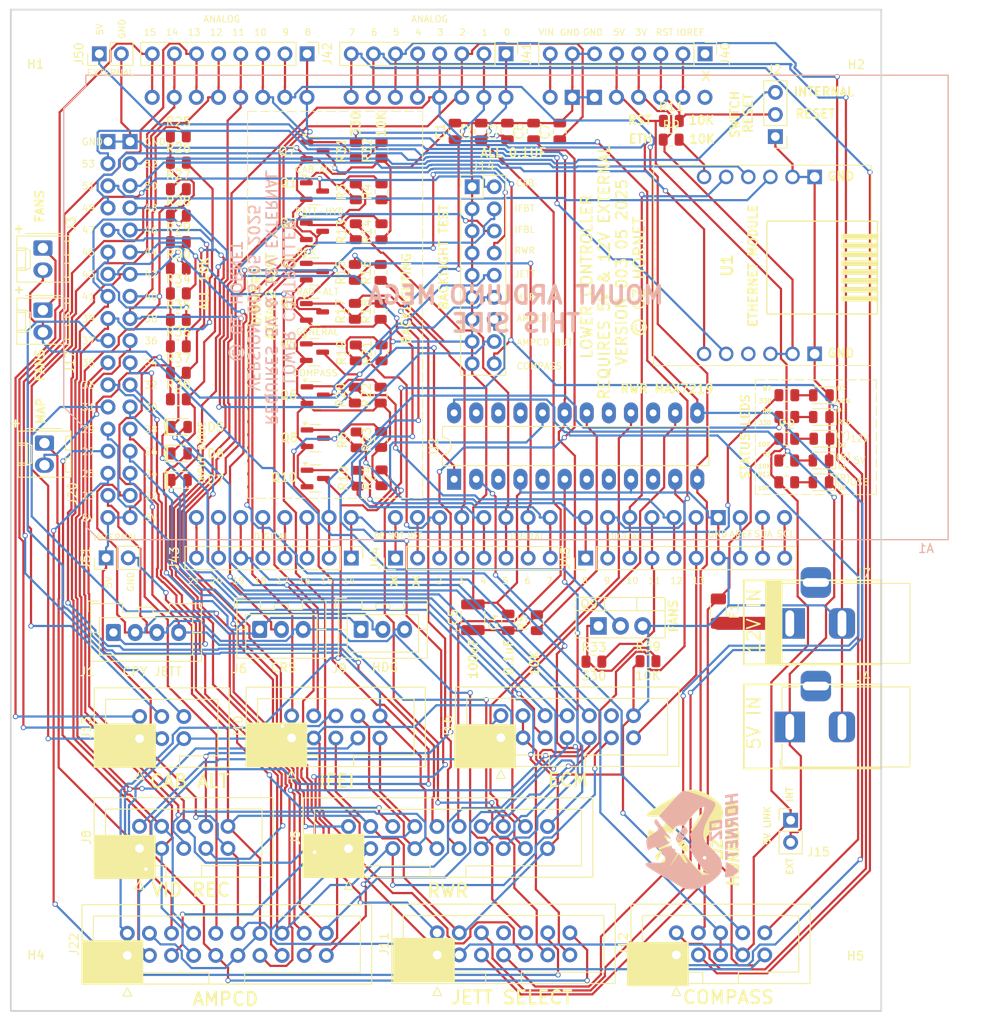
<source format=kicad_pcb>
(kicad_pcb (version 20240108) (generator "pcbnew") (generator_version "8.0")
  (title_block (date "mar. 31 mars 2015"))
  (layers (0 "F.Cu" signal) (31 "B.Cu" signal) (34 "B.Paste" user) (35 "F.Paste" user) (36 "B.SilkS" user "B.Silkscreen") (37 "F.SilkS" user "F.Silkscreen") (38 "B.Mask" user) (39 "F.Mask" user) (44 "Edge.Cuts" user))
  (net 0 "")
  (net 1 "Net-(D1-A)")
  (net 2 "GND")
  (net 3 "Net-(D2-A)")
  (net 4 "Net-(D3-A)")
  (net 5 "Net-(D4-A)")
  (net 6 "/+5v_IN")
  (net 7 "/+12v-IN")
  (net 8 "/MAX_7219-LOAD")
  (net 9 "/MAX_7219-DIN")
  (net 10 "/INT_5V")
  (net 11 "Net-(A1-D17{slash}RX2)")
  (net 12 "SCLK")
  (net 13 "/ROW13")
  (net 14 "/Compass_Zero_Sensor")
  (net 15 "/CAB_ALT-COIL-1")
  (net 16 "/CAB_ALT-COIL-2")
  (net 17 "/CAB_ALT-COIL-3")
  (net 18 "/CAB_ALT-COIL-4")
  (net 19 "/ROW11")
  (net 20 "/PIN_20")
  (net 21 "ES1_RST")
  (net 22 "/AMPCD_SW-OH")
  (net 23 "/ROW3")
  (net 24 "MISO")
  (net 25 "/COL1")
  (net 26 "/MAX_7219-CLOCK")
  (net 27 "/RESET")
  (net 28 "MOSI")
  (net 29 "/GREEN_LED")
  (net 30 "/RED_LED")
  (net 31 "SS")
  (net 32 "Net-(Q1-G)")
  (net 33 "/BACKLIGHT_AMPCD-PWM")
  (net 34 "/PIN_18")
  (net 35 "Net-(U1-INT)")
  (net 36 "/BACKLIGHT_COMPASS-PWM")
  (net 38 "/SDA")
  (net 39 "/SCL")
  (net 40 "+3V3")
  (net 41 "/D1")
  (net 42 "/Compass_Stepper_A")
  (net 43 "/D0")
  (net 44 "/VIN")
  (net 46 "/AREF")
  (net 47 "/RESET_pin")
  (net 48 "Net-(D8-A)")
  (net 49 "/BACKLIGHT_GENERAL")
  (net 50 "/BACKLIGHT_CAB-ALT")
  (net 51 "Net-(Q2-G)")
  (net 52 "Net-(Q3-G)")
  (net 53 "Net-(Q4-G)")
  (net 54 "Net-(Q5-G)")
  (net 55 "/BACKLIGHT_CAB-ALT-PWM")
  (net 56 "Net-(Q6-G)")
  (net 57 "/IORF")
  (net 58 "/RWR_ANNODE_01")
  (net 59 "/Audio")
  (net 60 "/RWR_CATHODE_01")
  (net 61 "/RWR_CATHODE_03")
  (net 62 "/DMR")
  (net 63 "/RWR_ANNODE_03")
  (net 64 "/RWR_ANNODE_02")
  (net 65 "/RWR_CATHODE_02")
  (net 66 "Net-(U2-ISET)")
  (net 67 "/ROW9")
  (net 69 "/COL7")
  (net 71 "/BACKLIGHT_IFEI-BUTTONS-PWM")
  (net 72 "/BACKLIGHT_RWR-PWM")
  (net 73 "/BACKLIGHT_IFEI-PANEL-PWM")
  (net 74 "/BACKLIGHT_JETT")
  (net 75 "/BACKLIGHT_IFEI-PANEL")
  (net 76 "/BACKLIGHT_IFEI-BUTTONS")
  (net 77 "/BACKLIGHT_RWR")
  (net 78 "/BACKLIGHT-JETT-PWM")
  (net 79 "/AMPCD-BRIGHTNESS")
  (net 80 "/BACKLIGHT_AMPCD-BUT-PWM")
  (net 81 "Net-(D5-A)")
  (net 82 "Net-(D6-A)")
  (net 83 "/COL3")
  (net 84 "Net-(D7-A)")
  (net 85 "/JETT_D_OUT")
  (net 86 "/LOOP-MAX_7219-DIN")
  (net 95 "/Compass_Stepper_D")
  (net 96 "Net-(A1-D16{slash}TX2)")
  (net 97 "/Compass_Stepper_B")
  (net 98 "Net-(Q7-G)")
  (net 99 "Net-(J7-Pin_1)")
  (net 100 "/SEL_LED")
  (net 101 "/COL5")
  (net 102 "/Compass_Stepper_C")
  (net 103 "/ROW5")
  (net 104 "/COL9")
  (net 105 "/PIN_21")
  (net 106 "/IFEI_NEXTION")
  (net 107 "/IFEI_BRIGHT")
  (net 108 "/ROW1")
  (net 109 "/ROW7")
  (net 110 "/ROW15")
  (net 112 "/BACKLIGHT_AMPCD-BUT")
  (net 113 "/BACKLIGHT_AMPCD")
  (net 114 "Net-(Q8-G)")
  (net 115 "Net-(Q10-G)")
  (net 116 "/COL6")
  (net 117 "/COL4")
  (net 118 "/COL0")
  (net 119 "/ROW4")
  (net 120 "/COL8")
  (net 121 "/ROW8")
  (net 122 "/COL2")
  (net 123 "/ROW14")
  (net 124 "/ROW10")
  (net 125 "/ROW12")
  (net 126 "/ROW6")
  (net 127 "/COL10")
  (net 128 "/ROW0")
  (net 129 "/ROW2")
  (net 130 "/BACKLIGHT_COMPASS")
  (net 131 "/MAP_PWM")
  (net 132 "/MAP")
  (net 133 "/FANS")
  (net 134 "/EXT+12V")
  (net 135 "/FANS_GND")
  (net 136 "Net-(Q9-G)")
  (footprint "Fuse:Fuse_1206_3216Metric" (layer "F.Cu") (at 110.75 105.05 -90)
    (property "Reference" "F1")
    (property "Value" "Polyfuse")
  )
  (footprint "Resistor_SMD:R_0805_2012Metric" (layer "F.Cu") (at 69.1 52.15 90)
    (property "Reference" "R31")
    (property "Value" "330")
  )
  (footprint "Connector_JST:JST_XA_B04B-XASK-1_1x04_P2.50mm_Vertical" (layer "F.Cu") (at 41.25 107.5)
    (property "Reference" "J1")
    (property "Value" "CANOPY_JETT")
  )
  (footprint "Resistor_SMD:R_0805_2012Metric" (layer "F.Cu") (at 72.048 61.4725 90)
    (property "Reference" "R14")
    (property "Value" "10K")
  )
  (footprint "MountingHole:MountingHole_2.5mm" (layer "F.Cu") (at 126.5898 38.8321)
    (property "Reference" "H2")
    (property "Value" "H2")
  )
  (footprint "Resistor_SMD:R_0805_2012Metric" (layer "F.Cu") (at 48.7125 71.6)
    (property "Reference" "R35")
    (property "Value" "10K")
  )
  (footprint "Connector_PinHeader_2.54mm:PinHeader_1x08_P2.54mm_Vertical" (layer "F.Cu") (at 63.5 41.0464 -90)
    (property "Reference" "J42")
    (property "Value" "Conn_01x08")
  )
  (footprint "Package_DIP:DIP-24_W7.62mm_LongPads" (layer "F.Cu") (at 80.39 89.9 90)
    (property "Reference" "U2")
    (property "Value" "MAX7219")
  )
  (footprint "Connector_PinHeader_2.54mm:PinHeader_1x03_P2.54mm_Vertical" (layer "F.Cu") (at 117.298 50.55 180)
    (property "Reference" "J2")
    (property "Value" "Conn_01x03_Pin")
  )
  (footprint "Connector_PinHeader_2.54mm:PinHeader_1x08_P2.54mm_Vertical" (layer "F.Cu") (at 86.36 41.0464 -90)
    (property "Reference" "J41")
    (property "Value" "Conn_01x08")
  )
  (footprint "Resistor_SMD:R_0805_2012Metric" (layer "F.Cu") (at 48.7125 53.55)
    (property "Reference" "R26")
    (property "Value" "10K")
  )
  (footprint "LED_SMD:LED_0805_2012Metric" (layer "F.Cu") (at 122.5805 82.758 180)
    (property "Reference" "D4")
    (property "Value" "RED")
  )
  (footprint "Package_TO_SOT_THT:TO-220-3_Vertical" (layer "F.Cu") (at 96.97 106.75)
    (property "Reference" "Q9")
    (property "Value" "IRF1405PBF")
  )
  (footprint "Resistor_SMD:R_0805_2012Metric" (layer "F.Cu") (at 89.9 106.375 90)
    (property "Reference" "R5")
    (property "Value" "10K")
  )
  (footprint "Capacitor_SMD:C_0805_2012Metric" (layer "F.Cu") (at 92.53 49.95 90)
    (property "Reference" "C7")
    (property "Value" "0.1uF")
  )
  (footprint "Resistor_SMD:R_0805_2012Metric" (layer "F.Cu") (at 71.95 80.239 90)
    (property "Reference" "R22")
    (property "Value" "10K")
  )
  (footprint "Resistor_SMD:R_0805_2012Metric" (layer "F.Cu") (at 118.616 80.25)
    (property "Reference" "R7")
    (property "Value" "330")
  )
  (footprint "Resistor_SMD:R_0805_2012Metric" (layer "F.Cu") (at 48.7125 56.59)
    (property "Reference" "R27")
    (property "Value" "10K")
  )
  (footprint "Resistor_SMD:R_0805_2012Metric" (layer "F.Cu") (at 69 70.6165 90)
    (property "Reference" "R17")
    (property "Value" "330")
  )
  (footprint "Resistor_SMD:R_0805_2012Metric" (layer "F.Cu") (at 118.5985 85.25)
    (property "Reference" "R2")
    (property "Value" "10K")
  )
  (footprint "MountingHole:MountingHole_2.5mm" (layer "F.Cu") (at 32.3 38.8)
    (property "Reference" "H1")
    (property "Value" "H1")
  )
  (footprint "Connector_PinHeader_2.54mm:PinHeader_1x02_P2.54mm_Vertical" (layer "F.Cu") (at 39.624 41.0464 90)
    (property "Reference" "J50")
    (property "Value" "Conn_01x02")
  )
  (footprint "OZ-HORNET:D_0805_2012Metric" (layer "F.Cu") (at 48.8375 89.98)
    (property "Reference" "D7")
    (property "Value" "D")
  )
  (footprint "Connector_BarrelJack:BarrelJack_Horizontal" (layer "F.Cu") (at 118.949 118.35 180)
    (property "Reference" "J4")
    (property "Value" "5V IN")
  )
  (footprint "Capacitor_SMD:C_0805_2012Metric" (layer "F.Cu") (at 86.51 49.95 90)
    (property "Reference" "C3")
    (property "Value" "0.1uF")
  )
  (footprint "Capacitor_SMD:C_0805_2012Metric" (layer "F.Cu") (at 80.49 49.95 90)
    (property "Reference" "C1")
    (property "Value" "0.1uF")
  )
  (footprint "MountingHole:MountingHole_2.5mm" (layer "F.Cu") (at 126.5 148.15)
    (property "Reference" "H5")
    (property "Value" "H1")
  )
  (footprint "LED_SMD:LED_0805_2012Metric" (layer "F.Cu") (at 122.5375 90.25 180)
    (property "Reference" "D8")
    (property "Value" "LED")
  )
  (footprint "Connector_IDC:IDC-Header_2x07_P2.54mm_Vertical" (layer "F.Cu") (at 78.45 144.53 90)
    (property "Reference" "J11")
    (property "Value" "JETT")
  )
  (footprint "Resistor_SMD:R_0805_2012Metric" (layer "F.Cu") (at 69 66.148 90)
    (property "Reference" "R15")
    (property "Value" "330")
  )
  (footprint "Package_TO_SOT_SMD:SOT-23" (layer "F.Cu") (at 64.428 80.239)
    (property "Reference" "Q6")
    (property "Value" "Q_NMOS_GSD")
  )
  (footprint "Connector_IDC:IDC-Header_2x03_P2.54mm_Vertical" (layer "F.Cu") (at 44.26 119.69 90)
    (property "Reference" "J13")
    (property "Value" "CABIN_ALT")
  )
  (footprint "Capacitor_SMD:C_1210_3225Metric" (layer "F.Cu") (at 82.55 105.75 90)
    (property "Reference" "C5")
    (property "Value" "100uF")
  )
  (footprint "Connector_IDC:IDC-Header_2x10_P2.54mm_Vertical" (layer "F.Cu") (at 42.85 144.59 90)
    (property "Reference" "J22")
    (property "Value" "AMPCD")
  )
  (footprint "Capacitor_SMD:C_0805_2012Metric" (layer "F.Cu") (at 83.5 49.95 90)
    (property "Reference" "C2")
    (property "Value" "0.1uF")
  )
  (footprint "LED_SMD:LED_0805_2012Metric" (layer "F.Cu") (at 122.584 80.258 180)
    (property "Reference" "D3")
    (property "Value" "GREEN")
  )
  (footprint "Resistor_SMD:R_0805_2012Metric" (layer "F.Cu") (at 69 80.239 90)
    (property "Reference" "R20")
    (property "Value" "330")
  )
  (footprint "Connector_JST:JST_XA_B03B-XASK-1_1x03_P2.50mm_Vertical" (layer "F.Cu") (at 58.05 107.15)
    (property "Reference" "J6")
    (property "Value" "CRS")
  )
  (footprint "OZ-HORNET:D_0805_2012Metric" (layer "F.Cu") (at 48.8375 83.9)
    (property "Reference" "D5")
    (property "Value" "D")
  )
  (footprint "Resistor_SMD:R_0805_2012Metric" (layer "F.Cu") (at 72.05 52.1375 90)
    (property "Reference" "R32")
    (property "Value" "10K")
  )
  (footprint "Connector_IDC:IDC-Header_2x05_P2.54mm_Vertical" (layer "F.Cu") (at 44.25 132.3 90)
    (property "Reference" "J8")
    (property "Value" "VID_REC")
  )
  (footprint "Resistor_SMD:R_0805_2012Metric" (layer "F.Cu") (at 48.7125 50.51)
    (property "Reference" "R25")
    (property "Value" "10K")
  )
  (footprint "Connector_JST:JST_XA_B03B-XASK-1_1x03_P2.50mm_Vertical" (layer "F.Cu") (at 69.7 107.15)
    (property "Reference" "J9")
    (property "Value" "HDG")
  )
  (footprint "Resistor_SMD:R_0805_2012Metric" (layer "F.Cu") (at 48.7125 59.63)
    (property "Reference" "R28")
    (property "Value" "10K")
  )
  (footprint "Resistor_SMD:R_0805_2012Metric" (layer "F.Cu") (at 118.5985 90.25)
    (property "Reference" "R12")
    (property "Value" "5K")
  )
  (footprint "Resistor_SMD:R_0805_2012Metric" (layer "F.Cu") (at 118.616 82.75)
    (property "Reference" "R8")
    (property "Value" "330")
  )
  (footprint "Connector_PinHeader_2.54mm:PinHeader_1x08_P2.54mm_Vertical" (layer "F.Cu") (at 68.58 98.9584 -90)
    (property "Reference" "J43")
    (property "Value" "Conn_01x08")
  )
  (footprint "Connector_Molex:Molex_KK-254_AE-6410-02A_1x02_P2.54mm_Vertical" (layer "F.Cu") (at 33.15 70.48 -90)
    (property "Reference" "J17")
    (property "Value" "FANS")
  )
  (footprint "Resistor_SMD:R_0805_2012Metric" (layer "F.Cu") (at 48.7125 80.72)
    (property "Reference" "R38")
    (property "Value" "10K")
  )
  (footprint "Resistor_SMD:R_0805_2012Metric" (layer "F.Cu") (at 102.6625 110.8)
    (property "Reference" "R39")
    (property "Value" "10K")
  )
  (footprint "Connector_IDC:IDC-Header_2x05_P2.54mm_Vertical" (layer "F.Cu") (at 105.92 144.53 90)
    (property "Reference" "J12")
    (property "Value" "COMPASS")
  )
  (footprint "Package_TO_SOT_SMD:SOT-23" (layer "F.Cu") (at 64.4375 89.8125)
    (property "Reference" "Q10")
    (property "Value" "Q_NMOS_GSD")
  )
  (footprint "Resistor_SMD:R_0805_2012Metric" (layer "F.Cu") (at 71.95 66.148 90)
    (property "Reference" "R16")
    (property "Value" "10K")
  )
  (footprint "MountingHole:MountingHole_2.5mm" (layer "F.Cu") (at 32.35 148.05)
    (property "Reference" "H4")
    (property "Value" "H2")
  )
  (footprint "Resistor_SMD:R_0805_2012Metric" (layer "F.Cu") (at 69.098 61.4725 90)
    (property "Reference" "R13")
    (property "Value" "330")
  )
  (footprint "Library-OZ-HORNET:USRES1" (layer "F.Cu") (at 121.809 55.1833 -90)
    (property "Reference" "U1")
    (property "Value" "USR-ES1" (hide yes))
  )
  (footprint "LED_SMD:LED_0805_2012Metric" (layer "F.Cu") (at 122.5375 87.75 180)
    (property "Reference" "D1")
    (property "Value" "LED")
  )
  (footprint "Resistor_SMD:R_0805_2012Metric" (layer "F.Cu") (at 118.5985 87.75)
    (property "Reference" "R1")
    (property "Value" "5K")
  )
  (footprint "Connector_PinHeader_2.54mm:PinHeader_1x08_P2.54mm_Vertical" (layer "F.Cu") (at 109.22 41.0464 -90)
    (property "Reference" "J40")
    (property "Value" "Conn_01x08")
  )
  (footprint "Resistor_SMD:R_0805_2012Metric" (layer "F.Cu") (at 48.7125 68.56)
    (property "Reference" "R34")
    (property "Value" "10K")
  )
  (footprint "Connector_PinHeader_2.54mm:PinHeader_1x02_P2.54mm_Vertical" (layer "F.Cu") (at 119.05 129.06)
    (property "Reference" "J15")
    (property "Value" "Conn_01x02")
  )
  (footprint "Resistor_SMD:R_0805_2012Metric" (layer "F.Cu") (at 72.05 89.7375 90)
    (property "Reference" "R24")
    (property "Value" "10K")
  )
  (footprint "Resistor_SMD:R_0805_2012Metric" (layer "F.Cu") (at 69.3 89.7875 90)
    (property "Reference" "R10")
    (property "Value" "330")
  )
  (footprint "Package_TO_SOT_SMD:SOT-23" (layer "F.Cu") (at 64.3495 66.055)
    (property "Reference" "Q3")
    (property "Value" "Q_NMOS_GSD")
  )
  (footprint "Resistor_SMD:R_0805_2012Metric" (layer "F.Cu") (at 96.45 110.85)
    (property "Reference" "R33")
    (property "Value" "330")
  )
  (footprint "Resistor_SMD:R_0805_2012Metric" (layer "F.Cu") (at 72.048 56.9005 90)
    (property "Reference" "R4")
    (property "Value" "10K")
  )
  (footprint "Connector_IDC:IDC-Header_2x05_P2.54mm_Vertical" (layer "F.Cu") (at 61.7186 119.6157 90)
    (property "Reference" "J10")
    (property "Value" "IFEI")
  )
  (footprint "Capacitor_SMD:C_0805_2012Metric" (layer "F.Cu") (at 86.6 106.325 90)
    (property "Reference" "C4")
    (property "Value" "0.1uF")
  )
  (footprint "Package_TO_SOT_SMD:SOT-23" (layer "F.Cu") (at 64.3495 61.43)
    (property "Reference" "Q2")
    (property "Value" "Q_NMOS_GSD")
  )
  (footprint "Resistor_SMD:R_0805_2012Metric" (layer "F.Cu") (at 72.048 75.3955 90)
    (property "Reference" "R21")
    (property "Value" "10K")
  )
  (footprint "Resistor_SMD:R_0805_2012Metric" (layer "F.Cu") (at 105.325 50.9)
    (property "Reference" "R9")
    (property "Value" "10K")
  )
  (footprint "Resistor_SMD:R_0805_2012Metric" (layer "F.Cu") (at 48.7125 62.67)
    (property "Reference" "R29")
    (property "Value" "10K")
  )
  (footprint "Resistor_SMD:R_0805_2012Metric" (layer "F.Cu") (at 48.7125 65.71)
    (property "Reference" "R30")
    (property "Value" "10K")
  )
  (footprint "Resistor_SMD:R_0805_2012Metric" (layer "F.Cu") (at 105.35 48.75)
    (property "Reference" "R11")
    (property "Value" "10K")
  )
  (footprint "Package_TO_SOT_SMD:SOT-23" (layer "F.Cu") (at 64.3495 56.805)
    (property "Reference" "Q1")
    (property "Value" "Q_NMOS_GSD")
  )
  (footprint "Resistor_SMD:R_0805_2012Metric" (layer "F.Cu") (at 71.95 70.6165 90)
    (property "Reference" "R18")
    (property "Value" "10K")
  )
  (footprint "Capacitor_SMD:C_0805_2012Metric" (layer "F.Cu") (at 89.52 49.95 90)
    (property "Reference" "C6")
    (property "Value" "0.1uF")
  )
  (footprint "Resistor_SMD:R_0805_2012Metric" (layer "F.Cu") (at 69.098 75.3955 90)
    (property "Reference" "R19")
    (property "Value" "330")
  )
  (footprint "LED_SMD:LED_0805_2012Metric" (layer "F.Cu") (at 122.641 85.25 180)
    (property "Reference" "D2")
    (property "Value" "LED")
  )
  (footprint "OZ-HORNET:D_0805_2012Metric" (layer "F.Cu") (at 48.8375 86.94)
    (property "Reference" "D6")
    (property "Value" "D")
  )
  (footprint "Package_TO_SOT_SMD:SOT-23" (layer "F.Cu") (at 64.3495 70.68)
    (property "Reference" "Q4")
    (property "Value" "Q_NMOS_GSD")
  )
  (footprint "Connector_PinHeader_2.54mm:PinHeader_2x09_P2.54mm_Vertical" (layer "F.Cu") (at 82.46 56.31)
    (property "Reference" "J14")
    (property "Value" "Conn_02x09_Odd_Even")
  )
  (footprint "Package_TO_SOT_SMD:SOT-23" (layer "F.Cu") (at 64.4375 85.1875)
    (property "Reference" "Q8")
    (property "Value" "Q_NMOS_GSD")
  )
  (footprint "Package_TO_SOT_SMD:SOT-23" (layer "F.Cu") (at 64.3495 75.305)
    (property "Reference" "Q5")
    (property "Value" "Q_NMOS_GSD")
  )
  (footprint "Resistor_SMD:R_0805_2012Metric" (layer "F.Cu") (at 69.098 56.9005 90)
    (property "Reference" "R3")
    (property "Value" "330")
  )
  (footprint "Connector_Molex:Molex_KK-254_AE-6410-02A_1x02_P2.54mm_Vertical" (layer "F.Cu") (at 33.33 85.75 -90)
    (property "Reference" "J20")
    (property "Value" "MAP")
  )
  (footprint "Connector_IDC:IDC-Header_2x10_P2.54mm_Vertical" (layer "F.Cu") (at 68.26 132.3225 90)
    (property "Reference" "J5")
    (property "Value" "RWR")
  )
  (footprint "Connector_Molex:Molex_KK-254_AE-6410-02A_1x02_P2.54mm_Vertical" (layer "F.Cu") (at 33.15 63.35 -90)
    (property "Reference" "J3")
    (property "Value" "FANS")
  )
  (footprint "Connector_BarrelJack:BarrelJack_Horizontal" (layer "F.Cu") (at 118.949 106.4593 180)
    (property "Reference" "J7")
    (property "Value" "STEPPER IN 12-20VDC")
  )
  (footprint "Resistor_SMD:R_0805_2012Metric" (layer "F.Cu") (at 72 85.3375 90)
    (property "Reference" "R23")
    (property "Value" "10K")
  )
  (footprint "Connector_PinHeader_2.54mm:PinHeader_1x10_P2.54mm_Vertical" (layer "F.Cu") (at 95.504 98.9584 90)
    (property "Reference" "J45")
    (property "Value" "Conn_01x10")
  )
  (footprint "Resistor_SMD:R_0805_2012Metric" (layer "F.Cu") (at 69.2 85.3875 90)
    (property "Reference" "R6")
    (property "Value" "330")
  )
  (footprint "Resistor_SMD:R_0805_2012Metric" (layer "F.Cu") (at 48.7125 74.64)
    (property "Reference" "R36")
    (property "Value" "10K")
  )
  (footprint "Connector_IDC:IDC-Header_2x07_P2.54mm_Vertical" (layer "F.Cu") (at 85.76 119.59 90)
    (property "Reference" "J16")
    (property "Value" "EMC_JETT")
  )
  (footprint "Connector_PinHeader_2.54mm:PinHeader_1x02_P2.54mm_Vertical" (layer "F.Cu") (at 40.4114 98.933 90)
    (property "Reference" "J51")
    (property "Value" "Conn_01x02")
  )
  (footprint "Connector_PinHeader_2.54mm:PinHeader_1x08_P2.54mm_Vertical" (layer "F.Cu") (at 73.66 98.9584 90)
    (property "Reference" "J44")
    (property "Value" "Conn_01x08")
  )
  (footprint "Package_TO_SOT_SMD:SOT-23" (layer "F.Cu") (at 64.4 52.1375)
    (property "Reference" "Q7")
    (property "Value" "Q_NMOS_GSD")
  )
  (footprint "arduino-kicad-library-master:Arduino_Mega2560_R3_Shield" (layer "F.Cu") (at 137.145 43.4993 180)
    (property "Reference" "A1")
    (property "Value" "Arduino_Mega2560_R3_Shield")
  )
  (footprint "Resistor_SMD:R_0805_2012Metric" (layer "F.Cu") (at 48.7125 77.68)
    (property "Reference" "R37")
    (property "Value" "10K")
  )
  (gr_poly (pts (xy 102.393912 134.171685) (xy 102.412911 134.216219) (xy 102.443787 134.265275) (xy 102.487234 134.31905) (xy 102.543946 134.377743) (xy 103.008435 134.686116) (xy 103.482228 134.980402) (xy 103.962775 135.264475) (xy 104.447523 135.542208) (xy 105.419417 136.094141) (xy 105.901458 136.376087) (xy 106.377493 136.667183) (xy 106.376437 136.666655) (xy 106.497434 136.735665) (xy 106.618941 136.796921) (xy 106.740978 136.850537) (xy 106.863563 136.896627) (xy 106.986718 136.935308) (xy 107.110461 136.966692) (xy 107.234813 136.990896) (xy 107.359793 137.008033) (xy 107.485422 137.018219) (xy 107.611718 137.021568) (xy 107.738701 137.018196) (xy 107.866392 137.008215) (xy 107.99481 136.991742) (xy 108.123975 136.968891) (xy 108.253906 136.939777) (xy 108.384624 136.904515) (xy 108.557466 136.850512) (xy 108.725007 136.791173) (xy 108.887621 136.726609) (xy 109.045681 136.656935) (xy 109.199559 136.582265) (xy 109.34963 136.502712) (xy 109.496265 136.418389) (xy 109.63984 136.32941) (xy 109.780726 136.235889) (xy 109.919297 136.137939) (xy 110.055927 136.035674) (xy 110.190988 135.929207) (xy 110.324853 135.818652) (xy 110.457897 135.704123) (xy 110.590492 135.585732) (xy 110.723011 135.463595) (xy 110.806062 135.378146) (xy 110.880927 135.28519) (xy 110.947522 135.185436) (xy 111.00576 135.079594) (xy 111.055555 134.968371) (xy 111.096821 134.852479) (xy 111.129472 134.732625) (xy 111.153422 134.60952) (xy 111.168585 134.483872) (xy 111.174875 134.356391) (xy 111.172206 134.227786) (xy 111.160491 134.098767) (xy 111.139646 133.970041) (xy 111.109583 133.84232) (xy 111.070217 133.716312) (xy 111.021461 133.592726) (xy 111.00515 133.556346) (xy 110.988074 133.520071) (xy 110.970239 133.483952) (xy 110.951657 133.448045) (xy 110.932335 133.412402) (xy 110.912282 133.377079) (xy 110.891508 133.342129) (xy 110.87002 133.307605) (xy 110.847829 133.273562) (xy 110.824944 133.240053) (xy 110.801372 133.207133) (xy 110.777123 133.174855) (xy 110.752206 133.143273) (xy 110.726629 133.11244) (xy 110.700402 133.082412) (xy 110.673534 133.053242) (xy 110.5294 132.901184) (xy 110.390211 132.751927) (xy 110.119067 132.45902) (xy 109.983311 132.313977) (xy 109.844897 132.168942) (xy 109.701925 132.023219) (xy 109.552495 131.87611) (xy 109.460956 131.7876) (xy 109.379098 131.69617) (xy 109.306592 131.602003) (xy 109.243107 131.505283) (xy 109.188314 131.406191) (xy 109.141882 131.304912) (xy 109.103481 131.201627) (xy 109.072781 131.09652) (xy 109.049451 130.989772) (xy 109.033163 130.881568) (xy 109.023585 130.772089) (xy 109.020388 130.661519) (xy 109.023241 130.550041) (xy 109.031814 130.437836) (xy 109.045778 130.325088) (xy 109.064802 130.21198) (xy 109.116709 129.985415) (xy 109.184895 129.759601) (xy 109.266718 129.536003) (xy 109.359539 129.316081) (xy 109.460716 129.101298) (xy 109.567608 128.893117) (xy 109.677575 128.692999) (xy 109.787974 128.502408) (xy 110.112452 127.972349) (xy 110.188619 127.83702) (xy 110.224413 127.768318) (xy 110.258308 127.698774) (xy 110.290021 127.628276) (xy 110.319272 127.556714) (xy 110.34578 127.483973) (xy 110.369263 127.409944) (xy 110.38 127.367359) (xy 110.384367 127.346988) (xy 110.388053 127.327206) (xy 110.391049 127.307992) (xy 110.393345 127.289326) (xy 110.394934 127.271188) (xy 110.395804 127.253559) (xy 110.395948 127.236417) (xy 110.395355 127.219745) (xy 110.394016 127.203521) (xy 110.391922 127.187725) (xy 110.389064 127.172338) (xy 110.385433 127.157339) (xy 110.381018 127.142709) (xy 110.375812 127.128427) (xy 110.369803 127.114474) (xy 110.362984 127.10083) (xy 110.355345 127.087475) (xy 110.346877 127.074388) (xy 110.33757 127.06155) (xy 110.327415 127.048941) (xy 110.316402 127.036541) (xy 110.304523 127.02433) (xy 110.291768 127.012288) (xy 110.278128 127.000395) (xy 110.263593 126.988631) (xy 110.248154 126.976976) (xy 110.231802 126.96541) (xy 110.214528 126.953914) (xy 110.196322 126.942466) (xy 110.177176 126.931048) (xy 110.102799 126.888348) (xy 110.027901 126.846423) (xy 109.952482 126.805353) (xy 109.876543 126.76522) (xy 109.800082 126.726104) (xy 109.723101 126.688086) (xy 109.645599 126.651246) (xy 109.567575 126.615665) (xy 109.268926 126.485539) (xy 108.96829 126.360871) (xy 108.665663 126.24166) (xy 108.361042 126.127905) (xy 108.054425 126.019608) (xy 107.745807 125.916768) (xy 107.435187 125.819385) (xy 107.12256 125.727458) (xy 107.05897 125.711349) (xy 107.027803 125.704974) (xy 106.997044 125.699714) (xy 106.966687 125.695565) (xy 106.936724 125.692524) (xy 106.907147 125.690587) (xy 106.877949 125.689751) (xy 106.849123 125.690012) (xy 106.820661 125.691367) (xy 106.792556 125.693812) (xy 106.764801 125.697344) (xy 106.737387 125.701959) (xy 106.710309 125.707653) (xy 106.683557 125.714423) (xy 106.657125 125.722266) (xy 106.631006 125.731178) (xy 106.605192 125.741155) (xy 106.579675 125.752194) (xy 106.554448 125.764291) (xy 106.529504 125.777443) (xy 106.504835 125.791646) (xy 106.480435 125.806897) (xy 106.456294 125.823192) (xy 106.408766 125.858901) (xy 106.36219 125.898744) (xy 106.316508 125.942692) (xy 106.271661 125.990719) (xy 105.104848 127.29141) (xy 104.515786 127.936572) (xy 104.218279 128.256403) (xy 103.918192 128.573846) (xy 103.990588 128.644192) (xy 104.063183 128.714339) (xy 104.097815 128.747421) (xy 104.13267 128.780353) (xy 104.167772 128.813087) (xy 104.203148 128.845573) (xy 104.206083 128.848361) (xy 104.208834 128.851177) (xy 104.211393 128.854027) (xy 104.213756 128.856921) (xy 104.215918 128.859866) (xy 104.217873 128.862869) (xy 104.219615 128.865941) (xy 104.22114 128.869088) (xy 104.222441 128.872318) (xy 104.223514 128.875641) (xy 104.224352 128.879063) (xy 104.224951 128.882594) (xy 104.225305 128.886241) (xy 104.225409 128.890012) (xy 104.225257 128.893916) (xy 104.224844 128.89796) (xy 104.224318 128.902498) (xy 104.224034 128.906892) (xy 104.223997 128.911151) (xy 104.224216 128.915286) (xy 104.224694 128.919309) (xy 104.225439 128.923228) (xy 104.226457 128.927056) (xy 104.227754 128.930802) (xy 104.229337 128.934476) (xy 104.23121 128.938089) (xy 104.233382 128.941653) (xy 104.235857 128.945176) (xy 104.238643 128.94867) (xy 104.241744 128.952144) (xy 104.245168 128.955611) (xy 104.248921 128.959079) (xy 104.279131 128.986008) (xy 104.309077 129.013182) (xy 104.368414 129.068054) (xy 104.486517 129.178419) (xy 104.586563 129.270593) (xy 104.686806 129.362569) (xy 104.891859 129.551217) (xy 105.095059 129.738012) (xy 105.355673 129.977989) (xy 105.444044 130.058224) (xy 105.533208 130.138856) (xy 105.54493 130.13194) (xy 105.550538 130.12844) (xy 105.555942 130.124854) (xy 105.561115 130.121139) (xy 105.56603 130.117253) (xy 105.57066 130.113152) (xy 105.574979 130.108793) (xy 105.578961 130.104133) (xy 105.580816 130.101677) (xy 105.582577 130.09913) (xy 105.584241 130.096486) (xy 105.585803 130.09374) (xy 105.58726 130.090886) (xy 105.58861 130.08792) (xy 105.589848 130.084835) (xy 105.590972 130.081627) (xy 105.591978 130.07829) (xy 105.592862 130.074818) (xy 105.593622 130.071207) (xy 105.594254 130.067451) (xy 105.594755 130.063544) (xy 105.595121 130.059481) (xy 105.595705 130.054171) (xy 105.596645 130.048858) (xy 105.597913 130.043548) (xy 105.599478 130.038244) (xy 105.601314 130.032951) (xy 105.60339 130.027674) (xy 105.605679 130.022415) (xy 105.608152 130.017181) (xy 105.610779 130.011974) (xy 105.613533 130.006799) (xy 105.619306 129.996564) (xy 105.631104 129.976666) (xy 105.643643 129.956821) (xy 105.657023 129.938032) (xy 105.671205 129.920252) (xy 105.68615 129.903435) (xy 105.701819 129.887532) (xy 105.718173 129.872496) (xy 105.735173 129.85828) (xy 105.75278 129.844838) (xy 105.770953 129.832121) (xy 105.789655 129.820082) (xy 105.808846 129.808674) (xy 105.828488 129.797849) (xy 105.84854 129.787561) (xy 105.868963 129.777763) (xy 105.889719 129.768406) (xy 105.910769 129.759443) (xy 105.94291 129.746925) (xy 105.97541 129.735693) (xy 106.008233 129.725645) (xy 106.041341 129.71668) (xy 106.074697 129.708694) (xy 106.108264 129.701586) (xy 106.142005 129.695253) (xy 106.175882 129.689593) (xy 106.195077 129.686811) (xy 106.214354 129.68455) (xy 106.233692 129.68271) (xy 106.253074 129.681193) (xy 106.330663 129.676364) (xy 106.359081 129.674558) (xy 106.387549 129.673024) (xy 106.401785 129.672507) (xy 106.416016 129.672234) (xy 106.430234 129.672266) (xy 106.444434 129.67266) (xy 106.486567 129.674833) (xy 106.528588 129.677795) (xy 106.570435 129.68186) (xy 106.612047 129.687344) (xy 106.632746 129.690718) (xy 106.653362 129.694566) (xy 106.673888 129.698926) (xy 106.694316 129.70384) (xy 106.714639 129.709345) (xy 106.734849 129.715482) (xy 106.754938 129.722291) (xy 106.774899 129.72981) (xy 106.77973 129.731878) (xy 106.784527 129.734101) (xy 106.78933 129.736461) (xy 106.79418 129.738938) (xy 106.80418 129.744172) (xy 106.809411 129.746891) (xy 106.81485 129.749654) (xy 106.854868 129.692868) (xy 106.895284 129.635089) (xy 107.054133 129.407217) (xy 107.213577 129.179741) (xy 107.325628 129.022447) (xy 107.382423 128.944295) (xy 107.44006 128.866739) (xy 107.489488 128.801921) (xy 107.539808 128.737722) (xy 107.591121 128.674267) (xy 107.617181 128.642858) (xy 107.643525 128.611681) (xy 107.709398 128.535539) (xy 107.776214 128.460141) (xy 107.911284 128.310585) (xy 107.945038 128.274052) (xy 107.962103 128.255952) (xy 107.979314 128.23799) (xy 107.996686 128.22019) (xy 108.014235 128.202573) (xy 108.031976 128.185161) (xy 108.049925 128.167975) (xy 108.109462 128.112387) (xy 108.169877 128.057838) (xy 108.231277 128.004473) (xy 108.293772 127.952439) (xy 108.35747 127.90188) (xy 108.422479 127.852943) (xy 108.488909 127.805773) (xy 108.556867 127.760517) (xy 108.615315 127.724069) (xy 108.674606 127.689402) (xy 108.734791 127.656607) (xy 108.795918 127.625778) (xy 108.858037 127.597007) (xy 108.921198 127.570389) (xy 108.985451 127.546015) (xy 109.050844 127.523979) (xy 109.059297 127.52138) (xy 109.067815 127.518911) (xy 109.085207 127.51419) (xy 109.122546 127.5044) (xy 109.12291 127.548519) (xy 109.122881 127.569364) (xy 109.122673 127.579634) (xy 109.122282 127.589861) (xy 109.120893 127.613669) (xy 109.119107 127.637452) (xy 109.116924 127.661186) (xy 109.114344 127.684846) (xy 109.102173 127.796037) (xy 109.095443 127.851533) (xy 109.0917 127.879213) (xy 109.087622 127.906831) (xy 109.077995 127.964379) (xy 109.066815 128.021536) (xy 109.05414 128.078309) (xy 109.04003 128.134704) (xy 109.024543 128.190726) (xy 109.007738 128.246383) (xy 108.989675 128.30168) (xy 108.970411 128.356623) (xy 108.942948 128.430462) (xy 108.928679 128.467216) (xy 108.914022 128.50383) (xy 108.898956 128.540283) (xy 108.883459 128.576554) (xy 108.867509 128.612619) (xy 108.851085 128.648458) (xy 108.810623 128.733861) (xy 108.789874 128.776385) (xy 108.768699 128.818717) (xy 108.747041 128.860802) (xy 108.724841 128.902582) (xy 108.702038 128.944003) (xy 108.678576 128.985008) (xy 108.649202 129.034745) (xy 108.619255 129.084152) (xy 108.588781 129.13325) (xy 108.557827 129.182057) (xy 108.494661 129.278869) (xy 108.430132 129.374739) (xy 108.396987 129.422651) (xy 108.363312 129.470196) (xy 108.294831 129.564512) (xy 108.156553 129.7523) (xy 107.916047 130.082765) (xy 107.693003 130.387565) (xy 107.595967 130.520088) (xy 107.498534 130.652412) (xy 107.496957 130.654683) (xy 107.495593 130.656934) (xy 107.494431 130.659171) (xy 107.493461 130.6614) (xy 107.492673 130.663625) (xy 107.492055 130.665853) (xy 107.491598 130.668089) (xy 107.491291 130.670338) (xy 107.491123 130.672605) (xy 107.491085 130.674897) (xy 107.491165 130.677218) (xy 107.491353 130.679573) (xy 107.491639 130.68197) (xy 107.492012 130.684411) (xy 107.492462 130.686904) (xy 107.492978 130.689454) (xy 107.554692 130.992038) (xy 107.615215 131.294821) (xy 107.618373 131.311636) (xy 107.621135 131.328534) (xy 107.623549 131.345501) (xy 107.625666 131.362521) (xy 107.627535 131.379578) (xy 107.629205 131.396656) (xy 107.632148 131.430816) (xy 107.63713 131.495114) (xy 107.64164 131.559437) (xy 107.645505 131.623809) (xy 107.648552 131.688256) (xy 107.649013 131.70692) (xy 107.649061 131.725603) (xy 107.64878 131.744299) (xy 107.648255 131.763001) (xy 107.645377 131.837745) (xy 107.643922 131.890001) (xy 107.643419 131.903095) (xy 107.642773 131.916178) (xy 107.641941 131.929235) (xy 107.640879 131.942256) (xy 107.63667 131.984546) (xy 107.631565 132.026633) (xy 107.625238 132.068434) (xy 107.621515 132.089202) (xy 107.617365 132.109869) (xy 107.612746 132.130424) (xy 107.607618 132.150858) (xy 107.601941 132.171159) (xy 107.595673 132.191319) (xy 107.588774 132.211327) (xy 107.581204 132.231173) (xy 107.572922 132.250847) (xy 107.563886 132.270339) (xy 107.562968 132.272171) (xy 107.562003 132.273995) (xy 107.560992 132.275807) (xy 107.559938 132.277607) (xy 107.558841 132.279391) (xy 107.557705 132.281157) (xy 107.55653 132.282903) (xy 107.55532 132.284627) (xy 107.554075 132.286325) (xy 107.552798 132.287997) (xy 107.551492 132.289639) (xy 107.550156 132.291249) (xy 107.548795 132.292826) (xy 107.547409 132.294365) (xy 107.546 132.295866) (xy 107.544571 132.297326) (xy 107.518679 132.323665) (xy 107.492614 132.349879) (xy 107.466399 132.375945) (xy 107.440061 132.401837) (xy 107.438537 132.403349) (xy 107.437145 132.404818) (xy 107.435895 132.406255) (xy 107.434794 132.407674) (xy 107.433851 132.409087) (xy 107.433442 132.409795) (xy 107.433075 132.410506) (xy 107.432752 132.411222) (xy 107.432474 132.411944) (xy 107.432242 132.412673) (xy 107.432057 132.413412) (xy 107.43192 132.414162) (xy 107.431832 132.414924) (xy 107.431795 132.4157) (xy 107.431808 132.416492) (xy 107.431874 132.417301) (xy 107.431993 132.418128) (xy 107.432167 132.418976) (xy 107.432396 132.419845) (xy 107.432682 132.420737) (xy 107.433026 132.421654) (xy 107.433428 132.422598) (xy 107.43389 132.42357) (xy 107.434413 132.42457) (xy 107.434997 132.425602) (xy 107.435645 132.426667) (xy 107.436357 132.427765) (xy 107.708878 132.842103) (xy 108.029552 133.331054) (xy 108.266354 133.691681) (xy 108.512152 134.067653) (xy 108.547739 134.121562) (xy 108.565358 134.148616) (xy 108.574016 134.162211) (xy 108.582531 134.175868) (xy 108.58458 134.179099) (xy 108.586665 134.182133) (xy 108.588799 134.184954) (xy 108.590994 134.187543) (xy 108.593262 134.189884) (xy 108.594427 134.190957) (xy 108.595614 134.19196) (xy 108.596826 134.192894) (xy 108.598064 134.193754) (xy 108.599329 134.19454) (xy 108.600622 134.195249) (xy 108.601946 134.195879) (xy 108.603302 134.196428) (xy 108.604691 134.196893) (xy 108.606114 134.197273) (xy 108.607574 134.197565) (xy 108.609071 134.197768) (xy 108.610608 134.197878) (xy 108.612185 134.197895) (xy 108.613805 134.197816) (xy 108.615469 134.197638) (xy 108.617177 134.19736) (xy 108.618933 134.196979) (xy 108.620737 134.196494) (xy 108.62259 134.195902) (xy 108.624495 134.195201) (xy 108.626452 134.194389) (xy 108.627845 134.193808) (xy 108.629198 134.193305) (xy 108.630512 134.192878) (xy 108.631787 134.192526) (xy 108.633027 134.192248) (xy 108.634231 134.192041) (xy 108.635401 134.191905) (xy 108.636539 134.191838) (xy 108.637647 134.191839) (xy 108.638724 134.191907) (xy 108.639773 134.192039) (xy 108.640795 134.192236) (xy 108.641792 134.192494) (xy 108.642765 134.192813) (xy 108.643714 134.193192) (xy 108.644642 134.193628) (xy 108.64555 134.194121) (xy 108.646439 134.19467) (xy 108.647311 134.195272) (xy 108.648167 134.195926) (xy 108.649007 134.196632) (xy 108.649835 134.197387) (xy 108.65065 134.19819) (xy 108.651455 134.19904) (xy 108.653038 134.200874) (xy 108.654595 134.202879) (xy 108.656136 134.205043) (xy 108.657673 134.207354) (xy 109.007717 134.741018) (xy 109.231289 135.081008) (xy 109.254238 135.115156) (xy 109.27736 135.149205) (xy 109.288761 135.166316) (xy 109.299936 135.183551) (xy 109.310795 135.20096) (xy 109.321247 135.218592) (xy 109.322547 135.220785) (xy 109.323868 135.222853) (xy 109.325209 135.224799) (xy 109.326571 135.226626) (xy 109.327955 135.228337) (xy 109.32936 135.229936) (xy 109.330787 135.231425) (xy 109.332236 135.232809) (xy 109.333708 135.23409) (xy 109.335202 135.235271) (xy 109.33672 135.236356) (xy 109.338261 135.237349) (xy 109.339825 135.238251) (xy 109.341414 135.239067) (xy 109.343026 135.2398) (xy 109.344664 135.240453) (xy 109.348013 135.241531) (xy 109.351463 135.242329) (xy 109.355018 135.242872) (xy 109.358678 135.243185) (xy 109.362447 135.243296) (xy 109.366327 135.243229) (xy 109.37032 135.243012) (xy 109.374429 135.242669) (xy 109.384053 135.241698) (xy 109.393677 135.24061) (xy 109.412926 135.238303) (xy 109.42255 135.237196) (xy 109.432175 135.236195) (xy 109.441799 135.235355) (xy 109.451423 135.234732) (xy 109.484447 135.232851) (xy 109.517569 135.231193) (xy 109.534136 135.230641) (xy 109.550691 135.230378) (xy 109.567222 135.230481) (xy 109.583715 135.231027) (xy 109.588538 135.231302) (xy 109.593381 135.231726) (xy 109.598238 135.232292) (xy 109.603104 135.232995) (xy 109.607972 135.233828) (xy 109.612839 135.234785) (xy 109.617697 135.23586) (xy 109.622542 135.237046) (xy 109.627369 135.238338) (xy 109.632172 135.239729) (xy 109.641684 135.242784) (xy 109.651034 135.246162) (xy 109.66018 135.249812) (xy 109.662993 135.251051) (xy 109.66563 135.252336) (xy 109.66809 135.253664) (xy 109.670373 135.255033) (xy 109.672479 135.256441) (xy 109.674408 135.257884) (xy 109.676159 135.259362) (xy 109.677733 135.260871) (xy 109.67913 135.262409) (xy 109.680349 135.263974) (xy 109.68139 135.265563) (xy 109.682253 135.267174) (xy 109.682938 135.268805) (xy 109.683446 135.270452) (xy 109.683775 135.272115) (xy 109.683926 135.27379) (xy 109.683899 135.275475) (xy 109.683694 135.277168) (xy 109.68331 135.278866) (xy 109.682747 135.280568) (xy 109.682006 135.282269) (xy 109.681086 135.283969) (xy 109.679987 135.285665) (xy 109.678709 135.287354) (xy 109.677252 135.289035) (xy 109.675616 135.290704) (xy 109.673801 135.292359) (xy 109.671806 135.293998) (xy 109.669632 135.295619) (xy 109.667278 135.297219) (xy 109.664745 135.298796) (xy 109.662032 135.300348) (xy 109.65758 135.302729) (xy 109.65306 135.305014) (xy 109.648476 135.307203) (xy 109.643833 135.309299) (xy 109.634396 135.313217) (xy 109.624791 135.316786) (xy 109.615063 135.320019) (xy 109.605254 135.322933) (xy 109.595407 135.325543) (xy 109.585567 135.327865) (xy 109.57509 135.329944) (xy 109.564508 135.331652) (xy 109.553839 135.333037) (xy 109.543102 135.334149) (xy 109.532315 135.335038) (xy 109.521497 135.335753) (xy 109.499842 135.33686) (xy 109.290557 135.345592) (xy 109.172685 135.351247) (xy 109.054813 135.357498) (xy 109.010404 135.360252) (xy 108.966045 135.363253) (xy 108.877277 135.369404) (xy 108.875622 135.369451) (xy 108.873984 135.369394) (xy 108.872363 135.369236) (xy 108.870761 135.368978) (xy 108.869181 135.368621) (xy 108.867625 135.368168) (xy 108.866094 135.367621) (xy 108.86459 135.366982) (xy 108.863115 135.366251) (xy 108.861671 135.365432) (xy 108.860259 135.364526) (xy 108.858883 135.363535) (xy 108.857543 135.36246) (xy 108.856242 135.361304) (xy 108.854981 135.360068) (xy 108.853762 135.358755) (xy 108.85146 135.355902) (xy 108.849349 135.352759) (xy 108.847445 135.349343) (xy 108.845763 135.345666) (xy 108.844318 135.341745) (xy 108.843126 135.337594) (xy 108.842201 135.333227) (xy 108.841558 135.328659) (xy 108.841212 135.325815) (xy 108.840819 135.322879) (xy 108.840456 135.319906) (xy 108.840311 135.318422) (xy 108.840202 135.316951) (xy 108.84014 135.315498) (xy 108.840135 135.31407) (xy 108.840195 135.312675) (xy 108.84033 135.31132) (xy 108.840551 135.310011) (xy 108.840867 135.308756) (xy 108.841064 135.30815) (xy 108.841288 135.307561) (xy 108.84154 135.306989) (xy 108.841822 135.306434) (xy 108.84295 135.304157) (xy 108.843905 135.301941) (xy 108.844695 135.299783) (xy 108.845326 135.29768) (xy 108.845804 135.295632) (xy 108.846136 135.293635) (xy 108.846328 135.291688) (xy 108.846387 135.289789) (xy 108.846318 135.287936) (xy 108.846128 135.286126) (xy 108.845825 135.284358) (xy 108.845413 135.28263) (xy 108.8449 135.280939) (xy 108.844291 135.279284) (xy 108.843594 135.277662) (xy 108.842815 135.276072) (xy 108.841959 135.274511) (xy 108.841034 135.272978) (xy 108.839001 135.269986) (xy 108.836766 135.267079) (xy 108.834381 135.26424) (xy 108.82436 135.253252) (xy 108.684396 135.100323) (xy 108.51374 134.909823) (xy 108.38621 134.769594) (xy 108.198356 134.561367) (xy 108.069239 134.419815) (xy 107.887206 134.217673) (xy 107.796983 134.118983) (xy 107.612039 133.913931) (xy 107.568283 133.866174) (xy 107.546443 133.842345) (xy 107.524726 133.818416) (xy 107.33846 133.611777) (xy 107.215693 133.476311) (xy 107.026251 133.266231) (xy 106.964174 133.197737) (xy 106.901897 133.129442) (xy 106.674355 132.878881) (xy 106.674296 132.87884) (xy 106.674218 132.878817) (xy 106.674121 132.878809) (xy 106.674004 132.878815) (xy 106.673867 132.878833) (xy 106.673709 132.878862) (xy 106.67333 132.878947) (xy 106.672864 132.879056) (xy 106.672309 132.879178) (xy 106.67166 132.8793) (xy 106.6713 132.879357) (xy 106.670916 132.87941) (xy 107.222837 133.952295) (xy 107.193203 133.965524) (xy 107.139162 133.988675) (xy 107.112018 134.000052) (xy 107.084724 134.011033) (xy 107.083425 134.011442) (xy 107.082019 134.011776) (xy 107.080525 134.012034) (xy 107.078961 134.012215) (xy 107.077344 134.012319) (xy 107.075692 134.012345) (xy 107.074023 134.012291) (xy 107.072355 134.012157) (xy 107.070705 134.011943) (xy 107.069092 134.011648) (xy 107.067533 134.01127) (xy 107.066046 134.01081) (xy 107.064649 134.010265) (xy 107.06336 134.009636) (xy 107.062762 134.00929) (xy 107.062197 134.008922) (xy 107.061667 134.008533) (xy 107.061176 134.008122) (xy 106.869353 133.842229) (xy 106.85925 133.833199) (xy 106.849646 133.823796) (xy 106.840495 133.814054) (xy 106.831749 133.804009) (xy 106.823364 133.793695) (xy 106.815292 133.783149) (xy 106.807486 133.772404) (xy 106.7999 133.761498) (xy 106.785203 133.739338) (xy 106.770829 133.716953) (xy 106.756405 133.694623) (xy 106.74156 133.672631) (xy 106.560089 133.410561) (xy 106.37961 133.147697) (xy 106.209483 132.900312) (xy 106.207116 132.903219) (xy 106.204787 132.906005) (xy 106.200289 132.911325) (xy 106.198145 132.913916) (xy 106.196088 132.916497) (xy 106.194131 132.919097) (xy 106.193193 132.920413) (xy 106.192285 132.921744) (xy 105.921881 133.321264) (xy 105.634808 133.744333) (xy 105.494513 133.950046) (xy 105.424663 134.053076) (xy 105.355408 134.156553) (xy 105.353031 134.160008) (xy 105.350568 134.163331) (xy 105.345398 134.169611) (xy 105.339936 134.175447) (xy 105.334217 134.180895) (xy 105.328277 134.186007) (xy 105.322154 134.190839) (xy 105.315884 134.195445) (xy 105.309503 134.199878) (xy 105.283599 134.216977) (xy 105.27721 134.221364) (xy 105.270929 134.225905) (xy 105.264792 134.230653) (xy 105.258835 134.235663) (xy 105.253808 134.231959) (xy 106.071635 132.838398) (xy 106.045235 132.832834) (xy 106.019578 132.827617) (xy 106.007014 132.824937) (xy 105.994616 132.822102) (xy 105.982381 132.819031) (xy 105.9703 132.815645) (xy 105.950895 132.809149) (xy 105.932663 132.801584) (xy 105.915598 132.792971) (xy 105.899693 132.783332) (xy 105.884943 132.772688) (xy 105.871343 132.761062) (xy 105.858886 132.748474) (xy 105.847566 132.734946) (xy 105.837378 132.720501) (xy 105.828316 132.70516) (xy 105.820374 132.688944) (xy 105.813547 132.671876) (xy 105.807827 132.653977) (xy 105.803211 132.635269) (xy 105.799691 132.615773) (xy 105.797262 132.595511) (xy 105.796485 132.585411) (xy 105.795933 132.575352) (xy 105.795456 132.555335) (xy 105.795741 132.535431) (xy 105.7967 132.515607) (xy 105.798242 132.495832) (xy 105.800276 132.476077) (xy 105.802714 132.456308) (xy 105.805465 132.436497) (xy 105.805646 132.434634) (xy 105.805697 132.432725) (xy 105.805626 132.430777) (xy 105.80544 132.428799) (xy 105.805145 132.426799) (xy 105.804748 132.424785) (xy 105.804257 132.422768) (xy 105.803679 132.420754) (xy 105.803019 132.418752) (xy 105.802286 132.416771) (xy 105.801487 132.41482) (xy 105.800628 132.412907) (xy 105.799716 132.41104) (xy 105.798758 132.409229) (xy 105.797761 132.40748) (xy 105.796733 132.405804) (xy 105.795084 132.403412) (xy 105.793322 132.40109) (xy 105.791465 132.398827) (xy 105.789532 132.396614) (xy 105.787539 132.39444) (xy 105.785506 132.392294) (xy 105.781387 132.388044) (xy 105.777318 132.383783) (xy 105.775347 132.381621) (xy 105.773442 132.379425) (xy 105.77162 132.377184) (xy 105.7699 132.374887) (xy 105.768299 132.372525) (xy 105.766835 132.370086) (xy 105.765883 132.368384) (xy 105.76491 132.366798) (xy 105.763917 132.365325) (xy 105.762904 132.363961) (xy 105.76187 132.362703) (xy 105.760817 132.361547) (xy 105.759743 132.360491) (xy 105.75865 132.359531) (xy 105.757536 132.358664) (xy 105.756402 132.357886) (xy 105.755248 132.357194) (xy 105.754073 132.356584) (xy 105.752879 132.356054) (xy 105.751664 132.3556) (xy 105.750429 132.355218) (xy 105.749174 132.354905) (xy 105.747899 132.354659) (xy 105.746604 132.354475) (xy 105.743953 132.354281) (xy 105.741221 132.354297) (xy 105.738409 132.354496) (xy 105.735516 132.354852) (xy 105.732543 132.355338) (xy 105.726354 132.356592) (xy 105.716683 132.358622) (xy 105.707021 132.36034) (xy 105.697369 132.36174) (xy 105.687729 132.362814) (xy 105.678103 132.363555) (xy 105.668492 132.363955) (xy 105.6589 132.364007) (xy 105.649327 132.363703) (xy 105.639776 132.363037) (xy 105.630249 132.362) (xy 105.620747 132.360586) (xy 105.611273 132.358788) (xy 105.601828 132.356597) (xy 105.592414 132.354006) (xy 105.583034 132.351008) (xy 105.573689 132.347597) (xy 105.563567 132.343363) (xy 105.553829 132.338709) (xy 105.544462 132.333647) (xy 105.535453 132.328191) (xy 105.52679 132.322353) (xy 105.51846 132.316147) (xy 105.51045 132.309586) (xy 105.502748 132.302683) (xy 105.49534 132.295452) (xy 105.488214 132.287905) (xy 105.481357 132.280056) (xy 105.474756 132.271917) (xy 105.468398 132.263503) (xy 105.462271 132.254826) (xy 105.456362 132.245899) (xy 105.450658 132.236736) (xy 105.441198 132.220352) (xy 105.432435 132.20375) (xy 105.42433 132.186944) (xy 105.416841 132.169945) (xy 105.409929 132.152767) (xy 105.403554 132.135421) (xy 105.397675 132.11792) (xy 105.392251 132.100277) (xy 105.387243 132.082503) (xy 105.382611 132.064612) (xy 105.374309 132.028525) (xy 105.367025 131.992116) (xy 105.360435 131.955484) (xy 105.359915 131.952903) (xy 105.359352 131.950312) (xy 105.35812 131.945066) (xy 105.355408 131.934052) (xy 103.95391 132.454752) (xy 104.07173 132.571331) (xy 104.129872 132.632303) (xy 104.187054 132.694936) (xy 104.242937 132.759135) (xy 104.297187 132.824804) (xy 104.349465 132.891848) (xy 104.399435 132.960172) (xy 104.446761 133.029681) (xy 104.491105 133.100279) (xy 104.53213 133.17187) (xy 104.569501 133.24436) (xy 104.602879 133.317653) (xy 104.631928 133.391653) (xy 104.656312 133.466266) (xy 104.675694 133.541396) (xy 104.678064 133.558866) (xy 104.679817 133.576093) (xy 104.680953 133.593065) (xy 104.68147 133.609769) (xy 104.68137 133.626191) (xy 104.680652 133.64232) (xy 104.679315 133.658141) (xy 104.67736 133.673642) (xy 104.674785 133.688811) (xy 104.671591 133.703633) (xy 104.667778 133.718097) (xy 104.663345 133.732189) (xy 104.658293 133.745897) (xy 104.65262 133.759206) (xy 104.646326 133.772106) (xy 104.639412 133.784581) (xy 104.631878 133.796621) (xy 104.623722 133.808211) (xy 104.614944 133.819339) (xy 104.605545 133.829991) (xy 104.595524 133.840155) (xy 104.584882 133.849819) (xy 104.573616 133.858968) (xy 104.561728 133.86759) (xy 104.549218 133.875673) (xy 104.536084 133.883202) (xy 104.522327 133.890166) (xy 104.507946 133.896551) (xy 104.492942 133.902345) (xy 104.477313 133.907534) (xy 104.46106 133.912105) (xy 104.444183 133.916046) (xy 104.373837 133.929493) (xy 104.302643 133.940474) (xy 104.230824 133.949007) (xy 104.158598 133.955105) (xy 104.086187 133.958785) (xy 104.013809 133.960062) (xy 103.941686 133.958951) (xy 103.870037 133.955469) (xy 103.440784 133.925157) (xy 103.139682 133.912253) (xy 102.986921 133.911914) (xy 102.840081 133.917765) (xy 102.704706 133.931393) (xy 102.643052 133.941619) (xy 102.586343 133.954383) (xy 102.535274 133.969885) (xy 102.490537 133.988321) (xy 102.452825 134.009892) (xy 102.422833 134.034794) (xy 102.401252 134.063226) (xy 102.388776 134.095386) (xy 102.386099 134.131473)) (stroke (width -0.000001)) (fill solid) (layer "B.SilkS"))
  (gr_poly (pts (xy 111.488234 135.462383) (xy 111.489526 135.476913) (xy 111.491523 135.490731) (xy 111.494234 135.503839) (xy 111.497668 135.516238) (xy 111.501834 135.527933) (xy 111.50674 135.538925) (xy 111.512396 135.549217) (xy 111.51881 135.558811) (xy 111.525992 135.56771) (xy 111.53395 135.575916) (xy 111.542693 135.583431) (xy 111.55223 135.590259) (xy 111.562571 135.596401) (xy 111.573723 135.60186) (xy 111.585696 135.606639) (xy 111.598499 135.61074) (xy 111.612141 135.614165) (xy 111.626631 135.616917) (xy 111.641976 135.618998) (xy 111.658188 135.620412) (xy 111.675274 135.62116) (xy 111.693243 135.621244) (xy 111.712104 135.620668) (xy 111.731866 135.619433) (xy 111.816519 135.611279) (xy 111.9 135.6) (xy 111.982277 135.58558) (xy 112.063319 135.568001) (xy 112.143094 135.547245) (xy 112.221571 135.523295) (xy 112.298719 135.496134) (xy 112.374506 135.465743) (xy 112.448901 135.432107) (xy 112.521872 135.395207) (xy 112.593388 135.355025) (xy 112.663418 135.311545) (xy 112.73193 135.264749) (xy 112.798894 135.214619) (xy 112.864276 135.161139) (xy 112.928047 135.10429) (xy 112.942063 135.090897) (xy 112.955143 135.077649) (xy 112.967288 135.064537) (xy 112.978502 135.051552) (xy 112.988786 135.038682) (xy 112.998144 135.02592) (xy 113.006578 135.013254) (xy 113.01409 135.000677) (xy 113.020683 134.988177) (xy 113.02636 134.975745) (xy 113.031123 134.963372) (xy 113.034975 134.951048) (xy 113.037918 134.938764) (xy 113.039955 134.926509) (xy 113.041089 134.914274) (xy 113.041321 134.902049) (xy 113.040656 134.889826) (xy 113.039094 134.877593) (xy 113.036639 134.865342) (xy 113.033293 134.853063) (xy 113.02906 134.840746) (xy 113.02394 134.828381) (xy 113.017938 134.81596) (xy 113.011056 134.803471) (xy 113.003295 134.790907) (xy 112.994659 134.778256) (xy 112.985151 134.76551) (xy 112.974772 134.752658) (xy 112.963526 134.739692) (xy 112.951415 134.726601) (xy 112.924607 134.700007) (xy 112.851427 134.633317) (xy 112.775093 134.568003) (xy 112.696254 134.504236) (xy 112.615558 134.442191) (xy 112.533652 134.382038) (xy 112.451185 134.32395) (xy 112.28716 134.214661) (xy 112.128666 134.115704) (xy 111.980888 134.028457) (xy 111.84901 133.954301) (xy 111.738215 133.894615) (xy 111.731654 133.891444) (xy 111.72503 133.888772) (xy 111.718362 133.886586) (xy 111.711665 133.884876) (xy 111.70496 133.883633) (xy 111.698262 133.882844) (xy 111.691591 133.8825) (xy 111.684964 133.882589) (xy 111.678398 133.883101) (xy 111.671912 133.884025) (xy 111.665522 133.88535) (xy 111.659248 133.887066) (xy 111.653107 133.889163) (xy 111.647116 133.891628) (xy 111.641293 133.894452) (xy 111.635656 133.897624) (xy 111.630224 133.901134) (xy 111.625012 133.904969) (xy 111.620041 133.909121) (xy 111.615326 133.913577) (xy 111.610887 133.918328) (xy 111.60674 133.923363) (xy 111.602904 133.92867) (xy 111.599396 133.93424) (xy 111.596234 133.940062) (xy 111.593436 133.946124) (xy 111.59102 133.952416) (xy 111.589003 133.958928) (xy 111.587404 133.965648) (xy 111.586239 133.972566) (xy 111.585528 133.979672) (xy 111.585286 133.986954) (xy 111.582868 134.277537) (xy 111.578705 134.453005) (xy 111.571694 134.638193) (xy 111.561172 134.825303) (xy 111.54648 135.006538) (xy 111.526957 135.1741) (xy 111.515177 135.250316) (xy 111.501943 135.320189) (xy 111.502208 135.32019) (xy 111.494787 135.360098) (xy 111.489938 135.397086) (xy 111.488499 135.414492) (xy 111.487729 135.431175) (xy 111.487638 135.447137)) (stroke (width -0.000001)) (fill solid) (layer "B.SilkS"))
  (gr_poly (pts (xy 105.864156 131.150187) (xy 105.865713 131.173209) (xy 105.868221 131.196049) (xy 105.871643 131.218714) (xy 105.875942 131.241208) (xy 105.881081 131.263538) (xy 105.887024 131.285709) (xy 105.893733 131.307727) (xy 105.901172 131.329599) (xy 105.909305 131.35133) (xy 105.918093 131.372925) (xy 105.927501 131.394391) (xy 105.937491 131.415734) (xy 105.943823 131.428336) (xy 105.950521 131.440637) (xy 105.957588 131.452627) (xy 105.965032 131.464297) (xy 105.972858 131.475637) (xy 105.98107 131.486636) (xy 105.989674 131.497286) (xy 105.998676 131.507577) (xy 106.008081 131.517499) (xy 106.017894 131.527042) (xy 106.028122 131.536197) (xy 106.038768 131.544953) (xy 106.04984 131.553302) (xy 106.061342 131.561234) (xy 106.073279 131.568739) (xy 106.085658 131.575806) (xy 106.096713 131.58157) (xy 106.107749 131.586856) (xy 106.11876 131.591666) (xy 106.129743 131.596003) (xy 106.140691 131.599867) (xy 106.151599 131.603261) (xy 106.162463 131.606186) (xy 106.173276 131.608644) (xy 106.184035 131.610636) (xy 106.194733 131.612164) (xy 106.205366 131.613231) (xy 106.215929 131.613837) (xy 106.226416 131.613984) (xy 106.236822 131.613674) (xy 106.247143 131.612909) (xy 106.257372 131.611691) (xy 106.267506 131.61002) (xy 106.277538 131.607899) (xy 106.287464 131.60533) (xy 106.297278 131.602314) (xy 106.306976 131.598853) (xy 106.316551 131.594948) (xy 106.326 131.590602) (xy 106.335317 131.585815) (xy 106.344497 131.58059) (xy 106.353534 131.574929) (xy 106.362424 131.568832) (xy 106.371161 131.562303) (xy 106.37974 131.555341) (xy 106.388157 131.54795) (xy 106.396405 131.540131) (xy 106.404481 131.531885) (xy 106.404216 131.531885) (xy 106.416238 131.5194) (xy 106.428458 131.50711) (xy 106.453296 131.482905) (xy 106.478332 131.458848) (xy 106.490801 131.446744) (xy 106.50317 131.434519) (xy 106.529773 131.407544) (xy 106.556649 131.380048) (xy 106.612708 131.3226) (xy 106.581174 131.334074) (xy 106.54997 131.343498) (xy 106.51909 131.350882) (xy 106.488531 131.356235) (xy 106.458286 131.359567) (xy 106.428351 131.360886) (xy 106.398721 131.360203) (xy 106.36939 131.357525) (xy 106.340354 131.352864) (xy 106.311607 131.346227) (xy 106.283145 131.337624) (xy 106.254962 131.327065) (xy 106.227053 131.314559) (xy 106.199414 131.300115) (xy 106.17204 131.283742) (xy 106.144924 131.26545) (xy 106.11849 131.24526) (xy 106.094296 131.224005) (xy 106.072258 131.201725) (xy 106.052291 131.17846) (xy 106.03431 131.15425) (xy 106.01823 131.129133) (xy 106.003966 131.10315) (xy 105.991433 131.07634) (xy 105.980546 131.048742) (xy 105.971222 131.020396) (xy 105.963373 130.991341) (xy 105.956917 130.961618) (xy 105.951768 130.931265) (xy 105.94784 130.900322) (xy 105.94505 130.868829) (xy 105.943312 130.836825) (xy 105.930631 130.863353) (xy 105.918511 130.889998) (xy 105.907142 130.91683) (xy 105.896712 130.943915) (xy 105.891908 130.957575) (xy 105.887411 130.971324) (xy 105.883243 130.98517) (xy 105.879427 130.999122) (xy 105.875989 131.01319) (xy 105.872951 131.02738) (xy 105.870337 131.041702) (xy 105.86817 131.056165) (xy 105.865556 131.079972) (xy 105.864041 131.103574) (xy 105.863586 131.126977)) (stroke (width -0.000001)) (fill solid) (layer "B.SilkS"))
  (gr_poly (pts (xy 109.983763 131.413617) (xy 110.880172 130.648442) (xy 110.880172 131.269155) (xy 111.180474 131.222059) (xy 111.180474 130.207911) (xy 110.88758 130.25342) (xy 109.991436 131.02759) (xy 109.991436 130.395765) (xy 109.691133 130.442861) (xy 109.691133 131.459125)) (stroke (width -0.000001)) (fill solid) (layer "B.SilkS"))
  (gr_poly (pts (xy 102.475815 131.69057) (xy 102.489611 131.802362) (xy 102.508818 131.914376) (xy 102.532089 132.025163) (xy 102.558075 132.133276) (xy 102.662214 132.510051) (xy 102.950411 132.369325) (xy 103.090541 132.300091) (xy 103.228687 132.229593) (xy 103.264244 132.212362) (xy 103.299568 132.197872) (xy 103.334642 132.186116) (xy 103.369449 132.177089) (xy 103.403972 132.170785) (xy 103.438195 132.167196) (xy 103.4721 132.166318) (xy 103.505672 132.168143) (xy 103.538894 132.172666) (xy 103.571748 132.17988) (xy 103.604219 132.189779) (xy 103.63629 132.202357) (xy 103.667943 132.217608) (xy 103.699163 132.235525) (xy 103.729932 132.256102) (xy 103.760234 132.279334) (xy 103.781165 132.297582) (xy 103.80227 132.316178) (xy 103.844901 132.354211) (xy 103.845265 132.335558) (xy 103.845385 132.326232) (xy 103.84543 132.316905) (xy 103.845449 132.316327) (xy 103.845506 132.315735) (xy 103.845599 132.315131) (xy 103.845726 132.314516) (xy 103.845886 132.313891) (xy 103.846079 132.313259) (xy 103.846302 132.31262) (xy 103.846555 132.311977) (xy 103.847142 132.310683) (xy 103.84783 132.309389) (xy 103.848608 132.308108) (xy 103.849465 132.306851) (xy 103.85039 132.305632) (xy 103.851373 132.304462) (xy 103.852402 132.303354) (xy 103.853467 132.30232) (xy 103.854557 132.301373) (xy 103.85566 132.300526) (xy 103.856767 132.29979) (xy 103.857318 132.299468) (xy 103.857866 132.299178) (xy 104.343905 132.057613) (xy 104.634153 131.914474) (xy 104.954564 131.756517) (xy 105.051004 131.709488) (xy 105.149032 131.662061) (xy 105.138263 131.649365) (xy 105.127965 131.63709) (xy 105.122892 131.631119) (xy 105.117816 131.625263) (xy 105.112696 131.619524) (xy 105.107493 131.613907) (xy 105.080572 131.58558) (xy 105.053452 131.557352) (xy 104.999014 131.501194) (xy 104.908361 131.407036) (xy 104.885597 131.383612) (xy 104.86265 131.360365) (xy 104.839449 131.337361) (xy 104.815922 131.314663) (xy 104.798358 131.297355) (xy 104.781448 131.279588) (xy 104.765139 131.261397) (xy 104.749379 131.24282) (xy 104.734116 131.223892) (xy 104.719296 131.204651) (xy 104.690774 131.165372) (xy 104.663394 131.125274) (xy 104.636733 131.084649) (xy 104.583883 131.002984) (xy 104.582278 131.000527) (xy 104.58073 130.998024) (xy 104.57776 130.992921) (xy 104.57201 130.982611) (xy 104.569049 130.977564) (xy 104.567508 130.975103) (xy 104.565912 130.972697) (xy 104.564249 130.970357) (xy 104.562508 130.968091) (xy 104.560678 130.96591) (xy 104.558747 130.963825) (xy 104.556832 130.961764) (xy 104.555053 130.959698) (xy 104.553407 130.957626) (xy 104.551891 130.955548) (xy 104.550502 130.953464) (xy 104.549236 130.951373) (xy 104.548089 130.949275) (xy 104.54706 130.947169) (xy 104.546144 130.945055) (xy 104.545339 130.942932) (xy 104.54464 130.940801) (xy 104.544046 130.938659) (xy 104.543552 130.936508) (xy 104.543155 130.934347) (xy 104.542641 130.929992) (xy 104.542477 130.92559) (xy 104.542637 130.921138) (xy 104.543096 130.916633) (xy 104.543827 130.91207) (xy 104.544805 130.907448) (xy 104.546003 130.902761) (xy 104.547396 130.898007) (xy 104.548958 130.893182) (xy 104.553604 130.878661) (xy 104.558049 130.864082) (xy 104.566519 130.834808) (xy 104.583089 130.776236) (xy 104.583352 130.775447) (xy 104.583646 130.774665) (xy 104.583971 130.773881) (xy 104.584325 130.77309) (xy 104.585121 130.77146) (xy 104.586032 130.769721) (xy 104.588186 130.765706) (xy 104.589423 130.763326) (xy 104.590762 130.760626) (xy 105.367843 131.285559) (xy 105.372606 131.281325) (xy 105.312281 131.199834) (xy 104.940806 130.701094) (xy 104.623041 130.273263) (xy 104.255535 129.777169) (xy 103.974547 129.399344) (xy 103.628208 128.931825) (xy 103.628207 128.932355) (xy 103.616566 128.916844) (xy 103.61072 128.909026) (xy 103.604924 128.901134) (xy 103.57076 128.936588) (xy 103.536397 128.972042) (xy 103.508046 129.00316) (xy 103.48284 129.033966) (xy 103.460802 129.064554) (xy 103.441957 129.095016) (xy 103.43374 129.110228) (xy 103.426331 129.125443) (xy 103.419733 129.140673) (xy 103.413949 129.155929) (xy 103.408981 129.171222) (xy 103.404834 129.186565) (xy 103.40151 129.201968) (xy 103.399012 129.217443) (xy 103.397344 129.233002) (xy 103.396508 129.248657) (xy 103.396508 129.264418) (xy 103.397346 129.280297) (xy 103.399026 129.296307) (xy 103.401551 129.312457) (xy 103.404925 129.328761) (xy 103.409149 129.345229) (xy 103.414227 129.361873) (xy 103.420163 129.378704) (xy 103.426959 129.395735) (xy 103.434619 129.412976) (xy 103.452542 129.448135) (xy 103.473955 129.484276) (xy 103.503766 129.529265) (xy 103.533454 129.571345) (xy 103.591775 129.647542) (xy 103.647552 129.714402) (xy 103.699413 129.773461) (xy 103.745992 129.826256) (xy 103.785918 129.874322) (xy 103.802958 129.897061) (xy 103.817822 129.919195) (xy 103.830339 129.940914) (xy 103.840337 129.962411) (xy 103.847645 129.983878) (xy 103.852093 130.005506) (xy 103.853508 130.027488) (xy 103.85172 130.050016) (xy 103.846558 130.073282) (xy 103.837851 130.097478) (xy 103.825427 130.122795) (xy 103.809116 130.149426) (xy 103.788746 130.177562) (xy 103.764147 130.207397) (xy 103.735146 130.239121) (xy 103.701573 130.272927) (xy 103.663258 130.309006) (xy 103.620028 130.347552) (xy 103.518141 130.432807) (xy 103.32201 130.573222) (xy 103.123845 130.710785) (xy 102.923796 130.845619) (xy 102.722009 130.977849) (xy 102.68089 131.005246) (xy 102.643988 131.035774) (xy 102.611135 131.069252) (xy 102.582162 131.105499) (xy 102.5569 131.144333) (xy 102.535183 131.185574) (xy 102.516839 131.229042) (xy 102.501703 131.274554) (xy 102.489603 131.321931) (xy 102.480374 131.370991) (xy 102.473845 131.421553) (xy 102.469848 131.473437) (xy 102.468778 131.580446)) (stroke (width -0.000001)) (fill solid) (layer "B.SilkS"))
  (gr_poly (pts (xy 111.820501 132.423796) (xy 111.820501 131.777154) (xy 112.113659 131.730323) (xy 112.113659 132.249171) (xy 112.413961 132.202075) (xy 112.413961 131.682963) (xy 112.709236 131.636131) (xy 112.709236 132.282509) (xy 113.009538 132.235413) (xy 113.009538 131.278415) (xy 111.520198 131.51363) (xy 111.520198 132.470892)) (stroke (width -0.000001)) (fill solid) (layer "B.SilkS"))
  (gr_poly (pts (xy 112.397028 130.802959) (xy 111.520198 130.942394) (xy 111.520198 131.25328) (xy 113.009538 131.018065) (xy 113.009538 130.677017) (xy 112.144616 130.388092) (xy 113.009538 130.252361) (xy 113.009538 129.941475) (xy 111.520198 130.17669) (xy 111.520198 130.511917)) (stroke (width -0.000001)) (fill solid) (layer "B.SilkS"))
  (gr_poly (pts (xy 109.691793 130.070788) (xy 109.692365 130.084416) (xy 109.693259 130.097919) (xy 109.694529 130.111251) (xy 109.696227 130.124368) (xy 109.698407 130.137222) (xy 109.701122 130.149769) (xy 109.704427 130.161962) (xy 109.708375 130.173756) (xy 109.713018 130.185105) (xy 109.718411 130.195963) (xy 109.724607 130.206285) (xy 109.73166 130.216025) (xy 109.739622 130.225137) (xy 109.743962 130.229443) (xy 109.748549 130.233576) (xy 109.756412 130.239774) (xy 109.764738 130.245374) (xy 109.773549 130.250379) (xy 109.782866 130.254792) (xy 109.792712 130.258615) (xy 109.803108 130.261853) (xy 109.814078 130.264508) (xy 109.825642 130.266582) (xy 109.837823 130.268081) (xy 109.850644 130.269005) (xy 109.864125 130.269359) (xy 109.87829 130.269146) (xy 109.89316 130.268368) (xy 109.908758 130.267029) (xy 109.925105 130.265132) (xy 109.942224 130.26268) (xy 110.941291 130.10393) (xy 110.959575 130.100789) (xy 110.97694 130.097268) (xy 110.993406 130.09337) (xy 111.008997 130.089094) (xy 111.023735 130.084443) (xy 111.037641 130.079416) (xy 111.050738 130.074015) (xy 111.063049 130.06824) (xy 111.074595 130.062093) (xy 111.0854 130.055575) (xy 111.095484 130.048686) (xy 111.104872 130.041427) (xy 111.113584 130.033799) (xy 111.121643 130.025804) (xy 111.129072 130.017442) (xy 111.135892 130.008713) (xy 111.142126 129.99962) (xy 111.147797 129.990162) (xy 111.152926 129.980341) (xy 111.157536 129.970158) (xy 111.161649 129.959613) (xy 111.165288 129.948708) (xy 111.168474 129.937443) (xy 111.171231 129.92582) (xy 111.175542 129.901501) (xy 111.178401 129.875759) (xy 111.179986 129.8486) (xy 111.180474 129.820032) (xy 111.180474 129.216782) (xy 111.18008 129.189126) (xy 111.179505 129.175387) (xy 111.178606 129.16177) (xy 111.177329 129.148322) (xy 111.175619 129.13509) (xy 111.173422 129.12212) (xy 111.170685 129.109461) (xy 111.167352 129.097158) (xy 111.16337 129.085258) (xy 111.158683 129.073809) (xy 111.153239 129.062857) (xy 111.146982 129.052449) (xy 111.139859 129.042632) (xy 111.131815 129.033453) (xy 111.12743 129.029118) (xy 111.122795 129.024959) (xy 111.115004 129.018801) (xy 111.106704 129.013225) (xy 111.097881 129.008229) (xy 111.088523 129.003813) (xy 111.078616 128.999975) (xy 111.068147 128.996714) (xy 111.057103 128.994029) (xy 111.04547 128.991919) (xy 111.033236 128.990382) (xy 111.020388 128.989418) (xy 111.006911 128.989026) (xy 110.992793 128.989203) (xy 110.978022 128.989949) (xy 110.962582 128.991263) (xy 110.946463 128.993144) (xy 110.929649 128.99559) (xy 110.879643 129.003536) (xy 110.879643 129.314942) (xy 110.879643 129.332405) (xy 110.880172 129.332405) (xy 110.880172 129.775052) (xy 110.880159 129.781394) (xy 110.880072 129.788678) (xy 110.879978 129.792379) (xy 110.879837 129.795963) (xy 110.87964 129.79931) (xy 110.879377 129.802305) (xy 110.877725 129.802714) (xy 110.875731 129.803152) (xy 110.873378 129.803621) (xy 110.870646 129.804123) (xy 110.867518 129.804663) (xy 110.863974 129.805244) (xy 110.859996 129.805868) (xy 110.855565 129.806538) (xy 110.007046 129.94174) (xy 109.998249 129.942765) (xy 109.994619 129.943191) (xy 109.991436 129.943592) (xy 109.991436 129.485334) (xy 109.991453 129.47872) (xy 109.991569 129.470914) (xy 109.991695 129.466999) (xy 109.991883 129.463308) (xy 109.992145 129.460013) (xy 109.992308 129.458569) (xy 109.992495 129.457289) (xy 109.993781 129.456844) (xy 109.995492 129.456309) (xy 109.99768 129.455693) (xy 110.000399 129.455007) (xy 110.001973 129.454639) (xy 110.0037 129.454258) (xy 110.005586 129.453863) (xy 110.007638 129.453456) (xy 110.009861 129.453039) (xy 110.012264 129.452611) (xy 110.014851 129.452175) (xy 110.01763 129.451732) (xy 110.864562 129.31653) (xy 110.869188 129.315984) (xy 110.873194 129.315538) (xy 110.876654 129.31519) (xy 110.879643 129.314942) (xy 110.879643 129.003536) (xy 109.930582 129.15434) (xy 109.912297 129.157484) (xy 109.894933 129.161011) (xy 109.878466 129.164921) (xy 109.862876 129.169212) (xy 109.848138 129.173884) (xy 109.834232 129.178935) (xy 109.821135 129.184364) (xy 109.808824 129.190171) (xy 109.797278 129.196353) (xy 109.786474 129.202912) (xy 109.776389 129.209844) (xy 109.767002 129.21715) (xy 109.75829 129.224828) (xy 109.75023 129.232878) (xy 109.742802 129.241297) (xy 109.735981 129.250086) (xy 109.729747 129.259243) (xy 109.724076 129.268767) (xy 109.718947 129.278658) (xy 109.714337 129.288913) (xy 109.710224 129.299533) (xy 109.706585 129.310516) (xy 109.703399 129.321861) (xy 109.700643 129.333566) (xy 109.696331 129.358057) (xy 109.693472 129.38398) (xy 109.691888 129.411328) (xy 109.691399 129.44009) (xy 109.691399 130.04334)) (stroke (width -0.000001)) (fill solid) (layer "B.SilkS"))
  (gr_poly (pts (xy 111.520329 129.725242) (xy 111.520901 129.738869) (xy 111.521796 129.752373) (xy 111.523065 129.765705) (xy 111.524763 129.778822) (xy 111.526943 129.791676) (xy 111.529659 129.804223) (xy 111.532964 129.816416) (xy 111.536911 129.82821) (xy 111.541555 129.839559) (xy 111.546948 129.850417) (xy 111.553144 129.860739) (xy 111.560197 129.870479) (xy 111.568159 129.879591) (xy 111.572499 129.883898) (xy 111.577085 129.88803) (xy 111.577349 129.8875) (xy 111.585213 129.893699) (xy 111.593539 129.899299) (xy 111.60235 129.904304) (xy 111.611667 129.908716) (xy 111.621512 129.91254) (xy 111.631909 129.915777) (xy 111.642878 129.918432) (xy 111.654442 129.920507) (xy 111.666624 129.922005) (xy 111.679444 129.92293) (xy 111.692926 129.923284) (xy 111.70709 129.92307) (xy 111.721961 129.922293) (xy 111.737558 129.920954) (xy 111.753906 129.919057) (xy 111.771025 129.916605) (xy 112.227431 129.844109) (xy 112.245716 129.840965) (xy 112.26308 129.837438) (xy 112.279547 129.833528) (xy 112.295137 129.829237) (xy 112.309875 129.824565) (xy 112.323781 129.819514) (xy 112.336878 129.814085) (xy 112.349189 129.808278) (xy 112.360735 129.802095) (xy 112.37154 129.795537) (xy 112.381624 129.788604) (xy 112.391011 129.781298) (xy 112.399724 129.77362) (xy 112.407783 129.765571) (xy 112.415211 129.757151) (xy 112.422032 129.748362) (xy 112.428266 129.739205) (xy 112.433937 129.729681) (xy 112.439066 129.719791) (xy 112.443676 129.709535) (xy 112.447789 129.698916) (xy 112.451428 129.687933) (xy 112.454614 129.676588) (xy 112.45737 129.664882) (xy 112.461682 129.640391) (xy 112.464541 129.614468) (xy 112.466126 129.587121) (xy 112.466614 129.558359) (xy 112.466614 129.519994) (xy 113.009275 129.739334) (xy 113.009275 129.413632) (xy 112.466614 129.194292) (xy 112.466614 129.085284) (xy 113.009275 129.001147) (xy 113.009275 128.689996) (xy 112.166576 128.823085) (xy 112.166576 129.134232) (xy 112.166576 129.515232) (xy 112.166564 129.521574) (xy 112.166477 129.528858) (xy 112.166382 129.532559) (xy 112.166241 129.536142) (xy 112.166044 129.53949) (xy 112.165783 129.542484) (xy 112.16413 129.542893) (xy 112.162136 129.543331) (xy 112.159783 129.5438) (xy 112.157051 129.544303) (xy 112.153923 129.544843) (xy 112.150379 129.545423) (xy 112.146401 129.546047) (xy 112.14197 129.546717) (xy 111.836112 129.595666) (xy 111.827314 129.596691) (xy 111.823685 129.597117) (xy 111.820501 129.597518) (xy 111.820501 129.189001) (xy 112.166576 129.134232) (xy 112.166576 128.823085) (xy 111.519935 128.925211) (xy 111.519935 129.697794)) (stroke (width -0.000001)) (fill solid) (layer "B.SilkS"))
  (gr_poly (pts (xy 112.113659 126.413521) (xy 112.113659 126.899825) (xy 111.520199 126.993752) (xy 111.520199 127.304638) (xy 113.009539 127.069423) (xy 113.009539 126.758538) (xy 112.413961 126.852465) (xy 112.413961 126.366161) (xy 113.009539 126.272234) (xy 113.009539 125.961348) (xy 111.520199 126.196563) (xy 111.520199 126.507448)) (stroke (width -0.000001)) (fill solid) (layer "B.SilkS"))
  (gr_poly (pts (xy 111.520594 128.438573) (xy 111.521166 128.452201) (xy 111.52206 128.465704) (xy 111.52333 128.479037) (xy 111.525028 128.492153) (xy 111.527208 128.505007) (xy 111.529924 128.517554) (xy 111.533228 128.529747) (xy 111.537176 128.541541) (xy 111.541819 128.55289) (xy 111.547212 128.563749) (xy 111.553409 128.574071) (xy 111.560461 128.58381) (xy 111.568424 128.592922) (xy 111.572763 128.597229) (xy 111.57735 128.601361) (xy 111.577349 128.601361) (xy 111.585213 128.607559) (xy 111.593539 128.613159) (xy 111.60235 128.618164) (xy 111.611667 128.622577) (xy 111.621512 128.6264) (xy 111.631909 128.629638) (xy 111.642878 128.632292) (xy 111.654442 128.634367) (xy 111.666624 128.635865) (xy 111.679444 128.63679) (xy 111.692926 128.637144) (xy 111.70709 128.63693) (xy 111.721961 128.636153) (xy 111.737558 128.634814) (xy 111.753906 128.632917) (xy 111.771025 128.630465) (xy 112.770092 128.471715) (xy 112.788376 128.468573) (xy 112.805741 128.465053) (xy 112.822207 128.461154) (xy 112.837798 128.456879) (xy 112.852535 128.452227) (xy 112.866441 128.447201) (xy 112.879539 128.441799) (xy 112.891849 128.436025) (xy 112.903396 128.429878) (xy 112.9142 128.423359) (xy 112.924285 128.41647) (xy 112.933672 128.409212) (xy 112.942384 128.401584) (xy 112.950443 128.393589) (xy 112.957872 128.385226) (xy 112.964692 128.376498) (xy 112.970927 128.367404) (xy 112.976597 128.357947) (xy 112.981726 128.348126) (xy 112.986336 128.337943) (xy 112.99045 128.327398) (xy 112.994088 128.316493) (xy 112.997274 128.305228) (xy 113.000031 128.293605) (xy 113.004342 128.269286) (xy 113.007201 128.243543) (xy 113.008786 128.216385) (xy 113.009275 128.187817) (xy 113.009275 127.584567) (xy 113.00888 127.55691) (xy 113.008305 127.543171) (xy 113.007406 127.529554) (xy 113.006129 127.516106) (xy 113.004419 127.502874) (xy 113.002223 127.489905) (xy 112.999485 127.477245) (xy 112.996152 127.464942) (xy 112.99217 127.453043) (xy 112.987483 127.441593) (xy 112.982039 127.430641) (xy 112.975782 127.420234) (xy 112.968659 127.410417) (xy 112.960615 127.401238) (xy 112.956231 127.396903) (xy 112.951596 127.392744) (xy 112.943805 127.386586) (xy 112.935505 127.38101) (xy 112.926682 127.376014) (xy 112.917324 127.371598) (xy 112.907417 127.36776) (xy 112.896948 127.364499) (xy 112.885904 127.361814) (xy 112.874272 127.359704) (xy 112.862038 127.358168) (xy 112.849189 127.357204) (xy 112.835712 127.356811) (xy 112.821595 127.356988) (xy 112.806823 127.357734) (xy 112.791384 127.359048) (xy 112.775264 127.360929) (xy 112.758451 127.363375) (xy 112.708709 127.371279) (xy 112.708709 127.682463) (xy 112.708709 128.142573) (xy 112.708696 128.148915) (xy 112.708609 128.156199) (xy 112.708515 128.159901) (xy 112.708374 128.163484) (xy 112.708177 128.166831) (xy 112.707915 128.169826) (xy 112.706262 128.170235) (xy 112.704269 128.170673) (xy 112.701915 128.171142) (xy 112.699184 128.171644) (xy 112.696055 128.172184) (xy 112.692511 128.172765) (xy 112.688533 128.173389) (xy 112.684102 128.174059) (xy 111.835584 128.309261) (xy 111.826786 128.310286) (xy 111.823157 128.310712) (xy 111.819973 128.311113) (xy 111.819973 128.295503) (xy 111.820501 128.295502) (xy 111.820501 127.852854) (xy 111.820518 127.84624) (xy 111.820634 127.838435) (xy 111.82076 127.83452) (xy 111.820948 127.830828) (xy 111.821211 127.827533) (xy 111.821374 127.826089) (xy 111.82156 127.824808) (xy 111.822846 127.824364) (xy 111.824557 127.823829) (xy 111.826746 127.823213) (xy 111.829464 127.822527) (xy 111.831039 127.822159) (xy 111.832766 127.821778) (xy 111.834652 127.821383) (xy 111.836704 127.820976) (xy 111.838927 127.820559) (xy 111.841329 127.820131) (xy 111.843917 127.819696) (xy 111.846696 127.819252) (xy 112.693628 127.68405) (xy 112.698253 127.683505) (xy 112.702259 127.683058) (xy 112.705719 127.682711) (xy 112.708709 127.682463) (xy 112.708709 127.371279) (xy 111.759384 127.522125) (xy 111.741099 127.525269) (xy 111.723734 127.528796) (xy 111.707268 127.532706) (xy 111.691677 127.536997) (xy 111.67694 127.541669) (xy 111.663034 127.54672) (xy 111.649936 127.552149) (xy 111.637626 127.557956) (xy 111.626079 127.564139) (xy 111.615275 127.570697) (xy 111.60519 127.577629) (xy 111.595803 127.584935) (xy 111.587091 127.592613) (xy 111.579031 127.600663) (xy 111.571603 127.609082) (xy 111.564782 127.617871) (xy 111.558548 127.627028) (xy 111.552877 127.636553) (xy 111.547748 127.646443) (xy 111.543138 127.656698) (xy 111.539025 127.667318) (xy 111.535386 127.678301) (xy 111.5322 127.689646) (xy 111.529444 127.701352) (xy 111.525132 127.725842) (xy 111.522273 127.751765) (xy 111.520689 127.779112) (xy 111.5202 127.807875) (xy 111.5202 128.411125)) (stroke (width -0.000001)) (fill solid) (layer "B.SilkS"))
  (gr_poly (pts (xy 111.820501 133.598546) (xy 111.820501 133.232098) (xy 113.009538 133.043979) (xy 113.009538 132.733095) (xy 111.820501 132.921213) (xy 111.820501 132.55503) (xy 111.520198 132.602125) (xy 111.520198 133.645642)) (stroke (width -0.000001)) (fill solid) (layer "B.SilkS"))
  (gr_poly (pts (xy 105.98194 130.813542) (xy 105.982251 130.823067) (xy 105.982437 130.832592) (xy 105.982734 130.851642) (xy 105.983327 130.866791) (xy 105.984225 130.88187) (xy 105.985448 130.896873) (xy 105.987017 130.911794) (xy 105.988952 130.926624) (xy 105.991273 130.941358) (xy 105.994001 130.955988) (xy 105.997154 130.970506) (xy 106.000754 130.984907) (xy 106.004821 130.999184) (xy 106.009374 131.013328) (xy 106.014435 131.027334) (xy 106.020022 131.041194) (xy 106.026157 131.054901) (xy 106.032859 131.068449) (xy 106.040149 131.08183) (xy 106.050501 131.098989) (xy 106.0615 131.115454) (xy 106.073121 131.131248) (xy 106.085343 131.146388) (xy 106.098141 131.160896) (xy 106.111493 131.174791) (xy 106.125375 131.188095) (xy 106.139764 131.200826) (xy 106.154637 131.213006) (xy 106.16997 131.224653) (xy 106.185741 131.235789) (xy 106.201925 131.246434) (xy 106.2185 131.256607) (xy 106.235442 131.266329) (xy 106.252729 131.27562) (xy 106.270336 131.284501) (xy 106.287468 131.292393) (xy 106.304623 131.299365) (xy 106.321786 131.305434) (xy 106.338941 131.31062) (xy 106.356073 131.314942) (xy 106.373165 131.318417) (xy 106.390203 131.321064) (xy 106.407171 131.322902) (xy 106.424054 131.323951) (xy 106.440835 131.324227) (xy 106.457499 131.323751) (xy 106.474031 131.32254) (xy 106.490415 131.320614) (xy 106.506636 131.31799) (xy 106.522677 131.314689) (xy 106.538524 131.310727) (xy 106.554162 131.306125) (xy 106.569573 131.3009) (xy 106.584744 131.295072) (xy 106.599657 131.288658) (xy 106.614299 131.281678) (xy 106.628652 131.27415) (xy 106.642702 131.266093) (xy 106.656434 131.257526) (xy 106.682877 131.238934) (xy 106.707858 131.218524) (xy 106.731253 131.196445) (xy 106.752936 131.172846) (xy 106.753201 131.172581) (xy 106.773393 131.148522) (xy 106.793109 131.124082) (xy 106.83122 131.074156) (xy 106.867743 131.022991) (xy 106.902889 130.97077) (xy 106.936869 130.917682) (xy 106.969895 130.863912) (xy 107.002176 130.809645) (xy 107.033924 130.755069) (xy 107.038442 130.746933) (xy 107.042886 130.738797) (xy 107.051651 130.722525) (xy 107.05005 130.722853) (xy 107.048519 130.723239) (xy 107.047053 130.72368) (xy 107.045648 130.724171) (xy 107.044299 130.724708) (xy 107.043 130.725288) (xy 107.041748 130.725906) (xy 107.040538 130.72656) (xy 107.039366 130.727245) (xy 107.038225 130.727956) (xy 107.037113 130.728691) (xy 107.036024 130.729446) (xy 107.033897 130.730997) (xy 107.031807 130.73258) (xy 107.021121 130.740908) (xy 107.010292 130.748913) (xy 106.999312 130.756576) (xy 106.988176 130.763879) (xy 106.976874 130.770802) (xy 106.965402 130.777326) (xy 106.953751 130.783432) (xy 106.941915 130.789101) (xy 106.929887 130.794315) (xy 106.917659 130.799053) (xy 106.905225 130.803298) (xy 106.892578 130.807031) (xy 106.879711 130.810231) (xy 106.866617 130.812881) (xy 106.853289 130.814961) (xy 106.83972 130.816452) (xy 106.813254 130.818036) (xy 106.787336 130.818136) (xy 106.761971 130.816767) (xy 106.737161 130.813947) (xy 106.712908 130.809691) (xy 106.689217 130.804016) (xy 106.666091 130.796938) (xy 106.643531 130.788473) (xy 106.621542 130.778637) (xy 106.600127 130.767448) (xy 106.579289 130.75492) (xy 106.55903 130.741071) (xy 106.539354 130.725917) (xy 106.520264 130.709473) (xy 106.501764 130.691757) (xy 106.483855 130.672784) (xy 106.465591 130.651504) (xy 106.448607 130.629733) (xy 106.432911 130.607469) (xy 106.418511 130.584711) (xy 106.405418 130.561456) (xy 106.393638 130.537704) (xy 106.38318 130.513452) (xy 106.374053 130.4887) (xy 106.366266 130.463445) (xy 106.359827 130.437687) (xy 106.354744 130.411423) (xy 106.351026 130.384652) (xy 106.348682 130.357373) (xy 106.34772 130.329584) (xy 106.348148 130.301283) (xy 106.349976 130.272469) (xy 106.348287 130.273764) (xy 106.34678 130.274892) (xy 106.344254 130.276769) (xy 106.343204 130.27758) (xy 106.342725 130.277967) (xy 106.342274 130.278348) (xy 106.34185 130.278725) (xy 106.34145 130.279103) (xy 106.341072 130.279486) (xy 106.340715 130.279877) (xy 106.295886 130.329688) (xy 106.251956 130.380163) (xy 106.209031 130.431394) (xy 106.167215 130.483474) (xy 106.126615 130.536498) (xy 106.087335 130.590556) (xy 106.049482 130.645744) (xy 106.013161 130.702152) (xy 106.009171 130.708758) (xy 106.005439 130.715382) (xy 106.001967 130.72203) (xy 105.998758 130.72871) (xy 105.995816 130.735427) (xy 105.993144 130.742187) (xy 105.990745 130.748997) (xy 105.988621 130.755863) (xy 105.986777 130.762791) (xy 105.985215 130.769787) (xy 105.983938 130.776857) (xy 105.982949 130.784008) (xy 105.982252 130.791246) (xy 105.98185 130.798577) (xy 105.981745 130.806007)) (stroke (width -0.000001)) (fill solid) (layer "B.SilkS"))
  (gr_poly (pts (xy 106.412687 130.300734) (xy 106.415597 130.319809) (xy 106.421314 130.357963) (xy 106.424475 130.376936) (xy 106.428073 130.395769) (xy 106.432285 130.414411) (xy 106.434677 130.423643) (xy 106.437288 130.432807) (xy 106.437288 130.432806) (xy 106.445157 130.456274) (xy 106.454436 130.479119) (xy 106.465065 130.501292) (xy 106.476985 130.522744) (xy 106.490137 130.543426) (xy 106.50446 130.563288) (xy 106.519895 130.582282) (xy 106.536383 130.600358) (xy 106.553864 130.617467) (xy 106.572278 130.633559) (xy 106.591566 130.648586) (xy 106.611668 130.662499) (xy 106.632525 130.675248) (xy 106.654077 130.686785) (xy 106.676264 130.697059) (xy 106.699027 130.706022) (xy 106.722307 130.713624) (xy 106.746043 130.719817) (xy 106.770176 130.724552) (xy 106.794646 130.727778) (xy 106.819395 130.729447) (xy 106.844361 130.72951) (xy 106.869487 130.727918) (xy 106.894711 130.724621) (xy 106.919976 130.71957) (xy 106.94522 130.712717) (xy 106.970384 130.704011) (xy 106.995409 130.693404) (xy 107.020235 130.680846) (xy 107.044803 130.666289) (xy 107.069053 130.649683) (xy 107.092926 130.630979) (xy 107.09436 130.629764) (xy 107.095785 130.628502) (xy 107.097195 130.627195) (xy 107.098585 130.625845) (xy 107.099953 130.624455) (xy 107.101293 130.623026) (xy 107.102601 130.621563) (xy 107.103873 130.620065) (xy 107.105104 130.618537) (xy 107.106292 130.61698) (xy 107.10743 130.615397) (xy 107.108515 130.61379) (xy 107.109543 130.612161) (xy 107.11051 130.610512) (xy 107.11141 130.608847) (xy 107.11224 130.607167) (xy 107.12752 130.574652) (xy 107.142601 130.542112) (xy 107.157186 130.509424) (xy 107.1642 130.492985) (xy 107.170978 130.476463) (xy 107.175629 130.464473) (xy 107.179957 130.452416) (xy 107.183963 130.440293) (xy 107.187647 130.428106) (xy 107.191008 130.415855) (xy 107.194046 130.403542) (xy 107.196762 130.391167) (xy 107.199156 130.378732) (xy 107.201227 130.366239) (xy 107.202976 130.353687) (xy 107.204402 130.341079) (xy 107.205506 130.328416) (xy 107.206287 130.315698) (xy 107.206746 130.302928) (xy 107.206883 130.290105) (xy 107.206697 130.277231) (xy 107.205232 130.249466) (xy 107.202356 130.222313) (xy 107.198118 130.195754) (xy 107.192562 130.169769) (xy 107.185737 130.14434) (xy 107.177689 130.119446) (xy 107.168465 130.095068) (xy 107.158113 130.071187) (xy 107.146678 130.047784) (xy 107.134208 130.024838) (xy 107.120749 130.002332) (xy 107.106349 129.980245) (xy 107.091055 129.958558) (xy 107.074913 129.937251) (xy 107.057971 129.916306) (xy 107.040274 129.895702) (xy 107.031833 129.886435) (xy 107.023171 129.877498) (xy 107.01428 129.868913) (xy 107.00515 129.860699) (xy 106.995773 129.852877) (xy 106.986138 129.845468) (xy 106.976236 129.838493) (xy 106.966058 129.831971) (xy 106.955595 129.825924) (xy 106.944838 129.820371) (xy 106.933777 129.815334) (xy 106.922402 129.810833) (xy 106.910705 129.806889) (xy 106.898676 129.803521) (xy 106.886306 129.800752) (xy 106.873586 129.7986) (xy 106.8705 129.798254) (xy 106.867491 129.798016) (xy 106.864552 129.797895) (xy 106.86168 129.797898) (xy 106.85887 129.798034) (xy 106.856118 129.798312) (xy 106.853418 129.798741) (xy 106.850766 129.799328) (xy 106.848158 129.800083) (xy 106.845588 129.801014) (xy 106.843053 129.802129) (xy 106.840547 129.803437) (xy 106.838065 129.804947) (xy 106.835604 129.806667) (xy 106.833159 129.808606) (xy 106.830724 129.810771) (xy 106.652924 129.976334) (xy 106.563577 130.05857) (xy 106.473536 130.139913) (xy 106.465564 130.147311) (xy 106.458126 130.154829) (xy 106.451238 130.162485) (xy 106.444912 130.170295) (xy 106.439162 130.178273) (xy 106.434004 130.186436) (xy 106.42945 130.1948) (xy 106.425514 130.20338) (xy 106.422211 130.212193) (xy 106.419555 130.221254) (xy 106.417559 130.23058) (xy 106.416237 130.240186) (xy 106.415604 130.250088) (xy 106.415673 130.260302) (xy 106.416458 130.270844) (xy 106.417974 130.28173) (xy 106.409507 130.28173)) (stroke (width -0.000001)) (fill solid) (layer "B.SilkS"))
  (gr_poly (pts (xy 111.634119 132.844352) (xy 111.634691 132.830725) (xy 111.635586 132.817221) (xy 111.636855 132.803889) (xy 111.638553 132.790772) (xy 111.640733 132.777918) (xy 111.643449 132.765371) (xy 111.646754 132.753178) (xy 111.650701 132.741384) (xy 111.655345 132.730035) (xy 111.660738 132.719177) (xy 111.666934 132.708855) (xy 111.673987 132.699115) (xy 111.681949 132.690003) (xy 111.686289 132.685696) (xy 111.690875 132.681564) (xy 111.691139 132.682094) (xy 111.699003 132.675895) (xy 111.707329 132.670295) (xy 111.71614 132.66529) (xy 111.725457 132.660878) (xy 111.735302 132.657054) (xy 111.745699 132.653817) (xy 111.756668 132.651162) (xy 111.768232 132.649087) (xy 111.780414 132.647589) (xy 111.793234 132.646664) (xy 111.806716 132.64631) (xy 111.82088 132.646524) (xy 111.835751 132.647301) (xy 111.851348 132.64864) (xy 111.867696 132.650537) (xy 111.884815 132.652989) (xy 112.341221 132.725485) (xy 112.359506 132.728629) (xy 112.37687 132.732156) (xy 112.393337 132.736066) (xy 112.408927 132.740357) (xy 112.423665 132.745029) (xy 112.437571 132.75008) (xy 112.450668 132.755509) (xy 112.462979 132.761316) (xy 112.474525 132.767499) (xy 112.48533 132.774057) (xy 112.495414 132.78099) (xy 112.504801 132.788296) (xy 112.513514 132.795974) (xy 112.521573 132.804023) (xy 112.529001 132.812443) (xy 112.535822 132.821232) (xy 112.542056 132.830389) (xy 112.547727 132.839913) (xy 112.552856 132.849803) (xy 112.557466 132.860059) (xy 112.561579 132.870678) (xy 112.565218 132.881661) (xy 112.568404 132.893006) (xy 112.57116 132.904712) (xy 112.575472 132.929203) (xy 112.578331 132.955126) (xy 112.579916 132.982473) (xy 112.580404 133.011235) (xy 112.580404 133.0496) (xy 113.123065 132.83026) (xy 113.123065 133.155962) (xy 112.580404 133.375302) (xy 112.580404 133.48431) (xy 113.123065 133.568447) (xy 113.123065 133.879598) (xy 112.280366 133.746509) (xy 112.280366 133.435362) (xy 112.280366 133.054362) (xy 112.280354 133.04802) (xy 112.280267 133.040736) (xy 112.280172 133.037035) (xy 112.280031 133.033452) (xy 112.279834 133.030104) (xy 112.279573 133.02711) (xy 112.27792 133.026701) (xy 112.275926 133.026263) (xy 112.273573 133.025794) (xy 112.270841 133.025291) (xy 112.267713 133.024751) (xy 112.264169 133.024171) (xy 112.260191 133.023547) (xy 112.25576 133.022877) (xy 111.949902 132.973928) (xy 111.941104 132.972903) (xy 111.937475 132.972477) (xy 111.934291 132.972076) (xy 111.934291 133.380593) (xy 112.280366 133.435362) (xy 112.280366 133.746509) (xy 111.633725 133.644383) (xy 111.633725 132.8718)) (stroke (width -0.000001)) (fill solid) (layer "F.SilkS"))
  (gr_rect (start 100.325 143.125) (end 107.275 148.05) (stroke (width 0.15)) (fill solid) (layer "F.SilkS"))
  (gr_rect (start 56.6684 47.6535) (end 76.77 92.0815) (stroke (width 0.1) (type dash)) (fill none) (layer "F.SilkS"))
  (gr_poly (pts (xy 111.602024 127.107211) (xy 111.603316 127.092681) (xy 111.605313 127.078863) (xy 111.608024 127.065755) (xy 111.611458 127.053356) (xy 111.615624 127.041661) (xy 111.62053 127.030669) (xy 111.626186 127.020377) (xy 111.6326 127.010783) (xy 111.639782 127.001884) (xy 111.64774 126.993678) (xy 111.656483 126.986163) (xy 111.66602 126.979335) (xy 111.676361 126.973193) (xy 111.687513 126.967734) (xy 111.699486 126.962955) (xy 111.712289 126.958854) (xy 111.725931 126.955429) (xy 111.740421 126.952677) (xy 111.755766 126.950596) (xy 111.771978 126.949182) (xy 111.789064 126.948434) (xy 111.807033 126.94835) (xy 111.825894 126.948926) (xy 111.845656 126.950161) (xy 111.930309 126.958315) (xy 112.01379 126.969594) (xy 112.096067 126.984014) (xy 112.177109 127.001593) (xy 112.256884 127.022349) (xy 112.335361 127.046299) (xy 112.412509 127.07346) (xy 112.488296 127.103851) (xy 112.562691 127.137487) (xy 112.635662 127.174387) (xy 112.707178 127.214569) (xy 112.777208 127.258049) (xy 112.84572 127.304845) (xy 112.912684 127.354975) (xy 112.978066 127.408455) (xy 113.041837 127.465304) (xy 113.055853 127.478697) (xy 113.068933 127.491945) (xy 113.081078 127.505057) (xy 113.092292 127.518042) (xy 113.102576 127.530912) (xy 113.111934 127.543674) (xy 113.120368 127.55634) (xy 113.12788 127.568917) (xy 113.134473 127.581417) (xy 113.14015 127.593849) (xy 113.144913 127.606222) (xy 113.148765 127.618546) (xy 113.151708 127.63083) (xy 113.153745 127.643085) (xy 113.154879 127.65532) (xy 113.155111 127.667545) (xy 113.154446 127.679768) (xy 113.152884 127.692001) (xy 113.150429 127.704252) (xy 113.147083 127.716531) (xy 113.14285 127.728848) (xy 113.13773 127.741213) (xy 113.131728 127.753634) (xy 113.124846 127.766123) (xy 113.117085 127.778687) (xy 113.108449 127.791338) (xy 113.098941 127.804084) (xy 113.088562 127.816936) (xy 113.077316 127.829902) (xy 113.065205 127.842993) (xy 113.038397 127.869587) (xy 112.965217 127.936277) (xy 112.888883 128.001591) (xy 112.810044 128.065358) (xy 112.729348 128.127403) (xy 112.647442 128.187556) (xy 112.564975 128.245644) (xy 112.40095 128.354933) (xy 112.242456 128.45389) (xy 112.094678 128.541137) (xy 111.9628 128.615293) (xy 111.852005 128.674979) (xy 111.845444 128.67815) (xy 111.83882 128.680822) (xy 111.832152 128.683008) (xy 111.825455 128.684718) (xy 111.81875 128.685961) (xy 111.812052 128.68675) (xy 111.805381 128.687094) (xy 111.798754 128.687005) (xy 111.792188 128.686493) (xy 111.785702 128.685569) (xy 111.779312 128.684244) (xy 111.773038 128.682528) (xy 111.766897 128.680431) (xy 111.760906 128.677966) (xy 111.755083 128.675142) (xy 111.749446 128.67197) (xy 111.744014 128.66846) (xy 111.738802 128.664625) (xy 111.733831 128.660473) (xy 111.729116 128.656017) (xy 111.724677 128.651266) (xy 111.72053 128.646231) (xy 111.716694 128.640924) (xy 111.713186 128.635354) (xy 111.710024 128.629532) (xy 111.707226 128.62347) (xy 111.70481 128.617178) (xy 111.702793 128.610666) (xy 111.701194 128.603946) (xy 111.700029 128.597028) (xy 111.699318 128.589922) (xy 111.699076 128.58264) (xy 111.696658 128.292057) (xy 111.692495 128.116589) (xy 111.685484 127.931401) (xy 111.674962 127.744291) (xy 111.66027 127.563056) (xy 111.640747 127.395494) (xy 111.628967 127.319278) (xy 111.615733 127.249405) (xy 111.615998 127.249404) (xy 111.608577 127.209496) (xy 111.603728 127.172508) (xy 111.602289 127.155102) (xy 111.601519 127.138419) (xy 111.601428 127.122457)) (stroke (width -0.000001)) (fill solid) (layer "F.SilkS"))
  (gr_rect (start 114.999 78.482) (end 128.8918 91.658) (stroke (width 0.1) (type dash)) (fill none) (layer "F.SilkS"))
  (gr_rect (start 73.451 142.653) (end 80.401 147.578) (stroke (width 0.15)) (fill solid) (layer "F.SilkS"))
  (gr_poly (pts (xy 111.934291 130.145798) (xy 111.934291 130.79244) (xy 112.227449 130.839271) (xy 112.227449 130.320423) (xy 112.527751 130.367519) (xy 112.527751 130.886631) (xy 112.823026 130.933463) (xy 112.823026 130.287085) (xy 113.123328 130.334181) (xy 113.123328 131.291179) (xy 111.633988 131.055964) (xy 111.633988 130.098702)) (stroke (width -0.000001)) (fill solid) (layer "F.SilkS"))
  (gr_rect (start 124.953042 66.867283) (end 129.017042 67.375283) (stroke (width 0.15)) (fill solid) (layer "F.SilkS"))
  (gr_poly (pts (xy 110.097553 131.155977) (xy 110.993962 131.921152) (xy 110.993962 131.300439) (xy 111.294264 131.347535) (xy 111.294264 132.361683) (xy 111.00137 132.316174) (xy 110.105226 131.542004) (xy 110.105226 132.173829) (xy 109.804923 132.126733) (xy 109.804923 131.110469)) (stroke (width -0.000001)) (fill solid) (layer "F.SilkS"))
  (gr_poly (pts (xy 109.805583 132.498806) (xy 109.806155 132.485178) (xy 109.807049 132.471675) (xy 109.808319 132.458343) (xy 109.810017 132.445226) (xy 109.812197 132.432372) (xy 109.814912 132.419825) (xy 109.818217 132.407632) (xy 109.822165 132.395838) (xy 109.826808 132.384489) (xy 109.832201 132.373631) (xy 109.838397 132.363309) (xy 109.84545 132.353569) (xy 109.853412 132.344457) (xy 109.857752 132.340151) (xy 109.862339 132.336018) (xy 109.870202 132.32982) (xy 109.878528 132.32422) (xy 109.887339 132.319215) (xy 109.896656 132.314802) (xy 109.906502 132.310979) (xy 109.916898 132.307741) (xy 109.927868 132.305086) (xy 109.939432 132.303012) (xy 109.951613 132.301513) (xy 109.964434 132.300589) (xy 109.977915 132.300235) (xy 109.99208 132.300448) (xy 110.00695 132.301226) (xy 110.022548 132.302565) (xy 110.038895 132.304462) (xy 110.056014 132.306914) (xy 111.055081 132.465664) (xy 111.073365 132.468805) (xy 111.09073 132.472326) (xy 111.107196 132.476224) (xy 111.122787 132.4805) (xy 111.137525 132.485151) (xy 111.151431 132.490178) (xy 111.164528 132.495579) (xy 111.176839 132.501354) (xy 111.188385 132.507501) (xy 111.19919 132.514019) (xy 111.209274 132.520908) (xy 111.218662 132.528167) (xy 111.227374 132.535795) (xy 111.235433 132.54379) (xy 111.242862 132.552152) (xy 111.249682 132.560881) (xy 111.255916 132.569974) (xy 111.261587 132.579432) (xy 111.266716 132.589253) (xy 111.271326 132.599436) (xy 111.275439 132.609981) (xy 111.279078 132.620886) (xy 111.282264 132.632151) (xy 111.285021 132.643774) (xy 111.289332 132.668093) (xy 111.292191 132.693835) (xy 111.293776 132.720994) (xy 111.294264 132.749562) (xy 111.294264 133.352812) (xy 111.29387 133.380468) (xy 111.293295 133.394207) (xy 111.292396 133.407824) (xy 111.291119 133.421272) (xy 111.289409 133.434504) (xy 111.287212 133.447474) (xy 111.284475 133.460133) (xy 111.281142 133.472436) (xy 111.27716 133.484336) (xy 111.272473 133.495785) (xy 111.267029 133.506737) (xy 111.260772 133.517145) (xy 111.253649 133.526962) (xy 111.245605 133.536141) (xy 111.24122 133.540476) (xy 111.236585 133.544635) (xy 111.228794 133.550793) (xy 111.220494 133.556369) (xy 111.211671 133.561365) (xy 111.202313 133.565781) (xy 111.192406 133.569619) (xy 111.181937 133.57288) (xy 111.170893 133.575565) (xy 111.15926 133.577675) (xy 111.147026 133.579212) (xy 111.134178 133.580176) (xy 111.120701 133.580568) (xy 111.106583 133.580391) (xy 111.091812 133.579645) (xy 111.076372 133.578331) (xy 111.060253 133.57645) (xy 111.043439 133.574004) (xy 110.993433 133.566058) (xy 110.993433 133.254652) (xy 110.993433 133.237189) (xy 110.993962 133.237189) (xy 110.993962 132.794542) (xy 110.993949 132.7882) (xy 110.993862 132.780916) (xy 110.993768 132.777215) (xy 110.993627 132.773631) (xy 110.99343 132.770284) (xy 110.993167 132.767289) (xy 110.991515 132.76688) (xy 110.989521 132.766442) (xy 110.987168 132.765973) (xy 110.984436 132.765471) (xy 110.981308 132.764931) (xy 110.977764 132.76435) (xy 110.973786 132.763726) (xy 110.969355 132.763056) (xy 110.120836 132.627854) (xy 110.112039 132.626829) (xy 110.108409 132.626403) (xy 110.105226 132.626002) (xy 110.105226 133.08426) (xy 110.105243 133.090874) (xy 110.105359 133.09868) (xy 110.105485 133.102595) (xy 110.105673 133.106286) (xy 110.105935 133.109581) (xy 110.106098 133.111025) (xy 110.106285 133.112305) (xy 110.107571 133.11275) (xy 110.109282 133.113285) (xy 110.11147 133.113901) (xy 110.114189 133.114587) (xy 110.115763 133.114955) (xy 110.11749 133.115336) (xy 110.119376 133.115731) (xy 110.121428 133.116138) (xy 110.123651 133.116555) (xy 110.126054 133.116983) (xy 110.128641 133.117419) (xy 110.13142 133.117862) (xy 110.978352 133.253064) (xy 110.982978 133.25361) (xy 110.986984 133.254056) (xy 110.990444 133.254404) (xy 110.993433 133.254652) (xy 110.993433 133.566058) (xy 110.044372 133.415254) (xy 110.026087 133.41211) (xy 110.008723 133.408583) (xy 109.992256 133.404673) (xy 109.976666 133.400382) (xy 109.961928 133.39571) (xy 109.948022 133.390659) (xy 109.934925 133.38523) (xy 109.922614 133.379423) (xy 109.911068 133.373241) (xy 109.900264 133.366682) (xy 109.890179 133.35975) (xy 109.880792 133.352444) (xy 109.87208 133.344766) (xy 109.86402 133.336716) (xy 109.856592 133.328297) (xy 109.849771 133.319508) (xy 109.843537 133.310351) (xy 109.837866 133.300827) (xy 109.832737 133.290936) (xy 109.828127 133.280681) (xy 109.824014 133.270061) (xy 109.820375 133.259078) (xy 109.817189 133.247733) (xy 109.814433 133.236028) (xy 109.810121 133.211537) (xy 109.807262 133.185614) (xy 109.805678 133.158266) (xy 109.805189 133.129504) (xy 109.805189 132.526254)) (stroke (width -0.000001)) (fill solid) (layer "F.SilkS"))
  (gr_rect (start 124.953042 61.787283) (end 129.017042 62.295283) (stroke (width 0.15)) (fill solid) (layer "F.SilkS"))
  (gr_rect (start 113.669042 101.511283) (end 129.417042 111.163283) (stroke (width 0.2)) (fill none) (layer "F.SilkS"))
  (gr_rect (start 80.475 118.1) (end 87.425 123.025) (stroke (width 0.15)) (fill solid) (layer "F.SilkS"))
  (gr_rect (start 124.953042 65.851283) (end 129.017042 66.359283) (stroke (width 0.15)) (fill solid) (layer "F.SilkS"))
  (gr_poly (pts (xy 106.526477 132.26886) (xy 106.529387 132.249785) (xy 106.535104 132.211631) (xy 106.538265 132.192658) (xy 106.541863 132.173825) (xy 106.546075 132.155183) (xy 106.548467 132.145951) (xy 106.551078 132.136787) (xy 106.551078 132.136788) (xy 106.558947 132.11332) (xy 106.568226 132.090475) (xy 106.578855 132.068302) (xy 106.590775 132.04685) (xy 106.603927 132.026168) (xy 106.61825 132.006306) (xy 106.633685 131.987312) (xy 106.650173 131.969236) (xy 106.667654 131.952127) (xy 106.686068 131.936035) (xy 106.705356 131.921008) (xy 106.725458 131.907095) (xy 106.746315 131.894346) (xy 106.767867 131.882809) (xy 106.790054 131.872535) (xy 106.812817 131.863572) (xy 106.836097 131.85597) (xy 106.859833 131.849777) (xy 106.883966 131.845042) (xy 106.908436 131.841816) (xy 106.933185 131.840147) (xy 106.958151 131.840084) (xy 106.983277 131.841676) (xy 107.008501 131.844973) (xy 107.033766 131.850024) (xy 107.05901 131.856877) (xy 107.084174 131.865583) (xy 107.109199 131.87619) (xy 107.134025 131.888748) (xy 107.158593 131.903305) (xy 107.182843 131.919911) (xy 107.206716 131.938615) (xy 107.20815 131.93983) (xy 107.209575 131.941092) (xy 107.210985 131.942399) (xy 107.212375 131.943749) (xy 107.213743 131.945139) (xy 107.215083 131.946568) (xy 107.216391 131.948031) (xy 107.217663 131.949529) (xy 107.218894 131.951057) (xy 107.220082 131.952614) (xy 107.22122 131.954197) (xy 107.222305 131.955804) (xy 107.223333 131.957433) (xy 107.2243 131.959082) (xy 107.2252 131.960747) (xy 107.22603 131.962427) (xy 107.24131 131.994942) (xy 107.256391 132.027482) (xy 107.270976 132.06017) (xy 107.27799 132.076609) (xy 107.284768 132.093131) (xy 107.289419 132.105121) (xy 107.293747 132.117178) (xy 107.297753 132.129301) (xy 107.301437 132.141488) (xy 107.304798 132.153739) (xy 107.307836 132.166052) (xy 107.310552 132.178427) (xy 107.312946 132.190862) (xy 107.315017 132.203355) (xy 107.316766 132.215907) (xy 107.318192 132.228515) (xy 107.319296 132.241178) (xy 107.320077 132.253896) (xy 107.320536 132.266666) (xy 107.320673 132.279489) (xy 107.320487 132.292363) (xy 107.319022 132.320128) (xy 107.316146 132.347281) (xy 107.311908 132.37384) (xy 107.306352 132.399825) (xy 107.299527 132.425254) (xy 107.291479 132.450148) (xy 107.282255 132.474526) (xy 107.271903 132.498407) (xy 107.260468 132.52181) (xy 107.247998 132.544756) (xy 107.234539 132.567262) (xy 107.220139 132.589349) (xy 107.204845 132.611036) (xy 107.188703 132.632343) (xy 107.171761 132.653288) (xy 107.154064 132.673892) (xy 107.145623 132.683159) (xy 107.136961 132.692096) (xy 107.12807 132.700681) (xy 107.11894 132.708895) (xy 107.109563 132.716717) (xy 107.099928 132.724126) (xy 107.090026 132.731101) (xy 107.079848 132.737623) (xy 107.069385 132.74367) (xy 107.058628 132.749223) (xy 107.047567 132.75426) (xy 107.036192 132.758761) (xy 107.024495 132.762705) (xy 107.012466 132.766073) (xy 107.000096 132.768842) (xy 106.987376 132.770994) (xy 106.98429 132.77134) (xy 106.981281 132.771578) (xy 106.978342 132.771699) (xy 106.97547 132.771696) (xy 106.97266 132.77156) (xy 106.969908 132.771282) (xy 106.967208 132.770853) (xy 106.964556 132.770266) (xy 106.961948 132.769511) (xy 106.959378 132.76858) (xy 106.956843 132.767465) (xy 106.954337 132.766157) (xy 106.951855 132.764647) (xy 106.949394 132.762927) (xy 106.946949 132.760988) (xy 106.944514 132.758823) (xy 106.766714 132.59326) (xy 106.677367 132.511024) (xy 106.587326 132.429681) (xy 106.579354 132.422283) (xy 106.571916 132.414765) (xy 106.565028 132.407109) (xy 106.558702 132.399299) (xy 106.552952 132.391321) (xy 106.547794 132.383158) (xy 106.54324 132.374794) (xy 106.539304 132.366214) (xy 106.536001 132.357401) (xy 106.533345 132.34834) (xy 106.531349 132.339014) (xy 106.530027 132.329408) (xy 106.529394 132.319506) (xy 106.529463 132.309292) (xy 106.530248 132.29875) (xy 106.531764 132.287864) (xy 106.523297 132.287864)) (stroke (width -0.000001)) (fill solid) (layer "F.SilkS"))
  (gr_rect (start 124.953042 68.899283) (end 129.017042 69.407283) (stroke (width 0.15)) (fill solid) (layer "F.SilkS"))
  (gr_poly (pts (xy 111.934291 128.971048) (xy 111.934291 129.337496) (xy 113.123328 129.525615) (xy 113.123328 129.836499) (xy 111.934291 129.648381) (xy 111.934291 130.014564) (xy 111.633988 129.967469) (xy 111.633988 128.923952)) (stroke (width -0.000001)) (fill solid) (layer "F.SilkS"))
  (gr_poly (pts (xy 112.227449 136.156073) (xy 112.227449 135.669769) (xy 111.633989 135.575842) (xy 111.633989 135.264956) (xy 113.123329 135.500171) (xy 113.123329 135.811056) (xy 112.527751 135.717129) (xy 112.527751 136.203433) (xy 113.123329 136.29736) (xy 113.123329 136.608246) (xy 111.633989 136.373031) (xy 111.633989 136.062146)) (stroke (width -0.000001)) (fill solid) (layer "F.SilkS"))
  (gr_rect (start 113.669042 113.466983) (end 129.417042 123.118983) (stroke (width 0.2)) (fill none) (layer "F.SilkS"))
  (gr_rect (start 63.05 130.6875) (end 70 135.6125) (stroke (width 0.15)) (fill solid) (layer "F.SilkS"))
  (gr_poly (pts (xy 102.589605 130.879024) (xy 102.603401 130.767232) (xy 102.622608 130.655218) (xy 102.645879 130.544431) (xy 102.671865 130.436318) (xy 102.776004 130.059543) (xy 103.064201 130.200269) (xy 103.204331 130.269503) (xy 103.342477 130.340001) (xy 103.378034 130.357232) (xy 103.413358 130.371722) (xy 103.448432 130.383478) (xy 103.483239 130.392505) (xy 103.517762 130.398809) (xy 103.551985 130.402398) (xy 103.58589 130.403276) (xy 103.619462 130.401451) (xy 103.652684 130.396928) (xy 103.685538 130.389714) (xy 103.718009 130.379815) (xy 103.75008 130.367237) (xy 103.781733 130.351986) (xy 103.812953 130.334069) (xy 103.843722 130.313492) (xy 103.874024 130.29026) (xy 103.894955 130.272012) (xy 103.91606 130.253416) (xy 103.958691 130.215383) (xy 103.959055 130.234036) (xy 103.959175 130.243362) (xy 103.95922 130.252689) (xy 103.959239 130.253267) (xy 103.959296 130.253859) (xy 103.959389 130.254463) (xy 103.959516 130.255078) (xy 103.959676 130.255703) (xy 103.959869 130.256335) (xy 103.960092 130.256974) (xy 103.960345 130.257617) (xy 103.960932 130.258911) (xy 103.96162 130.260205) (xy 103.962398 130.261486) (xy 103.963255 130.262743) (xy 103.96418 130.263962) (xy 103.965163 130.265132) (xy 103.966192 130.26624) (xy 103.967257 130.267274) (xy 103.968347 130.268221) (xy 103.96945 130.269068) (xy 103.970557 130.269804) (xy 103.971108 130.270126) (xy 103.971656 130.270416) (xy 104.457695 130.511981) (xy 104.747943 130.65512) (xy 105.068354 130.813077) (xy 105.164794 130.860106) (xy 105.262822 130.907533) (xy 105.252053 130.920229) (xy 105.241755 130.932504) (xy 105.236682 130.938475) (xy 105.231606 130.944331) (xy 105.226486 130.95007) (xy 105.221283 130.955687) (xy 105.194362 130.984014) (xy 105.167242 131.012242) (xy 105.112804 131.0684) (xy 105.022151 131.162558) (xy 104.999387 131.185982) (xy 104.97644 131.209229) (xy 104.953239 131.232233) (xy 104.929712 131.254931) (xy 104.912148 131.272239) (xy 104.895238 131.290006) (xy 104.878929 131.308197) (xy 104.863169 131.326774) (xy 104.847906 131.345702) (xy 104.833086 131.364943) (xy 104.804564 131.404222) (xy 104.777184 131.44432) (xy 104.750523 131.484945) (xy 104.697673 131.56661) (xy 104.696068 131.569067) (xy 104.69452 131.57157) (xy 104.69155 131.576673) (xy 104.6858 131.586983) (xy 104.682839 131.59203) (xy 104.681298 131.594491) (xy 104.679702 131.596897) (xy 104.678039 131.599237) (xy 104.676298 131.601503) (xy 104.674468 131.603684) (xy 104.672537 131.605769) (xy 104.670622 131.60783) (xy 104.668843 131.609896) (xy 104.667197 131.611968) (xy 104.665681 131.614046) (xy 104.664292 131.61613) (xy 104.663026 131.618221) (xy 104.661879 131.620319) (xy 104.66085 131.622425) (xy 104.659934 131.624539) (xy 104.659129 131.626662) (xy 104.65843 131.628793) (xy 104.657836 131.630935) (xy 104.657342 131.633086) (xy 104.656945 131.635247) (xy 104.656431 131.639602) (xy 104.656267 131.644004) (xy 104.656427 131.648456) (xy 104.656886 131.652961) (xy 104.657617 131.657524) (xy 104.658595 131.662146) (xy 104.659793 131.666833) (xy 104.661186 131.671587) (xy 104.662748 131.676412) (xy 104.667394 131.690933) (xy 104.671839 131.705512) (xy 104.680309 131.734786) (xy 104.696879 131.793358) (xy 104.697142 131.794147) (xy 104.697436 131.794929) (xy 104.697761 131.795713) (xy 104.698115 131.796504) (xy 104.698911 131.798134) (xy 104.699822 131.799873) (xy 104.701976 131.803888) (xy 104.703213 131.806268) (xy 104.704552 131.808968) (xy 105.481633 131.284035) (xy 105.486396 131.288269) (xy 105.426071 131.36976) (xy 105.054596 131.8685) (xy 104.736831 132.296331) (xy 104.369325 132.792425) (xy 104.088337 133.17025) (xy 103.741998 133.637769) (xy 103.741997 133.637239) (xy 103.730356 133.65275) (xy 103.72451 133.660568) (xy 103.718714 133.66846) (xy 103.68455 133.633006) (xy 103.650187 133.597552) (xy 103.621836 133.566434) (xy 103.59663 133.535628) (xy 103.574592 133.50504) (xy 103.555747 133.474578) (xy 103.54753 133.459366) (xy 103.540121 133.444151) (xy 103.533523 133.428921) (xy 103.527739 133.413665) (xy 103.522771 133.398372) (xy 103.518624 133.383029) (xy 103.5153 133.367626) (xy 103.512802 133.352151) (xy 103.511134 133.336592) (xy 103.510298 133.320937) (xy 103.510298 133.305176) (xy 103.511136 133.289297) (xy 103.512816 133.273287) (xy 103.515341 133.257137) (xy 103.518715 133.240833) (xy 103.522939 133.224365) (xy 103.528017 133.207721) (xy 103.533953 133.19089) (xy 103.540749 133.173859) (xy 103.548409 133.156618) (xy 103.566332 133.121459) (xy 103.587745 133.085318) (xy 103.617556 133.040329) (xy 103.647244 132.998249) (xy 103.705565 132.922052) (xy 103.761342 132.855192) (xy 103.813203 132.796133) (xy 103.859782 132.743338) (xy 103.899708 132.695272) (xy 103.916748 132.672533) (xy 103.931612 132.650399) (xy 103.944129 132.62868) (xy 103.954127 132.607183) (xy 103.961435 132.585716) (xy 103.965883 132.564088) (xy 103.967298 132.542106) (xy 103.96551 132.519578) (xy 103.960348 132.496312) (xy 103.951641 132.472116) (xy 103.939217 132.446799) (xy 103.922906 132.420168) (xy 103.902536 132.392032) (xy 103.877937 132.362197) (xy 103.848936 132.330473) (xy 103.815363 132.296667) (xy 103.777048 132.260588) (xy 103.733818 132.222042) (xy 103.631931 132.136787) (xy 103.4358 131.996372) (xy 103.237635 131.858809) (xy 103.037586 131.723975) (xy 102.835799 131.591745) (xy 102.79468 131.564348) (xy 102.757778 131.53382) (xy 102.724925 131.500342) (xy 102.695952 131.464095) (xy 102.67069 131.425261) (xy 102.648973 131.38402) (xy 102.630629 131.340552) (xy 102.615493 131.29504) (xy 102.603393 131.247663) (xy 102.594164 131.198603) (xy 102.587635 131.148041) (xy 102.583638 131.096157) (xy 102.582568 130.989148)) (stroke (width -0.000001)) (fill solid) (layer "F.SilkS"))
  (gr_rect (start 56.4936 117.9157) (end 63.4436 122.8407) (stroke (width 0.15)) (fill solid) (layer "F.SilkS"))
  (gr_poly (pts (xy 102.507702 128.397909) (xy 102.526701 128.353375) (xy 102.557577 128.304319) (xy 102.601024 128.250544) (xy 102.657736 128.191851) (xy 103.122225 127.883478) (xy 103.596018 127.589192) (xy 104.076565 127.305119) (xy 104.561313 127.027386) (xy 105.533207 126.475453) (xy 106.015248 126.193507) (xy 106.491283 125.902411) (xy 106.490227 125.902939) (xy 106.611224 125.833929) (xy 106.732731 125.772673) (xy 106.854768 125.719057) (xy 106.977353 125.672967) (xy 107.100508 125.634286) (xy 107.224251 125.602902) (xy 107.348603 125.578698) (xy 107.473583 125.561561) (xy 107.599212 125.551375) (xy 107.725508 125.548026) (xy 107.852491 125.551398) (xy 107.980182 125.561379) (xy 108.1086 125.577852) (xy 108.237765 125.600703) (xy 108.367696 125.629817) (xy 108.498414 125.665079) (xy 108.671256 125.719082) (xy 108.838797 125.778421) (xy 109.001411 125.842985) (xy 109.159471 125.912659) (xy 109.313349 125.987329) (xy 109.46342 126.066882) (xy 109.610055 126.151205) (xy 109.75363 126.240184) (xy 109.894516 126.333705) (xy 110.033087 126.431655) (xy 110.169717 126.53392) (xy 110.304778 126.640387) (xy 110.438643 126.750942) (xy 110.571687 126.865471) (xy 110.704282 126.983862) (xy 110.836801 127.105999) (xy 110.919852 127.191448) (xy 110.994717 127.284404) (xy 111.061312 127.384158) (xy 111.11955 127.49) (xy 111.169345 127.601223) (xy 111.210611 127.717115) (xy 111.243262 127.836969) (xy 111.267212 127.960074) (xy 111.282375 128.085722) (xy 111.288665 128.213203) (xy 111.285996 128.341808) (xy 111.274281 128.470827) (xy 111.253436 128.599553) (xy 111.223373 128.727274) (xy 111.184007 128.853282) (xy 111.135251 128.976868) (xy 111.11894 129.013248) (xy 111.101864 129.049523) (xy 111.084029 129.085642) (xy 111.065447 129.121549) (xy 111.046125 129.157192) (xy 111.026072 129.192515) (xy 111.005298 129.227465) (xy 110.98381 129.261989) (xy 110.961619 129.296032) (xy 110.938734 129.329541) (xy 110.915162 129.362461) (xy 110.890913 129.394739) (xy 110.865996 129.426321) (xy 110.840419 129.457154) (xy 110.814192 129.487182) (xy 110.787324 129.516352) (xy 110.64319 129.66841) (xy 110.504001 129.817667) (xy 110.232857 130.110574) (xy 110.097101 130.255617) (xy 109.958687 130.400652) (xy 109.815715 130.546375) (xy 109.666285 130.693484) (xy 109.574746 130.781994) (xy 109.492888 130.873424) (xy 109.420382 130.967591) (xy 109.356897 131.064311) (xy 109.302104 131.163403) (xy 109.255672 131.264682) (xy 109.217271 131.367967) (xy 109.186571 131.473074) (xy 109.163241 131.579822) (xy 109.146953 131.688026) (xy 109.137375 131.797505) (xy 109.134178 131.908075) (xy 109.137031 132.019553) (xy 109.145604 132.131758) (xy 109.159568 132.244506) (xy 109.178592 132.357614) (xy 109.230499 132.584179) (xy 109.298685 132.809993) (xy 109.380508 133.033591) (xy 109.473329 133.253513) (xy 109.574506 133.468296) (xy 109.681398 133.676477) (xy 109.791365 133.876595) (xy 109.901764 134.067186) (xy 110.226242 134.597245) (xy 110.302409 134.732574) (xy 110.338203 134.801276) (xy 110.372098 134.87082) (xy 110.403811 134.941318) (xy 110.433062 135.01288) (xy 110.45957 135.085621) (xy 110.483053 135.15965) (xy 110.49379 135.202235) (xy 110.498157 135.222606) (xy 110.501843 135.242388) (xy 110.504839 135.261602) (xy 110.507135 135.280268) (xy 110.508724 135.298406) (xy 110.509594 135.316035) (xy 110.509738 135.333177) (xy 110.509145 135.349849) (xy 110.507806 135.366073) (xy 110.505712 135.381869) (xy 110.502854 135.397256) (xy 110.499223 135.412255) (xy 110.494808 135.426885) (xy 110.489602 135.441167) (xy 110.483593 135.45512) (xy 110.476774 135.468764) (xy 110.469135 135.482119) (xy 110.460667 135.495206) (xy 110.45136 135.508044) (xy 110.441205 135.520653) (xy 110.430192 135.533053) (xy 110.418313 135.545264) (xy 110.405558 135.557306) (xy 110.391918 135.569199) (xy 110.377383 135.580963) (xy 110.361944 135.592618) (xy 110.345592 135.604184) (xy 110.328318 135.61568) (xy 110.310112 135.627128) (xy 110.290966 135.638546) (xy 110.216589 135.681246) (xy 110.141691 135.723171) (xy 110.066272 135.764241) (xy 109.990333 135.804374) (xy 109.913872 135.84349) (xy 109.836891 135.881508) (xy 109.759389 135.918348) (xy 109.681365 135.953929) (xy 109.382716 136.084055) (xy 109.08208 136.208723) (xy 108.779453 136.327934) (xy 108.474832 136.441689) (xy 108.168215 136.549986) (xy 107.859597 136.652826) (xy 107.548977 136.750209) (xy 107.23635 136.842136) (xy 107.17276 136.858245) (xy 107.141593 136.86462) (xy 107.110834 136.86988) (xy 107.080477 136.874029) (xy 107.050514 136.87707) (xy 107.020937 136.879007) (xy 106.991739 136.879843) (xy 106.962913 136.879582) (xy 106.934451 136.878227) (xy 106.906346 136.875782) (xy 106.878591 136.87225) (xy 106.851177 136.867635) (xy 106.824099 136.861941) (xy 106.797347 136.855171) (xy 106.770915 136.847328) (xy 106.744796 136.838416) (xy 106.718982 136.828439) (xy 106.693465 136.8174) (xy 106.668238 136.805303) (xy 106.643294 136.792151) (xy 106.618625 136.777948) (xy 106.594225 136.762697) (xy 106.570084 136.746402) (xy 106.522556 136.710693) (xy 106.47598 136.67085) (xy 106.430298 136.626902) (xy 106.385451 136.578875) (xy 105.218638 135.278184) (xy 104.629576 134.633022) (xy 104.332069 134.313191) (xy 104.031982 133.995748) (xy 104.104378 133.925402) (xy 104.176973 133.855255) (xy 104.211605 133.822173) (xy 104.24646 133.789241) (xy 104.281562 133.756507) (xy 104.316938 133.724021) (xy 104.319873 133.721233) (xy 104.322624 133.718417) (xy 104.325183 133.715567) (xy 104.327546 133.712673) (xy 104.329708 133.709728) (xy 104.331663 133.706725) (xy 104.333405 133.703653) (xy 104.33493 133.700506) (xy 104.336231 133.697276) (xy 104.337304 133.693953) (xy 104.338142 133.690531) (xy 104.338741 133.687) (xy 104.339095 133.683353) (xy 104.339199 133.679582) (xy 104.339047 133.675678) (xy 104.338634 133.671634) (xy 104.338108 133.667096) (xy 104.337824 133.662702) (xy 104.337787 133.658443) (xy 104.338006 133.654308) (xy 104.338484 133.650285) (xy 104.339229 133.646366) (xy 104.340247 133.642538) (xy 104.341544 133.638792) (xy 104.343127 133.635118) (xy 104.345 133.631505) (xy 104.347172 133.627941) (xy 104.349647 133.624418) (xy 104.352433 133.620924) (xy 104.355534 133.61745) (xy 104.358958 133.613983) (xy 104.362711 133.610515) (xy 104.392921 133.583586) (xy 104.422867 133.556412) (xy 104.482204 133.50154) (xy 104.600307 133.391175) (xy 104.700353 133.299001) (xy 104.800596 133.207025) (xy 105.005649 133.018377) (xy 105.208849 132.831582) (xy 105.469463 132.591605) (xy 105.557834 132.51137) (xy 105.646998 132.430738) (xy 105.65872 132.437654) (xy 105.664328 132.441154) (xy 105.669732 132.44474) (xy 105.674905 132.448455) (xy 105.67982 132.452341) (xy 105.68445 132.456442) (xy 105.688769 132.460801) (xy 105.692751 132.465461) (xy 105.694606 132.467917) (xy 105.696367 132.470464) (xy 105.698031 132.473108) (xy 105.699593 132.475854) (xy 105.70105 132.478708) (xy 105.7024 132.481674) (xy 105.703638 132.484759) (xy 105.704762 132.487967) (xy 105.705768 132.491304) (xy 105.706652 132.494776) (xy 105.707412 132.498387) (xy 105.708044 132.502143) (xy 105.708545 132.50605) (xy 105.708911 132.510113) (xy 105.709495 132.515423) (xy 105.710435 132.520736) (xy 105.711703 132.526046) (xy 105.713268 132.53135) (xy 105.715104 132.536643) (xy 105.71718 132.54192) (xy 105.719469 132.547179) (xy 105.721942 132.552413) (xy 105.724569 132.55762) (xy 105.727323 132.562795) (xy 105.733096 132.57303) (xy 105.744894 132.592928) (xy 105.757433 132.612773) (xy 105.770813 132.631562) (xy 105.784995 132.649342) (xy 105.79994 132.666159) (xy 105.815609 132.682062) (xy 105.831963 132.697098) (xy 105.848963 132.711314) (xy 105.86657 132.724756) (xy 105.884743 132.737473) (xy 105.903445 132.749512) (xy 105.922636 132.76092) (xy 105.942278 132.771745) (xy 105.96233 132.782033) (xy 105.982753 132.791831) (xy 106.003509 132.801188) (xy 106.024559 132.810151) (xy 106.0567 132.822669) (xy 106.0892 132.833901) (xy 106.122023 132.843949) (xy 106.155131 132.852914) (xy 106.188487 132.8609) (xy 106.222054 132.868008) (xy 106.255795 132.874341) (xy 106.289672 132.880001) (xy 106.308867 132.882783) (xy 106.328144 132.885044) (xy 106.347482 132.886884) (xy 106.366864 132.888401) (xy 106.444453 132.89323) (xy 106.472871 132.895036) (xy 106.501339 132.89657) (xy 106.515575 132.897087) (xy 106.529806 132.89736) (xy 106.544024 132.897328) (xy 106.558224 132.896934) (xy 106.600357 132.894761) (xy 106.642378 132.891799) (xy 106.684225 132.887734) (xy 106.725837 132.88225) (xy 106.746536 132.878876) (xy 106.767152 132.875028) (xy 106.787678 132.870668) (xy 106.808106 132.865754) (xy 106.828429 132.860249) (xy 106.848639 132.854112) (xy 106.868728 132.847303) (xy 106.888689 132.839784) (xy 106.89352 132.837716) (xy 106.898317 132.835493) (xy 106.90312 132.833133) (xy 106.90797 132.830656) (xy 106.91797 132.825422) (xy 106.923201 132.822703) (xy 106.92864 132.81994) (xy 106.968658 132.876726) (xy 107.009074 132.934505) (xy 107.167923 133.162377) (xy 107.327367 133.389853) (xy 107.439418 133.547147) (xy 107.496213 133.625299) (xy 107.55385 133.702855) (xy 107.603278 133.767673) (xy 107.653598 133.831872) (xy 107.704911 133.895327) (xy 107.730971 133.926736) (xy 107.757315 133.957913) (xy 107.823188 134.034055) (xy 107.890004 134.109453) (xy 108.025074 134.259009) (xy 108.058828 134.295542) (xy 108.075893 134.313642) (xy 108.093104 134.331604) (xy 108.110476 134.349404) (xy 108.128025 134.367021) (xy 108.145766 134.384433) (xy 108.163715 134.401619) (xy 108.223252 134.457207) (xy 108.283667 134.511756) (xy 108.345067 134.565121) (xy 108.407562 134.617155) (xy 108.47126 134.667714) (xy 108.536269 134.716651) (xy 108.602699 134.763821) (xy 108.670657 134.809077) (xy 108.729105 134.845525) (xy 108.788396 134.880192) (xy 108.848581 134.912987) (xy 108.909708 134.943816) (xy 108.971827 134.972587) (xy 109.034988 134.999205) (xy 109.099241 135.023579) (xy 109.164634 135.045615) (xy 109.173087 135.048214) (xy 109.181605 135.050683) (xy 109.198997 135.055404) (xy 109.236336 135.065194) (xy 109.2367 135.021075) (xy 109.236671 135.00023) (xy 109.236463 134.98996) (xy 109.236072 134.979733) (xy 109.234683 134.955925) (xy 109.232897 134.932142) (xy 109.230714 134.908408) (xy 109.228134 134.884748) (xy 109.215963 134.773557) (xy 109.209233 134.718061) (xy 109.20549 134.690381) (xy 109.201412 134.662763) (xy 109.191785 134.605215) (xy 109.180605 134.548058) (xy 109.16793 134.491285) (xy 109.15382 134.43489) (xy 109.138333 134.378868) (xy 109.121528 134.323211) (xy 109.103465 134.267914) (xy 109.084201 134.212971) (xy 109.056738 134.139132) (xy 109.042469 134.102378) (xy 109.027812 134.065764) (xy 109.012746 134.029311) (xy 108.997249 133.99304) (xy 108.981299 133.956975) (xy 108.964875 133.921136) (xy 108.924413 133.835733) (xy 108.903664 133.793209) (xy 108.882489 133.750877) (xy 108.860831 133.708792) (xy 108.838631 133.667012) (xy 108.815828 133.625591) (xy 108.792366 133.584586) (xy 108.762992 133.534849) (xy 108.733045 133.485442) (xy 108.702571 133.436344) (xy 108.671617 133.387537) (xy 108.608451 133.290725) (xy 108.543922 133.194855) (xy 108.510777 133.146943) (xy 108.477102 133.099398) (xy 108.408621 133.005082) (xy 108.270343 132.817294) (xy 108.029837 132.486829) (xy 107.806793 132.182029) (xy 107.709757 132.049506) (xy 107.612324 131.917182) (xy 107.610747 131.914911) (xy 107.609383 131.91266) (xy 107.608221 131.910423) (xy 107.607251 131.908194) (xy 107.606463 131.905969) (xy 107.605845 131.903741) (xy 107.605388 131.901505) (xy 107.605081 131.899256) (xy 107.604913 131.896989) (xy 107.604875 131.894697) (xy 107.604955 131.892376) (xy 107.605143 131.890021) (xy 107.605429 131.887624) (xy 107.605802 131.885183) (xy 107.606252 131.88269) (xy 107.606768 131.88014) (xy 107.668482 131.577556) (xy 107.729005 131.274773) (xy 107.732163 131.257958) (xy 107.734925 131.24106) (xy 107.737339 131.224093) (xy 107.739456 131.207073) (xy 107.741325 131.190016) (xy 107.742995 131.172938) (xy 107.745938 131.138778) (xy 107.75092 131.07448) (xy 107.75543 131.010157) (xy 107.759295 130.945785) (xy 107.762342 130.881338) (xy 107.762803 130.862674) (xy 107.762851 130.843991) (xy 107.76257 130.825295) (xy 107.762045 130.806593) (xy 107.759167 130.731849) (xy 107.757712 130.679593) (xy 107.757209 130.666499) (xy 107.756563 130.653416) (xy 107.755731 130.640359) (xy 107.754669 130.627338) (xy 107.75046 130.585048) (xy 107.745355 130.542961) (xy 107.739028 130.50116) (xy 107.735305 130.480392) (xy 107.731155 130.459725) (xy 107.726536 130.43917) (xy 107.721408 130.418736) (xy 107.715731 130.398435) (xy 107.709463 130.378275) (xy 107.702564 130.358267) (xy 107.694994 130.338421) (xy 107.686712 130.318747) (xy 107.677676 130.299255) (xy 107.676758 130.297423) (xy 107.675793 130.295599) (xy 107.674782 130.293787) (xy 107.673728 130.291987) (xy 107.672631 130.290203) (xy 107.671495 130.288437) (xy 107.67032 130.286691) (xy 107.66911 130.284967) (xy 107.667865 130.283269) (xy 107.666588 130.281597) (xy 107.665282 130.279955) (xy 107.663946 130.278345) (xy 107.662585 130.276768) (xy 107.661199 130.275229) (xy 107.65979 130.273728) (xy 107.658361 130.272268) (xy 107.632469 130.245929) (xy 107.606404 130.219715) (xy 107.580189 130.193649) (xy 107.553851 130.167757) (xy 107.552327 130.166245) (xy 107.550935 130.164776) (xy 107.549685 130.163339) (xy 107.548584 130.16192) (xy 107.547641 130.160507) (xy 107.547232 130.159799) (xy 107.546865 130.159088) (xy 107.546542 130.158372) (xy 107.546264 130.15765) (xy 107.546032 130.156921) (xy 107.545847 130.156182) (xy 107.54571 130.155432) (xy 107.545622 130.15467) (xy 107.545585 130.153894) (xy 107.545598 130.153102) (xy 107.545664 130.152293) (xy 107.545783 130.151466) (xy 107.545957 130.150618) (xy 107.546186 130.149749) (xy 107.546472 130.148857) (xy 107.546816 130.14794) (xy 107.547218 130.146996) (xy 107.54768 130.146024) (xy 107.548203 130.145024) (xy 107.548787 130.143992) (xy 107.549435 130.142927) (xy 107.550147 130.141829) (xy 107.822668 129.727491) (xy 108.143342 129.23854) (xy 108.380144 128.877913) (xy 108.625942 128.501941) (xy 108.661529 128.448032) (xy 108.679148 128.420978) (xy 108.687806 128.407383) (xy 108.696321 128.393726) (xy 108.69837 128.390495) (xy 108.700455 128.387461) (xy 108.702589 128.38464) (xy 108.704784 128.382051) (xy 108.707052 128.37971) (xy 108.708217 128.378637) (xy 108.709404 128.377634) (xy 108.710616 128.3767) (xy 108.711854 128.37584) (xy 108.713119 128.375054) (xy 108.714412 128.374345) (xy 108.715736 128.373715) (xy 108.717092 128.373166) (xy 108.718481 128.372701) (xy 108.719904 128.372321) (xy 108.721364 128.372029) (xy 108.722861 128.371826) (xy 108.724398 128.371716) (xy 108.725975 128.371699) (xy 108.727595 128.371778) (xy 108.729259 128.371956) (xy 108.730967 128.372234) (xy 108.732723 128.372615) (xy 108.734527 128.3731) (xy 108.73638 128.373692) (xy 108.738285 128.374393) (xy 108.740242 128.375205) (xy 108.741635 128.375786) (xy 108.742988 128.376289) (xy 108.744302 128.376716) (xy 108.745577 128.377068) (xy 108.746817 128.377346) (xy 108.748021 128.377553) (xy 108.749191 128.377689) (xy 108.750329 128.377756) (xy 108.751437 128.377755) (xy 108.752514 128.377687) (xy 108.753563 128.377555) (xy 108.754585 128.377358) (xy 108.755582 128.3771) (xy 108.756555 128.376781) (xy 108.757504 128.376402) (xy 108.758432 128.375966) (xy 108.75934 128.375473) (xy 108.760229 128.374924) (xy 108.761101 128.374322) (xy 108.761957 128.373668) (xy 108.762797 128.372962) (xy 108.763625 128.372207) (xy 108.76444 128.371404) (xy 108.765245 128.370554) (xy 108.766828 128.36872) (xy 108.768385 128.366715) (xy 108.769926 128.364551) (xy 108.771463 128.36224) (xy 109.121507 127.828576) (xy 109.345079 127.488586) (xy 109.368028 127.454438) (xy 109.39115 127.420389) (xy 109.402551 127.403278) (xy 109.413726 127.386043) (xy 109.424585 127.368634) (xy 109.435037 127.351002) (xy 109.436337 127.348809) (xy 109.437658 127.346741) (xy 109.438999 127.344795) (xy 109.440361 127.342968) (xy 109.441745 127.341257) (xy 109.44315 127.339658) (xy 109.444577 127.338169) (xy 109.446026 127.336785) (xy 109.447498 127.335504) (xy 109.448992 127.334323) (xy 109.45051 127.333238) (xy 109.452051 127.332245) (xy 109.453615 127.331343) (xy 109.455204 127.330527) (xy 109.456816 127.329794) (xy 109.458454 127.329141) (xy 109.461803 127.328063) (xy 109.465253 127.327265) (xy 109.468808 127.326722) (xy 109.472468 127.326409) (xy 109.476237 127.326298) (xy 109.480117 127.326365) (xy 109.48411 127.326582) (xy 109.488219 127.326925) (xy 109.497843 127.327896) (xy 109.507467 127.328984) (xy 109.526716 127.331291) (xy 109.53634 127.332398) (xy 109.545965 127.333399) (xy 109.555589 127.334239) (xy 109.565213 127.334862) (xy 109.598237 127.336743) (xy 109.631359 127.338401) (xy 109.647926 127.338953) (xy 109.664481 127.339216) (xy 109.681012 127.339113) (xy 109.697505 127.338567) (xy 109.702328 127.338292) (xy 109.707171 127.337868) (xy 109.712028 127.337302) (xy 109.716894 127.336599) (xy 109.721762 127.335766) (xy 109.726629 127.334809) (xy 109.731487 127.333734) (xy 109.736332 127.332548) (xy 109.741159 127.331256) (xy 109.745962 127.329865) (xy 109.755474 127.32681) (xy 109.764824 127.323432) (xy 109.77397 127.319782) (xy 109.776783 127.318543) (xy 109.77942 127.317258) (xy 109.78188 127.31593) (xy 109.784163 127.314561) (xy 109.786269 127.313153) (xy 109.788198 127.31171) (xy 109.789949 127.310232) (xy 109.791523 127.308723) (xy 109.79292 127.307185) (xy 109.794139 127.30562) (xy 109.79518 127.304031) (xy 109.796043 127.30242) (xy 109.796728 127.300789) (xy 109.797236 127.299142) (xy 109.797565 127.297479) (xy 109.797716 127.295804) (xy 109.797689 127.294119) (xy 109.797484 127.292426) (xy 109.7971 127.290728) (xy 109.796537 127.289026) (xy 109.795796 127.287325) (xy 109.794876 127.285625) (xy 109.793777 127.283929) (xy 109.792499 127.28224) (xy 109.791042 127.280559) (xy 109.789406 127.27889) (xy 109.787591 127.277235) (xy 109.785596 127.275596) (xy 109.783422 127.273975) (xy 109.781068 127.272375) (xy 109.778535 127.270798) (xy 109.775822 127.269246) (xy 109.77137 127.266865) (xy 109.76685 127.26458) (xy 109.762266 127.262391) (xy 109.757623 127.260295) (xy 109.748186 127.256377) (xy 109.738581 127.252808) (xy 109.728853 127.249575) (xy 109.719044 127.246661) (xy 109.709197 127.244051) (xy 109.699357 127.241729) (xy 109.68888 127.23965) (xy 109.678298 127.237942) (xy 109.667629 127.236557) (xy 109.656892 127.235445) (xy 109.646105 127.234556) (xy 109.635287 127.233841) (xy 109.613632 127.232734) (xy 109.404347 127.224002) (xy 109.286475 127.218347) (xy 109.168603 127.212096) (xy 109.124194 127.209342) (xy 109.079835 127.206341) (xy 108.991067 127.20019) (xy 108.989412 127.200143) (xy 108.987774 127.2002) (xy 108.986153 127.200358) (xy 108.984551 127.200616) (xy 108.982971 127.200973) (xy 108.981415 127.201426) (xy 108.979884 127.201973) (xy 108.97838 127.202612) (xy 108.976905 127.203343) (xy 108.975461 127.204162) (xy 108.974049 127.205068) (xy 108.972673 127.206059) (xy 108.971333 127.207134) (xy 108.970032 127.20829) (xy 108.968771 127.209526) (xy 108.967552 127.210839) (xy 108.96525 127.213692) (xy 108.963139 127.216835) (xy 108.961235 127.220251) (xy 108.959553 127.223928) (xy 108.958108 127.227849) (xy 108.956916 127.232) (xy 108.955991 127.236367) (xy 108.955348 127.240935) (xy 108.955002 127.243779) (xy 108.954609 127.246715) (xy 108.954246 127.249688) (xy 108.954101 127.251172) (xy 108.953992 127.252643) (xy 108.95393 127.254096) (xy 108.953925 127.255524) (xy 108.953985 127.256919) (xy 108.95412 127.258274) (xy 108.954341 127.259583) (xy 108.954657 127.260838) (xy 108.954854 127.261444) (xy 108.955078 127.262033) (xy 108.95533 127.262605) (xy 108.955612 127.26316) (xy 108.95674 127.265437) (xy 108.957695 127.267653) (xy 108.958485 127.269811) (xy 108.959116 127.271914) (xy 108.959594 127.273962) (xy 108.959926 127.275959) (xy 108.960118 127.277906) (xy 108.960177 127.279805) (xy 108.960108 127.281658) (xy 108.959918 127.283468) (xy 108.959615 127.285236) (xy 108.959203 127.286964) (xy 108.95869 127.288655) (xy 108.958081 127.29031) (xy 108.957384 127.291932) (xy 108.956605 127.293522) (xy 108.955749 127.295083) (xy 108.954824 127.296616) (xy 108.952791 127.299608) (xy 108.950556 127.302515) (xy 108.948171 127.305354) (xy 108.93815 127.316342) (xy 108.798186 127.469271) (xy 108.62753 127.659771) (xy 108.5 127.8) (xy 108.312146 128.008227) (xy 108.183029 128.149779) (xy 108.000996 128.351921) (xy 107.910773 128.450611) (xy 107.725829 128.655663) (xy 107.682073 128.70342) (xy 107.660233 128.727249) (xy 107.638516 128.751178) (xy 107.45225 128.957817) (xy 107.329483 129.093283) (xy 107.140041 129.303363) (xy 107.077964 129.371857) (xy 107.015687 129.440152) (xy 106.788145 129.690713) (xy 106.788086 129.690754) (xy 106.788008 129.690777) (xy 106.787911 129.690785) (xy 106.787794 129.690779) (xy 106.787657 129.690761) (xy 106.787499 129.690732) (xy 106.78712 129.690647) (xy 106.786654 129.690538) (xy 106.786099 129.690416) (xy 106.78545 129.690294) (xy 106.78509 129.690237) (xy 106.784706 129.690184) (xy 107.336627 128.617299) (xy 107.306993 128.60407) (xy 107.252952 128.580919) (xy 107.225808 128.569542) (xy 107.198514 128.558561) (xy 107.197215 128.558152) (xy 107.195809 128.557818) (xy 107.194315 128.55756) (xy 107.192751 128.557379) (xy 107.191134 128.557275) (xy 107.189482 128.557249) (xy 107.187813 128.557303) (xy 107.186145 128.557437) (xy 107.184495 128.557651) (xy 107.182882 128.557946) (xy 107.181323 128.558324) (xy 107.179836 128.558784) (xy 107.178439 128.559329) (xy 107.17715 128.559958) (xy 107.176552 128.560304) (xy 107.175987 128.560672) (xy 107.175457 128.561061) (xy 107.174966 128.561472) (xy 106.983143 128.727365) (xy 106.97304 128.736395) (xy 106.963436 128.745798) (xy 106.954285 128.75554) (xy 106.945539 128.765585) (xy 106.937154 128.775899) (xy 106.929082 128.786445) (xy 106.921276 128.79719) (xy 106.91369 128.808096) (xy 106.898993 128.830256) (xy 106.884619 128.852641) (xy 106.870195 128.874971) (xy 106.85535 128.896963) (xy 106.673879 129.159033) (xy 106.4934 129.421897) (xy 106.323273 129.669282) (xy 106.320906 129.666375) (xy 106.318577 129.663589) (xy 106.314079 129.658269) (xy 106.311935 129.655678) (xy 106.309878 129.653097) (xy 106.307921 129.650497) (xy 106.306983 129.649181) (xy 106.306075 129.64785) (xy 106.035671 129.24833) (xy 105.748598 128.825261) (xy 105.608303 128.619548) (xy 105.538453 128.516518) (xy 105.469198 128.413041) (xy 105.466821 128.409586) (xy 105.464358 128.406263) (xy 105.459188 128.399983) (xy 105.453726 128.394147) (xy 105.448007 128.388699) (xy 105.442067 128.383587) (xy 105.435944 128.378755) (xy 105.429674 128.374149) (xy 105.423293 128.369716) (xy 105.397389 128.352617) (xy 105.391 128.34823) (xy 105.384719 128.343689) (xy 105.378582 128.338941) (xy 105.372625 128.333931) (xy 105.367598 128.337635) (xy 106.185425 129.731196) (xy 106.159025 129.73676) (xy 106.133368 129.741977) (xy 106.120804 129.744657) (xy 106.108406 129.747492) (xy 106.096171 129.750563) (xy 106.08409 129.753949) (xy 106.064685 129.760445) (xy 106.046453 129.76801) (xy 106.029388 129.776623) (xy 106.013483 129.786262) (xy 105.998733 129.796906) (xy 105.985133 129.808532) (xy 105.972676 129.82112) (xy 105.961356 129.834648) (xy 105.951168 129.849093) (xy 105.942106 129.864434) (xy 105.934164 129.88065) (xy 105.927337 129.897718) (xy 105.921617 129.915617) (xy 105.917001 129.934325) (xy 105.913481 129.953821) (xy 105.911052 129.974083) (xy 105.910275 129.984183) (xy 105.909723 129.994242) (xy 105.909246 130.014259) (xy 105.909531 130.034163) (xy 105.91049 130.053987) (xy 105.912032 130.073762) (xy 105.914066 130.093517) (xy 105.916504 130.113286) (xy 105.919255 130.133097) (xy 105.919436 130.13496) (xy 105.919487 130.136869) (xy 105.919416 130.138817) (xy 105.91923 130.140795) (xy 105.918935 130.142795) (xy 105.918538 130.144809) (xy 105.918047 130.146826) (xy 105.917469 130.14884) (xy 105.916809 130.150842) (xy 105.916076 130.152823) (xy 105.915277 130.154774) (xy 105.914418 130.156687) (xy 105.913506 130.158554) (xy 105.912548 130.160365) (xy 105.911551 130.162114) (xy 105.910523 130.16379) (xy 105.908874 130.166182) (xy 105.907112 130.168504) (xy 105.905255 130.170767) (xy 105.903322 130.17298) (xy 105.901329 130.175154) (xy 105.899296 130.1773) (xy 105.895177 130.18155) (xy 105.891108 130.185811) (xy 105.889137 130.187973) (xy 105.887232 130.190169) (xy 105.88541 130.19241) (xy 105.88369 130.194707) (xy 105.882089 130.197069) (xy 105.880625 130.199508) (xy 105.879673 130.20121) (xy 105.8787 130.202796) (xy 105.877707 130.204269) (xy 105.876694 130.205633) (xy 105.87566 130.206891) (xy 105.874607 130.208047) (xy 105.873533 130.209103) (xy 105.87244 130.210063) (xy 105.871326 130.21093) (xy 105.870192 130.211708) (xy 105.869038 130.2124) (xy 105.867863 130.21301) (xy 105.866669 130.21354) (xy 105.865454 130.213994) (xy 105.864219 130.214376) (xy 105.862964 130.214689) (xy 105.861689 130.214935) (xy 105.860394 130.215119) (xy 105.857743 130.215313) (xy 105.855011 130.215297) (xy 105.852199 130.215098) (xy 105.849306 130.214742) (xy 105.846333 130.214256) (xy 105.840144 130.213002) (xy 105.830473 130.210972) (xy 105.820811 130.209254) (xy 105.811159 130.207854) (xy 105.801519 130.20678) (xy 105.791893 130.206039) (xy 105.782282 130.205639) (xy 105.77269 130.205587) (xy 105.763117 130.205891) (xy 105.753566 130.206557) (xy 105.744039 130.207594) (xy 105.734537 130.209008) (xy 105.725063 130.210806) (xy 105.715618 130.212997) (xy 105.706204 130.215588) (xy 105.696824 130.218586) (xy 105.687479 130.221997) (xy 105.677357 130.226231) (xy 105.667619 130.230885) (xy 105.658252 130.235947) (xy 105.649243 130.241403) (xy 105.64058 130.247241) (xy 105.63225 130.253447) (xy 105.62424 130.260008) (xy 105.616538 130.266911) (xy 105.60913 130.274142) (xy 105.602004 130.281689) (xy 105.595147 130.289538) (xy 105.588546 130.297677) (xy 105.582188 130.306091) (xy 105.576061 130.314768) (xy 105.570152 130.323695) (xy 105.564448 130.332858) (xy 105.554988 130.349242) (xy 105.546225 130.365844) (xy 105.53812 130.38265) (xy 105.530631 130.399649) (xy 105.523719 130.416827) (xy 105.517344 130.434173) (xy 105.511465 130.451674) (xy 105.506041 130.469317) (xy 105.501033 130.487091) (xy 105.496401 130.504982) (xy 105.488099 130.541069) (xy 105.480815 130.577478) (xy 105.474225 130.61411) (xy 105.473705 130.616691) (xy 105.473142 130.619282) (xy 105.47191 130.624528) (xy 105.469198 130.635542) (xy 104.0677 130.114842) (xy 104.18552 129.998263) (xy 104.243662 129.937291) (xy 104.300844 129.874658) (xy 104.356727 129.810459) (xy 104.410977 129.74479) (xy 104.463255 129.677746) (xy 104.513225 129.609422) (xy 104.560551 129.539913) (xy 104.604895 129.469315) (xy 104.64592 129.397724) (xy 104.683291 129.325234) (xy 104.716669 129.251941) (xy 104.745718 129.177941) (xy 104.770102 129.103328) (xy 104.789484 129.028198) (xy 104.791854 129.010728) (xy 104.793607 128.993501) (xy 104.794743 128.976529) (xy 104.79526 128.959825) (xy 104.79516 128.943403) (xy 104.794442 128.927274) (xy 104.793105 128.911453) (xy 104.79115 128.895952) (xy 104.788575 128.880783) (xy 104.785381 128.865961) (xy 104.781568 128.851497) (xy 104.777135 128.837405) (xy 104.772083 128.823697) (xy 104.76641 128.810388) (xy 104.760116 128.797488) (xy 104.753202 128.785013) (xy 104.745668 128.772973) (xy 104.737512 128.761383) (xy 104.728734 128.750255) (xy 104.719335 128.739603) (xy 104.709314 128.729439) (xy 104.698672 128.719775) (xy 104.687406 128.710626) (xy 104.675518 128.702004) (xy 104.663008 128.693921) (xy 104.649874 128.686392) (xy 104.636117 128.679428) (xy 104.621736 128.673043) (xy 104.606732 128.667249) (xy 104.591103 128.66206) (xy 104.57485 128.657489) (xy 104.557973 128.653548) (xy 104.487627 128.640101) (xy 104.416433 128.62912) (xy 104.344614 128.620587) (xy 104.272388 128.614489) (xy 104.199977 128.610809) (xy 104.127599 128.609532) (xy 104.055476 128.610643) (xy 103.983827 128.614125) (xy 103.554574 128.644437) (xy 103.253472 128.657341) (xy 103.100711 128.65768) (xy 102.953871 128.651829) (xy 102.818496 128.638201) (xy 102.756842 128.627975) (xy 102.700133 128.615211) (xy 102.649064 128.599709) (xy 102.604327 128.581273) (xy 102.566615 128.559702) (xy 102.536623 128.5348) (xy 102.515042 128.506368) (xy 102.502566 128.474208) (xy 102.499889 128.438121)) (stroke (width -0.000001)) (fill solid) (layer "F.SilkS"))
  (gr_rect (start 124.953042 63.819283) (end 129.017042 64.327283) (stroke (width 0.15)) (fill solid) (layer "F.SilkS"))
  (gr_rect (start 124.953042 64.835283) (end 129.017042 65.343283) (stroke (width 0.15)) (fill solid) (layer "F.SilkS"))
  (gr_poly (pts (xy 106.09573 131.756052) (xy 106.096041 131.746527) (xy 106.096227 131.737002) (xy 106.096524 131.717952) (xy 106.097117 131.702803) (xy 106.098015 131.687724) (xy 106.099238 131.672721) (xy 106.100807 131.6578) (xy 106.102742 131.64297) (xy 106.105063 131.628236) (xy 106.107791 131.613606) (xy 106.110944 131.599088) (xy 106.114544 131.584687) (xy 106.118611 131.57041) (xy 106.123164 131.556266) (xy 106.128225 131.54226) (xy 106.133812 131.5284) (xy 106.139947 131.514693) (xy 106.146649 131.501145) (xy 106.153939 131.487764) (xy 106.164291 131.470605) (xy 106.17529 131.45414) (xy 106.186911 131.438346) (xy 106.199133 131.423206) (xy 106.211931 131.408698) (xy 106.225283 131.394803) (xy 106.239165 131.381499) (xy 106.253554 131.368768) (xy 106.268427 131.356588) (xy 106.28376 131.344941) (xy 106.299531 131.333805) (xy 106.315715 131.32316) (xy 106.33229 131.312987) (xy 106.349232 131.303265) (xy 106.366519 131.293974) (xy 106.384126 131.285093) (xy 106.401258 131.277201) (xy 106.418413 131.270229) (xy 106.435576 131.26416) (xy 106.452731 131.258974) (xy 106.469863 131.254652) (xy 106.486955 131.251177) (xy 106.503993 131.24853) (xy 106.520961 131.246692) (xy 106.537844 131.245643) (xy 106.554625 131.245367) (xy 106.571289 131.245843) (xy 106.587821 131.247054) (xy 106.604205 131.24898) (xy 106.620426 131.251604) (xy 106.636467 131.254905) (xy 106.652314 131.258867) (xy 106.667952 131.263469) (xy 106.683363 131.268694) (xy 106.698534 131.274522) (xy 106.713447 131.280936) (xy 106.728089 131.287916) (xy 106.742442 131.295444) (xy 106.756492 131.303501) (xy 106.770224 131.312068) (xy 106.796667 131.33066) (xy 106.821648 131.35107) (xy 106.845043 131.373149) (xy 106.866726 131.396748) (xy 106.866991 131.397013) (xy 106.887183 131.421072) (xy 106.906899 131.445512) (xy 106.94501 131.495438) (xy 106.981533 131.546603) (xy 107.016679 131.598824) (xy 107.050659 131.651912) (xy 107.083685 131.705682) (xy 107.115966 131.759949) (xy 107.147714 131.814525) (xy 107.152232 131.822661) (xy 107.156676 131.830797) (xy 107.165441 131.847069) (xy 107.16384 131.846741) (xy 107.162309 131.846355) (xy 107.160843 131.845914) (xy 107.159438 131.845423) (xy 107.158089 131.844886) (xy 107.15679 131.844306) (xy 107.155538 131.843688) (xy 107.154328 131.843034) (xy 107.153156 131.842349) (xy 107.152015 131.841638) (xy 107.150903 131.840903) (xy 107.149814 131.840148) (xy 107.147687 131.838597) (xy 107.145597 131.837014) (xy 107.134911 131.828686) (xy 107.124082 131.820681) (xy 107.113102 131.813018) (xy 107.101966 131.805715) (xy 107.090664 131.798792) (xy 107.079192 131.792268) (xy 107.067541 131.786162) (xy 107.055705 131.780493) (xy 107.043677 131.775279) (xy 107.031449 131.770541) (xy 107.019015 131.766296) (xy 107.006368 131.762563) (xy 106.993501 131.759363) (xy 106.980407 131.756713) (xy 106.967079 131.754633) (xy 106.95351 131.753142) (xy 106.927044 131.751558) (xy 106.901126 131.751458) (xy 106.875761 131.752827) (xy 106.850951 131.755647) (xy 106.826698 131.759903) (xy 106.803007 131.765578) (xy 106.779881 131.772656) (xy 106.757321 131.781121) (xy 106.735332 131.790957) (xy 106.713917 131.802146) (xy 106.693079 131.814674) (xy 106.67282 131.828523) (xy 106.653144 131.843677) (xy 106.634054 131.860121) (xy 106.615554 131.877837) (xy 106.597645 131.89681) (xy 106.579381 131.91809) (xy 106.562397 131.939861) (xy 106.546701 131.962125) (xy 106.532301 131.984883) (xy 106.519208 132.008138) (xy 106.507428 132.03189) (xy 106.49697 132.056142) (xy 106.487843 132.080894) (xy 106.480056 132.106149) (xy 106.473617 132.131907) (xy 106.468534 132.158171) (xy 106.464816 132.184942) (xy 106.462472 132.212221) (xy 106.46151 132.24001) (xy 106.461938 132.268311) (xy 106.463766 132.297125) (xy 106.462077 132.29583) (xy 106.46057 132.294702) (xy 106.458044 132.292825) (xy 106.456994 132.292014) (xy 106.456515 132.291627) (xy 106.456064 132.291246) (xy 106.45564 132.290869) (xy 106.45524 132.290491) (xy 106.454862 132.290108) (xy 106.454505 132.289717) (xy 106.409676 132.239906) (xy 106.365746 132.189431) (xy 106.322821 132.1382) (xy 106.281005 132.08612) (xy 106.240405 132.033096) (xy 106.201125 131.979038) (xy 106.163272 131.92385) (xy 106.126951 131.867442) (xy 106.122961 131.860836) (xy 106.119229 131.854212) (xy 106.115757 131.847564) (xy 106.112548 131.840884) (xy 106.109606 131.834167) (xy 106.106934 131.827407) (xy 106.104535 131.820597) (xy 106.102411 131.813731) (xy 106.100567 131.806803) (xy 106.099005 131.799807) (xy 106.097728 131.792737) (xy 106.096739 131.785586) (xy 106.096042 131.778348) (xy 106.09564 131.771017) (xy 106.095535 131.763587)) (stroke (width -0.000001)) (fill solid) (layer "F.SilkS"))
  (gr_poly (pts (xy 112.510818 131.766635) (xy 111.633988 131.6272) (xy 111.633988 131.316314) (xy 113.123328 131.551529) (xy 113.123328 131.892577) (xy 112.258406 132.181502) (xy 113.123328 132.317233) (xy 113.123328 132.628119) (xy 111.633988 132.392904) (xy 111.633988 132.057677)) (stroke (width -0.000001)) (fill solid) (layer "F.SilkS"))
  (gr_rect (start 124.953042 62.803283) (end 129.017042 63.311283) (stroke (width 0.15)) (fill solid) (layer "F.SilkS"))
  (gr_rect (start 124.953042 67.883283) (end 129.017042 68.391283) (stroke (width 0.15)) (fill solid) (layer "F.SilkS"))
  (gr_rect (start 37.655 142.915) (end 44.605 147.84) (stroke (width 0.15)) (fill solid) (layer "F.SilkS"))
  (gr_rect (start 39.075 130.81) (end 46.025 135.735) (stroke (width 0.15)) (fill solid) (layer "F.SilkS"))
  (gr_rect (start 39.1136 118.0257) (end 46.0636 122.9507) (stroke (width 0.15)) (fill solid) (layer "F.SilkS"))
  (gr_poly (pts (xy 105.977946 131.419407) (xy 105.979503 131.396385) (xy 105.982011 131.373545) (xy 105.985433 131.35088) (xy 105.989732 131.328386) (xy 105.994871 131.306056) (xy 106.000814 131.283885) (xy 106.007523 131.261867) (xy 106.014962 131.239995) (xy 106.023095 131.218264) (xy 106.031883 131.196669) (xy 106.041291 131.175203) (xy 106.051281 131.15386) (xy 106.057613 131.141258) (xy 106.064311 131.128957) (xy 106.071378 131.116967) (xy 106.078822 131.105297) (xy 106.086648 131.093957) (xy 106.09486 131.082958) (xy 106.103464 131.072308) (xy 106.112466 131.062017) (xy 106.121871 131.052095) (xy 106.131684 131.042552) (xy 106.141912 131.033397) (xy 106.152558 131.024641) (xy 106.16363 131.016292) (xy 106.175132 131.00836) (xy 106.187069 131.000855) (xy 106.199448 130.993788) (xy 106.210503 130.988024) (xy 106.221539 130.982738) (xy 106.23255 130.977928) (xy 106.243533 130.973591) (xy 106.254481 130.969727) (xy 106.265389 130.966333) (xy 106.276253 130.963408) (xy 106.287066 130.96095) (xy 106.297825 130.958958) (xy 106.308523 130.95743) (xy 106.319156 130.956363) (xy 106.329719 130.955757) (xy 106.340206 130.95561) (xy 106.350612 130.95592) (xy 106.360933 130.956685) (xy 106.371162 130.957903) (xy 106.381296 130.959574) (xy 106.391328 130.961695) (xy 106.401254 130.964264) (xy 106.411068 130.96728) (xy 106.420766 130.970741) (xy 106.430341 130.974646) (xy 106.43979 130.978992) (xy 106.449107 130.983779) (xy 106.458287 130.989004) (xy 106.467324 130.994665) (xy 106.476214 131.000762) (xy 106.484951 131.007291) (xy 106.49353 131.014253) (xy 106.501947 131.021644) (xy 106.510195 131.029463) (xy 106.518271 131.037709) (xy 106.518006 131.037709) (xy 106.530028 131.050194) (xy 106.542248 131.062484) (xy 106.567086 131.086689) (xy 106.592122 131.110746) (xy 106.604591 131.12285) (xy 106.61696 131.135075) (xy 106.643563 131.16205) (xy 106.670439 131.189546) (xy 106.726498 131.246994) (xy 106.694964 131.23552) (xy 106.66376 131.226096) (xy 106.63288 131.218712) (xy 106.602321 131.213359) (xy 106.572076 131.210027) (xy 106.542141 131.208708) (xy 106.512511 131.209391) (xy 106.48318 131.212069) (xy 106.454144 131.21673) (xy 106.425397 131.223367) (xy 106.396935 131.23197) (xy 106.368752 131.242529) (xy 106.340843 131.255035) (xy 106.313204 131.269479) (xy 106.28583 131.285852) (xy 106.258714 131.304144) (xy 106.23228 131.324334) (xy 106.208086 131.345589) (xy 106.186048 131.367869) (xy 106.166081 131.391134) (xy 106.1481 131.415344) (xy 106.13202 131.440461) (xy 106.117756 131.466444) (xy 106.105223 131.493254) (xy 106.094336 131.520852) (xy 106.085012 131.549198) (xy 106.077163 131.578253) (xy 106.070707 131.607976) (xy 106.065558 131.638329) (xy 106.06163 131.669272) (xy 106.05884 131.700765) (xy 106.057102 131.732769) (xy 106.044421 131.706241) (xy 106.032301 131.679596) (xy 106.020932 131.652764) (xy 106.010502 131.625679) (xy 106.005698 131.612019) (xy 106.001201 131.59827) (xy 105.997033 131.584424) (xy 105.993217 131.570472) (xy 105.989779 131.556404) (xy 105.986741 131.542214) (xy 105.984127 131.527892) (xy 105.98196 131.513429) (xy 105.979346 131.489622) (xy 105.977831 131.46602) (xy 105.977376 131.442617)) (stroke (width -0.000001)) (fill solid) (layer "F.SilkS"))
  (gr_rect (start 116.317042 60.263283) (end 129.017042 70.931283) (stroke (width 0.15)) (fill none) (layer "F.SilkS"))
  (gr_rect (start 116.187336 101.532395) (end 118.027336 111.190859) (stroke (width 0.15)) (fill solid) (layer "F.SilkS"))
  (gr_poly (pts (xy 111.634384 134.131021) (xy 111.634956 134.117393) (xy 111.63585 134.10389) (xy 111.63712 134.090557) (xy 111.638818 134.077441) (xy 111.640998 134.064587) (xy 111.643714 134.05204) (xy 111.647018 134.039847) (xy 111.650966 134.028053) (xy 111.655609 134.016704) (xy 111.661002 134.005845) (xy 111.667199 133.995523) (xy 111.674251 133.985784) (xy 111.682214 133.976672) (xy 111.686553 133.972365) (xy 111.69114 133.968233) (xy 111.691139 133.968233) (xy 111.699003 133.962035) (xy 111.707329 133.956435) (xy 111.71614 133.95143) (xy 111.725457 133.947017) (xy 111.735302 133.943194) (xy 111.745699 133.939956) (xy 111.756668 133.937302) (xy 111.768232 133.935227) (xy 111.780414 133.933729) (xy 111.793234 133.932804) (xy 111.806716 133.93245) (xy 111.82088 133.932664) (xy 111.835751 133.933441) (xy 111.851348 133.93478) (xy 111.867696 133.936677) (xy 111.884815 133.939129) (xy 112.883882 134.097879) (xy 112.902166 134.101021) (xy 112.919531 134.104541) (xy 112.935997 134.10844) (xy 112.951588 134.112715) (xy 112.966325 134.117367) (xy 112.980231 134.122393) (xy 112.993329 134.127795) (xy 113.005639 134.133569) (xy 113.017186 134.139716) (xy 113.02799 134.146235) (xy 113.038075 134.153124) (xy 113.047462 134.160382) (xy 113.056174 134.16801) (xy 113.064233 134.176005) (xy 113.071662 134.184368) (xy 113.078482 134.193096) (xy 113.084717 134.20219) (xy 113.090387 134.211647) (xy 113.095516 134.221468) (xy 113.100126 134.231651) (xy 113.10424 134.242196) (xy 113.107878 134.253101) (xy 113.111064 134.264366) (xy 113.113821 134.275989) (xy 113.118132 134.300308) (xy 113.120991 134.326051) (xy 113.122576 134.353209) (xy 113.123065 134.381777) (xy 113.123065 134.985027) (xy 113.12267 135.012684) (xy 113.122095 135.026423) (xy 113.121196 135.04004) (xy 113.119919 135.053488) (xy 113.118209 135.06672) (xy 113.116013 135.079689) (xy 113.113275 135.092349) (xy 113.109942 135.104652) (xy 113.10596 135.116551) (xy 113.101273 135.128001) (xy 113.095829 135.138953) (xy 113.089572 135.14936) (xy 113.082449 135.159177) (xy 113.074405 135.168356) (xy 113.070021 135.172691) (xy 113.065386 135.17685) (xy 113.057595 135.183008) (xy 113.049295 135.188584) (xy 113.040472 135.19358) (xy 113.031114 135.197996) (xy 113.021207 135.201834) (xy 113.010738 135.205095) (xy 112.999694 135.20778) (xy 112.988062 135.20989) (xy 112.975828 135.211426) (xy 112.962979 135.21239) (xy 112.949502 135.212783) (xy 112.935385 135.212606) (xy 112.920613 135.21186) (xy 112.905174 135.210546) (xy 112.889054 135.208665) (xy 112.872241 135.206219) (xy 112.822499 135.198315) (xy 112.822499 134.887131) (xy 112.822499 134.427021) (xy 112.822486 134.420679) (xy 112.822399 134.413395) (xy 112.822305 134.409693) (xy 112.822164 134.40611) (xy 112.821967 134.402763) (xy 112.821705 134.399768) (xy 112.820052 134.399359) (xy 112.818059 134.398921) (xy 112.815705 134.398452) (xy 112.812974 134.39795) (xy 112.809845 134.39741) (xy 112.806301 134.396829) (xy 112.802323 134.396205) (xy 112.797892 134.395535) (xy 111.949374 134.260333) (xy 111.940576 134.259308) (xy 111.936947 134.258882) (xy 111.933763 134.258481) (xy 111.933763 134.274091) (xy 111.934291 134.274092) (xy 111.934291 134.71674) (xy 111.934308 134.723354) (xy 111.934424 134.731159) (xy 111.93455 134.735074) (xy 111.934738 134.738766) (xy 111.935001 134.742061) (xy 111.935164 134.743505) (xy 111.93535 134.744786) (xy 111.936636 134.74523) (xy 111.938347 134.745765) (xy 111.940536 134.746381) (xy 111.943254 134.747067) (xy 111.944829 134.747435) (xy 111.946556 134.747816) (xy 111.948442 134.748211) (xy 111.950494 134.748618) (xy 111.952717 134.749035) (xy 111.955119 134.749463) (xy 111.957707 134.749898) (xy 111.960486 134.750342) (xy 112.807418 134.885544) (xy 112.812043 134.886089) (xy 112.816049 134.886536) (xy 112.819509 134.886883) (xy 112.822499 134.887131) (xy 112.822499 135.198315) (xy 111.873174 135.047469) (xy 111.854889 135.044325) (xy 111.837524 135.040798) (xy 111.821058 135.036888) (xy 111.805467 135.032597) (xy 111.79073 135.027925) (xy 111.776824 135.022874) (xy 111.763726 135.017445) (xy 111.751416 135.011638) (xy 111.739869 135.005455) (xy 111.729065 134.998897) (xy 111.71898 134.991965) (xy 111.709593 134.984659) (xy 111.700881 134.976981) (xy 111.692821 134.968931) (xy 111.685393 134.960512) (xy 111.678572 134.951723) (xy 111.672338 134.942566) (xy 111.666667 134.933041) (xy 111.661538 134.923151) (xy 111.656928 134.912896) (xy 111.652815 134.902276) (xy 111.649176 134.891293) (xy 111.64599 134.879948) (xy 111.643234 134.868242) (xy 111.638922 134.843752) (xy 111.636063 134.817829) (xy 111.634479 134.790482) (xy 111.63399 134.761719) (xy 111.63399 134.158469)) (stroke (width -0.000001)) (fill solid) (layer "F.SilkS"))
  (gr_rect (start 29.464 35.9664) (end 129.464 150.9664) (stroke (width 0.2)) (fill none) (layer "Edge.Cuts"))
  (gr_text "LOWER CONTROLLER \nREQUIRES 5V & 12V EXTERNAL\nVERSION 003 05 2025\n© OZ HORNET \n\n" (at 52.6 69.05 270) (layer "B.SilkS") (effects (font (size 1.25 1.25) (thickness 0.2) (bold yes)) (justify bottom mirror)))
  (gr_text "MOUNT ARDUINO MEGA\nTHIS SIDE" (at 87.4776 73.152 0) (layer "B.SilkS") (effects (font (size 2 2) (thickness 0.4) (bold yes)) (justify bottom mirror)))
  (gr_text "10" (at 58.928 39.0144 0) (layer "F.SilkS") (effects (font (size 0.75 0.75) (thickness 0.1)) (justify right bottom)))
  (gr_text "RWR MAX7219" (at 110.3 80.1 0) (layer "F.SilkS") (effects (font (size 1 1) (thickness 0.2) (bold yes)) (justify right bottom)))
  (gr_text "10K" (at 116.85 88.7 0) (layer "F.SilkS") (effects (font (size 0.5 0.5) (thickness 0.1)) (justify right bottom)))
  (gr_text "ANALOG" (at 79.756 37.4904 0) (layer "F.SilkS") (effects (font (size 0.75 0.75) (thickness 0.1)) (justify right bottom)))
  (gr_text "ECM" (at 93.45 124.45 0) (layer "F.SilkS") (effects (font (size 1.5 1.5) (thickness 0.25) (bold yes))))
  (gr_text "10K" (at 90.2 109.4375 90) (layer "F.SilkS") (effects (font (size 1 1) (thickness 0.2) (bold yes)) (justify right bottom)))
  (gr_text "IFBT" (at 87.26 59.22 0) (layer "F.SilkS") (effects (font (size 0.75 0.75) (thickness 0.1)) (justify left bottom)))
  (gr_text "CAB ALT" (at 64.428 54.331 0) (layer "F.SilkS") (effects (font (size 0.75 0.75) (thickness 0.1))))
  (gr_text "11" (at 102.616 102.0064 0) (layer "F.SilkS") (effects (font (size 0.75 0.75) (thickness 0.1)) (justify left bottom)))
  (gr_text "GND" (at 97.536 39.0144 0) (layer "F.SilkS") (effects (font (size 0.75 0.75) (thickness 0.1)) (justify right bottom)))
  (gr_text "7" (at 69.088 39.0144 0) (layer "F.SilkS") (effects (font (size 0.75 0.75) (thickness 0.1)) (justify right bottom)))
  (gr_text "EXTERNAL" (at 43.688 43.688 0) (layer "F.SilkS") (effects (font (size 0.75 0.75) (thickness 0.1)) (justify right bottom)))
  (gr_text "COMPASS" (at 111.9 149.4 0) (layer "F.SilkS") (effects (font (size 1.5 1.5) (thickness 0.25) (bold yes))))
  (gr_text "20" (at 53.848 102.0064 0) (layer "F.SilkS") (effects (font (size 0.75 0.75) (thickness 0.1)) (justify right bottom)))
  (gr_text "COMPASS" (at 64.428 77.699 0) (layer "F.SilkS") (effects (font (size 0.75 0.75) (thickness 0.1))))
  (gr_text "LOWER CONTROLLER \nREQUIRES 5V & 12V EXTERNAL\nVERSION 003 05 2025\n© OZ HORNET \n\n" (at 104.4 66.15 90) (layer "F.SilkS") (effects (font (size 1.25 1.25) (thickness 0.2) (bold yes)) (justify bottom)))
  (gr_text "330" (at 116.85 83.7 0) (layer "F.SilkS") (effects (font (size 0.5 0.5) (thickness 0.1)) (justify right bottom)))
  (gr_text "9" (at 61.468 39.0144 0) (layer "F.SilkS") (effects (font (size 0.75 0.75) (thickness 0.1)) (justify right bottom)))
  (gr_text "8" (at 64.008 39.0144 0) (layer "F.SilkS") (effects (font (size 0.75 0.75) (thickness 0.1)) (justify right bottom)))
  (gr_text "DIMMERS\nAO3402 A29T" (at 59.902 68.896 90) (layer "F.SilkS") (effects (font (size 1 1) (thickness 0.2) (bold yes)) (justify bottom)))
  (gr_text "+" (at 29.85 60.4 -90) (layer "F.SilkS") (effects (font (size 1 1) (thickness 0.2) (bold yes)) (justify left bottom)))
  (gr_text "X" (at 76.622633 102.211397 0) (layer "F.SilkS") (effects (font (size 1 1) (thickness 0.2) (bold yes)) (justify right bottom)))
  (gr_text "11" (at 56.388 39.0144 0) (layer "F.SilkS") (effects (font (size 0.75 0.75) (thickness 0.1)) (justify right bottom)))
  (gr_text "3" (at 80.772 102.0064 0) (layer "F.SilkS") (effects (font (size 0.75 0.75) (thickness 0.1)) (justify left bottom)))
  (gr_text "JETT SELECT" (at 87.01 149.416 0) (layer "F.SilkS") (effects (font (size 1.5 1.5) (thickness 0.25) (bold yes))))
  (gr_text "10K" (at 108.881 51.408 0) (layer "F.SilkS") (effects (font (size 1 1) (thickness 0.2) (bold yes)) (justify bottom)))
  (gr_text "8" (at 94.996 102.0064 0) (layer "F.SilkS") (effects (font (size 0.75 0.75) (thickness 0.1)) (justify left bottom)))
  (gr_text "AREF" (at 114.808 96.636035 0) (layer "F.SilkS") (effects (font (size 0.75 0.75) (thickness 0.1)) (justify right bottom)))
  (gr_text "BACKLIGHT TEST" (at 79.76 70.57 90) (layer "F.SilkS") (effects (font (size 1 1) (thickness 0.2) (bold yes)) (justify left bottom)))
  (gr_text "COMPASS" (at 87.5 77.35 0) (layer "F.SilkS") (effects (font (size 0.75 0.75) (thickness 0.1)) (justify left bottom)))
  (gr_text "GND\n\n53\n\n51\n\n49\n\n47\n\n45\n\n43\n\n41\n\n39\n\n37\n\n35\n\n33\n\n31\n\n29\n\n27\n\n25\n\n23\n\n5V" (at 37.55 94.8 0) (layer "F.SilkS") (effects (font (size 0.789 0.8) (thickness 0.1)) (justify left bottom)))
  (gr_text "FANS" (at 33.4 78.8 90) (layer "F.SilkS") (effects (font (size 1 1) (thickness 0.2) (bold yes)) (justify left bottom)))
  (gr_text "RESET" (at 114.758 45.47 90) (layer "F.SilkS") (effects (font (size 1 1) (thickness 0.2) (bold yes)) (justify right bottom)))
  (gr_text "12" (at 105.156 102.0064 0) (layer "F.SilkS") (effects (font (size 0.75 0.75) (thickness 0.1)) (justify left bottom)))
  (gr_text "GND" (at 94.887182 39.031622 0) (layer "F.SilkS") (effects (font (size 0.75 0.75) (thickness 0.1)) (justify right bottom)))
  (gr_text "2" (at 78.232 102.0064 0) (layer "F.SilkS") (effects (font (size 0.75 0.75) (thickness 0.1)) (justify left bottom)))
  (gr_text "1" (at 84.328 39.0144 0) (layer "F.SilkS") (effects (font (size 0.75 0.75) (thickness 0.1)) (justify right bottom)))
  (gr_text "12" (at 53.848 39.0144 0) (layer "F.SilkS") (effects (font (size 0.75 0.75) (thickness 0.1)) (justify right bottom)))
  (gr_text "10K" (at 72.6 47.5375 90) (layer "F.SilkS") (effects (font (size 1 1) (thickness 0.2) (bold yes)) (justify right bottom)))
  (gr_text "16" (at 64.008 102.0064 0) (layer "F.SilkS") (effects (font (size 0.75 0.75) (thickness 0.1)) (justify right bottom)))
  (gr_text "RWR" (at 87.26 64.07 0) (layer "F.SilkS") (effects (font (size 0.75 0.75) (thickness 0.1)) (justify left bottom)))
  (gr_text "14" (at 69.088 102.0064 0) (layer "F.SilkS") (effects (font (size 0.75 0.75) (thickness 0.1)) (justify right bottom)))
  (gr_text "12V" (at 126.975 85.674 0) (layer "F.SilkS") (effects (font (size 0.75 0.75) (thickness 0.09375)) (justify bottom)))
  (gr_text "DIGITAL" (at 90.932 96.9264 0) (layer "F.SilkS") (effects (font (size 0.75 0.75) (thickness 0.1)) (justify right bottom)))
  (gr_text "19" (at 56.388 102.0064 0) (layer "F.SilkS") (effects (font (size 0.75 0.75) (thickness 0.1)) (justify right bottom)))
  (gr_text "BACKLIGHTING" (at 75.5 63.7875 90) (layer "F.SilkS") (effects (font (size 1 1) (thickness 0.2) (bold yes)) (justify right bottom)))
  (gr_text "GND" (at 111.866797 96.636218 0) (layer "F.SilkS") (effects (font (size 0.75 0.75) (thickness 0.1)) (justify right bottom)))
  (gr_text "DIGITAL" (at 102.108 96.9264 0) (layer "F.SilkS") (effects (font (size 0.75 0.75) (thickness 0.1)) (justify right bottom)))
  (gr_text "ETH" (at 103.293 51.408 0) (layer "F.SilkS") (effects (font (size 1 1) (thickness 0.2) (bold yes)) (justify right bottom)))
  (gr_text "4" (at 76.708 39.0144 0) (layer "F.SilkS") (effects (font (size 0.75 0.75) (thickness 0.1)) (justify right bottom)))
  (gr_text "RWR" (at 79.67 137.1725 0) (layer "F.SilkS") (effects (font (size 1.5 1.5) (thickness 0.25) (bold yes))))
  (gr_text "5V IN" (at 115.701042 121.086983 90) (layer "F.SilkS") (effects (font (size 1.5 1.5) (thickness 0.2) (bold yes)) (justify left bottom)))
  (gr_text "BATT-HYD" (at 64.936 59.133809 0) (layer "F.SilkS") (effects (font (size 0.75 0.75) (thickness 0.1))))
  (gr_text "RAD-ALT" (at 64.694805 68.360488 0) (layer "F.SilkS") (effects (font (size 0.75 0.75) (thickness 0.1))))
  (gr_text "GND" (at 126.477042 55.691283 0) (layer "F.SilkS") (effects (font (size 1 1) (thickness 0.2) (bold yes)) (justify right bottom)))
  (gr_text "7" (at 90.932 102.0064 0) (layer "F.SilkS") (effects (font (size 0.75 0.75) (thickness 0.1)) (justify left bottom)))
  (gr_text "CAB ALT" (at 49.986758 124.590317 0) (layer "F.SilkS") (effects (font (size 1.5 1.5) (thickness 0.25) (bold yes))))
  (gr_text "RST" (at 103.2145 49.258 0) (layer "F.SilkS") (effects (font (size 1 1) (thickness 0.2) (bold yes)) (justify right bottom)))
  (gr_text "ALL 0.1UF" (at 83.3 53 0) (layer "F.SilkS") (effects (font (size 1 1) (thickness 0.2) (bold yes)) (justify left bottom)))
  (gr_text "(R)" (at 126 90.2 0) (layer "F.SilkS") (effects (font (size 0.75 0.75) (thickness 0.1) (bold yes)) (justify right bottom)))
  (gr_text "X" (at 74.082633 102.211397 0) (layer "F.SilkS") (effects (font (size 1 1) (thickness 0.2) (bold yes)) (justify right bottom)))
  (gr_text "(B)" (at 126.05 87.75 0) (layer "F.SilkS") (effects (font (size 0.75 0.75) (thickness 0.1) (bold yes)) (justify right bottom)))
  (gr_text "GND" (at 42.672 36.9824 90) (layer "F.SilkS") (effects (font (size 0.75 0.75) (thickness 0.1)) (justify right bottom)))
  (gr_text "CPY JETT" (at 45.7 112 0) (layer "F.SilkS") (effects (font (size 1 1))))
  (gr_text "9" (at 97.536 102.0064 0) (layer "F.SilkS") (effects (font (size 0.75 0.75) (thickness 0.1)) (justify left bottom)))
  (gr_text "0.1uF" (at 87.25 112.575 90) (layer "F.SilkS") (effects (font (size 1 1) (thickness 0.2) (bold yes)) (justify left bottom)))
  (gr_text "6" (at 88.392 102.0064 0) (layer "F.SilkS") (effects (font (size 0.75 0.75) (thickness 0.1)) (justify left bottom)))
  (gr_text "4" (at 83.312 102.0064 0) (layer "F.SilkS") (effects (font (size 0.75 0.75) (thickness 0.1)) (justify left bottom)))
  (gr_text "10K" (at 108.8025 49.258 0) (layer "F.SilkS") (effects (font (size 1 1) (thickness 0.2) (bold yes)) (justify bottom)))
  (gr_text "MAP" (at 33.5 83.7 90) (layer "F.SilkS") (effects (font (size 1 1) (thickness 0.2) (bold yes)) (justify left bottom)))
  (gr_text "(Y)" (at 126 85.25 0) (layer "F.SilkS") (effects (font (size 0.75 0.75) (thickness 0.1) (bold yes)) (justify right bottom)))
  (gr_text "EXT" (at 119.4 135.45 90) (layer "F.SilkS") (effects (font (size 0.75 0.75) (thickness 0.15) (bold yes)) (justify left bottom)))
  (gr_text "5V" (at 126.975 88.174 0) (layer "F.SilkS") (effects (font (size 0.75 0.75) (thickness 0.09375)) (justify bottom)))
  (gr_text "ALL 10K" (at 52.25 70.65 90) (layer "F.SilkS") (effects (font (size 1 1) (thickness 0.2) (bold yes)) (justify left bottom)))
  (gr_text "15" (at 66.548 102.0064 0) (layer "F.SilkS") (effects (font (size 0.75 0.75) (thickness 0.1)) (justify right bottom)))
  (gr_text "AMPCD BUT\n" (at 87.51 74.62 0) (layer "F.SilkS") (effects (font (size 0.75 0.75) (thickness 0.1)) (justify left bottom)))
  (gr_text "+" (at 81.026 107.274 90) (layer "F.SilkS") (effects (font (size 0.75 0.75) (thickness 0.09375)) (justify bottom)))
  (gr_text "GRN" (at 125.95 81.2 0) (layer "F.SilkS") (effects (font (size 0.5 0.5) (thickness 0.1) (bold yes)) (justify right bottom)))
  (gr_text "5" (at 85.852 102.0064 0) (layer "F.SilkS") (effects (font (size 0.75 0.75) (thickness 0.1)) (justify left bottom)))
  (gr_text "BRK" (at 63.412 63.79041 0) (layer "F.SilkS") (effects (font (size 0.75 0.75) (thickness 0.1))))
  (gr_text "X" (at 109.9312 44.196 0) (layer "F.SilkS") (effects (font (size 1 1) (thickness 0.2) (bold yes)) (justify right bottom)))
  (gr_text "5V" (at 100.076 39.0144 0) (layer "F.SilkS") (effects (font (size 0.75 0.75) (thickness 0.1)) (justify right bottom)))
  (gr_text "100uF" (at 83.176 112.974 90) (layer "F.SilkS") (effects (font (size 1 1) (thickness 0.2) (bold yes)) (justify left bottom)))
  (gr_text "0" (at 73.152 102.0064 0) (layer "F.SilkS") (effects (font (size 0.75 0.75) (thickness 0.1)) (justify left bottom)))
  (gr_text "5V" (at 40.132 37.4904 90) (layer "F.SilkS") (effects (font (size 0.75 0.75) (thickness 0.1)) (justify right bottom)))
  (gr_text "GENERAL\n" (at 64.673084 72.970422 0) (layer "F.SilkS") (effects (font (size 0.75 0.75) (thickness 0.1))))
  (gr_text "17" (at 61.468 102.0064 0) (layer "F.SilkS") (effects (font (size 0.75 0.75) (thickness 0.1)) (justify right bottom)))
  (gr_text "SWITCH" (at 113.234 48.01 90) (layer "F.SilkS") (effects (font (size 1 1) (thickness 0.2) (bold yes)) (justify bottom)))
  (gr_text "0" (at 86.868 39.0144 0) (layer "F.SilkS") (effects (font (size 0.75 0.75) (thickness 0.1)) (justify right bottom)))
  (gr_text "14" (at 48.768 39.0144 0) (layer "F.SilkS") (effects (font (size 0.75 0.75) (thickness 0.1)) (justify right bottom)))
  (gr_text "3V" (at 102.616 39.0144 0) (layer "F.SilkS") (effects (font (size 0.75 0.75) (thickness 0.1)) (justify right bottom)))
  (gr_text "RST" (at 105.664 39.0144 0) (layer "F.SilkS") (effects (font (size 0.75 0.75) (thickness 0.1)) (justify right bottom)))
  (gr_text "INT" (at 119.35 127.05 90) (layer "F.SilkS") (effects (font (size 0.75 0.75) (thickness 0.15) (bold yes)) (justify left bottom)))
  (gr_text "330" (at 69.7 47.5375 90) (layer "F.SilkS") (effects (font (size 1 1) (thickness 0.2) (bold yes)) (justify right bottom)))
  (gr_text "AMPCD" (at 54.13 149.59 0) (layer "F.SilkS") (effects (font (size 1.5 1.5) (thickness 0.25) (bold yes))))
  (gr_text "13" (at 51.308 39.0144 0) (layer "F.SilkS") (effects (font (size 0.75 0.75) (thickness 0.1)) (justify right bottom)))
  (gr_text "FANS" (at 106.15 107.6 90) (layer "F.SilkS") (effects (font (size 1 1) (thickness 0.2) (bold yes)) (justify left bottom)))
  (gr_text "VID REC" (at 50.15 137.06 0) (layer "F.SilkS") (effects (font (size 1.5 1.5) (thickness 0.25) (bold yes))))
  (gr_text "+" (at 29.9 67.4 -90) (layer "F.SilkS") (effects (font (size 1 1) (thickness 0.2) (bold yes)) (justify left bottom)))
  (gr_text "CRS" (at 60.8 111.55 0) (layer "F.SilkS") (effects (font (size 1 1))))
  (gr_text "INTERNAL" (at 122.886 45.978 0) (layer "F.SilkS") (effects (font (size 1 1) (thickness 0.2) (bold yes)) (justify bottom)))
  (gr_text "ETHERNET MODULE" (at 115.301042 58.231283 90) (layer "F.SilkS") (effects (font (size 1 1) (thickness 0.2) (bold yes)) (justify right bottom)))
  (gr_text "DIGITAL" (at 61.468 96.9264 0) (layer "F.SilkS") (effects (font (size 0.75 0.75) (thickness 0.1)) (justify right bottom)))
  (gr_text "IFBL" (at 87.26 61.67 0) (layer "F.SilkS") (effects (font (size 0.75 0.75) (thickness 0.1)) (justify left bottom)))
  (gr_text "10K" (at 116.8 91.2 0) (layer "F.SilkS") (effects (font (size 0.5 0.5) (thickness 0.1)) (justify right bottom)))
  (gr_text "INTERNAL" (at 44.196 97.028 0) (layer "F.SilkS") (effects (font (size 0.75 0.75) (thickness 0.1)) (justify right bottom)))
  (gr_text "GND" (at 126.477042 76.011283 0) (layer "F.SilkS") (effects (font (size 1 1) (thickness 0.2) (bold yes)) (justify right bottom)))
  (gr_text "FANS" (at 33.35 60.55 90) (layer "F.SilkS") (effects (font (size 1 1) (thickness 0.2) (bold yes)) (justify left bottom)))
  (gr_text "12V IN" (at 115.701042 110.147283 90) (layer "F.SilkS") (effects (font (size 1.5 1.5) (thickness 0.2) (bold yes)) (justify left bottom)))
  (gr_text "10K" (at 116.8 86.2 0) (layer "F.SilkS") (effects (font (size 0.5 0.5) (thickness 0.1)) (justify right bottom)))
  (gr_text "SCL" (at 119.580784 96.620097 0) (layer "F.SilkS") (effects (font (size 0.75 0.75) (thickness 0.1)) (justify right bottom)))
  (gr_text "USB" (at 126.975 90.674 0) (layer "F.SilkS") (effects (font (size 0.75 0.75) (thickness 0.09375)) (justify bottom)))
  (gr_text "5" (at 74.168 39.0144 0) (layer "F.SilkS") (effects (font (size 0.75 0.75) (thickness 0.1)) (justify right bottom)))
  (gr_text "18" (at 58.928 102.0064 0) (layer "F.SilkS") (effects (font (size 0.75 0.75) (thickness 0.1)) (justify right bottom)))
  (gr_text "JETT" (at 87.26 66.77 0) (layer "F.SilkS") (effects (font (size 0.75 0.75) (thickness 0.1)) (justify left bottom)))
  (gr_text "SDA" (at 117.025576 96.612036 0) (layer "F.SilkS") (effects (font (size 0.75 0.75) (thickness 0.1)) (justify right bottom)))
  (gr_text "MAP" (at 87.41 69.42 0) (layer "F.SilkS") (effects (font (size 0.75 0.75) (thickness 0.1)) (justify left bottom)))
  (gr_text "330" (at 116.9 81.2 0) (layer "F.SilkS") (effects (font (size 0.5 0.5) (thickness 0.1)) (justify right bottom)))
  (gr_text "RED" (at 126 83.65 0) (layer "F.SilkS") (effects (font (size 0.5 0.5) (thickness 0.1) (bold yes)) (justify right bottom)))
  (gr_text "1" (at 75.692 102.0064 0) (layer "F.SilkS") (effects (font (size 0.75 0.75) (thickness 0.1)) (justify left bottom)))
  (gr_text "CAB" (at 87.41 56.32 0) (layer "F.SilkS") (effects (font (size 0.75 0.75) (thickness 0.1)) (justify left bottom)))
  (gr_text "10" (at 100.076 102.0064 0) (layer "F.SilkS") (effects (font (size 0.75 0.75) (thickness 0.1)) (justify left bottom)))
  (gr_text "STATUS LEDS" (at 114.424 80.006 90) (layer "F.SilkS") (effects (font (size 1 1) (thickness 0.2) (bold yes)) (justify right bottom)))
  (gr_text "GND\n\n52\n\n50\n\n48\n\n46\n\n44\n\n42\n\n40\n\n38\n\n36\n\n34\n\n32\n\n30\n\n28\n\n26\n\n24\n\n22\n\n5V" (at 44.75 94.8 0) (layer "F.SilkS") (effects (font (size 0.789 0.8) (thickness 0.1)) (justify left bottom)))
  (gr_text "DO NOT USE" (at 76.85 96.65 0) (layer "F.SilkS") (effects (font (size 0.6 0.6) (thickness 0.1)) (justify right bottom)))
  (gr_text "5V" (at 41.148 100.9904 90) (layer "F.SilkS") (effects (font (size 0.75 0.75) (thickness 0.1)) (justify right bottom)))
  (gr_text "IOREF" (at 109.22 39.0144 0) (layer "F.SilkS") (effects (font (size 0.75 0.75) (thickness 0.1)) (justify right bottom)))
  (gr_text "5V LINK" (at 116.8 132 90) (layer "F.SilkS") (effects (font (size 0.75 0.75) (thickness 0.15) (bold yes)) (justify left bottom)))
  (gr_text "INPUT DIODE" (at 51.85 90.5 90) (layer "F.SilkS") (effects (font (size 0.75 0.75) (thickness 0.15) (bold yes)) (justify left bottom)))
  (gr_text "ANALOG" (at 55.88 37.4904 0) (layer "F.SilkS") (effects (font (size 0.75 0.75) (thickness 0.1)) (justify right bottom)))
  (gr_text "IFEI" (at 66.9186 124.5657 0) (layer "F.SilkS") (effects (font (size 1.5 1.5) (thickness 0.25) (bold yes))))
  (gr_text "15" (at 46.228 39.0144 0) (layer "F.SilkS") (effects (font (size 0.75 0.75) (thickness 0.1)) (justify right bottom)))
  (gr_text "RESET" (at 121.87 48.518 0) (layer "F.SilkS") (effects (font (size 1 1) (thickness 0.2) (bold yes)) (justify bottom)))
  (gr_text "+" (at 29.5 82.75 -90) (layer "F.SilkS") (effects (font (size 1 1) (thickness 0.2) (bold yes)) (justify left bottom)))
  (gr_text "HDG" (at 72.45 111.5 0) (layer "F.SilkS") (effects (font (size 1 1))))
  (gr_text "6" (at 71.628 39.0144 0) (layer "F.SilkS") (effects (font (size 0.75 0.75) (thickness 0.1)) (justify right bottom)))
  (gr_text "2" (at 81.788 39.0144 0) (layer "F.SilkS") (effects (font (size 0.75 0.75) (thickness 0.1)) (justify right bottom)))
  (gr_text "VIN" (at 91.948 39.0144 0) (layer "F.SilkS") (effects (font (size 0.75 0.75) (thickness 0.1)) (justify right bottom)))
  (gr_text "GND" (at 43.688 100.4824 90) (layer "F.SilkS") (effects (font (size 0.75 0.75) (thickness 0.1)) (justify right bottom)))
  (gr_text "21" (at 51.308 102.0064 0) (layer "F.SilkS") (effects (font (size 0.75 0.75) (thickness 0.1)) (justify right bottom)))
  (gr_text "13" (at 107.696 102.0064 0) (layer "F.SilkS") (effects (font (size 0.75 0.75) (thickness 0.1)) (justify left bottom)))
  (gr_text "AMPCD" (at 87.51 71.87 0) (layer "F.SilkS") (effects (font (size 0.75 0.75) (thickness 0.1)) (justify left bottom)))
  (gr_text "3" (at 79.248 39.0144 0) (layer "F.SilkS") (effects (font (size 0.75 0.75) (thickness 0.1)) (justify right bottom)))
  (segment (start 121.6 87.75) (end 119.511 87.75) (width 0.25) (layer "F.Cu") (net 1))
  (segment (start 86.51 49) (end 83.5 49) (width 0.25) (layer "F.Cu") (net 2))
  (segment (start 85.3125 104.0875) (end 82.59 104.0875) (width 0.25) (layer "F.Cu") (net 2))
  (segment (start 64.2987 81.9972) (end 63.4905 81.189) (width 0.25) (layer "F.Cu") (net 2))
  (segment (start 123.475 87.75) (end 123.475 90.25) (width 0.25) (layer "F.Cu") (net 2))
  (segment (start 82.46 66.47) (end 82.46 63.93) (width 0.25) (layer "F.Cu") (net 2))
  (segment (start 72.2371 67.0605) (end 71.95 67.0605) (width 0.25) (layer "F.Cu") (net 2))
  (segment (start 99.7876 123.8181) (end 92.3015 123.8181) (width 0.25) (layer "F.Cu") (net 2))
  (segment (start 110.729 94.2993) (end 110.729 95.4896) (width 0.25) (layer "F.Cu") (net 2))
  (segment (start 62.3286 74.0247) (end 64.0677 72.2856) (width 0.25) (layer "F.Cu") (net 2))
  (segment (start 119.269 53.6977) (end 117.298 51.7267) (width 0.25) (layer "F.Cu") (net 2))
  (segment (start 89.8243 122.086) (end 91.5564 123.8181) (width 0.25) (layer "F.Cu") (net 2))
  (segment (start 64.0677 72.2856) (end 64.1537 72.3717) (width 0.25) (layer "F.Cu") (net 2))
  (segment (start 54.41 129.76) (end 54.41 118.6809) (width 0.25) (layer "F.Cu") (net 2))
  (segment (start 62.4337 87.2038) (end 63.5 86.1375) (width 0.25) (layer "F.Cu") (net 2))
  (segment (start 82.46 71.55) (end 82.46 69.01) (width 0.25) (layer "F.Cu") (net 2))
  (segment (start 74.61 135.61) (end 74.61 131.8923) (width 0.25) (layer "F.Cu") (net 2))
  (segment (start 88.3 119.59) (end 89.8243 121.1143) (width 0.25) (layer "F.Cu") (net 2))
  (segment (start 74.61 131.8923) (end 73.8635 131.1458) (width 0.25) (layer "F.Cu") (net 2))
  (segment (start 123.475 85.3535) (end 123.475 87.75) (width 0.25) (layer "F.Cu") (net 2))
  (segment (start 61.8955 61.0149) (end 63.2606 62.38) (width 0.25) (layer "F.Cu") (net 2))
  (segment (start 89.52 49) (end 92.53 49) (width 0.25) (layer "F.Cu") (net 2))
  (segment (start 80.99 141.99) (end 74.61 135.61) (width 0.25) (layer "F.Cu") (net 2))
  (segment (start 124.949 118.35) (end 124.949 106.4593) (width 0.25) (layer "F.Cu") (net 2))
  (segment (start 72.05 90.65) (end 71.0102 89.6102) (width 0.25) (layer "F.Cu") (net 2))
  (segment (start 99.7876 118.2624) (end 99.7876 123.8181) (width 0.25) (layer "F.Cu") (net 2))
  (segment (start 63.412 57.755) (end 61.8955 59.2715) (width 0.25) (layer "F.Cu") (net 2))
  (segment (start 93.965 44.849) (end 93.98 44.834) (width 0.25) (layer "F.Cu") (net 2))
  (segment (start 89.52 49) (end 86.51 49) (width 0.25) (layer "F.Cu") (net 2))
  (segment (start 82.46 74.09) (end 82.46 76.63) (width 0.25) (layer "F.Cu") (net 2))
  (segment (start 54.41 118.6809) (end 50.2765 114.5474) (width 0.25) (layer "F.Cu") (net 2))
  (segment (start 93.98 44.834) (end 93.98 41.0464) (width 0.25) (layer "F.Cu") (net 2))
  (segment (start 42.164 48.928) (end 42.164 41.0464) (width 0.25) (layer "F.Cu") (net 2))
  (segment (start 61.8955 68.5215) (end 61.8955 70.2649) (width 0.25) (layer "F.Cu") (net 2))
  (segment (start 71.1073 72.3717) (end 71.95 71.529) (width 0.25) (layer "F.Cu") (net 2))
  (segment (start 82.4019 55.0752) (end 82.46 55.1333) (width 0.25) (layer "F.Cu") (net 2))
  (segment (start 63.4905 81.189) (end 62.3617 80.0602) (width 0.25) (layer "F.Cu") (net 2))
  (segment (start 99.7876 123.8181) (end 99.7876 128.2376) (width 0.25) (layer "F.Cu") (net 2))
  (segment (start 82.4019 49) (end 80.49 49) (width 0.25) (layer "F.Cu") (net 2))
  (segment (start 82.59 104.235) (end 82.59 104.0875) (width 0.25) (layer "F.Cu") (net 2))
  (segment (start 43.165 51.1193) (end 43.165 49.929) (width 0.25) (layer "F.Cu") (net 2))
  (segment (start 123.518 80.258) (end 123.518 82.758) (width 0.25) (layer "F.Cu") (net 2))
  (segment (start 63.412 67.005) (end 61.8955 68.5215) (width 0.25) (layer "F.Cu") (net 2))
  (segment (start 123.5785 85.25) (end 123.518 85.1895) (width 0.25) (layer "F.Cu") (net 2))
  (segment (start 62.3472 56.6902) (end 63.412 57.755) (width 0.25) (layer "F.Cu") (net 2))
  (segment (start 119.269 55.1833) (end 119.269 53.6977) (width 0.25) (layer "F.Cu") (net 2))
  (segment (start 62.4272 85.0647) (end 62.4272 82.2523) (width 0.25) (layer "F.Cu") (net 2))
  (segment (start 71.95 71.529) (end 73.0932 72.6722) (width 0.25) (layer "F.Cu") (net 2))
  (segment (start 58.09 133.44) (end 58.09 142.05) (width 0.25) (layer "F.Cu") (net 2))
  (segment (start 71.95 81.1515) (end 71.1043 81.9972) (width 0.25) (layer "F.Cu") (net 2))
  (segment (start 50.2765 114.5474) (end 50.2765 106.7422) (width 0.25) (layer "F.Cu") (net 2))
  (segment (start 71.0153 54.0847) (end 72.05 53.05) (width 0.25) (layer "F.Cu") (net 2))
  (segment (start 110.729 95.4896) (end 110.744 95.5046) (width 0.25) (layer "F.Cu") (net 2))
  (segment (start 73.0757 54.0757) (end 73.0757 57.813) (width 0.25) (layer "F.Cu") (net 2))
  (segment (start 121.809 75.5033) (end 121.809 78.549) (width 0.25) (layer "F.Cu") (net 2))
  (segment (start 63.2606 71.63) (end 63.412 71.63) (width 0.25) (layer "F.Cu") (net 2))
  (segment (start 123.518 85.1895) (end 123.518 82.758) (width 0.25) (layer "F.Cu") (net 2))
  (segment (start 71.95 81.1515) (end 73.0278 82.2293) (width 0.25) (layer "F.Cu") (net 2))
  (segment (start 82.46 74.09) (end 79.2666 74.09) (width 0.25) (layer "F.Cu") (net 2))
  (segment (start 63.5 86.1375) (end 62.4272 85.0647) (width 0.25) (layer "F.Cu") (net 2))
  (segment (start 71.0102 89.6102) (end 71.0102 87.2398) (width 0.25) (layer "F.Cu") (net 2))
  (segment (start 82.46 77.8067) (end 84.0849 79.4316) (width 0.25) (layer "F.Cu") (net 2))
  (segment (start 93.965 46.0393) (end 93.965 44.849) (width 0.25) (layer "F.Cu") (net 2))
  (segment (start 73.0932 74.09) (end 73.0932 75.2628) (width 0.25) (layer "F.Cu") (net 2))
  (segment (start 82.55 104.275) (end 82.59 104.235) (width 0.25) (layer "F.Cu") (net 2))
  (segment (start 121.809 55.1833) (end 121.809 75.5033) (width 0.25) (layer "F.Cu") (net 2))
  (segment (start 70.8 129.7825) (end 66.7986 125.7811) (width 0.25) (layer "F.Cu") (net 2))
  (segment (start 89.8243 121.1143) (end 89.8243 122.086) (width 0.25) (layer "F.Cu") (net 2))
  (segment (start 87.615 91.8217) (end 88.01 91.4267) (width 0.25) (layer "F.Cu") (net 2))
  (segment (start 88.3 119.59) (end 88.3 117.05) (width 0.25) (layer "F.Cu") (net 2))
  (segment (start 123.475 90.25) (end 124.949 91.724) (width 0.25) (layer "F.Cu") (net 2))
  (segment (start 62.3286 75.1716) (end 62.3286 74.0247) (width 0.25) (layer "F.Cu") (net 2))
  (segment (start 101 117.05) (end 99.7876 118.2624) (width 0.25) (layer "F.Cu") (net 2))
  (segment (start 67.8699 54.8157) (end 68.6009 54.0847) (width 0.25) (layer "F.Cu") (net 2))
  (segment (start 121.809 78.549) (end 123.518 80.258) (width 0.25) (layer "F.Cu") (net 2))
  (segment (start 63.4625 53.0875) (end 64.6906 53.0875) (width 0.25) (layer "F.Cu") (net 2))
  (segment (start 82.46 56.31) (end 82.46 55.1333) (width 0.25) (layer "F.Cu") (net 2))
  (segment (start 87.615 101.785) (end 87.615 91.8217) (width 0.25) (layer "F.Cu") (net 2))
  (segment (start 73.0932 75.2628) (end 72.048 76.308) (width 0.25) (layer "F.Cu") (net 2))
  (segment (start 64.1537 72.3717) (end 71.1073 72.3717) (width 0.25) (layer "F.Cu") (net 2))
  (segment (start 117.298 50.55) (end 117.298 51.7267) (width 0.25) (layer "F.Cu") (net 2))
  (segment (start 88.01 89.9) (end 88.01 91.4267) (width 0.25) (layer "F.Cu") (net 2))
  (segment (start 82.59 93.1495) (end 82.59 104.0875) (width 0.25) (layer "F.Cu") (net 2))
  (segment (start 63.4625 53.0875) (end 62.3472 54.2028) (width 0.25) (layer "F.Cu") (net 2))
  (segment (start 82.46 69.01) (end 82.46 66.47) (width 0.25) (layer "F.Cu") (net 2))
  (segment (start 62.4272 82.2523) (end 63.4905 81.189) (width 0.25) (layer "F.Cu") (net 2))
  (segment (start 61.8955 59.2715) (end 61.8955 61.0149) (width 0.25) (layer "F.Cu") (net 2))
  (segment (start 110.744 95.5046) (end 110.744 98.9584) (width 0.25) (layer "F.Cu") (net 2))
  (segment (start 63.5 90.7625) (end 62.4337 89.6962) (width 0.25) (layer "F.Cu") (net 2))
  (segment (start 101 111.55) (end 101.75 110.8) (width 0.25) (layer "F.Cu") (net 2))
  (segment (start 83.5 49) (end 82.4019 49) (width 0.25) (layer "F.Cu") (net 2))
  (segment (start 73.8635 131.1458) (end 72.1633 131.1458) (width 0.25) (layer "F.Cu") (net 2))
  (segment (start 63.412 76.255) (end 62.3286 75.1716) (width 0.25) (layer "F.Cu") (net 2))
  (segment (start 124.949 91.724) (end 124.949 106.4593) (width 0.25) (layer "F.Cu") (net 2))
  (segment (start 54.41 129.76) (end 58.09 133.44) (width 0.25) (layer "F.Cu") (net 2))
  (segment (start 73.0757 61.3573) (end 72.048 62.385) (width 0.25) (layer "F.Cu") (net 2))
  (segment (start 61.8955 70.2649) (end 63.2606 71.63) (width 0.25) (layer "F.Cu") (net 2))
  (segment (start 71.0102 87.2398) (end 72 86.25) (width 0.25) (layer "F.Cu") (net 2))
  (segment (start 85.3125 104.0875) (end 86.6 105.375) (width 0.25) (layer "F.Cu") (net 2))
  (segment (start 62.3617 80.0602) (end 62.3617 77.3053) (width 0.25) (layer "F.Cu") (net 2))
  (segment (start 73.0932 72.6722) (end 73.0932 74.09) (width 0.25) (layer "F.Cu") (net 2))
  (segment (start 62.3472 54.2028) (end 62.3472 56.6902) (width 0.25) (layer "F.Cu") (net 2))
  (segment (start 84.0849 91.6546) (end 82.59 93.1495) (width 0.25) (layer "F.Cu") (net 2))
  (segment (start 82.46 58.85) (end 82.46 56.31) (width 0.25) (layer "F.Cu") (net 2))
  (segment (start 75.4143 54.0757) (end 80.49 49) (width 0.25) (layer "F.Cu") (net 2))
  (segment (start 85.3125 104.0875) (end 87.615 101.785) (width 0.25) (layer "F.Cu") (net 2))
  (segment (start 82.46 63.93) (end 82.46 61.39) (width 0.25) (layer "F.Cu") (net 2))
  (segment (start 73.0757 54.0757) (end 75.4143 54.0757) (width 0.25) (layer "F.Cu") (net 2))
  (segment (start 63.2606 62.38) (end 63.412 62.38) (width 0.25) (layer "F.Cu") (net 2))
  (segment (start 50.2765 106.7422) (end 47.288 103.7537) (width 0.25) (layer "F.Cu") (net 2))
  (segment (start 123.518 80.258) (end 123.5215 80.258) (width 0.25) (layer "F.Cu") (net 2))
  (segment (start 66.4188 54.8157) (end 67.8699 54.8157) (width 0.25) (layer "F.Cu") (net 2))
  (segment (start 64.0677 72.2856) (end 63.412 71.63) (width 0.25) (layer "F.Cu") (net 2))
  (segment (start 79.2666 74.09) (end 72.2371 67.0605) (width 0.25) (layer "F.Cu") (net 2))
  (segment (start 92.3015 131.141) (end 91.12 132.3225) (width 0.25) (layer "F.Cu") (net 2))
  (segment (start 62.3617 77.3053) (end 63.412 76.255) (width 0.25) (layer "F.Cu") (net 2))
  (segment (start 91.5564 123.8181) (end 92.3015 123.8181) (width 0.25) (layer "F.Cu") (net 2))
  (segment (start 73.0757 54.0757) (end 72.05 53.05) (width 0.25) (layer "F.Cu") (net 2))
  (segment (start 64.6906 53.0875) (end 66.4188 54.8157) (width 0.25) (layer "F.Cu") (net 2))
  (segment (start 72.1633 131.1458) (end 70.8 129.7825) (width 0.25) (layer "F.Cu") (net 2))
  (segment (start 82.4019 49) (end 82.4019 55.0752) (width 0.25) (layer "F.Cu") (net 2))
  (segment (start 92.3015 123.8181) (end 92.3015 131.141) (width 0.25) (layer "F.Cu") (net 2))
  (segment (start 73.0278 85.2222) (end 72 86.25) (width 0.25) (layer "F.Cu") (net 2))
  (segment (start 71.1043 81.9972) (end 64.2987 81.9972) (width 0.25) (layer "F.Cu") (net 2))
  (segment (start 73.0932 74.09) (end 73.3594 74.09) (width 0.25) (layer "F.Cu") (net 2))
  (segment (start 123.5785 85.25) (end 123.475 85.3535) (width 0.25) (layer "F.Cu") (net 2))
  (segment (start 73.0278 82.2293) (end 73.0278 85.2222) (width 0.25) (layer "F.Cu") (net 2))
  (segment (start 43.165 49.929) (end 42.164 48.928) (width 0.25) (layer "F.Cu") (net 2))
  (segment (start 63.4625 53.0875) (end 63.4625 52.996) (width 0.25) (layer "F.Cu") (net 2))
  (segment (start 73.0757 57.813) (end 73.0757 61.3573) (width 0.25) (layer "F.Cu") (net 2))
  (segment (start 82.46 76.63) (end 82.46 77.8067) (width 0.25) (layer "F.Cu") (net 2))
  (segment (start 93.965 47.565) (end 92.53 49) (width 0.25) (layer "F.Cu") (net 2))
  (segment (start 47.288 103.7537) (end 47.288 102.9258) (width 0.25) (layer "F.Cu") (net 2))
  (segment (start 84.0849 79.4316) (end 84.0849 91.6546) (width 0.25) (layer "F.Cu") (net 2))
  (segment (start 72.048 57.813) (end 73.0757 57.813) (width 0.25) (layer "F.Cu") (net 2))
  (segment (start 101 117.05) (end 101 111.55) (width 0.25) (layer "F.Cu") (net 2))
  (segment (start 93.965 46.0393) (end 93.965 47.565) (width 0.25) (layer "F.Cu") (net 2))
  (segment (start 62.4337 89.6962) (end 62.4337 87.2038) (width 0.25) (layer "F.Cu") (net 2))
  (segment (start 66.7986 125.7811) (end 66.7986 119.6157) (width 0.25) (layer "F.Cu") (net 2))
  (segment (start 68.6009 54.0847) (end 71.0153 54.0847) (width 0.25) (layer "F.Cu") (net 2))
  (segment (start 63.4625 52.996) (end 62.3016 51.8351) (width 0.25) (layer "F.Cu") (net 2))
  (via (at 99.7876 128.2376) (size 0.6) (drill 0.4) (layers "F.Cu" "B.Cu") (net 2))
  (via (at 73.3594 74.09) (size 0.6) (drill 0.4) (layers "F.Cu" "B.Cu") (net 2))
  (via (at 62.3016 51.8351) (size 0.6) (drill 0.4) (layers "F.Cu" "B.Cu") (net 2))
  (via (at 47.288 102.9258) (size 0.6) (drill 0.4) (layers "F.Cu" "B.Cu") (net 2))
  (segment (start 102.05 106.75) (end 102.6896 106.75) (width 0.25) (layer "B.Cu") (net 2))
  (segment (start 93.965 46.0393) (end 96.505 46.0393) (width 0.25) (layer "B.Cu") (net 2))
  (segment (start 55.616 128.554) (end 54.41 129.76) (width 0.25) (layer "B.Cu") (net 2))
  (segment (start 54.1004 146.0396) (end 55.55 144.59) (width 0.25) (layer "B.Cu") (net 2))
  (segment (start 82.46 74.09) (end 81.2833 74.09) (width 0.25) (layer "B.Cu") (net 2))
  (segment (start 100.71 91.3133) (end 100.71 91.4252) (width 0.25) (layer "B.Cu") (net 2))
  (segment (start 88.01 89.9) (end 88.01 91.4267) (width 0.25) (layer "B.Cu") (net 2))
  (segment (start 45.0711 51.8351) (end 62.3016 51.8351) (width 0.25) (layer "B.Cu") (net 2))
  (segment (start 81.4525 141.99) (end 91.12 132.3225) (width 0.25) (layer "B.Cu") (net 2))
  (segment (start 100.71 91.4252) (end 100.7085 91.4267) (width 0.25) (layer "B.Cu") (net 2))
  (segment (start 44.1281 98.933) (end 44.1281 99.7659) (width 0.25) (layer "B.Cu") (net 2))
  (segment (start 102.6896 106.75) (end 102.6896 115.3604) (width 0.25) (layer "B.Cu") (net 2))
  (segment (start 110.729 94.2993) (end 109.5387 94.2993) (width 0.25) (layer "B.Cu") (net 2))
  (segment (start 46.66 143.32) (end 48.3393 143.32) (width 0.25) (layer "B.Cu") (net 2))
  (segment (start 58.09 142.05) (end 55.55 144.59) (width 0.25) (layer "B.Cu") (net 2))
  (segment (start 110.744 98.9584) (end 111.9207 98.9584) (width 0.25) (layer "B.Cu") (net 2))
  (segment (start 102.6896 106.75) (end 103.3292 106.75) (width 0.25) (layer "B.Cu") (net 2))
  (segment (start 49.1067 144.9272) (end 50.2191 146.0396) (width 0.25) (layer "B.Cu") (net 2))
  (segment (start 93.98 41.0464) (end 96.52 41.0464) (width 0.25) (layer "B.Cu") (net 2))
  (segment (start 45.39 142.05) (end 46.66 143.32) (width 0.25) (layer "B.Cu") (net 2))
  (segment (start 113.54 141.99) (end 99.7876 128.2376) (width 0.25) (layer "B.Cu") (net 2))
  (segment (start 109.5387 94.2993) (end 109.5387 93.5761) (width 0.25) (layer "B.Cu") (net 2))
  (segment (start 122.8723 104.3826) (end 111.9207 104.3826) (width 0.25) (layer "B.Cu") (net 2))
  (segment (start 48.3393 143.32) (end 49.1067 144.0874) (width 0.25) (layer "B.Cu") (net 2))
  (segment (start 69.5715 128.554) (end 55.616 128.554) (width 0.25) (layer "B.Cu") (net 2))
  (segment (start 82.46 74.09) (end 82.46 71.55) (width 0.25) (layer "B.Cu") (net 2))
  (segment (start 44.1281 99.7659) (end 47.288 102.9258) (width 0.25) (layer "B.Cu") (net 2))
  (segment (start 102.6896 115.3604) (end 101 117.05) (width 0.25) (layer "B.Cu") (net 2))
  (segment (start 111.9207 104.3826) (end 111.9207 98.9584) (width 0.25) (layer "B.Cu") (net 2))
  (segment (start 100.7085 91.4267) (end 88.01 91.4267) (width 0.25) (layer "B.Cu") (net 2))
  (segment (start 109.5387 93.5761) (end 107.3893 91.4267) (width 0.25) (layer "B.Cu") (net 2))
  (segment (start 119.269 55.1833) (end 121.809 55.1833) (width 0.25) (layer "B.Cu") (net 2))
  (segment (start 81.2833 74.09) (end 73.3594 74.09) (width 0.25) (layer "B.Cu") (net 2))
  (segment (start 124.949 106.4593) (end 122.8723 104.3826) (width 0.25) (layer "B.Cu") (net 2))
  (segment (start 82.46 61.39) (end 82.46 58.85) (width 0.25) (layer "B.Cu") (net 2))
  (segment (start 107.3893 91.4267) (end 100.71 91.4267) (width 0.25) (layer "B.Cu") (net 2))
  (segment (start 100.71 89.9) (end 100.71 91.3133) (width 0.25) (layer "B.Cu") (net 2))
  (segment (start 42.9514 98.933) (end 44.1281 98.933) (width 0.25) (layer "B.Cu") (net 2))
  (segment (start 43.165 51.1193) (end 44.3553 51.1193) (width 0.25) (layer "B.Cu") (net 2))
  (segment (start 80.99 141.99) (end 81.4525 141.99) (width 0.25) (layer "B.Cu") (net 2))
  (segment (start 103.3292 106.75) (end 109.5533 106.75) (width 0.25) (layer "B.Cu") (net 2))
  (segment (start 49.1067 144.0874) (end 49.1067 144.9272) (width 0.25) (layer "B.Cu") (net 2))
  (segment (start 44.3553 51.1193) (end 45.0711 51.8351) (width 0.25) (layer "B.Cu") (net 2))
  (segment (start 109.5533 106.75) (end 111.9207 104.3826) (width 0.25) (layer "B.Cu") (net 2))
  (segment (start 70.8 129.7825) (end 69.5715 128.554) (width 0.25) (layer "B.Cu") (net 2))
  (segment (start 100.71 91.4252) (end 100.71 91.4267) (width 0.25) (layer "B.Cu") (net 2))
  (segment (start 40.625 51.1193) (end 43.165 51.1193) (width 0.25) (layer "B.Cu") (net 2))
  (segment (start 50.2191 146.0396) (end 54.1004 146.0396) (width 0.25) (layer "B.Cu") (net 2))
  (segment (start 121.7035 85.25) (end 119.511 85.25) (width 0.25) (layer "F.Cu") (net 3))
  (segment (start 119.5365 80.258) (end 119.5285 80.25) (width 0.25) (layer "F.Cu") (net 4))
  (segment (start 121.6465 80.258) (end 119.5365 80.258) (width 0.25) (layer "F.Cu") (net 4))
  (segment (start 119.5365 82.758) (end 119.5285 82.75) (width 0.25) (layer "F.Cu") (net 5))
  (segment (start 121.643 82.758) (end 119.5365 82.758) (width 0.25) (layer "F.Cu") (net 5))
  (segment (start 124.0538 103.4154) (end 123.1194 104.3498) (width 0.25) (layer "F.Cu") (net 6))
  (segment (start 120.2267 121.7044) (end 120.2267 130.0556) (width 0.25) (layer "F.Cu") (net 6))
  (segment (start 117.686 87.75) (end 118.7041 86.7319) (width 0.25) (layer "F.Cu") (net 6))
  (segment (start 92.4265 85.375) (end 94.2639 87.2124) (width 0.25) (layer "F.Cu") (net 6))
  (segment (start 90.209 105.4625) (end 89.9 105.4625) (width 0.25) (layer "F.Cu") (net 6))
  (segment (start 93.09 80.7533) (end 93.1355 80.7078) (width 0.25) (layer "F.Cu") (net 6))
  (segment (start 120.2267 130.0556) (end 119.859 130.4233) (width 0.25) (layer "F.Cu") (net 6))
  (segment (start 119.859 130.4233) (end 119.05 130.4233) (width 0.25) (layer "F.Cu") (net 6))
  (segment (start 118.949 119.3883) (end 118.949 118.35) (width 0.25) (layer "F.Cu") (net 6))
  (segment (start 94.2639 101.4076) (end 90.209 105.4625) (width 0.25) (layer "F.Cu") (net 6))
  (segment (start 93.09 83.8067) (end 92.4265 84.4702) (width 0.25) (layer "F.Cu") (net 6))
  (segment (start 118.7041 86.7319) (end 118.7041 86.6701) (width 0.25) (layer "F.Cu") (net 6))
  (segment (start 123.1194 108.1019) (end 118.949 112.2723) (width 0.25) (layer "F.Cu") (net 6))
  (segment (start 123.1194 104.3498) (end 123.1194 108.1019) (width 0.25) (layer "F.Cu") (net 6))
  (segment (start 82.55 107.225) (end 86.55 107.225) (width 0.25) (layer "F.Cu") (net 6))
  (segment (start 86.55 107.225) (end 86.6 107.275) (width 0.25) (layer "F.Cu") (net 6))
  (segment (start 94.2639 87.2124) (end 94.2639 101.4076) (width 0.25) (layer "F.Cu") (net 6))
  (segment (start 92.4265 84.4702) (end 92.4265 85.375) (width 0.25) (layer "F.Cu") (net 6))
  (segment (start 124.0538 91.976) (end 124.0538 103.4154) (width 0.25) (layer "F.Cu") (net 6))
  (segment (start 93.1355 80.7078) (end 93.1355 52.9461) (width 0.25) (layer "F.Cu") (net 6))
  (segment (start 118.949 119.3883) (end 118.949 120.4267) (width 0.25) (layer "F.Cu") (net 6))
  (segment (start 88.0875 107.275) (end 89.9 105.4625) (width 0.25) (layer "F.Cu") (net 6))
  (segment (start 119.05 131.6) (end 119.05 130.4233) (width 0.25) (layer "F.Cu") (net 6))
  (segment (start 118.949 112.2723) (end 118.949 118.35) (width 0.25) (layer "F.Cu") (net 6))
  (segment (start 93.09 82.28) (end 93.09 83.8067) (width 0.25) (layer "F.Cu") (net 6))
  (segment (start 118.949 120.4267) (end 120.2267 121.7044) (width 0.25) (layer "F.Cu") (net 6))
  (segment (start 86.6 107.275) (end 88.0875 107.275) (width 0.25) (layer "F.Cu") (net 6))
  (segment (start 93.09 82.28) (end 93.09 80.7533) (width 0.25) (layer "F.Cu") (net 6))
  (via (at 93.1355 52.9461) (size 0.6) (drill 0.4) (layers "F.Cu" "B.Cu") (net 6))
  (via (at 124.0538 91.976) (size 0.6) (drill 0.4) (layers "F.Cu" "B.Cu") (net 6))
  (via (at 118.7041 86.6701) (size 0.6) (drill 0.4) (layers "F.Cu" "B.Cu") (net 6))
  (segment (start 86.1574 51.9704) (end 77.1394 51.9704) (width 0.25) (layer "B.Cu") (net 6))
  (segment (start 46.5427 49.1418) (end 39.624 42.2231) (width 0.25) (layer "B.Cu") (net 6))
  (segment (start 39.624 41.0464) (end 39.624 42.2231) (width 0.25) (layer "B.Cu") (net 6))
  (segment (start 93.8965 84.4316) (end 93.2716 83.8067) (width 0.25) (layer "B.Cu") (net 6))
  (segment (start 63.8113 51.5509) (end 61.4023 49.1419) (width 0.25) (layer "B.Cu") (net 6))
  (segment (start 93.1355 52.9461) (end 93.0487 52.9461) (width 0.25) (layer "B.Cu") (net 6))
  (segment (start 93.0487 52.946) (end 92.422 52.3193) (width 0.25) (layer "B.Cu") (net 6))
  (segment (start 61.4023 49.1419) (end 46.5427 49.1419) (width 0.25) (layer "B.Cu") (net 6))
  (segment (start 93.0487 52.9461) (end 93.0487 52.946) (width 0.25) (layer "B.Cu") (net 6))
  (segment (start 93.09 82.28) (end 93.09 83.8067) (width 0.25) (layer "B.Cu") (net 6))
  (segment (start 118.7041 86.6701) (end 116.4656 84.4316) (width 0.25) (layer "B.Cu") (net 6))
  (segment (start 116.4656 84.4316) (end 93.8965 84.4316) (width 0.25) (layer "B.Cu") (net 6))
  (segment (start 86.5063 52.3193) (end 86.1574 51.9704) (width 0.25) (layer "B.Cu") (net 6))
  (segment (start 118.7041 86.6701) (end 124.01 91.976) (width 0.25) (layer "B.Cu") (net 6))
  (segment (start 77.1394 51.9704) (end 76.7199 51.5509) (width 0.25) (layer "B.Cu") (net 6))
  (segment (start 76.7199 51.5509) (end 63.8113 51.5509) (width 0.25) (layer "B.Cu") (net 6))
  (segment (start 46.5427 49.1419) (end 46.5427 49.1418) (width 0.25) (layer "B.Cu") (net 6))
  (segment (start 92.422 52.3193) (end 86.5063 52.3193) (width 0.25) (layer "B.Cu") (net 6))
  (segment (start 93.2716 83.8067) (end 93.09 83.8067) (width 0.25) (layer "B.Cu") (net 6))
  (segment (start 124.01 91.976) (end 124.0538 91.976) (width 0.25) (layer "B.Cu") (net 6))
  (segment (start 65.3942 128.7083) (end 65.3942 128.0739) (width 0.25) (layer "F.Cu") (net 7))
  (segment (start 113.0486 145.7291) (end 112.27 144.9505) (width 0.25) (layer "F.Cu") (net 7))
  (segment (start 109.5318 104.8682) (end 110.75 103.65) (width 0.25) (layer "F.Cu") (net 7))
  (segment (start 117.686 85.25) (end 114.4593 88.4767) (width 0.25) (layer "F.Cu") (net 7))
  (segment (start 44.025 132.075) (end 44.25 132.3) (width 0.25) (layer "F.Cu") (net 7))
  (segment (start 35.0089 103.6032) (end 34.9582 103.6539) (width 0.25) (layer "F.Cu") (net 7))
  (segment (start 68.26 132.3225) (end 68.26 133.8168) (width 0.25) (layer "F.Cu") (net 7))
  (segment (start 116.08 144.53) (end 114.8809 145.7291) (width 0.25) (layer "F.Cu") (net 7))
  (segment (start 44.1118 143.3282) (end 42.85 144.59) (width 0.25) (layer "F.Cu") (net 7))
  (segment (start 44.025 132.075) (end 44.1118 132.1618) (width 0.25) (layer "F.Cu") (net 7))
  (segment (start 112.27 144.9505) (end 112.27 135.5935) (width 0.25) (layer "F.Cu") (net 7))
  (segment (start 64.9302 120.2873) (end 64.2586 119.6157) (width 0.25) (layer "F.Cu") (net 7))
  (segment (start 114.4593 94.7924) (end 112.014 97.2377) (width 0.25) (layer "F.Cu") (net 7))
  (segment (start 33.33 85.75) (end 34.8169 87.2369) (width 0.25) (layer "F.Cu") (net 7))
  (segment (start 68.26 132.3225) (end 68.26 131.5741) (width 0.25) (layer "F.Cu") (net 7))
  (segment (start 64.9302 127.6099) (end 64.9302 120.2873) (width 0.25) (layer "F.Cu") (net 7))
  (segment (start 35.0089 95.1091) (end 35.0089 103.6032) (width 0.25) (layer "F.Cu") (net 7))
  (segment (start 114.8809 145.7291) (end 113.0486 145.7291) (width 0.25) (layer "F.Cu") (net 7))
  (segment (start 34.9582 123.0082) (end 44.025 132.075) (width 0.25) (layer "F.Cu") (net 7))
  (segment (start 112.014 97.2377) (end 112.014 102.386) (width 0.25) (layer "F.Cu") (net 7))
  (segment (start 34.8169 94.9171) (end 35.0089 95.1091) (width 0.25) (layer "F.Cu") (net 7))
  (segment (start 68.26 131.5741) (end 65.3942 128.7083) (width 0.25) (layer "F.Cu") (net 7))
  (segment (start 68.26 133.8168) (end 78.45 144.0068) (width 0.25) (layer "F.Cu") (net 7))
  (segment (start 34.8169 87.2369) (end 34.8169 94.9171) (width 0.25) (layer "F.Cu") (net 7))
  (segment (start 114.4593 88.4767) (end 114.4593 94.7924) (width 0.25) (layer "F.Cu") (net 7))
  (segment (start 34.9582 103.6539) (end 34.9582 123.0082) (width 0.25) (layer "F.Cu") (net 7))
  (segment (start 78.45 144.0068) (end 78.45 144.53) (width 0.25) (layer "F.Cu") (net 7))
  (segment (start 112.014 102.386) (end 110.75 103.65) (width 0.25) (layer "F.Cu") (net 7))
  (segment (start 112.27 135.5935) (end 109.5318 132.8553) (width 0.25) (layer "F.Cu") (net 7))
  (segment (start 65.3942 128.0739) (end 64.9302 127.6099) (width 0.25) (layer "F.Cu") (net 7))
  (segment (start 44.1118 132.1618) (end 44.1118 143.3282) (width 0.25) (layer "F.Cu") (net 7))
  (segment (start 109.5318 132.8553) (end 109.5318 104.8682) (width 0.25) (layer "F.Cu") (net 7))
  (segment (start 61.7186 119.6157) (end 61.6443 119.69) (width 0.25) (layer "B.Cu") (net 7))
  (segment (start 65.5286 118.3457) (end 75.8588 118.3457) (width 0.25) (layer "B.Cu") (net 7))
  (segment (start 44.25 132.3) (end 43.0415 131.0915) (width 0.25) (layer "B.Cu") (net 7))
  (segment (start 43.0415 131.0915) (end 43.0415 127.3408) (width 0.25) (layer "B.Cu") (net 7))
  (segment (start 43.0415 127.3408) (end 43.7893 126.593) (width 0.25) (layer "B.Cu") (net 7))
  (segment (start 75.8588 118.3457) (end 78.3436 115.8609) (width 0.25) (layer "B.Cu") (net 7))
  (segment (start 86.9738 116.5891) (end 86.9738 118.3762) (width 0.25) (layer "B.Cu") (net 7))
  (segment (start 86.9738 118.3762) (end 85.76 119.59) (width 0.25) (layer "B.Cu") (net 7))
  (segment (start 43.7893 125.2407) (end 49.34 119.69) (width 0.25) (layer "B.Cu") (net 7))
  (segment (start 43.7893 126.593) (end 43.7893 125.2407) (width 0.25) (layer "B.Cu") (net 7))
  (segment (start 64.2586 119.6157) (end 65.5286 118.3457) (width 0.25) (layer "B.Cu") (net 7))
  (segment (start 114.4408 146.1692) (end 80.0892 146.1692) (width 0.25) (layer "B.Cu") (net 7))
  (segment (start 116.08 144.53) (end 114.4408 146.1692) (width 0.25) (layer "B.Cu") (net 7))
  (segment (start 61.6443 119.69) (end 49.34 119.69) (width 0.25) (layer "B.Cu") (net 7))
  (segment (start 78.3436 115.8609) (end 86.2456 115.8609) (width 0.25) (layer "B.Cu") (net 7))
  (segment (start 80.0892 146.1692) (end 78.45 144.53) (width 0.25) (layer "B.Cu") (net 7))
  (segment (start 61.7186 119.6157) (end 64.2586 119.6157) (width 0.25) (layer "B.Cu") (net 7))
  (segment (start 86.2456 115.8609) (end 86.9738 116.5891) (width 0.25) (layer "B.Cu") (net 7))
  (segment (start 60.945 44.849) (end 60.96 44.834) (width 0.25) (layer "F.Cu") (net 8))
  (segment (start 60.945 45.4506) (end 60.945 46.0393) (width 0.25) (layer "F.Cu") (net 8))
  (segment (start 96.2597 149.0618) (end 108.5446 136.7769) (width 0.25) (layer "F.Cu") (net 8))
  (segment (start 109.4785 77.7633) (end 103.7809 72.0657) (width 0.25) (layer "F.Cu") (net 8))
  (segment (start 83.53 144.53) (end 88.0618 149.0618) (width 0.25) (layer "F.Cu") (net 8))
  (segment (start 108.7088 100.4207) (end 109.4234 99.7061) (width 0.25) (layer "F.Cu") (net 8))
  (segment (start 108.33 89.1366) (end 108.33 89.9) (width 0.25) (layer "F.Cu") (net 8))
  (segment (start 60.96 44.834) (end 60.96 41.0464) (width 0.25) (layer "F.Cu") (net 8))
  (segment (start 109.4785 87.2248) (end 109.4785 77.7633) (width 0.25) (layer "F.Cu") (net 8))
  (segment (start 108.5446 133.1216) (end 108.7088 132.9574) (width 0.25) (layer "F.Cu") (net 8))
  (segment (start 60.945 45.4506) (end 60.945 44.849) (width 0.25) (layer "F.Cu") (net 8))
  (segment (start 108.5446 136.7769) (end 108.5446 133.1216) (width 0.25) (layer "F.Cu") (net 8))
  (segment (start 108.33 89.9) (end 108.33 91.4267) (width 0.25) (layer "F.Cu") (net 8))
  (segment (start 108.33 88.3733) (end 109.4785 87.2248) (width 0.25) (layer "F.Cu") (net 8))
  (segment (start 108.33 89.1366) (end 108.33 88.3733) (width 0.25) (layer "F.Cu") (net 8))
  (segment (start 109.4234 99.7061) (end 109.4234 92.5201) (width 0.25) (layer "F.Cu") (net 8))
  (segment (start 108.7088 132.9574) (end 108.7088 100.4207) (width 0.25) (layer "F.Cu") (net 8))
  (segment (start 103.7809 72.0657) (end 103.7809 55.1584) (width 0.25) (layer "F.Cu") (net 8))
  (segment (start 88.0618 149.0618) (end 96.2597 149.0618) (width 0.25) (layer "F.Cu") (net 8))
  (segment (start 102.9292 54.3067) (end 102.9292 51.7715) (width 0.25) (layer "F.Cu") (net 8))
  (segment (start 103.7809 55.1584) (end 102.9292 54.3067) (width 0.25) (layer "F.Cu") (net 8))
  (segment (start 109.4234 92.5201) (end 108.33 91.4267) (width 0.25) (layer "F.Cu") (net 8))
  (via (at 102.9292 51.7715) (size 0.6) (drill 0.4) (layers "F.Cu" "B.Cu") (net 8))
  (segment (start 103.3248 51.3759) (end 102.9292 51.7715) (width 0.25) (layer "B.Cu") (net 8))
  (segment (start 62.1353 46.0393) (end 62.1353 45.6673) (width 0.25) (layer "B.Cu") (net 8))
  (segment (start 103.3248 50.6833) (end 103.3248 51.3759) (width 0.25) (layer "B.Cu") (net 8))
  (segment (start 60.945 46.0393) (end 62.1353 46.0393) (width 0.25) (layer "B.Cu") (net 8))
  (segment (start 91.9822 48.6989) (end 101.3404 48.6989) (width 0.25) (layer "B.Cu") (net 8))
  (segment (start 101.3404 48.6989) (end 103.3248 50.6833) (width 0.25) (layer "B.Cu") (net 8))
  (segment (start 62.9579 44.8447) (end 88.128 44.8447) (width 0.25) (layer "B.Cu") (net 8))
  (segment (start 62.1353 45.6673) (end 62.9579 44.8447) (width 0.25) (layer "B.Cu") (net 8))
  (segment (start 88.128 44.8447) (end 91.9822 48.6989) (width 0.25) (layer "B.Cu") (net 8))
  (segment (start 55.865 44.849) (end 55.88 44.834) (width 0.25) (layer "F.Cu") (net 9))
  (segment (start 55.88 44.834) (end 55.88 41.0464) (width 0.25) (layer "F.Cu") (net 9))
  (segment (start 78.0816 86.0649) (end 78.0816 74.8116) (width 0.25) (layer "F.Cu") (net 9))
  (segment (start 80.39 88.3733) (end 78.0816 86.0649) (width 0.25) (layer "F.Cu") (net 9))
  (segment (start 53.9303 73.404) (end 53.9303 67.3951) (width 0.25) (layer "F.Cu") (net 9))
  (segment (start 54.3706 48.724) (end 55.865 47.2296) (width 0.25) (layer "F.Cu") (net 9))
  (segment (start 54.3694 65.9625) (end 54.3706 65.9613) (width 0.25) (layer "F.Cu") (net 9))
  (segment (start 53.4786 81.5089) (end 53.4786 73.8557) (width 0.25) (layer "F.Cu") (net 9))
  (segment (start 55.865 45.4506) (end 55.865 46.0393) (width 0.25) (layer "F.Cu") (net 9))
  (segment (start 80.39 89.9) (end 80.39 88.3733) (width 0.25) (layer "F.Cu") (net 9))
  (segment (start 55.865 46.0393) (end 55.865 47.2296) (width 0.25) (layer "F.Cu") (net 9))
  (segment (start 54.3694 66.956) (end 54.3694 65.9625) (width 0.25) (layer "F.Cu") (net 9))
  (segment (start 54.3706 65.9613) (end 54.3706 48.724) (width 0.25) (layer "F.Cu") (net 9))
  (segment (start 55.865 45.4506) (end 55.865 44.849) (width 0.25) (layer "F.Cu") (net 9))
  (segment (start 53.4786 73.8557) (end 53.9303 73.404) (width 0.25) (layer "F.Cu") (net 9))
  (segment (start 53.9303 67.3951) (end 54.3694 66.956) (width 0.25) (layer "F.Cu") (net 9))
  (segment (start 53.377 81.6105) (end 53.4786 81.5089) (width 0.25) (layer "F.Cu") (net 9))
  (via (at 53.377 81.6105) (size 0.6) (drill 0.4) (layers "F.Cu" "B.Cu") (net 9))
  (via (at 78.0816 74.8116) (size 0.6) (drill 0.4) (layers "F.Cu" "B.Cu") (net 9))
  (segment (start 78.0816 74.8116) (end 73.7623 74.8116) (width 0.25) (layer "B.Cu") (net 9))
  (segment (start 73.7623 74.8116) (end 66.9634 81.6105) (width 0.25) (layer "B.Cu") (net 9))
  (segment (start 66.9634 81.6105) (end 53.377 81.6105) (width 0.25) (layer "B.Cu") (net 9))
  (segment (start 116.8407 113.1909) (end 116.8407 125.674) (width 0.25) (layer "F.Cu") (net 10))
  (segment (start 42.7016 90.4571) (end 43.6343 90.4571) (width 0.25) (layer "F.Cu") (net 10))
  (segment (start 99.045 45.4506) (end 99.045 44.849) (width 0.25) (layer "F.Cu") (net 10))
  (segment (start 118.5808 85.9072) (end 118.5808 76.6996) (width 0.25) (layer "F.Cu") (net 10))
  (segment (start 45.53 115.0936) (end 40.0315 109.5951) (width 0.25) (layer "F.Cu") (net 10))
  (segment (start 43.537 93.109) (end 43.165 93.109) (width 0.25) (layer "F.Cu") (net 10))
  (segment (start 47.8 68.56) (end 47.8 71.6) (width 0.25) (layer "F.Cu") (net 10))
  (segment (start 47.8 77.68) (end 47.8 80.72) (width 0.25) (layer "F.Cu") (net 10))
  (segment (start 99.045 44.849) (end 99.06 44.834) (width 0.25) (layer "F.Cu") (net 10))
  (segment (start 43.165 94.2993) (end 43.165 93.109) (width 0.25) (layer "F.Cu") (net 10))
  (segment (start 116.8407 125.674) (end 119.05 127.8833) (width 0.25) (layer "F.Cu") (net 10))
  (segment (start 49.1673 58.5954) (end 50.4836 57.2791) (width 0.25) (layer "F.Cu") (net 10))
  (segment (start 117.686 90.25) (end 116.8303 89.3943) (width 0.25) (layer "F.Cu") (net 10))
  (segment (start 113.54 144.53) (end 114.8115 143.2585) (width 0.25) (layer "F.Cu") (net 10))
  (segment (start 55.55 142.05) (end 55.55 133.44) (width 0.25) (layer "F.Cu") (net 10))
  (segment (start 103.5559 53.6559) (end 103.5559 48.75) (width 0.25) (layer "F.Cu") (net 10))
  (segment (start 47.8 76.8162) (end 45.6047 76.8162) (width 0.25) (layer "F.Cu") (net 10))
  (segment (start 114.8115 133.2985) (end 119.05 129.06) (width 0.25) (layer "F.Cu") (net 10))
  (segment (start 103.5559 48.75) (end 104.4375 48.75) (width 0.25) (layer "F.Cu") (net 10))
  (segment (start 117.9427 76.0615) (end 117.9427 68.0427) (width 0.25) (layer "F.Cu") (net 10))
  (segment (start 47.8 53.55) (end 47.8 50.51) (width 0.25) (layer "F.Cu") (net 10))
  (segment (start 45.53 121.2544) (end 45.53 115.0936) (width 0.25) (layer "F.Cu") (net 10))
  (segment (start 116.8303 87.0532) (end 117.2153 86.6682) (width 0.25) (layer "F.Cu") (net 10))
  (segment (start 50.4836 57.2791) (end 50.4836 55.8631) (width 0.25) (layer "F.Cu") (net 10))
  (segment (start 117.9427 68.0427) (end 103.5559 53.6559) (width 0.25) (layer "F.Cu") (net 10))
  (segment (start 47.8 54.343) (end 47.8 53.55) (width 0.25) (layer "F.Cu") (net 10))
  (segment (start 119.05 129.06) (end 119.05 127.8833) (width 0.25) (layer "F.Cu") (net 10))
  (segment (start 47.8 74.64) (end 47.8 76.8162) (width 0.25) (layer "F.Cu") (net 10))
  (segment (start 47.8 65.71) (end 47.8 62.67) (width 0.25) (layer "F.Cu") (net 10))
  (segment (start 43.6343 90.4571) (end 44.3712 91.194) (width 0.25) (layer "F.Cu") (net 10))
  (segment (start 50.087 55.4665) (end 48.9235 55.4665) (width 0.25) (layer "F.Cu") (net 10))
  (segment (start 119.8513 103.3484) (end 121.0423 104.5394) (width 0.25) (layer "F.Cu") (net 10))
  (segment (start 44.3712 91.194) (end 44.3712 92.2748) (width 0.25) (layer "F.Cu") (net 10))
  (segment (start 43.6345 82.8693) (end 42.7319 82.8693) (width 0.25) (layer "F.Cu") (net 10))
  (segment (start 47.8 65.71) (end 47.8 68.56) (width 0.25) (layer "F.Cu") (net 10))
  (segment (start 99.06 44.834) (end 99.06 41.0464) (width 0.25) (layer "F.Cu") (net 10))
  (segment (start 121.0423 104.5394) (end 121.0423 108.9893) (width 0.25) (layer "F.Cu") (net 10))
  (segment (start 44.4996 82.0042) (end 43.6345 82.8693) (width 0.25) (layer "F.Cu") (net 10))
  (segment (start 116.8303 89.3943) (end 116.8303 87.0532) (width 0.25) (layer "F.Cu") (net 10))
  (segment (start 40.0315 100.4896) (end 40.4114 100.1097) (width 0.25) (layer "F.Cu") (net 10))
  (segment (start 47.8 76.8162) (end 47.8 77.68) (width 0.25) (layer "F.Cu") (net 10))
  (segment (start 44.4996 77.9213) (end 44.4996 82.0042) (width 0.25) (layer "F.Cu") (net 10))
  (segment (start 117.2153 86.6682) (end 117.8199 86.6682) (width 0.25) (layer "F.Cu") (net 10))
  (segment (start 40.4114 98.933) (end 40.4114 100.1097) (width 0.25) (layer "F.Cu") (net 10))
  (segment (start 42.7319 82.8693) (end 41.9454 83.6558) (width 0.25) (layer "F.Cu") (net 10))
  (segment (start 55.55 133.44) (end 54.41 132.3) (width 0.25) (layer "F.Cu") (net 10))
  (segment (start 50.7169 126.4413) (end 45.53 121.2544) (width 0.25) (layer "F.Cu") (net 10))
  (segment (start 48.8346 58.5954) (end 49.1673 58.5954) (width 0.25) (layer "F.Cu") (net 10))
  (segment (start 102.3444 48.75) (end 103.5559 48.75) (width 0.25) (layer "F.Cu") (net 10))
  (segment (start 44.3712 92.2748) (end 43.537 93.109) (width 0.25) (layer "F.Cu") (net 10))
  (segment (start 114.8115 143.2585) (end 114.8115 133.2985) (width 0.25) (layer "F.Cu") (net 10))
  (segment (start 117.8199 86.6681) (end 118.5808 85.9072) (width 0.25) (layer "F.Cu") (net 10))
  (segment (start 47.8 62.67) (end 47.8 59.63) (width 0.25) (layer "F.Cu") (net 10))
  (segment (start 50.7169 128.7234) (end 50.7169 126.4413) (width 0.25) (layer "F.Cu") (net 10))
  (segment (start 40.0315 109.5951) (end 40.0315 100.4896) (width 0.25) (layer "F.Cu") (net 10))
  (segment (start 118.5808 76.6996) (end 117.9427 76.0615) (width 0.25) (layer "F.Cu") (net 10))
  (segment (start 45.6047 76.8162) (end 44.4996 77.9213) (width 0.25) (layer "F.Cu") (net 10))
  (segment (start 121.0423 108.9893) (end 116.8407 113.1909) (width 0.25) (layer "F.Cu") (net 10))
  (segment (start 99.045 45.4506) (end 102.3444 48.75) (width 0.25) (layer "F.Cu") (net 10))
  (segment (start 47.8 59.63) (end 48.8346 58.5954) (width 0.25) (layer "F.Cu") (net 10))
  (segment (start 99.045 46.0393) (end 99.045 45.4506) (width 0.25) (layer "F.Cu") (net 10))
  (segment (start 41.9454 89.7009) (end 42.7016 90.4571) (width 0.25) (layer "F.Cu") (net 10))
  (segment (start 48.9235 55.4665) (end 47.8 56.59) (width 0.25) (layer "F.Cu") (net 10))
  (segment (start 119.8513 92.4153) (end 119.8513 103.3484) (width 0.25) (layer "F.Cu") (net 10))
  (segment (start 48.9235 55.4665) (end 47.8 54.343) (width 0.25) (layer "F.Cu") (net 10))
  (segment (start 117.686 90.25) (end 119.8513 92.4153) (width 0.25) (layer "F.Cu") (net 10))
  (segment (start 117.8199 86.6682) (end 117.8199 86.6681) (width 0.25) (layer "F.Cu") (net 10))
  (segment (start 41.9454 83.6558) (end 41.9454 89.7009) (width 0.25) (layer "F.Cu") (net 10))
  (segment (start 47.8 71.6) (end 47.8 74.64) (width 0.25) (layer "F.Cu") (net 10))
  (segment (start 50.4836 55.8631) (end 50.087 55.4665) (width 0.25) (layer "F.Cu") (net 10))
  (via (at 50.7169 128.7234) (size 0.6) (drill 0.4) (layers "F.Cu" "B.Cu") (net 10))
  (segment (start 52.3664 128.5833) (end 50.857 128.5833) (width 0.25) (layer "B.Cu") (net 10))
  (segment (start 53.2333 131.1233) (end 53.2333 129.4502) (width 0.25) (layer "B.Cu") (net 10))
  (segment (start 59.36 142.5314) (end 60.088 143.2594) (width 0.25) (layer "B.Cu") (net 10))
  (segment (start 53.2333 129.4502) (end 52.3664 128.5833) (width 0.25) (layer "B.Cu") (net 10))
  (segment (start 40.625 97.5427) (end 40.4114 97.7563) (width 0.25) (layer "B.Cu") (net 10))
  (segment (start 54.41 132.3) (end 53.2333 131.1233) (width 0.25) (layer "B.Cu") (net 10))
  (segment (start 58.5658 140.8452) (end 59.36 141.6394) (width 0.25) (layer "B.Cu") (net 10))
  (segment (start 43.165 94.2993) (end 41.9747 94.2993) (width 0.25) (layer "B.Cu") (net 10))
  (segment (start 40.625 94.2993) (end 40.625 97.5427) (width 0.25) (layer "B.Cu") (net 10))
  (segment (start 56.7548 140.8452) (end 58.5658 140.8452) (width 0.25) (layer "B.Cu") (net 10))
  (segment (start 82.1807 143.3393) (end 112.3493 143.3393) (width 0.25) (layer "B.Cu") (net 10))
  (segment (start 79.7194 143.2594) (end 80.99 144.53) (width 0.25) (layer "B.Cu") (net 10))
  (segment (start 40.625 94.2993) (end 41.9747 94.2993) (width 0.25) (layer "B.Cu") (net 10))
  (segment (start 112.3493 143.3393) (end 113.54 144.53) (width 0.25) (layer "B.Cu") (net 10))
  (segment (start 40.4114 98.933) (end 40.4114 97.7563) (width 0.25) (layer "B.Cu") (net 10))
  (segment (start 50.857 128.5833) (end 50.7169 128.7234) (width 0.25) (layer "B.Cu") (net 10))
  (segment (start 69.1848 133.9377) (end 67.0617 133.9377) (width 0.25) (layer "B.Cu") (net 10))
  (segment (start 80.99 144.53) (end 82.1807 143.3393) (width 0.25) (layer "B.Cu") (net 10))
  (segment (start 67.0617 133.9377) (end 59.36 141.6394) (width 0.25) (layer "B.Cu") (net 10))
  (segment (start 59.36 141.6394) (end 59.36 142.5314) (width 0.25) (layer "B.Cu") (net 10))
  (segment (start 60.088 143.2594) (end 79.7194 143.2594) (width 0.25) (layer "B.Cu") (net 10))
  (segment (start 55.55 142.05) (end 56.7548 140.8452) (width 0.25) (layer "B.Cu") (net 10))
  (segment (start 70.8 132.3225) (end 69.1848 133.9377) (width 0.25) (layer "B.Cu") (net 10))
  (segment (start 60.96 95.5046) (end 60.96 98.9584) (width 0.25) (layer "F.Cu") (net 11))
  (segment (start 60.945 94.2993) (end 60.945 95.4896) (width 0.25) (layer "F.Cu") (net 11))
  (segment (start 60.945 95.4896) (end 60.96 95.5046) (width 0.25) (layer "F.Cu") (net 11))
  (segment (start 73.2739 53.6756) (end 72.6794 53.0811) (width 0.25) (layer "B.Cu") (net 12))
  (segment (start 85.5961 53.3255) (end 77.6333 53.3255) (width 0.25) (layer "B.Cu") (net 12))
  (segment (start 44.9335 53.0811) (end 44.3553 53.6593) (width 0.25) (layer "B.Cu") (net 12))
  (segment (start 72.6794 53.0811) (end 44.9335 53.0811) (width 0.25) (layer "B.Cu") (net 12))
  (segment (start 91.7672 54.0758) (end 91.367 53.6756) (width 0.25) (layer "B.Cu") (net 12))
  (segment (start 77.3575 53.3768) (end 77.0587 53.6756) (width 0.25) (layer "B.Cu") (net 12))
  (segment (start 43.165 53.6593) (end 44.3553 53.6593) (width 0.25) (layer "B.Cu") (net 12))
  (segment (start 114.189 55.1833) (end 112.9808 53.9751) (width 0.25) (layer "B.Cu") (net 12))
  (segment (start 94.4578 54.0758) (end 91.7672 54.0758) (width 0.25) (layer "B.Cu") (net 12))
  (segment (start 77.0587 53.6756) (end 73.2739 53.6756) (width 0.25) (layer "B.Cu") (net 12))
  (segment (start 94.5585 53.9751) (end 94.4578 54.0758) (width 0.25) (layer "B.Cu") (net 12))
  (segment (start 77.6333 53.3255) (end 77.582 53.3768) (width 0.25) (layer "B.Cu") (net 12))
  (segment (start 112.9808 53.9751) (end 94.5585 53.9751) (width 0.25) (layer "B.Cu") (net 12))
  (segment (start 91.367 53.6756) (end 85.9462 53.6756) (width 0.25) (layer "B.Cu") (net 12))
  (segment (start 77.582 53.3768) (end 77.3575 53.3768) (width 0.25) (layer "B.Cu") (net 12))
  (segment (start 85.9462 53.6756) (end 85.5961 53.3255) (width 0.25) (layer "B.Cu") (net 12))
  (segment (start 38.4123 78.9325) (end 38.4123 78.732) (width 0.25) (layer "F.Cu") (net 13))
  (segment (start 38.2946 79.0502) (end 38.4123 78.9325) (width 0.25) (layer "F.Cu") (net 13))
  (segment (start 70.6283 125.286) (end 70.6283 118.3654) (width 0.25) (layer "F.Cu") (net 13))
  (segment (start 70.6283 118.3654) (end 69.3386 117.0757) (width 0.25) (layer "F.Cu") (net 13))
  (segment (start 38.2946 79.2104) (end 38.2946 79.0502) (width 0.25) (layer "F.Cu") (net 13))
  (segment (start 75.88 132.3225) (end 74.61 131.0525) (width 0.25) (layer "F.Cu") (net 13))
  (segment (start 37.8969 94.6612) (end 38.239 94.3191) (width 0.25) (layer "F.Cu") (net 13))
  (segment (start 74.61 129.2677) (end 70.6283 125.286) (width 0.25) (layer "F.Cu") (net 13))
  (segment (start 38.0184 103.2796) (end 37.8969 103.1581) (width 0.25) (layer "F.Cu") (net 13))
  (segment (start 48.6989 127.3571) (end 38.0184 116.6766) (width 0.25) (layer "F.Cu") (net 13))
  (segment (start 38.239 94.3191) (end 38.239 79.266) (width 0.25) (layer "F.Cu") (net 13))
  (segment (start 38.0184 116.6766) (end 38.0184 103.2796) (width 0.25) (layer "F.Cu") (net 13))
  (segment (start 38.239 79.266) (end 38.2946 79.2104) (width 0.25) (layer "F.Cu") (net 13))
  (segment (start 37.8969 103.1581) (end 37.8969 94.6612) (width 0.25) (layer "F.Cu") (net 13))
  (segment (start 48.6989 128.4466) (end 48.6989 127.3571) (width 0.25) (layer "F.Cu") (net 13))
  (segment (start 38.4123 78.732) (end 40.625 76.5193) (width 0.25) (layer "F.Cu") (net 13))
  (segment (start 74.61 131.0525) (end 74.61 129.2677) (width 0.25) (layer "F.Cu") (net 13))
  (via (at 48.6989 128.4466) (size 0.6) (drill 0.4) (layers "F.Cu" "B.Cu") (net 13))
  (segment (start 76.101 128.3233) (end 77.0835 129.3058) (width 0.25) (layer "B.Cu") (net 13))
  (segment (start 48.8378 128.5855) (end 48.6989 128.4466) (width 0.25) (layer "B.Cu") (net 13))
  (segment (start 77.0835 131.119) (end 75.88 132.3225) (width 0.25) (layer "B.Cu") (net 13))
  (segment (start 48.8378 128.5855) (end 49.3384 128.0849) (width 0.25) (layer "B.Cu") (net 13))
  (segment (start 71.5032 128.3233) (end 76.101 128.3233) (width 0.25) (layer "B.Cu") (net 13))
  (segment (start 49.3384 128.0849) (end 71.2648 128.0849) (width 0.25) (layer "B.Cu") (net 13))
  (segment (start 77.0835 129.3058) (end 77.0835 131.119) (width 0.25) (layer "B.Cu") (net 13))
  (segment (start 48.1253 130.3379) (end 48.1253 129.298) (width 0.25) (layer "B.Cu") (net 13))
  (segment (start 48.1253 129.298) (end 48.8378 128.5855) (width 0.25) (layer "B.Cu") (net 13))
  (segment (start 49.33 132.3) (end 49.33 131.5426) (width 0.25) (layer "B.Cu") (net 13))
  (segment (start 71.2648 128.0849) (end 71.5032 128.3233) (width 0.25) (layer "B.Cu") (net 13))
  (segment (start 49.33 131.5426) (end 48.1253 130.3379) (width 0.25) (layer "B.Cu") (net 13))
  (segment (start 55.88 95.5046) (end 55.88 98.9584) (width 0.25) (layer "F.Cu") (net 14))
  (segment (start 55.865 95.4896) (end 55.88 95.5046) (width 0.25) (layer "F.Cu") (net 14))
  (segment (start 55.865 94.2993) (end 55.865 95.4896) (width 0.25) (layer "F.Cu") (net 14))
  (segment (start 111 141.99) (end 111 144.53) (width 0.25) (layer "F.Cu") (net 14))
  (segment (start 59.1514 101.4209) (end 57.0567 99.3262) (width 0.25) (layer "B.Cu") (net 14))
  (segment (start 55.88 98.9584) (end 57.0567 98.9584) (width 0.25) (layer "B.Cu") (net 14))
  (segment (start 57.0567 99.3262) (end 57.0567 98.9584) (width 0.25) (layer "B.Cu") (net 14))
  (segment (start 81.976 101.4209) (end 59.1514 101.4209) (width 0.25) (layer "B.Cu") (net 14))
  (segment (start 97.19 116.6349) (end 81.976 101.4209) (width 0.25) (layer "B.Cu") (net 14))
  (segment (start 97.19 128.18) (end 97.19 116.6349) (width 0.25) (layer "B.Cu") (net 14))
  (segment (start 111 141.99) (end 97.19 128.18) (width 0.25) (layer "B.Cu") (net 14))
  (segment (start 53.325 45.4506) (end 53.325 46.0393) (width 0.25) (layer "F.Cu") (net 15))
  (segment (start 52.1347 46.4113) (end 49.5566 48.9894) (width 0.25) (layer "F.Cu") (net 15))
  (segment (start 36.3452 74.7046) (end 36.3452 74.7067) (width 0.25) (layer "F.Cu") (net 15))
  (segment (start 45.1272 63.5687) (end 43.6066 65.0893) (width 0.25) (layer "F.Cu") (net 15))
  (segment (start 52.1347 46.0393) (end 52.1347 46.4113) (width 0.25) (layer "F.Cu") (net 15))
  (segment (start 53.325 46.0393) (end 52.1347 46.0393) (width 0.25) (layer "F.Cu") (net 15))
  (segment (start 36.3452 74.7067) (end 31.865 79.1869) (width 0.25) (layer "F.Cu") (net 15))
  (segment (start 36.494 74.5558) (end 36.3452 74.7046) (width 0.25) (layer "F.Cu") (net 15))
  (segment (start 47.0871 48.9894) (end 45.5789 50.4976) (width 0.25) (layer "F.Cu") (net 15))
  (segment (start 40.1734 65.0893) (end 36.9457 68.317) (width 0.25) (layer "F.Cu") (net 15))
  (segment (start 53.325 44.849) (end 53.34 44.834) (width 0.25) (layer "F.Cu") (net 15))
  (segment (start 49.5566 48.9894) (end 47.0871 48.9894) (width 0.25) (layer "F.Cu") (net 15))
  (segment (start 31.865 88.7545) (end 33.7554 90.6449) (width 0.25) (layer "F.Cu") (net 15))
  (segment (start 36.9457 70.8717) (end 36.494 71.3234) (width 0.25) (layer "F.Cu") (net 15))
  (segment (start 45.1272 59.0488) (end 45.1272 63.5687) (width 0.25) (layer "F.Cu") (net 15))
  (segment (start 45.5789 58.5971) (end 45.1272 59.0488) (width 0.25) (layer "F.Cu") (net 15))
  (segment (start 43.6066 65.0893) (end 40.1734 65.0893) (width 0.25) (layer "F.Cu") (net 15))
  (segment (start 36.494 71.3234) (end 36.494 74.5558) (width 0.25) (layer "F.Cu") (net 15))
  (segment (start 36.9457 68.317) (end 36.9457 70.8717) (width 0.25) (layer "F.Cu") (net 15))
  (segment (start 45.5789 50.4976) (end 45.5789 58.5971) (width 0.25) (layer "F.Cu") (net 15))
  (segment (start 33.7554 90.6449) (end 33.7554 119.69) (width 0.25) (layer "F.Cu") (net 15))
  (segment (start 53.325 45.4506) (end 53.325 44.849) (width 0.25) (layer "F.Cu") (net 15))
  (segment (start 31.865 79.1869) (end 31.865 88.7545) (width 0.25) (layer "F.Cu") (net 15))
  (segment (start 53.34 44.834) (end 53.34 41.0464) (width 0.25) (layer "F.Cu") (net 15))
  (via (at 33.7554 119.69) (size 0.6) (drill 0.4) (layers "F.Cu" "B.Cu") (net 15))
  (segment (start 44.26 119.69) (end 33.7554 119.69) (width 0.25) (layer "B.Cu") (net 15))
  (segment (start 49.6233 40.6787) (end 48.7981 39.8535) (width 0.25) (layer "F.Cu") (net 16))
  (segment (start 46.975 47.222) (end 44.3732 49.8238) (width 0.25) (layer "F.Cu") (net 16))
  (segment (start 41.9747 53.1623) (end 41.9747 54.0071) (width 0.25) (layer "F.Cu") (net 16))
  (segment (start 30.4575 78.4529) (end 30.4575 96.6034) (width 0.25) (layer "F.Cu") (net 16))
  (segment (start 35.5906 59.5167) (end 35.5906 70.3103) (width 0.25) (layer "F.Cu") (net 16))
  (segment (start 48.7981 39.8535) (end 47.7284 39.8535) (width 0.25) (layer "F.Cu") (net 16))
  (segment (start 30.9091 97.055) (end 30.9092 97.055) (width 0.25) (layer "F.Cu") (net 16))
  (segment (start 49.6233 41.0464) (end 49.6233 40.6787) (width 0.25) (layer "F.Cu") (net 16))
  (segment (start 35.1389 70.762) (end 35.1389 73.7715) (width 0.25) (layer "F.Cu") (net 16))
  (segment (start 50.8 44.834) (end 50.8 41.0464) (width 0.25) (layer "F.Cu") (net 16))
  (segment (start 44.3732 52.1838) (end 44.1677 52.3893) (width 0.25) (layer "F.Cu") (net 16))
  (segment (start 46.975 40.6069) (end 46.975 47.222) (width 0.25) (layer "F.Cu") (net 16))
  (segment (start 47.7284 39.8535) (end 46.975 40.6069) (width 0.25) (layer "F.Cu") (net 16))
  (segment (start 40.178 54.9293) (end 35.5906 59.5167) (width 0.25) (layer "F.Cu") (net 16))
  (segment (start 50.785 46.0393) (end 50.785 44.849) (width 0.25) (layer "F.Cu") (net 16))
  (segment (start 44.3732 49.8238) (end 44.3732 52.1838) (width 0.25) (layer "F.Cu") (net 16))
  (segment (start 35.5906 70.3103) (end 35.1389 70.762) (width 0.25) (layer "F.Cu") (net 16))
  (segment (start 44.1677 52.3893) (end 42.7477 52.3893) (width 0.25) (layer "F.Cu") (net 16))
  (segment (start 35.1389 73.7715) (end 30.4575 78.4529) (width 0.25) (layer "F.Cu") (net 16))
  (segment (start 30.9092 97.055) (end 30.9092 118.4194) (width 0.25) (layer "F.Cu") (net 16))
  (segment (start 30.4575 96.6034) (end 30.9091 97.055) (width 0.25) (layer "F.Cu") (net 16))
  (segment (start 50.785 44.849) (end 50.8 44.834) (width 0.25) (layer "F.Cu") (net 16))
  (segment (start 50.8 41.0464) (end 49.6233 41.0464) (width 0.25) (layer "F.Cu") (net 16))
  (segment (start 41.9747 54.0071) (end 41.0525 54.9293) (width 0.25) (layer "F.Cu") (net 16))
  (segment (start 41.0525 54.9293) (end 40.178 54.9293) (width 0.25) (layer "F.Cu") (net 16))
  (segment (start 42.7477 52.3893) (end 41.9747 53.1623) (width 0.25) (layer "F.Cu") (net 16))
  (via (at 30.9092 118.4194) (size 0.6) (drill 0.4) (layers "F.Cu" "B.Cu") (net 16))
  (segment (start 46.8 119.69) (end 45.5294 118.4194) (width 0.25) (layer "B.Cu") (net 16))
  (segment (start 45.5294 118.4194) (end 30.9092 118.4194) (width 0.25) (layer "B.Cu") (net 16))
  (segment (start 48.245 45.4506) (end 48.245 46.0393) (width 0.25) (layer "F.Cu") (net 17))
  (segment (start 40.1722 62.5493) (end 36.494 66.2275) (width 0.25) (layer "F.Cu") (net 17))
  (segment (start 48.245 45.4506) (end 48.245 44.849) (width 0.25) (layer "F.Cu") (net 17))
  (segment (start 48.26 44.834) (end 48.26 41.0464) (width 0.25) (layer "F.Cu") (net 17))
  (segment (start 48.245 46.0393) (end 48.245 47.2296) (width 0.25) (layer "F.Cu") (net 17))
  (segment (start 36.494 70.6846) (end 36.0423 71.1363) (width 0.25) (layer "F.Cu") (net 17))
  (segment (start 36.494 66.2275) (end 36.494 70.6846) (width 0.25) (layer "F.Cu") (net 17))
  (segment (start 36.0423 74.3687) (end 31.4133 78.9977) (width 0.25) (layer "F.Cu") (net 17))
  (segment (start 44.6755 58.8617) (end 44.6755 61.535) (width 0.25) (layer "F.Cu") (net 17))
  (segment (start 44.6755 61.535) (end 43.6612 62.5493) (width 0.25) (layer "F.Cu") (net 17))
  (segment (start 45.1272 50.2703) (end 45.1272 58.41) (width 0.25) (layer "F.Cu") (net 17))
  (segment (start 31.4133 95.2365) (end 31.7858 95.609) (width 0.25) (layer "F.Cu") (net 17))
  (segment (start 31.4133 78.9977) (end 31.4133 95.2365) (width 0.25) (layer "F.Cu") (net 17))
  (segment (start 48.1679 47.2296) (end 45.1272 50.2703) (width 0.25) (layer "F.Cu") (net 17))
  (segment (start 43.6612 62.5493) (end 40.1722 62.5493) (width 0.25) (layer "F.Cu") (net 17))
  (segment (start 31.7858 95.609) (end 31.7858 106.7541) (width 0.25) (layer "F.Cu") (net 17))
  (segment (start 48.245 47.2296) (end 48.1679 47.2296) (width 0.25) (layer "F.Cu") (net 17))
  (segment (start 45.1272 58.41) (end 44.6755 58.8617) (width 0.25) (layer "F.Cu") (net 17))
  (segment (start 48.245 44.849) (end 48.26 44.834) (width 0.25) (layer "F.Cu") (net 17))
  (segment (start 36.0423 71.1363) (end 36.0423 74.3687) (width 0.25) (layer "F.Cu") (net 17))
  (via (at 31.7858 106.7541) (size 0.6) (drill 0.4) (layers "F.Cu" "B.Cu") (net 17))
  (segment (start 36.3903 106.7541) (end 46.7862 117.15) (width 0.25) (layer "B.Cu") (net 17))
  (segment (start 46.7862 117.15) (end 46.8 117.15) (width 0.25) (layer "B.Cu") (net 17))
  (segment (start 31.7858 106.7541) (end 36.3903 106.7541) (width 0.25) (layer "B.Cu") (net 17))
  (segment (start 41.6555 39.8697) (end 40.8939 40.6313) (width 0.25) (layer "F.Cu") (net 18))
  (segment (start 35.0744 47.7581) (end 35.0744 69.9656) (width 0.25) (layer "F.Cu") (net 18))
  (segment (start 35.0744 69.9656) (end 34.5727 70.4673) (width 0.25) (layer "F.Cu") (net 18))
  (segment (start 34.5727 70.4673) (end 34.5727 73.6988) (width 0.25) (layer "F.Cu") (net 18))
  (segment (start 40.8939 41.9386) (end 35.0744 47.7581) (width 0.25) (layer "F.Cu") (net 18))
  (segment (start 34.5727 73.6988) (end 30.0058 78.2657) (width 0.25) (layer "F.Cu") (net 18))
  (segment (start 30.0058 78.2657) (end 30.0058 117.15) (width 0.25) (layer "F.Cu") (net 18))
  (segment (start 44.5433 41.0464) (end 43.3666 39.8697) (width 0.25) (layer "F.Cu") (net 18))
  (segment (start 43.3666 39.8697) (end 41.6555 39.8697) (width 0.25) (layer "F.Cu") (net 18))
  (segment (start 45.705 46.0393) (end 45.705 42.2381) (width 0.25) (layer "F.Cu") (net 18))
  (segment (start 45.705 42.2381) (end 45.72 42.2231) (width 0.25) (layer "F.Cu") (net 18))
  (segment (start 45.72 41.0464) (end 44.5433 41.0464) (width 0.25) (layer "F.Cu") (net 18))
  (segment (start 45.72 41.0464) (end 45.72 42.2231) (width 0.25) (layer "F.Cu") (net 18))
  (segment (start 40.8939 40.6313) (end 40.8939 41.9386) (width 0.25) (layer "F.Cu") (net 18))
  (via (at 30.0058 117.15) (size 0.6) (drill 0.4) (layers "F.Cu" "B.Cu") (net 18))
  (segment (start 44.26 117.15) (end 30.0058 117.15) (width 0.25) (layer "B.Cu") (net 18))
  (segment (start 96.56 121.49) (end 96.56 123.1466) (width 0.25) (layer "F.Cu") (net 19))
  (segment (start 46.7149 100.3876) (end 46.7149 100.9066) (width 0.25) (layer "F.Cu") (net 19))
  (segment (start 51.7921 110.1461) (end 51.7921 114.5583) (width 0.25) (layer "F.Cu") (net 19))
  (segment (start 57.6149 121.4198) (end 60.1283 123.9332) (width 0.25) (layer "F.Cu") (net 19))
  (segment (start 46.4442 91.6231) (end 46.4442 92.2619) (width 0.25) (layer "F.Cu") (net 19))
  (segment (start 46.2552 91.4341) (end 46.4442 91.6231) (width 0.25) (layer "F.Cu") (net 19))
  (segment (start 47.1614 101.2738) (end 49.1165 103.2289) (width 0.25) (layer "F.Cu") (net 19))
  (segment (start 98.46 119.59) (end 96.56 121.49) (width 0.25) (layer "F.Cu") (net 19))
  (segment (start 46.7149 100.9066) (end 47.0821 101.2738) (width 0.25) (layer "F.Cu") (net 19))
  (segment (start 47.0821 101.2738) (end 47.1614 101.2738) (width 0.25) (layer "F.Cu") (net 19))
  (segment (start 49.1165 104.1472) (end 51.1799 106.2106) (width 0.25) (layer "F.Cu") (net 19))
  (segment (start 49.1165 103.2289) (end 49.1165 104.1472) (width 0.25) (layer "F.Cu") (net 19))
  (segment (start 51.1799 106.2106) (end 51.1799 109.5339) (width 0.25) (layer "F.Cu") (net 19))
  (segment (start 51.1799 109.5339) (end 51.7921 110.1461) (width 0.25) (layer "F.Cu") (net 19))
  (segment (start 60.0631 124.9849) (end 60.0631 141.4831) (width 0.25) (layer "F.Cu") (net 19))
  (segment (start 46.2552 83.0575) (end 46.2552 91.4341) (width 0.25) (layer "F.Cu") (net 19))
  (segment (start 60.1283 124.9197) (end 60.0631 124.9849) (width 0.25) (layer "F.Cu") (net 19))
  (segment (start 73.34 132.3225) (end 73.34 136.5057) (width 0.25) (layer "F.Cu") (net 19))
  (segment (start 51.7921 114.5583) (end 57.6149 120.3811) (width 0.25) (layer "F.Cu") (net 19))
  (segment (start 60.0631 141.4831) (end 60.63 142.05) (width 0.25) (layer "F.Cu") (net 19))
  (segment (start 46.8084 92.6261) (end 46.8084 100.2941) (width 0.25) (layer "F.Cu") (net 19))
  (segment (start 46.4442 92.2619) (end 46.8084 92.6261) (width 0.25) (layer "F.Cu") (net 19))
  (segment (start 60.1283 123.9332) (end 60.1283 124.9197) (width 0.25) (layer "F.Cu") (net 19))
  (segment (start 57.6149 120.3811) (end 57.6149 121.4198) (width 0.25) (layer "F.Cu") (net 19))
  (segment (start 46.8084 100.2941) (end 46.7149 100.3876) (width 0.25) (layer "F.Cu") (net 19))
  (via (at 46.2552 83.0575) (size 0.6) (drill 0.4) (layers "F.Cu" "B.Cu") (net 19))
  (via (at 73.34 136.5057) (size 0.6) (drill 0.4) (layers "F.Cu" "B.Cu") (net 19))
  (via (at 96.56 123.1466) (size 0.6) (drill 0.4) (layers "F.Cu" "B.Cu") (net 19))
  (segment (start 68.6418 136.4977) (end 66.1823 136.4977) (width 0.25) (layer "B.Cu") (net 19))
  (segment (start 46.2552 82.9381) (end 46.2552 83.0575) (width 0.25) (layer "B.Cu") (net 19))
  (segment (start 41.8153 79.0593) (end 41.8153 79.4314) (width 0.25) (layer "B.Cu") (net 19))
  (segment (start 66.1823 136.4977) (end 60.63 142.05) (width 0.25) (layer "B.Cu") (net 19))
  (segment (start 43.5667 80.2496) (end 46.2552 82.9381) (width 0.25) (layer "B.Cu") (net 19))
  (segment (start 41.8153 79.4314) (end 42.6335 80.2496) (width 0.25) (layer "B.Cu") (net 19))
  (segment (start 96.56 126.1011) (end 91.6086 131.0525) (width 0.25) (layer "B.Cu") (net 19))
  (segment (start 73.34 132.3225) (end 72.817 132.3225) (width 0.25) (layer "B.Cu") (net 19))
  (segment (start 96.56 123.1466) (end 96.56 126.1011) (width 0.25) (layer "B.Cu") (net 19))
  (segment (start 91.6086 131.0525) (end 90.7259 131.0525) (width 0.25) (layer "B.Cu") (net 19))
  (segment (start 72.817 132.3225) (end 68.6418 136.4977) (width 0.25) (layer "B.Cu") (net 19))
  (segment (start 40.625 79.0593) (end 41.8153 79.0593) (width 0.25) (layer "B.Cu") (net 19))
  (segment (start 90.7259 131.0525) (end 89.7567 132.0217) (width 0.25) (layer "B.Cu") (net 19))
  (segment (start 89.7567 132.0217) (end 89.7567 132.8431) (width 0.25) (layer "B.Cu") (net 19))
  (segment (start 86.0941 136.5057) (end 73.34 136.5057) (width 0.25) (layer "B.Cu") (net 19))
  (segment (start 42.6335 80.2496) (end 43.5667 80.2496) (width 0.25) (layer "B.Cu") (net 19))
  (segment (start 89.7567 132.8431) (end 86.0941 136.5057) (width 0.25) (layer "B.Cu") (net 19))
  (segment (start 53.34 95.5046) (end 53.34 98.9584) (width 0.25) (layer "F.Cu") (net 20))
  (segment (start 53.325 95.4896) (end 53.34 95.5046) (width 0.25) (layer "F.Cu") (net 20))
  (segment (start 53.325 94.2993) (end 53.325 95.4896) (width 0.25) (layer "F.Cu") (net 20))
  (segment (start 92.2138 52.9974) (end 92.2138 58.2246) (width 0.25) (layer "F.Cu") (net 21))
  (via (at 92.2138 52.9974) (size 0.6) (drill 0.4) (layers "F.Cu" "B.Cu") (net 21))
  (via (at 92.2138 58.2246) (size 0.6) (drill 0.4) (layers "F.Cu" "B.Cu") (net 21))
  (segment (start 98.644 64.6548) (end 92.2138 58.2246) (width 0.25) (layer "B.Cu") (net 21))
  (segment (start 61.4376 49.8882) (end 39.6273 49.8882) (width 0.25) (layer "B.Cu") (net 21))
  (segment (start 76.9833 52.4734) (end 76.6856 52.7711) (width 0.25) (layer "B.Cu") (net 21))
  (segment (start 92.2138 52.9974) (end 91.9875 52.7711) (width 0.25) (layer "B.Cu") (net 21))
  (segment (start 111.649 75.5033) (end 100.8005 64.6548) (width 0.25) (layer "B.Cu") (net 21))
  (segment (start 76.6625 52.7711) (end 75.894 52.0026) (width 0.25) (layer "B.Cu") (net 21))
  (segment (start 75.894 52.0026) (end 63.552 52.0026) (width 0.25) (layer "B.Cu") (net 21))
  (segment (start 100.8005 64.6548) (end 98.644 64.6548) (width 0.25) (layer "B.Cu") (net 21))
  (segment (start 85.9703 52.4221) (end 77.2591 52.4221) (width 0.25) (layer "B.Cu") (net 21))
  (segment (start 77.2078 52.4734) (end 76.9833 52.4734) (width 0.25) (layer "B.Cu") (net 21))
  (segment (start 77.2591 52.4221) (end 77.2078 52.4734) (width 0.25) (layer "B.Cu") (net 21))
  (segment (start 39.7322 52.469) (end 40.625 52.469) (width 0.25) (layer "B.Cu") (net 21))
  (segment (start 86.3193 52.7711) (end 85.9703 52.4221) (width 0.25) (layer "B.Cu") (net 21))
  (segment (start 39.6273 49.8882) (end 39.4347 50.0808) (width 0.25) (layer "B.Cu") (net 21))
  (segment (start 76.6856 52.7711) (end 76.6625 52.7711) (width 0.25) (layer "B.Cu") (net 21))
  (segment (start 39.4347 50.0808) (end 39.4347 52.1715) (width 0.25) (layer "B.Cu") (net 21))
  (segment (start 39.4347 52.1715) (end 39.7322 52.469) (width 0.25) (layer "B.Cu") (net 21))
  (segment (start 91.9875 52.7711) (end 86.3193 52.7711) (width 0.25) (layer "B.Cu") (net 21))
  (segment (start 63.552 52.0026) (end 61.4376 49.8882) (width 0.25) (layer "B.Cu") (net 21))
  (segment (start 40.625 53.6593) (end 40.625 52.469) (width 0.25) (layer "B.Cu") (net 21))
  (segment (start 76.185 44.849) (end 76.2 44.834) (width 0.25) (layer "F.Cu") (net 22))
  (segment (start 76.185 46.0393) (end 76.185 44.849) (width 0.25) (layer "F.Cu") (net 22))
  (segment (start 76.2 44.834) (end 76.2 41.0464) (width 0.25) (layer "F.Cu") (net 22))
  (segment (start 34.3821 138.5326) (end 34.5572 138.7077) (width 0.25) (layer "F.Cu") (net 23))
  (segment (start 91.15 142.7474) (end 92.3267 143.9241) (width 0.25) (layer "F.Cu") (net 23))
  (segment (start 92.3267 143.9241) (end 92.3267 146.8224) (width 0.25) (layer "F.Cu") (net 23))
  (segment (start 91.15 141.99) (end 91.15 142.7474) (width 0.25) (layer "F.Cu") (net 23))
  (segment (start 34.3821 95.7996) (end 34.3821 138.5326) (width 0.25) (layer "F.Cu") (net 23))
  (via (at 92.3267 146.8224) (size 0.6) (drill 0.4) (layers "F.Cu" "B.Cu") (net 23))
  (via (at 34.5572 138.7077) (size 0.6) (drill 0.4) (layers "F.Cu" "B.Cu") (net 23))
  (via (at 34.3821 95.7996) (size 0.6) (drill 0.4) (layers "F.Cu" "B.Cu") (net 23))
  (segment (start 40.625 89.2193) (end 40.625 90.4096) (width 0.25) (layer "B.Cu") (net 23))
  (segment (start 92.3267 146.8224) (end 42.6719 146.8224) (width 0.25) (layer "B.Cu") (net 23))
  (segment (start 40.625 90.4096) (end 39.7721 90.4096) (width 0.25) (layer "B.Cu") (net 23))
  (segment (start 42.6719 146.8224) (end 34.5572 138.7077) (width 0.25) (layer "B.Cu") (net 23))
  (segment (start 39.7721 90.4096) (end 34.3821 95.7996) (width 0.25) (layer "B.Cu") (net 23))
  (segment (start 109.109 61.2048) (end 104.6737 56.7695) (width 0.25) (layer "F.Cu") (net 24))
  (segment (start 109.109 75.5033) (end 109.109 61.2048) (width 0.25) (layer "F.Cu") (net 24))
  (via (at 104.6737 56.7695) (size 0.6) (drill 0.4) (layers "F.Cu" "B.Cu") (net 24))
  (segment (start 77.7691 53.8285) (end 77.5446 53.8285) (width 0.25) (layer "B.Cu") (net 24))
  (segment (start 71.4826 53.5328) (end 47.0218 53.5328) (width 0.25) (layer "B.Cu") (net 24))
  (segment (start 43.165 56.1993) (end 44.3553 56.1993) (width 0.25) (layer "B.Cu") (net 24))
  (segment (start 88.0099 54.1277) (end 85.7595 54.1277) (width 0.25) (layer "B.Cu") (net 24))
  (segment (start 102.4317 54.5275) (end 88.4097 54.5275) (width 0.25) (layer "B.Cu") (net 24))
  (segment (start 85.7595 54.1277) (end 85.409 53.7772) (width 0.25) (layer "B.Cu") (net 24))
  (segment (start 85.409 53.7772) (end 77.8204 53.7772) (width 0.25) (layer "B.Cu") (net 24))
  (segment (start 88.4097 54.5275) (end 88.0099 54.1277) (width 0.25) (layer "B.Cu") (net 24))
  (segment (start 72.0775 54.1277) (end 71.4826 53.5328) (width 0.25) (layer "B.Cu") (net 24))
  (segment (start 104.6737 56.7695) (end 102.4317 54.5275) (width 0.25) (layer "B.Cu") (net 24))
  (segment (start 47.0218 53.5328) (end 44.3553 56.1993) (width 0.25) (layer "B.Cu") (net 24))
  (segment (start 77.8204 53.7772) (end 77.7691 53.8285) (width 0.25) (layer "B.Cu") (net 24))
  (segment (start 77.2454 54.1277) (end 72.0775 54.1277) (width 0.25) (layer "B.Cu") (net 24))
  (segment (start 77.5446 53.8285) (end 77.2454 54.1277) (width 0.25) (layer "B.Cu") (net 24))
  (segment (start 40.2773 72.6296) (end 40.625 72.6296) (width 0.25) (layer "F.Cu") (net 25))
  (segment (start 52.3004 71.8785) (end 52.3004 66.8632) (width 0.25) (layer "F.Cu") (net 25))
  (segment (start 47.93 137.6296) (end 47.93 142.05) (width 0.25) (layer "F.Cu") (net 25))
  (segment (start 52.5785 63.7132) (end 52.6436 63.6481) (width 0.25) (layer "F.Cu") (net 25))
  (segment (start 37.8491 75.0578) (end 40.2773 72.6296) (width 0.25) (layer "F.Cu") (net 25))
  (segment (start 37.3912 78.676) (end 37.5089 78.5583) (width 0.25) (layer "F.Cu") (net 25))
  (segment (start 37.5089 78.5583) (end 37.5089 75.4594) (width 0.25) (layer "F.Cu") (net 25))
  (segment (start 36.941 103.4798) (end 36.941 94.3395) (width 0.25) (layer "F.Cu") (net 25))
  (segment (start 44.9854 134.685) (end 47.93 137.6296) (width 0.25) (layer "F.Cu") (net 25))
  (segment (start 43.1391 125.4262) (end 43.1391 125.4939) (width 0.25) (layer "F.Cu") (net 25))
  (segment (start 43.1391 125.4262) (end 44.5338 125.4262) (width 0.25) (layer "F.Cu") (net 25))
  (segment (start 43.1391 125.4262) (end 37.115 119.4021) (width 0.25) (layer "F.Cu") (net 25))
  (segment (start 37.8491 75.1192) (end 37.8491 75.0578) (width 0.25) (layer "F.Cu") (net 25))
  (segment (start 37.115 103.6538) (end 36.941 103.4798) (width 0.25) (layer "F.Cu") (net 25))
  (segment (start 36.941 94.3395) (end 37.3356 93.9449) (width 0.25) (layer "F.Cu") (net 25))
  (segment (start 52.6436 63.6481) (end 52.6436 56.5686) (width 0.25) (layer "F.Cu") (net 25))
  (segment (start 37.5089 75.4594) (end 37.8491 75.1192) (width 0.25) (layer "F.Cu") (net 25))
  (segment (start 37.3356 93.9449) (end 37.3356 78.8121) (width 0.25) (layer "F.Cu") (net 25))
  (segment (start 52.3004 66.8632) (end 52.5785 66.5851) (width 0.25) (layer "F.Cu") (net 25))
  (segment (start 37.3912 78.7565) (end 37.3912 78.676) (width 0.25) (layer "F.Cu") (net 25))
  (segment (start 37.115 119.4021) (end 37.115 103.6538) (width 0.25) (layer "F.Cu") (net 25))
  (segment (start 52.5785 66.5851) (end 52.5785 63.7132) (width 0.25) (layer "F.Cu") (net 25))
  (segment (start 37.3356 78.8121) (end 37.3912 78.7565) (width 0.25) (layer "F.Cu") (net 25))
  (segment (start 40.625 71.4393) (end 40.625 72.6296) (width 0.25) (layer "F.Cu") (net 25))
  (segment (start 52.6436 56.5686) (end 49.625 53.55) (width 0.25) (layer "F.Cu") (net 25))
  (via (at 52.3004 71.8785) (size 0.6) (drill 0.4) (layers "F.Cu" "B.Cu") (net 25))
  (via (at 44.9854 134.685) (size 0.6) (drill 0.4) (layers "F.Cu" "B.Cu") (net 25))
  (via (at 44.5338 125.4262) (size 0.6) (drill 0.4) (layers "F.Cu" "B.Cu") (net 25))
  (via (at 43.1391 125.4939) (size 0.6) (drill 0.4) (layers "F.Cu" "B.Cu") (net 25))
  (segment (start 51.5215 72.6574) (end 52.3004 71.8785) (width 0.25) (layer "B.Cu") (net 25))
  (segment (start 43.1391 125.4939) (end 42.5858 126.0472) (width 0.25) (layer "B.Cu") (net 25))
  (segment (start 41.8153 71.4393) (end 41.8153 71.8113) (width 0.25) (layer "B.Cu") (net 25))
  (segment (start 44.6105 134.685) (end 44.9854 134.685) (width 0.25) (layer "B.Cu") (net 25))
  (segment (start 42.6614 72.6574) (end 51.5215 72.6574) (width 0.25) (layer "B.Cu") (net 25))
  (segment (start 42.5858 132.6603) (end 44.6105 134.685) (width 0.25) (layer "B.Cu") (net 25))
  (segment (start 42.5858 126.0472) (end 42.5858 132.6603) (width 0.25) (layer "B.Cu") (net 25))
  (segment (start 40.625 71.4393) (end 41.8153 71.4393) (width 0.25) (layer "B.Cu") (net 25))
  (segment (start 41.8153 71.8113) (end 42.6614 72.6574) (width 0.25) (layer "B.Cu") (net 25))
  (segment (start 69.3386 119.6157) (end 68.1314 120.8229) (width 0.25) (layer "B.Cu") (net 25))
  (segment (start 50.7025 120.8229) (end 46.0992 125.4262) (width 0.25) (layer "B.Cu") (net 25))
  (segment (start 46.0992 125.4262) (end 44.5338 125.4262) (width 0.25) (layer "B.Cu") (net 25))
  (segment (start 68.1314 120.8229) (end 50.7025 120.8229) (width 0.25) (layer "B.Cu") (net 25))
  (segment (start 108.33 81.5166) (end 108.33 82.28) (width 0.25) (layer "F.Cu") (net 26))
  (segment (start 58.42 44.834) (end 58.42 41.0464) (width 0.25) (layer "F.Cu") (net 26))
  (segment (start 108.33 80.7533) (end 103.217 75.6403) (width 0.25) (layer "F.Cu") (net 26))
  (segment (start 84.8 143.26) (end 84.8 144.9312) (width 0.25) (layer "F.Cu") (net 26))
  (segment (start 103.217 75.6403) (end 103.217 55.2334) (width 0.25) (layer "F.Cu") (net 26))
  (segment (start 88.4789 148.6101) (end 96.0726 148.6101) (width 0.25) (layer "F.Cu") (net 26))
  (segment (start 102.2995 51.515) (end 102.6905 51.124) (width 0.25) (layer "F.Cu") (net 26))
  (segment (start 108.33 81.5166) (end 108.33 80.7533) (width 0.25) (layer "F.Cu") (net 26))
  (segment (start 83.53 141.99) (end 84.8 143.26) (width 0.25) (layer "F.Cu") (net 26))
  (segment (start 58.405 45.4506) (end 58.405 44.849) (width 0.25) (layer "F.Cu") (net 26))
  (segment (start 58.405 44.849) (end 58.42 44.834) (width 0.25) (layer "F.Cu") (net 26))
  (segment (start 102.6905 51.124) (end 102.6906 51.124) (width 0.25) (layer "F.Cu") (net 26))
  (segment (start 103.217 55.2334) (end 102.2995 54.3159) (width 0.25) (layer "F.Cu") (net 26))
  (segment (start 58.405 45.4506) (end 58.405 46.0393) (width 0.25) (layer "F.Cu") (net 26))
  (segment (start 96.0726 148.6101) (end 97.7078 146.9749) (width 0.25) (layer "F.Cu") (net 26))
  (segment (start 97.7078 146.9749) (end 97.7078 146.0057) (width 0.25) (layer "F.Cu") (net 26))
  (segment (start 84.8 144.9312) (end 88.4789 148.6101) (width 0.25) (layer "F.Cu") (net 26))
  (segment (start 97.7078 146.0057) (end 107.5503 136.1632) (width 0.25) (layer "F.Cu") (net 26))
  (segment (start 102.6906 51.124) (end 102.6906 50.9541) (width 0.25) (layer "F.Cu") (net 26))
  (segment (start 102.2995 54.3159) (end 102.2995 51.515) (width 0.25) (layer "F.Cu") (net 26))
  (segment (start 107.5503 136.1632) (end 107.5503 114.4064) (width 0.25) (layer "F.Cu") (net 26))
  (via (at 107.5503 114.4064) (size 0.6) (drill 0.4) (layers "F.Cu" "B.Cu") (net 26))
  (via (at 102.6906 50.9541) (size 0.6) (drill 0.4) (layers "F.Cu" "B.Cu") (net 26))
  (segment (start 127.2864 92.6438) (end 116.9226 82.28) (width 0.25) (layer "B.Cu") (net 26))
  (segment (start 77.6474 50.7506) (end 63.7039 50.7506) (width 0.25) (layer "B.Cu") (net 26))
  (segment (start 86.6272 51.8014) (end 86.3445 51.5187) (width 0.25) (layer "B.Cu") (net 26))
  (segment (start 107.5503 114.4064) (end 112.4362 109.5205) (width 0.25) (layer "B.Cu") (net 26))
  (segment (start 63.7039 50.7506) (end 59.5953 46.642) (width 0.25) (layer "B.Cu") (net 26))
  (segment (start 116.9226 82.28) (end 108.33 82.28) (width 0.25) (layer "B.Cu") (net 26))
  (segment (start 86.3445 51.5187) (end 78.4155 51.5187) (width 0.25) (layer "B.Cu") (net 26))
  (segment (start 78.4155 51.5187) (end 77.6474 50.7506) (width 0.25) (layer "B.Cu") (net 26))
  (segment (start 125.8635 109.5205) (end 127.2864 108.0976) (width 0.25) (layer "B.Cu") (net 26))
  (segment (start 101.8433 51.8014) (end 86.6272 51.8014) (width 0.25) (layer "B.Cu") (net 26))
  (segment (start 58.405 46.0393) (end 59.5953 46.0393) (width 0.25) (layer "B.Cu") (net 26))
  (segment (start 127.2864 108.0976) (end 127.2864 92.6438) (width 0.25) (layer "B.Cu") (net 26))
  (segment (start 112.4362 109.5205) (end 125.8635 109.5205) (width 0.25) (layer "B.Cu") (net 26))
  (segment (start 59.5953 46.642) (end 59.5953 46.0393) (width 0.25) (layer "B.Cu") (net 26))
  (segment (start 102.6906 50.9541) (end 101.8433 51.8014) (width 0.25) (layer "B.Cu") (net 26))
  (segment (start 107.0025 48.01) (end 106.2625 48.75) (width 0.25) (layer "F.Cu") (net 27))
  (segment (start 106.2625 47.7189) (end 106.2625 48.75) (width 0.25) (layer "F.Cu") (net 27))
  (segment (start 104.125 45.4506) (end 104.125 45.5814) (width 0.25) (layer "F.Cu") (net 27))
  (segment (start 104.125 44.849) (end 104.14 44.834) (width 0.25) (layer "F.Cu") (net 27))
  (segment (start 104.14 44.834) (end 104.14 41.0464) (width 0.25) (layer "F.Cu") (net 27))
  (segment (start 104.125 45.5814) (end 106.2625 47.7189) (width 0.25) (layer "F.Cu") (net 27))
  (segment (start 104.125 45.4506) (end 104.125 44.849) (width 0.25) (layer "F.Cu") (net 27))
  (segment (start 117.298 48.01) (end 107.0025 48.01) (width 0.25) (layer "F.Cu") (net 27))
  (segment (start 104.125 46.0393) (end 104.125 45.5814) (width 0.25) (layer "F.Cu") (net 27))
  (segment (start 43.4987 57.3896) (end 43.7607 57.6516) (width 0.25) (layer "B.Cu") (net 28))
  (segment (start 40.625 56.1993) (end 41.8153 56.1993) (width 0.25) (layer "B.Cu") (net 28))
  (segment (start 86.0542 57.6516) (end 86.1079 57.5979) (width 0.25) (layer "B.Cu") (net 28))
  (segment (start 43.7607 57.6516) (end 86.0542 57.6516) (width 0.25) (layer "B.Cu") (net 28))
  (segment (start 41.8153 56.5714) (end 42.6335 57.3896) (width 0.25) (layer "B.Cu") (net 28))
  (segment (start 86.1079 57.5979) (end 93.0321 57.5979) (width 0.25) (layer "B.Cu") (net 28))
  (segment (start 114.0644 57.8479) (end 116.729 55.1833) (width 0.25) (layer "B.Cu") (net 28))
  (segment (start 93.2821 57.8479) (end 114.0644 57.8479) (width 0.25) (layer "B.Cu") (net 28))
  (segment (start 93.0321 57.5979) (end 93.2821 57.8479) (width 0.25) (layer "B.Cu") (net 28))
  (segment (start 41.8153 56.1993) (end 41.8153 56.5714) (width 0.25) (layer "B.Cu") (net 28))
  (segment (start 42.6335 57.3896) (end 43.4987 57.3896) (width 0.25) (layer "B.Cu") (net 28))
  (segment (start 111.8386 92.8915) (end 111.8386 86.1149) (width 0.25) (layer "F.Cu") (net 29))
  (segment (start 111.8386 86.1149) (end 117.7035 80.25) (width 0.25) (layer "F.Cu") (net 29))
  (segment (start 68.565 95.4896) (end 68.58 95.5046) (width 0.25) (layer "F.Cu") (net 29))
  (segment (start 68.58 95.5046) (end 68.58 98.9584) (width 0.25) (layer "F.Cu") (net 29))
  (segment (start 68.565 94.2993) (end 68.565 95.4896) (width 0.25) (layer "F.Cu") (net 29))
  (via (at 111.8386 92.8915) (size 0.6) (drill 0.4) (layers "F.Cu" "B.Cu") (net 29))
  (segment (start 68.565 94.2993) (end 69.7553 94.2993) (width 0.25) (layer "B.Cu") (net 29))
  (segment (start 111.9476 93.0005) (end 111.9476 95.3211) (width 0.25) (layer "B.Cu") (net 29))
  (segment (start 111.8386 92.8915) (end 111.9476 93.0005) (width 0.25) (layer "B.Cu") (net 29))
  (segment (start 111.3273 95.9414) (end 71.3974 95.9414) (width 0.25) (layer "B.Cu") (net 29))
  (segment (start 111.9476 95.3211) (end 111.3273 95.9414) (width 0.25) (layer "B.Cu") (net 29))
  (segment (start 71.3974 95.9414) (end 69.7553 94.2993) (width 0.25) (layer "B.Cu") (net 29))
  (segment (start 66.025 94.2993) (end 66.025 95.4896) (width 0.25) (layer "F.Cu") (net 30))
  (segment (start 117.7035 82.75) (end 117.7035 83.9728) (width 0.25) (layer "F.Cu") (net 30))
  (segment (start 66.04 95.5046) (end 66.04 98.9584) (width 0.25) (layer "F.Cu") (net 30))
  (segment (start 66.025 95.4896) (end 66.04 95.5046) (width 0.25) (layer "F.Cu") (net 30))
  (via (at 117.7035 83.9728) (size 0.6) (drill 0.4) (layers "F.Cu" "B.Cu") (net 30))
  (segment (start 94.36 81.544) (end 93.1174 80.3014) (width 0.25) (layer "B.Cu") (net 30))
  (segment (start 117.7035 83.9728) (end 95.2342 83.9728) (width 0.25) (layer "B.Cu") (net 30))
  (segment (start 75.7288 80.3014) (end 66.025 90.0052) (width 0.25) (layer "B.Cu") (net 30))
  (segment (start 93.1174 80.3014) (end 75.7288 80.3014) (width 0.25) (layer "B.Cu") (net 30))
  (segment (start 94.36 83.0986) (end 94.36 81.544) (width 0.25) (layer "B.Cu") (net 30))
  (segment (start 95.2342 83.9728) (end 94.36 83.0986) (width 0.25) (layer "B.Cu") (net 30))
  (segment (start 66.025 90.0052) (end 66.025 93.109) (width 0.25) (layer "B.Cu") (net 30))
  (segment (start 66.025 94.2993) (end 66.025 93.109) (width 0.25) (layer "B.Cu") (net 30))
  (segment (start 100.584 95.5046) (end 100.584 98.9584) (width 0.25) (layer "F.Cu") (net 31))
  (segment (start 100.569 94.551) (end 100.569 94.2993) (width 0.25) (layer "F.Cu") (net 31))
  (segment (start 100.569 93.109) (end 101.9488 91.7292) (width 0.25) (layer "F.Cu") (net 31))
  (segment (start 100.569 95.4896) (end 100.584 95.5046) (width 0.25) (layer "F.Cu") (net 31))
  (segment (start 101.9488 91.7292) (end 101.9488 57.1912) (width 0.25) (layer "F.Cu") (net 31))
  (segment (start 100.569 94.551) (end 100.569 95.4896) (width 0.25) (layer "F.Cu") (net 31))
  (segment (start 100.569 94.2993) (end 100.569 93.109) (width 0.25) (layer "F.Cu") (net 31))
  (via (at 101.9488 57.1912) (size 0.6) (drill 0.4) (layers "F.Cu" "B.Cu") (net 31))
  (segment (start 109.4361 57.3962) (end 102.1538 57.3962) (width 0.25) (layer "B.Cu") (net 31))
  (segment (start 102.1538 57.3962) (end 101.9488 57.1912) (width 0.25) (layer "B.Cu") (net 31))
  (segment (start 111.649 55.1833) (end 109.4361 57.3962) (width 0.25) (layer "B.Cu") (net 31))
  (segment (start 66.7602 56.114) (end 67.399 56.114) (width 0.25) (layer "F.Cu") (net 32))
  (segment (start 64.5644 54.7026) (end 65.3488 54.7026) (width 0.25) (layer "F.Cu") (net 32))
  (segment (start 72.048 55.988) (end 71.1723 55.1123) (width 0.25) (layer "F.Cu") (net 32))
  (segment (start 67.399 56.114) (end 69.098 57.813) (width 0.25) (layer "F.Cu") (net 32))
  (segment (start 63.412 55.855) (end 64.5644 54.7026) (width 0.25) (layer "F.Cu") (net 32))
  (segment (start 65.3488 54.7026) (end 66.7602 56.114) (width 0.25) (layer "F.Cu") (net 32))
  (segment (start 71.1723 55.1123) (end 68.4007 55.1123) (width 0.25) (layer "F.Cu") (net 32))
  (segment (start 68.4007 55.1123) (end 67.399 56.114) (width 0.25) (layer "F.Cu") (net 32))
  (segment (start 91.425 94.2993) (end 91.425 95.4896) (width 0.25) (layer "F.Cu") (net 33))
  (segment (start 70.7231 90.2981) (end 70.7231 92.1891) (width 0.25) (layer "F.Cu") (net 33))
  (segment (start 91.44 95.5046) (end 91.44 98.9584) (width 0.25) (layer "F.Cu") (net 33))
  (segment (start 69.3 88.875) (end 70.7231 90.2981) (width 0.25) (layer "F.Cu") (net 33))
  (segment (start 91.425 95.4896) (end 91.44 95.5046) (width 0.25) (layer "F.Cu") (net 33))
  (via (at 70.7231 92.1891) (size 0.6) (drill 0.4) (layers "F.Cu" "B.Cu") (net 33))
  (segment (start 89.4049 93.1075) (end 82.8661 93.1075) (width 0.25) (layer "B.Cu") (net 33))
  (segment (start 82.8661 93.1075) (end 82.4159 92.6573) (width 0.25) (layer "B.Cu") (net 33))
  (segment (start 71.1913 92.6573) (end 70.7231 92.1891) (width 0.25) (layer "B.Cu") (net 33))
  (segment (start 82.4159 92.6573) (end 71.1913 92.6573) (width 0.25) (layer "B.Cu") (net 33))
  (segment (start 90.2347 93.9373) (end 89.4049 93.1075) (width 0.25) (layer "B.Cu") (net 33))
  (segment (start 91.425 94.2993) (end 90.2347 94.2993) (width 0.25) (layer "B.Cu") (net 33))
  (segment (start 90.2347 94.2993) (end 90.2347 93.9373) (width 0.25) (layer "B.Cu") (net 33))
  (segment (start 58.405 95.4896) (end 58.42 95.5046) (width 0.25) (layer "F.Cu") (net 34))
  (segment (start 58.405 94.2993) (end 58.405 95.4896) (width 0.25) (layer "F.Cu") (net 34))
  (segment (start 58.42 95.5046) (end 58.42 98.9584) (width 0.25) (layer "F.Cu") (net 34))
  (segment (start 109.109 53.7715) (end 106.2375 50.9) (width 0.25) (layer "F.Cu") (net 35))
  (segment (start 109.109 55.1833) (end 109.109 53.7715) (width 0.25) (layer "F.Cu") (net 35))
  (segment (start 102.5756 56.8768) (end 96.8502 51.1514) (width 0.25) (layer "F.Cu") (net 36))
  (segment (start 98.029 94.8879) (end 98.029 95.4896) (width 0.25) (layer "F.Cu") (net 36))
  (segment (start 107.1936 80.8884) (end 102.5756 76.2704) (width 0.25) (layer "F.Cu") (net 36))
  (segment (start 102.5756 76.2704) (end 102.5756 56.8768) (width 0.25) (layer "F.Cu") (net 36))
  (segment (start 107.1936 92.1173) (end 107.1936 80.8884) (width 0.25) (layer "F.Cu") (net 36))
  (segment (start 98.029 94.8879) (end 98.029 94.2993) (width 0.25) (layer "F.Cu") (net 36))
  (segment (start 98.044 95.5046) (end 98.044 98.9584) (width 0.25) (layer "F.Cu") (net 36))
  (segment (start 69.1 50.1075) (end 69.1 51.2375) (width 0.25) (layer "F.Cu") (net 36))
  (segment (start 98.029 95.4896) (end 98.044 95.5046) (width 0.25) (layer "F.Cu") (net 36))
  (via (at 96.8502 51.1514) (size 0.6) (drill 0.4) (layers "F.Cu" "B.Cu") (net 36))
  (via (at 69.1 50.1075) (size 0.6) (drill 0.4) (layers "F.Cu" "B.Cu") (net 36))
  (via (at 107.1936 92.1173) (size 0.6) (drill 0.4) (layers "F.Cu" "B.Cu") (net 36))
  (segment (start 80.548 51.067) (end 79.5885 50.1075) (width 0.25) (layer "B.Cu") (net 36))
  (segment (start 106.8393 94.7925) (end 106.8393 92.4716) (width 0.25) (layer "B.Cu") (net 36))
  (segment (start 86.5316 51.067) (end 80.548 51.067) (width 0.25) (layer "B.Cu") (net 36))
  (segment (start 106.1422 95.4896) (end 106.8393 94.7925) (width 0.25) (layer "B.Cu") (net 36))
  (segment (start 106.8393 92.4716) (end 107.1936 92.1173) (width 0.25) (layer "B.Cu") (net 36))
  (segment (start 86.7679 51.3033) (end 86.5316 51.067) (width 0.25) (layer "B.Cu") (net 36))
  (segment (start 79.5885 50.1075) (end 69.1 50.1075) (width 0.25) (layer "B.Cu") (net 36))
  (segment (start 99.2193 94.2993) (end 99.2193 94.6714) (width 0.25) (layer "B.Cu") (net 36))
  (segment (start 96.6983 51.3033) (end 86.7679 51.3033) (width 0.25) (layer "B.Cu") (net 36))
  (segment (start 98.029 94.2993) (end 99.2193 94.2993) (width 0.25) (layer "B.Cu") (net 36))
  (segment (start 100.0375 95.4896) (end 106.1422 95.4896) (width 0.25) (layer "B.Cu") (net 36))
  (segment (start 96.8502 51.1514) (end 96.6983 51.3033) (width 0.25) (layer "B.Cu") (net 36))
  (segment (start 99.2193 94.6714) (end 100.0375 95.4896) (width 0.25) (layer "B.Cu") (net 36))
  (segment (start 115.809 95.4896) (end 115.824 95.5046) (width 0.25) (layer "F.Cu") (net 38))
  (segment (start 115.809 94.2993) (end 115.809 95.4896) (width 0.25) (layer "F.Cu") (net 38))
  (segment (start 115.824 95.5046) (end 115.824 98.9584) (width 0.25) (layer "F.Cu") (net 38))
  (segment (start 118.349 95.4896) (end 118.364 95.5046) (width 0.25) (layer "F.Cu") (net 39))
  (segment (start 118.364 95.5046) (end 118.364 98.9584) (width 0.25) (layer "F.Cu") (net 39))
  (segment (start 118.349 94.2993) (end 118.349 95.4896) (width 0.25) (layer "F.Cu") (net 39))
  (segment (start 104.5614 52.2751) (end 119.269 66.9827) (width 0.25) (layer "F.Cu") (net 40))
  (segment (start 101.6 44.834) (end 101.6 41.0464) (width 0.25) (layer "F.Cu") (net 40))
  (segment (start 104.5614 50.9) (end 104.5614 52.2751) (width 0.25) (layer "F.Cu") (net 40))
  (segment (start 103.7495 47.6151) (end 104.8499 47.6151) (width 0.25) (layer "F.Cu") (net 40))
  (segment (start 101.585 44.849) (end 101.6 44.834) (width 0.25) (layer "F.Cu") (net 40))
  (segment (start 101.585 46.0393) (end 101.585 45.4506) (width 0.25) (layer "F.Cu") (net 40))
  (segment (start 105.3215 48.0867) (end 105.3215 50.1399) (width 0.25) (layer "F.Cu") (net 40))
  (segment (start 119.269 66.9827) (end 119.269 75.5033) (width 0.25) (layer "F.Cu") (net 40))
  (segment (start 104.5614 50.9) (end 104.4125 50.9) (width 0.25) (layer "F.Cu") (net 40))
  (segment (start 104.8499 47.6151) (end 105.3215 48.0867) (width 0.25) (layer "F.Cu") (net 40))
  (segment (start 105.3215 50.1399) (end 104.5614 50.9) (width 0.25) (layer "F.Cu") (net 40))
  (segment (start 101.585 45.4506) (end 101.585 44.849) (width 0.25) (layer "F.Cu") (net 40))
  (segment (start 101.585 45.4506) (end 103.7495 47.6151) (width 0.25) (layer "F.Cu") (net 40))
  (segment (start 116.729 75.5033) (end 119.269 75.5033) (width 0.25) (layer "B.Cu") (net 40))
  (segment (start 76.185 95.4896) (end 76.2 95.5046) (width 0.25) (layer "F.Cu") (net 41))
  (segment (start 76.2 95.5046) (end 76.2 98.9584) (width 0.25) (layer "F.Cu") (net 41))
  (segment (start 76.185 94.2993) (end 76.185 95.4896) (width 0.25) (layer "F.Cu") (net 41))
  (segment (start 127.2542 89.3043) (end 124.8453 86.8954) (width 0.25) (layer "F.Cu") (net 42))
  (segment (start 73.66 44.834) (end 73.66 41.0464) (width 0.25) (layer "F.Cu") (net 42))
  (segment (start 73.645 46.0393) (end 73.645 44.849) (width 0.25) (layer "F.Cu") (net 42))
  (segment (start 124.8453 86.8954) (end 124.8453 81.2612) (width 0.25) (layer "F.Cu") (net 42))
  (segment (start 124.8453 81.2612) (end 124.3936 80.8095) (width 0.25) (layer "F.Cu") (net 42))
  (segment (start 127.2542 133.3593) (end 127.2542 89.3043) (width 0.25) (layer "F.Cu") (net 42))
  (segment (start 73.645 44.849) (end 73.66 44.834) (width 0.25) (layer "F.Cu") (net 42))
  (segment (start 127.0509 133.5626) (end 127.2542 133.3593) (width 0.25) (layer "F.Cu") (net 42))
  (segment (start 124.3936 80.8095) (end 124.3936 43.6737) (width 0.25) (layer "F.Cu") (net 42))
  (via (at 127.0509 133.5626) (size 0.6) (drill 0.4) (layers "F.Cu" "B.Cu") (net 42))
  (via (at 124.3936 43.6737) (size 0.6) (drill 0.4) (layers "F.Cu" "B.Cu") (net 42))
  (segment (start 73.66 41.0464) (end 74.8367 41.0464) (width 0.25) (layer "B.Cu") (net 42))
  (segment (start 119.5144 42.5557) (end 119.5144 42.6591) (width 0.25) (layer "B.Cu") (net 42))
  (segment (start 107.0967 145.7067) (end 114.146 145.7067) (width 0.25) (layer "B.Cu") (net 42))
  (segment (start 105.92 144.53) (end 107.0967 145.7067) (width 0.25) (layer "B.Cu") (net 42))
  (segment (start 120.529 43.6737) (end 124.3936 43.6737) (width 0.25) (layer "B.Cu") (net 42))
  (segment (start 119.6218 42.4483) (end 119.5144 42.5557) (width 0.25) (layer "B.Cu") (net 42))
  (segment (start 115.5212 143.3396) (end 117.2739 143.3396) (width 0.25) (layer "B.Cu") (net 42))
  (segment (start 119.5144 42.6591) (end 120.529 43.6737) (width 0.25) (layer "B.Cu") (net 42))
  (segment (start 117.3085 39.8165) (end 119.6218 42.1298) (width 0.25) (layer "B.Cu") (net 42))
  (segment (start 114.146 145.7067) (end 114.7167 145.136) (width 0.25) (layer "B.Cu") (net 42))
  (segment (start 117.2739 143.3396) (end 127.0509 133.5626) (width 0.25) (layer "B.Cu") (net 42))
  (segment (start 114.7167 144.1441) (end 115.5212 143.3396) (width 0.25) (layer "B.Cu") (net 42))
  (segment (start 75.6989 39.8165) (end 117.3085 39.8165) (width 0.25) (layer "B.Cu") (net 42))
  (segment (start 114.7167 145.136) (end 114.7167 144.1441) (width 0.25) (layer "B.Cu") (net 42))
  (segment (start 119.6218 42.1298) (end 119.6218 42.4483) (width 0.25) (layer "B.Cu") (net 42))
  (segment (start 74.8367 41.0464) (end 74.8367 40.6787) (width 0.25) (layer "B.Cu") (net 42))
  (segment (start 74.8367 40.6787) (end 75.6989 39.8165) (width 0.25) (layer "B.Cu") (net 42))
  (segment (start 73.66 95.5046) (end 73.66 98.9584) (width 0.25) (layer "F.Cu") (net 43))
  (segment (start 73.645 95.4896) (end 73.66 95.5046) (width 0.25) (layer "F.Cu") (net 43))
  (segment (start 73.645 94.2993) (end 73.645 95.4896) (width 0.25) (layer "F.Cu") (net 43))
  (segment (start 91.44 41.0464) (end 91.44 42.2231) (width 0.25) (layer "F.Cu") (net 44))
  (segment (start 91.425 42.2381) (end 91.44 42.2231) (width 0.25) (layer "F.Cu") (net 44))
  (segment (start 91.425 46.0393) (end 91.425 42.2381) (width 0.25) (layer "F.Cu") (net 44))
  (segment (start 113.269 95.4896) (end 113.284 95.5046) (width 0.25) (layer "B.Cu") (net 46))
  (segment (start 113.269 94.2993) (end 113.269 95.4896) (width 0.25) (layer "B.Cu") (net 46))
  (segment (start 113.284 95.5046) (end 113.284 98.9584) (width 0.25) (layer "B.Cu") (net 46))
  (segment (start 91.5871 53.2569) (end 91.5871 53.2568) (width 0.25) (layer "B.Cu") (net 47))
  (segment (start 91.5542 53.2239) (end 86.1333 53.2239) (width 0.25) (layer "B.Cu") (net 47))
  (segment (start 75.0937 53.2239) (end 74.3385 52.4687) (width 0.25) (layer "B.Cu") (net 47))
  (segment (start 91.5871 53.2568) (end 91.5542 53.2239) (width 0.25) (layer "B.Cu") (net 47))
  (segment (start 41.0581 54.9293) (end 40.1449 54.9293) (width 0.25) (layer "B.Cu") (net 47))
  (segment (start 39.4347 56.7308) (end 40.2529 57.549) (width 0.25) (layer "B.Cu") (net 47))
  (segment (start 116.1213 45.47) (end 108.3674 53.2239) (width 0.25) (layer "B.Cu") (net 47))
  (segment (start 40.625 58.7393) (end 40.625 57.549) (width 0.25) (layer "B.Cu") (net 47))
  (segment (start 94.2706 53.6241) (end 91.9543 53.6241) (width 0.25) (layer "B.Cu") (net 47))
  (segment (start 40.2529 57.549) (end 40.625 57.549) (width 0.25) (layer "B.Cu") (net 47))
  (segment (start 39.4347 55.6395) (end 39.4347 56.7308) (width 0.25) (layer "B.Cu") (net 47))
  (segment (start 94.6708 53.2239) (end 94.2706 53.6241) (width 0.25) (layer "B.Cu") (net 47))
  (segment (start 41.895 53.2369) (end 41.895 54.0924) (width 0.25) (layer "B.Cu") (net 47))
  (segment (start 74.3385 52.4687) (end 42.6632 52.4687) (width 0.25) (layer "B.Cu") (net 47))
  (segment (start 76.8716 53.2239) (end 75.0937 53.2239) (width 0.25) (layer "B.Cu") (net 47))
  (segment (start 117.298 45.47) (end 116.1213 45.47) (width 0.25) (layer "B.Cu") (net 47))
  (segment (start 91.9543 53.6241) (end 91.5871 53.2569) (width 0.25) (layer "B.Cu") (net 47))
  (segment (start 41.895 54.0924) (end 41.0581 54.9293) (width 0.25) (layer "B.Cu") (net 47))
  (segment (start 77.4462 52.8738) (end 77.3949 52.9251) (width 0.25) (layer "B.Cu") (net 47))
  (segment (start 42.6632 52.4687) (end 41.895 53.2369) (width 0.25) (layer "B.Cu") (net 47))
  (segment (start 108.3674 53.2239) (end 94.6708 53.2239) (width 0.25) (layer "B.Cu") (net 47))
  (segment (start 77.3949 52.9251) (end 77.1704 52.9251) (width 0.25) (layer "B.Cu") (net 47))
  (segment (start 85.7832 52.8738) (end 77.4462 52.8738) (width 0.25) (layer "B.Cu") (net 47))
  (segment (start 86.1333 53.2239) (end 85.7832 52.8738) (width 0.25) (layer "B.Cu") (net 47))
  (segment (start 40.1449 54.9293) (end 39.4347 55.6395) (width 0.25) (layer "B.Cu") (net 47))
  (segment (start 77.1704 52.9251) (end 76.8716 53.2239) (width 0.25) (layer "B.Cu") (net 47))
  (segment (start 121.6 90.25) (end 119.511 90.25) (width 0.25) (layer "F.Cu") (net 48))
  (segment (start 53.3791 122.0576) (end 80.7524 122.0576) (width 0.25) (layer "B.Cu") (net 49))
  (segment (start 80.7524 122.0576) (end 85.76 117.05) (width 0.25) (layer "B.Cu") (net 49))
  (segment (start 53.0656 122.3711) (end 53.3791 122.0576) (width 0.25) (layer "B.Cu") (net 49))
  (segment (start 44.25 129.76) (end 51.6389 122.3711) (width 0.25) (layer "B.Cu") (net 49))
  (segment (start 51.6389 122.3711) (end 53.0656 122.3711) (width 0.25) (layer "B.Cu") (net 49))
  (segment (start 30.9616 78.7001) (end 30.9616 96.2213) (width 0.25) (layer "F.Cu") (net 50))
  (segment (start 64.9532 56.4712) (end 64.9532 55.3701) (width 0.25) (layer "F.Cu") (net 50))
  (segment (start 44.5005 57.0249) (end 44.0561 57.4693) (width 0.25) (layer "F.Cu") (net 50))
  (segment (start 44.0561 57.4693) (end 40.1884 57.4693) (width 0.25) (layer "F.Cu") (net 50))
  (segment (start 35.5906 70.9492) (end 35.5906 74.0711) (width 0.25) (layer "F.Cu") (net 50))
  (segment (start 35.5906 74.0711) (end 30.9616 78.7001) (width 0.25) (layer "F.Cu") (net 50))
  (segment (start 36.0423 70.4975) (end 35.5906 70.9492) (width 0.25) (layer "F.Cu") (net 50))
  (segment (start 65.287 56.805) (end 64.9532 56.4712) (width 0.25) (layer "F.Cu") (net 50))
  (segment (start 36.0423 61.6154) (end 36.0423 70.4975) (width 0.25) (layer "F.Cu") (net 50))
  (segment (start 40.1884 57.4693) (end 36.0423 61.6154) (width 0.25) (layer "F.Cu") (net 50))
  (segment (start 30.9616 96.2213) (end 31.1097 96.3694) (width 0.25) (layer "F.Cu") (net 50))
  (via (at 31.1097 96.3694) (size 0.6) (drill 0.4) (layers "F.Cu" "B.Cu") (net 50))
  (via (at 44.5005 57.0249) (size 0.6) (drill 0.4) (layers "F.Cu" "B.Cu") (net 50))
  (via (at 64.9532 55.3701) (size 0.6) (drill 0.4) (layers "F.Cu" "B.Cu") (net 50))
  (segment (start 40.2826 110.0076) (end 40.9006 110.0076) (width 0.25) (layer "B.Cu") (net 50))
  (segment (start 78.2508 55.5336) (end 65.1167 55.5336) (width 0.25) (layer "B.Cu") (net 50))
  (segment (start 78.651 55.1333) (end 78.651 55.1334) (width 0.25) (layer "B.Cu") (net 50))
  (segment (start 46.1553 55.3701) (end 44.5005 57.0249) (width 0.25) (layer "B.Cu") (net 50))
  (segment (start 78.651 55.1334) (end 78.2508 55.5336) (width 0.25) (layer "B.Cu") (net 50))
  (segment (start 42.7156 111.8226) (end 44.0126 111.8226) (width 0.25) (layer "B.Cu") (net 50))
  (segment (start 38.2803 107.8692) (end 38.2803 108.0053) (width 0.25) (layer "B.Cu") (net 50))
  (segment (start 83.8233 56.31) (end 83.8233 55.501) (width 0.25) (layer "B.Cu") (net 50))
  (segment (start 44.0126 111.8226) (end 49.34 117.15) (width 0.25) (layer "B.Cu") (net 50))
  (segment (start 31.1097 100.6986) (end 38.2803 107.8692) (width 0.25) (layer "B.Cu") (net 50))
  (segment (start 31.1097 96.3694) (end 31.1097 100.6986) (width 0.25) (layer "B.Cu") (net 50))
  (segment (start 83.4556 55.1333) (end 78.651 55.1333) (width 0.25) (layer "B.Cu") (net 50))
  (segment (start 83.8233 55.501) (end 83.4556 55.1333) (width 0.25) (layer "B.Cu") (net 50))
  (segment (start 40.9006 110.0076) (end 42.7156 111.8226) (width 0.25) (layer "B.Cu") (net 50))
  (segment (start 85 56.31) (end 83.8233 56.31) (width 0.25) (layer "B.Cu") (net 50))
  (segment (start 65.1167 55.5336) (end 64.9532 55.3701) (width 0.25) (layer "B.Cu") (net 50))
  (segment (start 38.2803 108.0053) (end 40.2826 110.0076) (width 0.25) (layer "B.Cu") (net 50))
  (segment (start 64.9532 55.3701) (end 46.1553 55.3701) (width 0.25) (layer "B.Cu") (net 50))
  (segment (start 67.5177 60.7069) (end 67.5177 60.8047) (width 0.25) (layer "F.Cu") (net 51))
  (segment (start 67.8848 60.3398) (end 67.8848 60.1845) (width 0.25) (layer "F.Cu") (net 51))
  (segment (start 67.5177 60.8047) (end 69.098 62.385) (width 0.25) (layer "F.Cu") (net 51))
  (segment (start 67.5177 60.7069) (end 67.8848 60.3398) (width 0.25) (layer "F.Cu") (net 51))
  (segment (start 63.412 60.48) (end 63.6389 60.7069) (width 0.25) (layer "F.Cu") (net 51))
  (segment (start 63.6389 60.7069) (end 67.5177 60.7069) (width 0.25) (layer "F.Cu") (net 51))
  (segment (start 68.3917 59.6776) (end 71.1656 59.6776) (width 0.25) (layer "F.Cu") (net 51))
  (segment (start 67.8848 60.1845) (end 68.3917 59.6776) (width 0.25) (layer "F.Cu") (net 51))
  (segment (start 71.1656 59.6776) (end 72.048 60.56) (width 0.25) (layer "F.Cu") (net 51))
  (segment (start 70.825 65.2355) (end 69 67.0605) (width 0.25) (layer "F.Cu") (net 52))
  (segment (start 67.0445 65.105) (end 63.412 65.105) (width 0.25) (layer "F.Cu") (net 52))
  (segment (start 69 67.0605) (end 67.0445 65.105) (width 0.25) (layer "F.Cu") (net 52))
  (segment (start 71.95 65.2355) (end 70.825 65.2355) (width 0.25) (layer "F.Cu") (net 52))
  (segment (start 70.825 69.704) (end 69 71.529) (width 0.25) (layer "F.Cu") (net 53))
  (segment (start 67.201 69.73) (end 69 71.529) (width 0.25) (layer "F.Cu") (net 53))
  (segment (start 71.95 69.704) (end 70.825 69.704) (width 0.25) (layer "F.Cu") (net 53))
  (segment (start 63.412 69.73) (end 67.201 69.73) (width 0.25) (layer "F.Cu") (net 53))
  (segment (start 68.0568 74.355) (end 68.0568 73.9866) (width 0.25) (layer "F.Cu") (net 54))
  (segment (start 69.098 76.308) (end 68.0568 75.2668) (width 0.25) (layer "F.Cu") (net 54))
  (segment (start 68.0568 74.355) (end 63.412 74.355) (width 0.25) (layer "F.Cu") (net 54))
  (segment (start 68.4429 73.6005) (end 71.1655 73.6005) (width 0.25) (layer "F.Cu") (net 54))
  (segment (start 68.0568 75.2668) (end 68.0568 74.355) (width 0.25) (layer "F.Cu") (net 54))
  (segment (start 71.1655 73.6005) (end 72.048 74.483) (width 0.25) (layer "F.Cu") (net 54))
  (segment (start 68.0568 73.9866) (end 68.4429 73.6005) (width 0.25) (layer "F.Cu") (net 54))
  (segment (start 75.6073 74.6723) (end 75.6073 84.994) (width 0.25) (layer "F.Cu") (net 55))
  (segment (start 83.82 95.5046) (end 83.82 98.9584) (width 0.25) (layer "F.Cu") (net 55))
  (segment (start 69.098 55.988) (end 70.1727 57.0627) (width 0.25) (layer "F.Cu") (net 55))
  (segment (start 70.1727 57.0627) (end 70.1727 58.2693) (width 0.25) (layer "F.Cu") (net 55))
  (segment (start 68.3681 58.9702) (end 67.2581 60.0802) (width 0.25) (layer "F.Cu") (net 55))
  (segment (start 83.805 95.4896) (end 83.82 95.5046) (width 0.25) (layer "F.Cu") (net 55))
  (segment (start 73.8067 72.8717) (end 75.6073 74.6723) (width 0.25) (layer "F.Cu") (net 55))
  (segment (start 70.1727 58.2693) (end 69.4718 58.9702) (width 0.25) (layer "F.Cu") (net 55))
  (segment (start 83.805 94.2993) (end 83.805 95.4896) (width 0.25) (layer "F.Cu") (net 55))
  (segment (start 73.8067 71.4014) (end 73.8067 72.8717) (width 0.25) (layer "F.Cu") (net 55))
  (segment (start 69.4718 58.9702) (end 68.3681 58.9702) (width 0.25) (layer "F.Cu") (net 55))
  (via (at 73.8067 71.4014) (size 0.6) (drill 0.4) (layers "F.Cu" "B.Cu") (net 55))
  (via (at 67.2581 60.0802) (size 0.6) (drill 0.4) (layers "F.Cu" "B.Cu") (net 55))
  (via (at 75.6073 84.994) (size 0.6) (drill 0.4) (layers "F.Cu" "B.Cu") (net 55))
  (segment (start 82.6147 94.2993) (end 82.6147 93.9373) (width 0.25) (layer "B.Cu") (net 55))
  (segment (start 82.6147 93.9373) (end 81.7864 93.109) (width 0.25) (layer "B.Cu") (net 55))
  (segment (start 68.9675 66.5622) (end 56.1086 66.5622) (width 0.25) (layer "B.Cu") (net 55))
  (segment (start 55.6896 65.6439) (end 61.2533 60.0802) (width 0.25) (layer "B.Cu") (net 55))
  (segment (start 73.8067 71.4014) (end 68.9675 66.5622) (width 0.25) (layer "B.Cu") (net 55))
  (segment (start 70.7015 93.109) (end 69.5713 91.9788) (width 0.25) (layer "B.Cu") (net 55))
  (segment (start 81.7864 93.109) (end 70.7015 93.109) (width 0.25) (layer "B.Cu") (net 55))
  (segment (start 56.1086 66.5622) (end 55.6896 66.1432) (width 0.25) (layer "B.Cu") (net 55))
  (segment (start 61.2533 60.0802) (end 67.2581 60.0802) (width 0.25) (layer "B.Cu") (net 55))
  (segment (start 69.5713 91.9788) (end 69.5713 87.8039) (width 0.25) (layer "B.Cu") (net 55))
  (segment (start 72.3812 84.994) (end 75.6073 84.994) (width 0.25) (layer "B.Cu") (net 55))
  (segment (start 69.5713 87.8039) (end 72.3812 84.994) (width 0.25) (layer "B.Cu") (net 55))
  (segment (start 83.805 94.2993) (end 82.6147 94.2993) (width 0.25) (layer "B.Cu") (net 55))
  (segment (start 55.6896 66.1432) (end 55.6896 65.6439) (width 0.25) (layer "B.Cu") (net 55))
  (segment (start 67.4508 79.6023) (end 67.4508 79.289) (width 0.25) (layer "F.Cu") (net 56))
  (segment (start 67.3895 79.2277) (end 63.5518 79.2277) (width 0.25) (layer "F.Cu") (net 56))
  (segment (start 69 81.1515) (end 67.4508 79.6023) (width 0.25) (layer "F.Cu") (net 56))
  (segment (start 71.1032 78.4797) (end 71.95 79.3265) (width 0.25) (layer "F.Cu") (net 56))
  (segment (start 67.4508 79.289) (end 68.2601 78.4797) (width 0.25) (layer "F.Cu") (net 56))
  (segment (start 63.5518 79.2277) (end 63.4905 79.289) (width 0.25) (layer "F.Cu") (net 56))
  (segment (start 67.4508 79.289) (end 67.3895 79.2277) (width 0.25) (layer "F.Cu") (net 56))
  (segment (start 68.2601 78.4797) (end 71.1032 78.4797) (width 0.25) (layer "F.Cu") (net 56))
  (segment (start 106.665 46.0393) (end 106.665 44.849) (width 0.25) (layer "F.Cu") (net 57))
  (segment (start 106.68 44.834) (end 106.68 41.0464) (width 0.25) (layer "F.Cu") (net 57))
  (segment (start 106.665 44.849) (end 106.68 44.834) (width 0.25) (layer "F.Cu") (net 57))
  (segment (start 88.58 129.7825) (end 87.0832 128.2857) (width 0.25) (layer "F.Cu") (net 58))
  (segment (start 105.79 82.28) (end 105.79 83.8067) (width 0.25) (layer "F.Cu") (net 58))
  (segment (start 87.0832 128.2857) (end 87.0832 114.1656) (width 0.25) (layer "F.Cu") (net 58))
  (segment (start 104.52 90.8317) (end 104.52 85.0767) (width 0.25) (layer "F.Cu") (net 58))
  (segment (start 101.7607 99.4881) (end 101.7607 93.591) (width 0.25) (layer "F.Cu") (net 58))
  (segment (start 101.7607 93.591) (end 104.52 90.8317) (width 0.25) (layer "F.Cu") (net 58))
  (segment (start 87.0832 114.1656) (end 101.7607 99.4881) (width 0.25) (layer "F.Cu") (net 58))
  (segment (start 104.52 85.0767) (end 105.79 83.8067) (width 0.25) (layer "F.Cu") (net 58))
  (segment (start 80.0084 120.0043) (end 80.0084 122.9439) (width 0.25) (layer "F.Cu") (net 59))
  (segment (start 75.4438 71.6053) (end 75.4438 71.8528) (width 0.25) (layer "F.Cu") (net 59))
  (segment (start 81.3554 50.4476) (end 80.903 50.9) (width 0.25) (layer "F.Cu") (net 59))
  (segment (start 79.6888 123.2635) (end 79.6888 131.0513) (width 0.25) (layer "F.Cu") (net 59))
  (segment (start 74.8897 71.2382) (end 75.0767 71.2382) (width 0.25) (layer "F.Cu") (net 59))
  (segment (start 75.0767 71.2382) (end 75.4438 71.6053) (width 0.25) (layer "F.Cu") (net 59))
  (segment (start 83.805 46.0393) (end 83.805 44.849) (width 0.25) (layer "F.Cu") (net 59))
  (segment (start 75.4438 71.8528) (end 77.4236 73.8326) (width 0.25) (layer "F.Cu") (net 59))
  (segment (start 83.805 44.849) (end 83.82 44.834) (width 0.25) (layer "F.Cu") (net 59))
  (segment (start 79.6888 131.0513) (end 80.96 132.3225) (width 0.25) (layer "F.Cu") (net 59))
  (segment (start 83.82 44.834) (end 83.82 41.0464) (width 0.25) (layer "F.Cu") (net 59))
  (segment (start 79.3581 119.354) (end 80.0084 120.0043) (width 0.25) (layer "F.Cu") (net 59))
  (segment (start 77.4236 73.8326) (end 77.4236 106.2629) (width 0.25) (layer "F.Cu") (net 59))
  (segment (start 80.0084 122.9439) (end 79.6888 123.2635) (width 0.25) (layer "F.Cu") (net 59))
  (segment (start 81.3554 49.9353) (end 81.3554 50.4476) (width 0.25) (layer "F.Cu") (net 59))
  (segment (start 80.903 50.9) (end 80.49 50.9) (width 0.25) (layer "F.Cu") (net 59))
  (segment (start 80.903 50.9) (end 80.903 65.7562) (width 0.25) (layer "F.Cu") (net 59))
  (segment (start 74.2659 70.6144) (end 74.8897 71.2382) (width 0.25) (layer "F.Cu") (net 59))
  (segment (start 79.3581 108.1974) (end 79.3581 119.354) (width 0.25) (layer "F.Cu") (net 59))
  (segment (start 77.4236 106.2629) (end 79.3581 108.1974) (width 0.25) (layer "F.Cu") (net 59))
  (via (at 81.3554 49.9353) (size 0.6) (drill 0.4) (layers "F.Cu" "B.Cu") (net 59))
  (via (at 80.903 65.7562) (size 0.6) (drill 0.4) (layers "F.Cu" "B.Cu") (net 59))
  (via (at 74.2659 70.6144) (size 0.6) (drill 0.4) (layers "F.Cu" "B.Cu") (net 59))
  (segment (start 83.805 46.0393) (end 83.805 47.4857) (width 0.25) (layer "B.Cu") (net 59))
  (segment (start 79.1241 65.7562) (end 80.903 65.7562) (width 0.25) (layer "B.Cu") (net 59))
  (segment (start 74.2659 70.6144) (end 79.1241 65.7562) (width 0.25) (layer "B.Cu") (net 59))
  (segment (start 83.805 47.4857) (end 81.3554 49.9353) (width 0.25) (layer "B.Cu") (net 59))
  (segment (start 84.8002 91.5528) (end 85.1547 91.9073) (width 0.25) (layer "F.Cu") (net 60))
  (segment (start 92.1998 120.1382) (end 92.1998 109.9663) (width 0.25) (layer "F.Cu") (net 60))
  (segment (start 85.1547 91.9073) (end 85.1547 100.897) (width 0.25) (layer "F.Cu") (net 60))
  (segment (start 94.3227 120.6168) (end 94.1728 120.7667) (width 0.25) (layer "F.Cu") (net 60))
  (segment (start 94.1728 120.7667) (end 92.8283 120.7667) (width 0.25) (layer "F.Cu") (net 60))
  (segment (start 92.1998 109.9663) (end 93.1012 109.0649) (width 0.25) (layer "F.Cu") (net 60))
  (segment (start 92.8283 120.7667) (end 92.1998 120.1382) (width 0.25) (layer "F.Cu") (net 60))
  (via (at 85.1547 100.897) (size 0.6) (drill 0.4) (layers "F.Cu" "B.Cu") (net 60))
  (via (at 93.1012 109.0649) (size 0.6) (drill 0.4) (layers "F.Cu" "B.Cu") (net 60))
  (via (at 94.3227 120.6168) (size 0.6) (drill 0.4) (layers "F.Cu" "B.Cu") (net 60))
  (via (at 84.8002 91.5528) (size 0.6) (drill 0.4) (layers "F.Cu" "B.Cu") (net 60))
  (segment (start 89.9433 130.1201) (end 89.9433 128.731) (width 0.25) (layer "B.Cu") (net 60))
  (segment (start 89.0109 131.0525) (end 89.9433 130.1201) (width 0.25) (layer "B.Cu") (net 60))
  (segment (start 94.6004 120.8945) (end 94.3227 120.6168) (width 0.25) (layer "B.Cu") (net 60))
  (segment (start 82.93 89.9) (end 83.1474 89.9) (width 0.25) (layer "B.Cu") (net 60))
  (segment (start 93.1012 108.8435) (end 93.1012 109.0649) (width 0.25) (layer "B.Cu") (net 60))
  (segment (start 87.31 131.0525) (end 89.0109 131.0525) (width 0.25) (layer "B.Cu") (net 60))
  (segment (start 83.1474 89.9) (end 84.8002 91.5528) (width 0.25) (layer "B.Cu") (net 60))
  (segment (start 86.04 132.3225) (end 87.31 131.0525) (width 0.25) (layer "B.Cu") (net 60))
  (segment (start 89.9433 128.731) (end 94.6004 124.0739) (width 0.25) (layer "B.Cu") (net 60))
  (segment (start 94.6004 124.0739) (end 94.6004 120.8945) (width 0.25) (layer "B.Cu") (net 60))
  (segment (start 85.1547 100.897) (end 93.1012 108.8435) (width 0.25) (layer "B.Cu") (net 60))
  (segment (start 94.9494 120.8764) (end 94.9494 120.3572) (width 0.25) (layer "F.Cu") (net 61))
  (segment (start 91.7952 123.17) (end 91.7952 123.2114) (width 0.25) (layer "F.Cu") (net 61))
  (segment (start 90.276 121.8989) (end 90.276 121.3324) (width 0.25) (layer "F.Cu") (net 61))
  (segment (start 90.6081 121.0003) (end 91.5869 121.0003) (width 0.25) (layer "F.Cu") (net 61))
  (segment (start 94.9494 120.3572) (end 94.5748 119.9826) (width 0.25) (layer "F.Cu") (net 61))
  (segment (start 91.6918 123.3147) (end 90.276 121.8989) (width 0.25) (layer "F.Cu") (net 61))
  (segment (start 91.5869 121.0003) (end 91.8301 121.2435) (width 0.25) (layer "F.Cu") (net 61))
  (segment (start 94.5823 121.2435) (end 94.9494 120.8764) (width 0.25) (layer "F.Cu") (net 61))
  (segment (start 90.276 121.3324) (end 90.6081 121.0003) (width 0.25) (layer "F.Cu") (net 61))
  (segment (start 91.6919 123.3147) (end 91.6918 123.3147) (width 0.25) (layer "F.Cu") (net 61))
  (segment (start 93.09 101.6952) (end 93.09 89.9) (width 0.25) (layer "F.Cu") (net 61))
  (segment (start 91.7952 123.2114) (end 91.6919 123.3147) (width 0.25) (layer "F.Cu") (net 61))
  (segment (start 94.5747 119.9826) (end 94.5747 107.5674) (width 0.25) (layer "F.Cu") (net 61))
  (segment (start 91.8301 121.2435) (end 94.5823 121.2435) (width 0.25) (layer "F.Cu") (net 61))
  (segment (start 94.5748 119.9826) (end 94.5747 119.9826) (width 0.25) (layer "F.Cu") (net 61))
  (via (at 93.09 101.6952) (size 0.6) (drill 0.4) (layers "F.Cu" "B.Cu") (net 61))
  (via (at 91.7952 123.17) (size 0.6) (drill 0.4) (layers "F.Cu" "B.Cu") (net 61))
  (via (at 94.5747 107.5674) (size 0.6) (drill 0.4) (layers "F.Cu" "B.Cu") (net 61))
  (segment (start 86.5426 130.9592) (end 87.3101 130.1917) (width 0.25) (layer "B.Cu") (net 61))
  (segment (start 88.7131 128.5802) (end 94.1487 123.1446) (width 0.25) (layer "B.Cu") (net 61))
  (segment (start 87.3101 129.377) (end 88.1069 128.5802) (width 0.25) (layer "B.Cu") (net 61))
  (segment (start 94.1487 123.1446) (end 94.1487 122.5403) (width 0.25) (layer "B.Cu") (net 61))
  (segment (start 88.1069 128.5802) (end 88.7131 128.5802) (width 0.25) (layer "B.Cu") (net 61))
  (segment (start 94.5747 103.1799) (end 93.09 101.6952) (width 0.25) (layer "B.Cu") (net 61))
  (segment (start 83.5 132.3225) (end 84.8633 130.9592) (width 0.25) (layer "B.Cu") (net 61))
  (segment (start 92.7624 122.2028) (end 91.7952 123.17) (width 0.25) (layer "B.Cu") (net 61))
  (segment (start 94.5747 107.5674) (end 94.5747 103.1799) (width 0.25) (layer "B.Cu") (net 61))
  (segment (start 87.3101 130.1917) (end 87.3101 129.377) (width 0.25) (layer "B.Cu") (net 61))
  (segment (start 94.1487 122.5403) (end 93.8112 122.2028) (width 0.25) (layer "B.Cu") (net 61))
  (segment (start 84.8633 130.9592) (end 86.5426 130.9592) (width 0.25) (layer "B.Cu") (net 61))
  (segment (start 93.8112 122.2028) (end 92.7624 122.2028) (width 0.25) (layer "B.Cu") (net 61))
  (segment (start 81.2805 106.2043) (end 87.3316 106.2043) (width 0.25) (layer "F.Cu") (net 62))
  (segment (start 80.8654 106.6194) (end 81.2805 106.2043) (width 0.25) (layer "F.Cu") (net 62))
  (segment (start 84.395 50.005) (end 84.395 49.9163) (width 0.25) (layer "F.Cu") (net 62))
  (segment (start 87.3316 106.2043) (end 92.6292 100.9067) (width 0.25) (layer "F.Cu") (net 62))
  (segment (start 91.82 92.583) (end 91.82 59.22) (width 0.25) (layer "F.Cu") (net 62))
  (segment (start 86.36 44.834) (end 86.36 41.0464) (width 0.25) (layer "F.Cu") (net 62))
  (segment (start 86.345 44.849) (end 86.36 44.834) (width 0.25) (layer "F.Cu") (net 62))
  (segment (start 80.96 129.7825) (end 80.8654 129.6879) (width 0.25) (layer "F.Cu") (net 62))
  (segment (start 80.8654 129.6879) (end 80.8654 106.6194) (width 0.25) (layer "F.Cu") (net 62))
  (segment (start 91.82 59.22) (end 83.5 50.9) (width 0.25) (layer "F.Cu") (net 62))
  (segment (start 92.6292 100.9067) (end 92.6292 93.3922) (width 0.25) (layer "F.Cu") (net 62))
  (segment (start 92.6292 93.3922) (end 91.82 92.583) (width 0.25) (layer "F.Cu") (net 62))
  (segment (start 83.5 50.9) (end 84.395 50.005) (width 0.25) (layer "F.Cu") (net 62))
  (segment (start 86.345 46.0393) (end 86.345 44.849) (width 0.25) (layer "F.Cu") (net 62))
  (via (at 84.395 49.9163) (size 0.6) (drill 0.4) (layers "F.Cu" "B.Cu") (net 62))
  (segment (start 86.345 46.0393) (end 86.345 47.2296) (width 0.25) (layer "B.Cu") (net 62))
  (segment (start 84.395 49.1796) (end 84.395 49.9163) (width 0.25) (layer "B.Cu") (net 62))
  (segment (start 86.345 47.2296) (end 84.395 49.1796) (width 0.25) (layer "B.Cu") (net 62))
  (segment (start 72.4226 93.2811) (end 74.3076 91.3961) (width 0.25) (layer "F.Cu") (net 63))
  (segment (start 73.45 106.375) (end 72.4226 105.3476) (width 0.25) (layer "F.Cu") (net 63))
  (segment (start 73.45 115.0795) (end 73.45 106.375) (width 0.25) (layer "F.Cu") (net 63))
  (segment (start 78.5345 120.164) (end 73.45 115.0795) (width 0.25) (layer "F.Cu") (net 63))
  (segment (start 84.7172 127.0429) (end 84.7172 127.4548) (width 0.25) (layer "F.Cu") (net 63))
  (segment (start 72.4226 105.3476) (end 72.4226 93.2811) (width 0.25) (layer "F.Cu") (net 63))
  (segment (start 78.5345 127.0429) (end 78.5345 120.164) (width 0.25) (layer "F.Cu") (net 63))
  (segment (start 74.3076 91.3961) (end 74.3076 91.1718) (width 0.25) (layer "F.Cu") (net 63))
  (segment (start 84.7172 127.4548) (end 86.04 128.7776) (width 0.25) (layer "F.Cu") (net 63))
  (segment (start 86.04 128.7776) (end 86.04 129.7825) (width 0.25) (layer "F.Cu") (net 63))
  (via (at 84.7172 127.0429) (size 0.6) (drill 0.4) (layers "F.Cu" "B.Cu") (net 63))
  (via (at 74.3076 91.1718) (size 0.6) (drill 0.4) (layers "F.Cu" "B.Cu") (net 63))
  (via (at 78.5345 127.0429) (size 0.6) (drill 0.4) (layers "F.Cu" "B.Cu") (net 63))
  (segment (start 84.7172 127.0429) (end 78.5345 127.0429) (width 0.25) (layer "B.Cu") (net 63))
  (segment (start 88.6807 85.676) (end 73.4055 85.676) (width 0.25) (layer "B.Cu") (net 63))
  (segment (start 73.4055 85.676) (end 73.0352 86.0463) (width 0.25) (layer "B.Cu") (net 63))
  (segment (start 73.0352 89.8994) (end 74.3076 91.1718) (width 0.25) (layer "B.Cu") (net 63))
  (segment (start 73.0352 86.0463) (end 73.0352 89.8994) (width 0.25) (layer "B.Cu") (net 63))
  (segment (start 90.55 82.28) (end 90.55 83.8067) (width 0.25) (layer "B.Cu") (net 63))
  (segment (start 90.55 83.8067) (end 88.6807 85.676) (width 0.25) (layer "B.Cu") (net 63))
  (segment (start 99.314 101.2159) (end 99.314 85.2027) (width 0.25) (layer "F.Cu") (net 64))
  (segment (start 88.58 132.3225) (end 87.31 131.0525) (width 0.25) (layer "F.Cu") (net 64))
  (segment (start 87.31 129.2677) (end 85.3439 127.3016) (width 0.25) (layer "F.Cu") (net 64))
  (segment (start 85.3439 126.7833) (end 84.5699 126.0093) (width 0.25) (layer "F.Cu") (net 64))
  (segment (start 84.5699 126.0093) (end 84.5699 115.96) (width 0.25) (layer "F.Cu") (net 64))
  (segment (start 100.71 82.28) (end 100.71 83.8067) (width 0.25) (layer "F.Cu") (net 64))
  (segment (start 99.314 85.2027) (end 100.71 83.8067) (width 0.25) (layer "F.Cu") (net 64))
  (segment (start 84.5699 115.96) (end 99.314 101.2159) (width 0.25) (layer "F.Cu") (net 64))
  (segment (start 85.3439 127.3016) (end 85.3439 126.7833) (width 0.25) (layer "F.Cu") (net 64))
  (segment (start 87.31 131.0525) (end 87.31 129.2677) (width 0.25) (layer "F.Cu") (net 64))
  (segment (start 106.8625 92.6724) (end 105.79 91.5999) (width 0.25) (layer "F.Cu") (net 65))
  (segment (start 94.36 122.8554) (end 97.0967 120.1187) (width 0.25) (layer "F.Cu") (net 65))
  (segment (start 101.2979 109.7124) (end 102.2482 109.7124) (width 0.25) (layer "F.Cu") (net 65))
  (segment (start 106.8625 109.0757) (end 106.8625 92.6724) (width 0.25) (layer "F.Cu") (net 65))
  (segment (start 97.0967 116.5133) (end 98.9844 114.6256) (width 0.25) (layer "F.Cu") (net 65))
  (segment (start 103.0347 111.8277) (end 104.1105 111.8277) (width 0.25) (layer "F.Cu") (net 65))
  (segment (start 98.9844 112.0259) (end 101.2979 109.7124) (width 0.25) (layer "F.Cu") (net 65))
  (segment (start 105.79 91.5999) (end 105.79 91.4267) (width 0.25) (layer "F.Cu") (net 65))
  (segment (start 102.6626 111.4556) (end 103.0347 111.8277) (width 0.25) (layer "F.Cu") (net 65))
  (segment (start 97.0967 120.1187) (end 97.0967 116.5133) (width 0.25) (layer "F.Cu") (net 65))
  (segment (start 104.1105 111.8277) (end 106.8625 109.0757) (width 0.25) (layer "F.Cu") (net 65))
  (segment (start 102.6626 110.1268) (end 102.6626 111.4556) (width 0.25) (layer "F.Cu") (net 65))
  (segment (start 102.2482 109.7124) (end 102.6626 110.1268) (width 0.25) (layer "F.Cu") (net 65))
  (segment (start 93.522 122.8554) (end 94.36 122.8554) (width 0.25) (layer "F.Cu") (net 65))
  (segment (start 98.9844 114.6256) (end 98.9844 112.0259) (width 0.25) (layer "F.Cu") (net 65))
  (segment (start 105.79 89.9) (end 105.79 91.4267) (width 0.25) (layer "F.Cu") (net 65))
  (via (at 93.522 122.8554) (size 0.6) (drill 0.4) (layers "F.Cu" "B.Cu") (net 65))
  (segment (start 83.5 129.7825) (end 84.1415 129.7825) (width 0.25) (layer "B.Cu") (net 65))
  (segment (start 86.6713 128.5144) (end 89.0721 126.1136) (width 0.25) (layer "B.Cu") (net 65))
  (segment (start 85.4096 128.5144) (end 86.6713 128.5144) (width 0.25) (layer "B.Cu") (net 65))
  (segment (start 89.0721 126.1136) (end 90.2638 126.1136) (width 0.25) (layer "B.Cu") (net 65))
  (segment (start 84.1415 129.7825) (end 85.4096 128.5144) (width 0.25) (layer "B.Cu") (net 65))
  (segment (start 90.2638 126.1136) (end 93.522 122.8554) (width 0.25) (layer "B.Cu") (net 65))
  (segment (start 95.63 82.28) (end 95.63 83.8067) (width 0.25) (layer "F.Cu") (net 66))
  (segment (start 96.774 84.9507) (end 96.774 100.4135) (width 0.25) (layer "F.Cu") (net 66))
  (segment (start 96.774 100.4135) (end 89.9 107.2875) (width 0.25) (layer "F.Cu") (net 66))
  (segment (start 95.63 83.8067) (end 96.774 84.9507) (width 0.25) (layer "F.Cu") (net 66))
  (segment (start 90.9764 121.713) (end 94.7516 121.713) (width 0.25) (layer "F.Cu") (net 67))
  (segment (start 94.7516 121.713) (end 95.92 120.5446) (width 0.25) (layer "F.Cu") (net 67))
  (segment (start 90.9027 121.6393) (end 90.9764 121.713) (width 0.25) (layer "F.Cu") (net 67))
  (segment (start 62.0449 126.0845) (end 61.6584 125.698) (width 0.25) (layer "F.Cu") (net 67))
  (segment (start 61.4834 124.708) (end 61.6584 124.883) (width 0.25) (layer "F.Cu") (net 67))
  (segment (start 62.0449 140.9249) (end 62.0449 126.0845) (width 0.25) (layer "F.Cu") (net 67))
  (segment (start 55.0673 114.3445) (end 58.97 118.2472) (width 0.25) (layer "F.Cu") (net 67))
  (segment (start 63.17 142.05) (end 62.0449 140.9249) (width 0.25) (layer "F.Cu") (net 67))
  (segment (start 53.0839 105.5594) (end 55.0673 107.5428) (width 0.25) (layer "F.Cu") (net 67))
  (segment (start 95.92 120.5446) (end 95.92 119.59) (width 0.25) (layer "F.Cu") (net 67))
  (segment (start 61.6584 124.883) (end 61.6584 125.6186) (width 0.25) (layer "F.Cu") (net 67))
  (segment (start 53.0839 105.3095) (end 53.0839 105.5594) (width 0.25) (layer "F.Cu") (net 67))
  (segment (start 58.97 118.2472) (end 58.97 120.8585) (width 0.25) (layer "F.Cu") (net 67))
  (segment (start 55.0673 107.5428) (end 55.0673 114.3445) (width 0.25) (layer "F.Cu") (net 67))
  (segment (start 61.6584 125.698) (end 61.6584 125.6186) (width 0.25) (layer "F.Cu") (net 67))
  (segment (start 61.6584 125.6186) (end 61.5932 125.6186) (width 0.25) (layer "F.Cu") (net 67))
  (segment (start 58.97 120.8585) (end 61.4834 123.3719) (width 0.25) (layer "F.Cu") (net 67))
  (segment (start 61.4834 123.3719) (end 61.4834 124.708) (width 0.25) (layer "F.Cu") (net 67))
  (via (at 61.5932 125.6186) (size 0.6) (drill 0.4) (layers "F.Cu" "B.Cu") (net 67))
  (via (at 53.0839 105.3095) (size 0.6) (drill 0.4) (layers "F.Cu" "B.Cu") (net 67))
  (via (at 90.9027 121.6393) (size 0.6) (drill 0.4) (layers "F.Cu" "B.Cu") (net 67))
  (segment (start 31.8622 84.8694) (end 31.8622 94.1659) (width 0.25) (layer "B.Cu") (net 67))
  (segment (start 90.9027 121.6393) (end 86.9234 125.6186) (width 0.25) (layer "B.Cu") (net 67))
  (segment (start 52.8659 105.0915) (end 53.0839 105.3095) (width 0.25) (layer "B.Cu") (net 67))
  (segment (start 40.625 81.5993) (end 35.1323 81.5993) (width 0.25) (layer "B.Cu") (net 67))
  (segment (start 35.1323 81.5993) (end 31.8622 84.8694) (width 0.25) (layer "B.Cu") (net 67))
  (segment (start 86.9234 125.6186) (end 61.5932 125.6186) (width 0.25) (layer "B.Cu") (net 67))
  (segment (start 42.7878 105.0915) (end 52.8659 105.0915) (width 0.25) (layer "B.Cu") (net 67))
  (segment (start 31.8622 94.1659) (end 42.7878 105.0915) (width 0.25) (layer "B.Cu") (net 67))
  (segment (start 49.625 71.6) (end 49.625 70.1692) (width 0.25) (layer "F.Cu") (net 69))
  (via (at 49.625 70.1692) (size 0.6) (drill 0.4) (layers "F.Cu" "B.Cu") (net 69))
  (segment (start 40.625 63.8193) (end 40.625 65.0096) (width 0.25) (layer "B.Cu") (net 69))
  (segment (start 42.7318 70.1692) (end 49.625 70.1692) (width 0.25) (layer "B.Cu") (net 69))
  (segment (start 41.895 68.4718) (end 41.895 69.3324) (width 0.25) (layer "B.Cu") (net 69))
  (segment (start 39.425 66.8783) (end 40.0963 67.5496) (width 0.25) (layer "B.Cu") (net 69))
  (segment (start 41.895 69.3324) (end 42.7318 70.1692) (width 0.25) (layer "B.Cu") (net 69))
  (segment (start 39.425 65.8376) (end 39.425 66.8783) (width 0.25) (layer "B.Cu") (net 69))
  (segment (start 40.0963 67.5496) (end 40.9728 67.5496) (width 0.25) (layer "B.Cu") (net 69))
  (segment (start 40.253 65.0096) (end 39.425 65.8376) (width 0.25) (layer "B.Cu") (net 69))
  (segment (start 40.9728 67.5496) (end 41.895 68.4718) (width 0.25) (layer "B.Cu") (net 69))
  (segment (start 40.625 65.0096) (end 40.253 65.0096) (width 0.25) (layer "B.Cu") (net 69))
  (segment (start 89.1812 92.8128) (end 89.1812 65.1067) (width 0.25) (layer "F.Cu") (net 71))
  (segment (start 88.885 95.4896) (end 88.9 95.5046) (width 0.25) (layer "F.Cu") (net 71))
  (segment (start 88.885 94.8944) (end 88.885 94.2993) (width 0.25) (layer "F.Cu") (net 71))
  (segment (start 88.885 94.8944) (end 88.885 95.4896) (width 0.25) (layer "F.Cu") (net 71))
  (segment (start 69 65.2355) (end 69 64.1992) (width 0.25) (layer "F.Cu") (net 71))
  (segment (start 88.885 94.2993) (end 88.885 93.109) (width 0.25) (layer "F.Cu") (net 71))
  (segment (start 88.9 95.5046) (end 88.9 98.9584) (width 0.25) (layer "F.Cu") (net 71))
  (segment (start 88.885 93.109) (end 89.1812 92.8128) (width 0.25) (layer "F.Cu") (net 71))
  (via (at 89.1812 65.1067) (size 0.6) (drill 0.4) (layers "F.Cu" "B.Cu") (net 71))
  (via (at 69 64.1992) (size 0.6) (drill 0.4) (layers "F.Cu" "B.Cu") (net 71))
  (segment (start 89.1812 65.1067) (end 69.9075 65.1067) (width 0.25) (layer "B.Cu") (net 71))
  (segment (start 69.9075 65.1067) (end 69 64.1992) (width 0.25) (layer "B.Cu") (net 71))
  (segment (start 81.28 95.5046) (end 81.28 98.9584) (width 0.25) (layer "F.Cu") (net 72))
  (segment (start 74.5255 69.9877) (end 74.2214 69.9877) (width 0.25) (layer "F.Cu") (net 72))
  (segment (start 79.8574 75.7035) (end 79.8574 75.3801) (width 0.25) (layer "F.Cu") (net 72))
  (segment (start 74.2214 69.9877) (end 73.0498 68.8161) (width 0.25) (layer "F.Cu") (net 72))
  (segment (start 81.265 94.8879) (end 81.265 95.4896) (width 0.25) (layer "F.Cu") (net 72))
  (segment (start 81.5876 77.4337) (end 79.8574 75.7035) (width 0.25) (layer "F.Cu") (net 72))
  (segment (start 81.265 93.109) (end 81.5876 92.7864) (width 0.25) (layer "F.Cu") (net 72))
  (segment (start 81.265 95.4896) (end 81.28 95.5046) (width 0.25) (layer "F.Cu") (net 72))
  (segment (start 74.8926 70.4153) (end 74.8926 70.3548) (width 0.25) (layer "F.Cu") (net 72))
  (segment (start 73.0498 68.8161) (end 69.8879 68.8161) (width 0.25) (layer "F.Cu") (net 72))
  (segment (start 81.265 94.8879) (end 81.265 94.2993) (width 0.25) (layer "F.Cu") (net 72))
  (segment (start 81.5876 92.7864) (end 81.5876 77.4337) (width 0.25) (layer "F.Cu") (net 72))
  (segment (start 79.8574 75.3801) (end 74.8926 70.4153) (width 0.25) (layer "F.Cu") (net 72))
  (segment (start 81.265 94.2993) (end 81.265 93.109) (width 0.25) (layer "F.Cu") (net 72))
  (segment (start 74.8926 70.3548) (end 74.5255 69.9877) (width 0.25) (layer "F.Cu") (net 72))
  (segment (start 69.8879 68.8161) (end 69 69.704) (width 0.25) (layer "F.Cu") (net 72))
  (segment (start 86.345 94.2993) (end 86.345 95.4896) (width 0.25) (layer "F.Cu") (net 73))
  (segment (start 72.2387 63.8836) (end 81.1736 72.8185) (width 0.25) (layer "F.Cu") (net 73))
  (segment (start 69.098 60.56) (end 70.573 62.035) (width 0.25) (layer "F.Cu") (net 73))
  (segment (start 86.6034 79.975) (end 86.6034 92.8506) (width 0.25) (layer "F.Cu") (net 73))
  (segment (start 70.573 62.4849) (end 71.9717 63.8836) (width 0.25) (layer "F.Cu") (net 73))
  (segment (start 71.9717 63.8836) (end 72.2387 63.8836) (width 0.25) (layer "F.Cu") (net 73))
  (segment (start 86.36 95.5046) (end 86.36 98.9584) (width 0.25) (layer "F.Cu") (net 73))
  (segment (start 83.73 73.6684) (end 83.73 77.1016) (width 0.25) (layer "F.Cu") (net 73))
  (segment (start 83.73 77.1016) (end 86.6034 79.975) (width 0.25) (layer "F.Cu") (net 73))
  (segment (start 82.8801 72.8185) (end 83.73 73.6684) (width 0.25) (layer "F.Cu") (net 73))
  (segment (start 70.573 62.035) (end 70.573 62.4849) (width 0.25) (layer "F.Cu") (net 73))
  (segment (start 86.345 94.2993) (end 86.345 93.109) (width 0.25) (layer "F.Cu") (net 73))
  (segment (start 86.345 95.4896) (end 86.36 95.5046) (width 0.25) (layer "F.Cu") (net 73))
  (segment (start 81.1736 72.8185) (end 82.8801 72.8185) (width 0.25) (layer "F.Cu") (net 73))
  (segment (start 86.6034 92.8506) (end 86.345 93.109) (width 0.25) (layer "F.Cu") (net 73))
  (segment (start 74.8171 71.8649) (end 74.8171 72.3084) (width 0.25) (layer "F.Cu") (net 74))
  (segment (start 79.1339 119.7686) (end 79.1339 122.4365) (width 0.25) (layer "F.Cu") (net 74))
  (segment (start 78.9064 119.5411) (end 79.1339 119.7686) (width 0.25) (layer "F.Cu") (net 74))
  (segment (start 76.2881 73.7794) (end 76.2881 83.147) (width 0.25) (layer "F.Cu") (net 74))
  (segment (start 69.6186 138.5217) (end 69.6186 137.5522) (width 0.25) (layer "F.Cu") (net 74))
  (segment (start 66.2657 80.239) (end 66.6295 79.8752) (width 0.25) (layer "F.Cu") (net 74))
  (segment (start 64.9425 128.261) (end 64.4785 127.797) (width 0.25) (layer "F.Cu") (net 74))
  (segment (start 65.9964 133.93) (end 65.9964 129.9493) (width 0.25) (layer "F.Cu") (net 74))
  (segment (start 74.93 105.5908) (end 78.9064 109.5672) (width 0.25) (layer "F.Cu") (net 74))
  (segment (start 65.3655 80.239) (end 66.2657 80.239) (width 0.25) (layer "F.Cu") (net 74))
  (segment (start 79.1339 122.4365) (end 79.3817 122.6843) (width 0.25) (layer "F.Cu") (net 74))
  (segment (start 78.9064 109.5672) (end 78.9064 119.5411) (width 0.25) (layer "F.Cu") (net 74))
  (segment (start 74.93 96.9818) (end 74.93 105.5908) (width 0.25) (layer "F.Cu") (net 74))
  (segment (start 64.4785 124.2615) (end 64.2839 124.0669) (width 0.25) (layer "F.Cu") (net 74))
  (segment (start 65.9964 129.9493) (end 64.9425 128.8954) (width 0.25) (layer "F.Cu") (net 74))
  (segment (start 64.4785 127.797) (end 64.4785 124.2615) (width 0.25) (layer "F.Cu") (net 74))
  (segment (start 64.9425 128.8954) (end 64.9425 128.261) (width 0.25) (layer "F.Cu") (net 74))
  (segment (start 74.8171 72.3084) (end 76.2881 73.7794) (width 0.25) (layer "F.Cu") (net 74))
  (segment (start 69.6186 137.5522) (end 65.9964 133.93) (width 0.25) (layer "F.Cu") (net 74))
  (via (at 76.2881 83.147) (size 0.6) (drill 0.4) (layers "F.Cu" "B.Cu") (net 74))
  (via (at 74.8171 71.8649) (size 0.6) (drill 0.4) (layers "F.Cu" "B.Cu") (net 74))
  (via (at 69.6186 138.5217) (size 0.6) (drill 0.4) (layers "F.Cu" "B.Cu") (net 74))
  (via (at 79.3817 122.6843) (size 0.6) (drill 0.4) (layers "F.Cu" "B.Cu") (net 74))
  (via (at 66.6295 79.8752) (size 0.6) (drill 0.4) (layers "F.Cu" "B.Cu") (net 74))
  (via (at 64.2839 124.0669) (size 0.6) (drill 0.4) (layers "F.Cu" "B.Cu") (net 74))
  (via (at 74.93 96.9818) (size 0.6) (drill 0.4) (layers "F.Cu" "B.Cu") (net 74))
  (segment (start 68.6647 90.4696) (end 68.6647 88.0043) (width 0.25) (layer "B.Cu") (net 74))
  (segment (start 77.9991 124.0669) (end 64.2839 124.0669) (width 0.25) (layer "B.Cu") (net 74))
  (segment (start 73.8377 72.0282) (end 66.6295 79.2364) (width 0.25) (layer "B.Cu") (net 74))
  (segment (start 68.6647 88.0043) (end 73.522 83.147) (width 0.25) (layer "B.Cu") (net 74))
  (segment (start 78.45 141.99) (end 74.9817 138.5217) (width 0.25) (layer "B.Cu") (net 74))
  (segment (start 85 66.47) (end 83.8233 66.47) (width 0.25) (layer "B.Cu") (net 74))
  (segment (start 83.8233 66.47) (end 83.8233 66.8378) (width 0.25) (layer "B.Cu") (net 74))
  (segment (start 83.8233 66.8378) (end 83.0144 67.6467) (width 0.25) (layer "B.Cu") (net 74))
  (segment (start 66.6295 79.2364) (end 66.6295 79.8752) (width 0.25) (layer "B.Cu") (net 74))
  (segment (start 70.0096 95.6975) (end 68.2731 95.6975) (width 0.25) (layer "B.Cu") (net 74))
  (segment (start 67.3605 94.7849) (end 67.3605 91.7738) (width 0.25) (layer "B.Cu") (net 74))
  (segment (start 67.3605 91.7738) (end 68.6647 90.4696) (width 0.25) (layer "B.Cu") (net 74))
  (segment (start 68.2731 95.6975) (end 67.3605 94.7849) (width 0.25) (layer "B.Cu") (net 74))
  (segment (start 83.0144 67.6467) (end 79.0353 67.6467) (width 0.25) (layer "B.Cu") (net 74))
  (segment (start 74.6538 72.0282) (end 73.8377 72.0282) (width 0.25) (layer "B.Cu") (net 74))
  (segment (start 74.9817 138.5217) (end 69.6186 138.5217) (width 0.25) (layer "B.Cu") (net 74))
  (segment (start 73.522 83.147) (end 76.2881 83.147) (width 0.25) (layer "B.Cu") (net 74))
  (segment (start 74.93 96.9818) (end 71.2939 96.9818) (width 0.25) (layer "B.Cu") (net 74))
  (segment (start 71.2939 96.9818) (end 70.0096 95.6975) (width 0.25) (layer "B.Cu") (net 74))
  (segment (start 79.0353 67.6467) (end 74.8171 71.8649) (width 0.25) (layer "B.Cu") (net 74))
  (segment (start 74.8171 71.8649) (end 74.6538 72.0282) (width 0.25) (layer "B.Cu") (net 74))
  (segment (start 79.3817 122.6843) (end 77.9991 124.0669) (width 0.25) (layer "B.Cu") (net 74))
  (segment (start 64.1988 61.7542) (end 63.879 61.4344) (width 0.25) (layer "F.Cu") (net 75))
  (segment (start 64.2501 61.7542) (end 64.1988 61.7542) (width 0.25) (layer "F.Cu") (net 75))
  (segment (start 61.8 116.9943) (end 61.8 105.4123) (width 0.25) (layer "F.Cu") (net 75))
  (segment (start 61.1876 65.2759) (end 63.1482 63.3153) (width 0.25) (layer "F.Cu") (net 75))
  (segment (start 62.9538 61.4344) (end 62.3472 60.8278) (width 0.25) (layer "F.Cu") (net 75))
  (segment (start 63.879 61.4344) (end 62.9538 61.4344) (width 0.25) (layer "F.Cu") (net 75))
  (segment (start 64.6065 62.1105) (end 65.287 61.43) (width 0.25) (layer "F.Cu") (net 75))
  (segment (start 64.6065 62.1105) (end 64.2501 61.7542) (width 0.25) (layer "F.Cu") (net 75))
  (segment (start 63.1482 63.3153) (end 63.1933 63.3153) (width 0.25) (layer "F.Cu") (net 75))
  (segment (start 81.7162 60.2133) (end 83.0144 60.2133) (width 0.25) (layer "F.Cu") (net 75))
  (segment (start 61.8 105.4123) (end 59.5353 103.1476) (width 0.25) (layer "F.Cu") (net 75))
  (segment (start 57.2144 100.8246) (end 57.2144 72.301) (width 0.25) (layer "F.Cu") (net 75))
  (segment (start 61.1876 65.9147) (end 61.1876 65.2759) (width 0.25) (layer "F.Cu") (net 75))
  (segment (start 59.5353 103.1476) (end 59.5353 103.1455) (width 0.25) (layer "F.Cu") (net 75))
  (segment (start 64.6065 62.614) (end 64.6065 62.1106) (width 0.25) (layer "F.Cu") (net 75))
  (segment (start 63.386 63.1226) (end 64.0979 63.1226) (width 0.25) (layer "F.Cu") (net 75))
  (segment (start 59.5353 103.1455) (end 57.2144 100.8246) (width 0.25) (layer "F.Cu") (net 75))
  (segment (start 83.8233 61.0222) (end 83.8233 61.39) (width 0.25) (layer "F.Cu") (net 75))
  (segment (start 83.0144 60.2133) (end 83.8233 61.0222) (width 0.25) (layer "F.Cu") (net 75))
  (segment (start 62.3472 60.1322) (end 62.815 59.6644) (width 0.25) (layer "F.Cu") (net 75))
  (segment (start 64.6065 62.1106) (end 64.6065 62.1105) (width 0.25) (layer "F.Cu") (net 75))
  (segment (start 85 61.39) (end 83.8233 61.39) (width 0.25) (layer "F.Cu") (net 75))
  (segment (start 57.4423 72.0731) (end 57.4423 69.66) (width 0.25) (layer "F.Cu") (net 75))
  (segment (start 62.3472 60.8278) (end 62.3472 60.1322) (width 0.25) (layer "F.Cu") (net 75))
  (segment (start 64.0979 63.1226) (end 64.6065 62.614) (width 0.25) (layer "F.Cu") (net 75))
  (segment (start 63.1933 63.3153) (end 63.386 63.1226) (width 0.25) (layer "F.Cu") (net 75))
  (segment (start 57.4423 69.66) (end 61.1876 65.9147) (width 0.25) (layer "F.Cu") (net 75))
  (segment (start 62.815 59.6644) (end 62.815 59.4535) (width 0.25) (layer "F.Cu") (net 75))
  (segment (start 61.7186 117.0757) (end 61.8 116.9943) (width 0.25) (layer "F.Cu") (net 75))
  (segment (start 57.2144 72.301) (end 57.4423 72.0731) (width 0.25) (layer "F.Cu") (net 75))
  (via (at 81.7162 60.2133) (size 0.6) (drill 0.4) (layers "F.Cu" "B.Cu") (net 75))
  (via (at 62.815 59.4535) (size 0.6) (drill 0.4) (layers "F.Cu" "B.Cu") (net 75))
  (segment (start 80.9564 59.4535) (end 62.815 59.4535) (width 0.25) (layer "B.Cu") (net 75))
  (segment (start 81.7162 60.2133) (end 80.9564 59.4535) (width 0.25) (layer "B.Cu") (net 75))
  (segment (start 64.2586 117.0757) (end 64.7248 116.6095) (width 0.25) (layer "F.Cu") (net 76))
  (segment (start 59.7462 99.7297) (end 59.7462 68.1389) (width 0.25) (layer "F.Cu") (net 76))
  (segment (start 63.3353 63.767) (end 63.6519 63.767) (width 0.25) (layer "F.Cu") (net 76))
  (segment (start 61.6909 65.4114) (end 63.3353 63.767) (width 0.25) (layer "F.Cu") (net 76))
  (segment (start 59.7462 68.1389) (end 61.8301 66.055) (width 0.25) (layer "F.Cu") (net 76))
  (segment (start 61.8301 66.055) (end 65.287 66.055) (width 0.25) (layer "F.Cu") (net 76))
  (segment (start 64.7248 116.6095) (end 64.7248 104.7083) (width 0.25) (layer "F.Cu") (net 76))
  (segment (start 64.7248 104.7083) (end 59.7462 99.7297) (width 0.25) (layer "F.Cu") (net 76))
  (segment (start 61.8301 66.055) (end 61.6909 65.9158) (width 0.25) (layer "F.Cu") (net 76))
  (segment (start 61.6909 65.9158) (end 61.6909 65.4114) (width 0.25) (layer "F.Cu") (net 76))
  (via (at 63.6519 63.767) (size 0.6) (drill 0.4) (layers "F.Cu" "B.Cu") (net 76))
  (segment (start 64.6869 62.732) (end 63.6519 63.767) (width 0.25) (layer "B.Cu") (net 76))
  (segment (start 83.8233 60.8356) (end 83.8233 61.712) (width 0.25) (layer "B.Cu") (net 76))
  (segment (start 85 58.85) (end 85 60.0267) (width 0.25) (layer "B.Cu") (net 76))
  (segment (start 82.8033 62.732) (end 64.6869 62.732) (width 0.25) (layer "B.Cu") (net 76))
  (segment (start 83.8233 61.712) (end 82.8033 62.732) (width 0.25) (layer "B.Cu") (net 76))
  (segment (start 84.6322 60.0267) (end 83.8233 60.8356) (width 0.25) (layer "B.Cu") (net 76))
  (segment (start 85 60.0267) (end 84.6322 60.0267) (width 0.25) (layer "B.Cu") (net 76))
  (segment (start 53.0903 89.6208) (end 49.1181 93.593) (width 0.25) (layer "F.Cu") (net 77))
  (segment (start 77.9912 54.9069) (end 77.9912 63.3688) (width 0.25) (layer "F.Cu") (net 77))
  (segment (start 60.0364 118.036) (end 60.0364 119.9471) (width 0.25) (layer "F.Cu") (net 77))
  (segment (start 62.5618 124.5615) (end 62.6717 124.6714) (width 0.25) (layer "F.Cu") (net 77))
  (segment (start 49.3234 99.9234) (end 56.1958 106.7958) (width 0.25) (layer "F.Cu") (net 77))
  (segment (start 56.1958 108.663) (end 60.0349 112.5021) (width 0.25) (layer "F.Cu") (net 77))
  (segment (start 85 62.7533) (end 85.3677 62.7533) (width 0.25) (layer "F.Cu") (net 77))
  (segment (start 60.0364 119.9471) (end 59.8734 120.1101) (width 0.25) (layer "F.Cu") (net 77))
  (segment (start 63.1234 125.8854) (end 63.1234 129.5984) (width 0.25) (layer "F.Cu") (net 77))
  (segment (start 62.4211 123.0321) (end 62.3868 123.0664) (width 0.25) (layer "F.Cu") (net 77))
  (segment (start 56.3327 68.0304) (end 55.2854 69.0777) (width 0.25) (layer "F.Cu") (net 77))
  (segment (start 60.0349 112.5021) (end 60.0349 118.0345) (width 0.25) (layer "F.Cu") (net 77))
  (segment (start 64.9643 70.3573) (end 62.6267 70.3573) (width 0.25) (layer "F.Cu") (net 77))
  (segment (start 62.3868 124.3338) (end 62.5618 124.5088) (width 0.25) (layer "F.Cu") (net 77))
  (segment (start 86.2573 61.8637) (end 86.2573 56.9709) (width 0.25) (layer "F.Cu") (net 77))
  (segment (start 62.5618 124.5088) (end 62.5618 124.5615) (width 0.25) (layer "F.Cu") (net 77))
  (segment (start 62.3472 69.3822) (end 62.6267 69.1027) (width 0.25) (layer "F.Cu") (net 77))
  (segment (start 53.0903 87.669) (end 53.0903 89.6208) (width 0.25) (layer "F.Cu") (net 77))
  (segment (start 63.6655 69.1027) (end 66.7037 66.0645) (width 0.25) (layer "F.Cu") (net 77))
  (segment (start 55.2854 69.0777) (end 55.2854 85.4739) (width 0.25) (layer "F.Cu") (net 77))
  (segment (start 62.3472 70.0778) (end 62.3472 69.3822) (width 0.25) (layer "F.Cu") (net 77))
  (segment (start 55.2854 85.4739) (end 53.0903 87.669) (width 0.25) (layer "F.Cu") (net 77))
  (segment (start 62.6717 124.6714) (end 62.6717 125.4337) (width 0.25) (layer "F.Cu") (net 77))
  (segment (start 59.8734 120.4843) (end 62.4211 123.032) (width 0.25) (layer "F.Cu") (net 77))
  (segment (start 49.3234 99.8262) (end 49.3234 99.9234) (width 0.25) (layer "F.Cu") (net 77))
  (segment (start 56.3327 65.8997) (end 56.3327 68.0304) (width 0.25) (layer "F.Cu") (net 77))
  (segment (start 56.1958 106.7958) (end 56.1958 108.663) (width 0.25) (layer "F.Cu") (net 77))
  (segment (start 62.6267 69.1027) (end 63.6655 69.1027) (width 0.25) (layer "F.Cu") (net 77))
  (segment (start 85.3677 62.7533) (end 86.2573 61.8637) (width 0.25) (layer "F.Cu") (net 77))
  (segment (start 62.6267 70.3573) (end 62.3472 70.0778) (width 0.25) (layer "F.Cu") (net 77))
  (segment (start 49.1181 93.593) (end 49.1181 99.6209) (width 0.25) (layer "F.Cu") (net 77))
  (segment (start 49.1181 99.6209) (end 49.3234 99.8262) (width 0.25) (layer "F.Cu") (net 77))
  (segment (start 66.7037 66.0645) (end 66.7037 65.8997) (width 0.25) (layer "F.Cu") (net 77))
  (segment (start 60.0349 118.0345) (end 60.0364 118.036) (width 0.25) (layer "F.Cu") (net 77))
  (segment (start 65.287 70.68) (end 64.9643 70.3573) (width 0.25) (layer "F.Cu") (net 77))
  (segment (start 85 63.93) (end 85 62.7533) (width 0.25) (layer "F.Cu") (net 77))
  (segment (start 63.1234 129.5984) (end 63.3075 129.7825) (width 0.25) (layer "F.Cu") (net 77))
  (segment (start 62.3868 123.0664) (end 62.3868 124.3338) (width 0.25) (layer "F.Cu") (net 77))
  (segment (start 62.6717 125.4337) (end 63.1234 125.8854) (width 0.25) (layer "F.Cu") (net 77))
  (segment (start 59.8734 120.1101) (end 59.8734 120.4843) (width 0.25) (layer "F.Cu") (net 77))
  (segment (start 62.4211 123.032) (end 62.4211 123.0321) (width 0.25) (layer "F.Cu") (net 77))
  (via (at 63.3075 129.7825) (size 0.6) (drill 0.4) (layers "F.Cu" "B.Cu") (net 77))
  (via (at 56.3327 65.8997) (size 0.6) (drill 0.4) (layers "F.Cu" "B.Cu") (net 77))
  (via (at 86.2573 56.9709) (size 0.6) (drill 0.4) (layers "F.Cu" "B.Cu") (net 77))
  (via (at 77.9912 54.9069) (size 0.6) (drill 0.4) (layers "F.Cu" "B.Cu") (net 77))
  (via (at 66.7037 65.8997) (size 0.6) (drill 0.4) (layers "F.Cu" "B.Cu") (net 77))
  (via (at 77.9912 63.3688) (size 0.6) (drill 0.4) (layers "F.Cu" "B.Cu") (net 77))
  (segment (start 78.2175 54.6806) (end 85.0348 54.6806) (width 0.25) (layer "B.Cu") (net 77))
  (segment (start 66.7037 65.8997) (end 56.3327 65.8997) (width 0.25) (layer "B.Cu") (net 77))
  (segment (start 68.8614 63.3688) (end 77.9912 63.3688) (width 0.25) (layer "B.Cu") (net 77))
  (segment (start 85.0348 54.6806) (end 86.2711 55.9169) (width 0.25) (layer "B.Cu") (net 77))
  (segment (start 86.2711 56.9571) (end 86.2573 56.9709) (width 0.25) (layer "B.Cu") (net 77))
  (segment (start 68.26 129.7825) (end 63.3075 129.7825) (width 0.25) (layer "B.Cu") (net 77))
  (segment (start 66.7037 65.8997) (end 66.7037 65.5265) (width 0.25) (layer "B.Cu") (net 77))
  (segment (start 77.9912 54.9069) (end 78.2175 54.6806) (width 0.25) (layer "B.Cu") (net 77))
  (segment (start 66.7037 65.5265) (end 68.8614 63.3688) (width 0.25) (layer "B.Cu") (net 77))
  (segment (start 86.2711 55.9169) (end 86.2711 56.9571) (width 0.25) (layer "B.Cu") (net 77))
  (segment (start 73.6678 81.3287) (end 73.6678 86.3028) (width 0.25) (layer "F.Cu") (net 78))
  (segment (start 72.5781 80.239) (end 73.6678 81.3287) (width 0.25) (layer "F.Cu") (net 78))
  (segment (start 105.649 94.2993) (end 105.649 95.4896) (width 0.25) (layer "F.Cu") (net 78))
  (segment (start 69 79.3265) (end 69.9125 80.239) (width 0.25) (layer "F.Cu") (net 78))
  (segment (start 69.9125 80.239) (end 72.5781 80.239) (width 0.25) (layer "F.Cu") (net 78))
  (segment (start 105.649 95.4896) (end 105.664 95.5046) (width 0.25) (layer "F.Cu") (net 78))
  (segment (start 105.664 95.5046) (end 105.664 98.9584) (width 0.25) (layer "F.Cu") (net 78))
  (via (at 73.6678 86.3028) (size 0.6) (drill 0.4) (layers "F.Cu" "B.Cu") (net 78))
  (segment (start 104.4587 94.2993) (end 104.4587 93.9273) (width 0.25) (layer "B.Cu") (net 78))
  (segment (start 82.7901 91.7539) (end 79.1189 91.7539) (width 0.25) (layer "B.Cu") (net 78))
  (segment (start 102.7326 92.2012) (end 83.2374 92.2012) (width 0.25) (layer "B.Cu") (net 78))
  (segment (start 104.4587 93.9273) (end 102.7326 92.2012) (width 0.25) (layer "B.Cu") (net 78))
  (segment (start 105.649 94.2993) (end 104.4587 94.2993) (width 0.25) (layer "B.Cu") (net 78))
  (segment (start 83.2374 92.2012) (end 82.7901 91.7539) (width 0.25) (layer "B.Cu") (net 78))
  (segment (start 79.1189 91.7539) (end 73.6678 86.3028) (width 0.25) (layer "B.Cu") (net 78))
  (segment (start 52.6386 89.4337) (end 52.6386 87.0679) (width 0.25) (layer "F.Cu") (net 79))
  (segment (start 54.6156 114.6364) (end 54.6156 107.7357) (width 0.25) (layer "F.Cu") (net 79))
  (segment (start 82.4567 40.6786) (end 83.2656 39.8697) (width 0.25) (layer "F.Cu") (net 79))
  (segment (start 51.375 102.7244) (end 48.8717 100.2211) (width 0.25) (layer "F.Cu") (net 79))
  (segment (start 81.28 41.0464) (end 82.4567 41.0464) (width 0.25) (layer "F.Cu") (net 79))
  (segment (start 95.1577 40.5053) (end 95.1577 48.2723) (width 0.25) (layer "F.Cu") (net 79))
  (segment (start 58.5183 118.5391) (end 54.6156 114.6364) (width 0.25) (layer "F.Cu") (net 79))
  (segment (start 61.2067 125.0701) (end 61.0317 124.8951) (width 0.25) (layer "F.Cu") (net 79))
  (segment (start 58.5183 121.0456) (end 58.5183 118.5391) (width 0.25) (layer "F.Cu") (net 79))
  (segment (start 81.265 46.0393) (end 81.265 45.4506) (width 0.25) (layer "F.Cu") (net 79))
  (segment (start 81.265 44.849) (end 81.28 44.834) (width 0.25) (layer "F.Cu") (net 79))
  (segment (start 52.535 105.6493) (end 52.535 105.6472) (width 0.25) (layer "F.Cu") (net 79))
  (segment (start 61.4811 141.1184) (end 61.4811 126.3927) (width 0.25) (layer "F.Cu") (net 79))
  (segment (start 48.6664 99.808) (end 48.6664 93.4059) (width 0.25) (layer "F.Cu") (net 79))
  (segment (start 81.265 45.4506) (end 81.265 44.849) (width 0.25) (layer "F.Cu") (net 79))
  (segment (start 48.6664 93.4059) (end 52.6386 89.4337) (width 0.25) (layer "F.Cu") (net 79))
  (segment (start 55.274 67.329) (end 55.274 65.662) (width 0.25) (layer "F.Cu") (net 79))
  (segment (start 81.28 44.834) (end 81.28 41.0464) (width 0.25) (layer "F.Cu") (net 79))
  (segment (start 54.843 67.76) (end 55.274 67.329) (width 0.25) (layer "F.Cu") (net 79))
  (segment (start 54.4387 81.1471) (end 54.4387 74.1732) (width 0.25) (layer "F.Cu") (net 79))
  (segment (start 54.8337 73.7782) (end 54.8337 68.8906) (width 0.25) (layer "F.Cu") (net 79))
  (segment (start 51.375 104.4872) (end 51.375 102.7244) (width 0.25) (layer "F.Cu") (net 79))
  (segment (start 61.2067 125.1189) (end 61.2067 125.0701) (width 0.25) (layer "F.Cu") (net 79))
  (segment (start 61.4811 126.3927) (end 60.9665 125.8781) (width 0.25) (layer "F.Cu") (net 79))
  (segment (start 54.6156 107.7357) (end 52.6956 105.8157) (width 0.25) (layer "F.Cu") (net 79))
  (segment (start 61.8101 145.1004) (end 61.8101 141.4474) (width 0.25) (layer "F.Cu") (net 79))
  (segment (start 52.6956 105.8157) (end 52.6956 105.8099) (width 0.25) (layer "F.Cu") (net 79))
  (segment (start 61.8101 141.4474) (end 61.4811 141.1184) (width 0.25) (layer "F.Cu") (net 79))
  (segment (start 82.4567 41.0464) (end 82.4567 40.6786) (width 0.25) (layer "F.Cu") (net 79))
  (segment (start 63.5531 49.3662) (end 77.3494 49.3662) (width 0.25) (layer "F.Cu") (net 79))
  (segment (start 61.12 145.7905) (end 61.8101 145.1004) (width 0.25) (layer "F.Cu") (net 79))
  (segment (start 62.7099 49.8266) (end 63.0927 49.8266) (width 0.25) (layer "F.Cu") (net 79))
  (segment (start 83.2656 39.8697) (end 94.5221 39.8697) (width 0.25) (layer "F.Cu") (net 79))
  (segment (start 60.3438 52.1927) (end 62.7099 49.8266) (width 0.25) (layer "F.Cu") (net 79))
  (segment (start 55.274 65.662) (end 60.3438 60.5922) (width 0.25) (layer "F.Cu") (net 79))
  (segment (start 48.8717 100.2211) (end 48.8717 100.0133) (width 0.25) (layer "F.Cu") (net 79))
  (segment (start 54.4387 74.1732) (end 54.8337 73.7782) (width 0.25) (layer "F.Cu") (net 79))
  (segment (start 77.3494 49.3662) (end 81.265 45.4506) (width 0.25) (layer "F.Cu") (net 79))
  (segment (start 95.1577 48.2723) (end 92.53 50.9) (width 0.25) (layer "F.Cu") (net 79))
  (segment (start 54.5755 81.2839) (end 54.4387 81.1471) (width 0.25) (layer "F.Cu") (net 79))
  (segment (start 61.0317 123.559) (end 58.5183 121.0456) (width 0.25) (layer "F.Cu") (net 79))
  (segment (start 61.0317 124.8951) (end 61.0317 123.559) (width 0.25) (layer "F.Cu") (net 79))
  (segment (start 52.6956 105.8099) (end 52.535 105.6493) (width 0.25) (layer "F.Cu") (net 79))
  (segment (start 94.5221 39.8697) (end 95.1577 40.5053) (width 0.25) (layer "F.Cu") (net 79))
  (segment (start 48.8717 100.0133) (end 48.6664 99.808) (width 0.25) (layer "F.Cu") (net 79))
  (segment (start 54.8337 68.8906) (end 54.843 68.8813) (width 0.25) (layer "F.Cu") (net 79))
  (segment (start 52.6386 87.0679) (end 54.5755 85.131) (width 0.25) (layer "F.Cu") (net 79))
  (segment (start 63.0927 49.8266) (end 63.5531 49.3662) (width 0.25) (layer "F.Cu") (net 79))
  (segment (start 59.2905 145.7905) (end 61.12 145.7905) (width 0.25) (layer "F.Cu") (net 79))
  (segment (start 54.5755 85.131) (end 54.5755 81.2839) (width 0.25) (layer "F.Cu") (net 79))
  (segment (start 60.9665 125.3591) (end 61.2067 125.1189) (width 0.25) (layer "F.Cu") (net 79))
  (segment (start 60.3438 60.5922) (end 60.3438 52.1927) (width 0.25) (layer "F.Cu") (net 79))
  (segment (start 54.843 68.8813) (end 54.843 67.76) (width 0.25) (layer "F.Cu") (net 79))
  (segment (start 58.09 144.59) (end 59.2905 145.7905) (width 0.25) (layer "F.Cu") (net 79))
  (segment (start 60.9665 125.8781) (end 60.9665 125.3591) (width 0.25) (layer "F.Cu") (net 79))
  (segment (start 52.535 105.6472) (end 51.375 104.4872) (width 0.25) (layer "F.Cu") (net 79))
  (segment (start 70.257 85.532) (end 70.257 88.0074) (width 0.25) (layer "F.Cu") (net 80))
  (segment (start 69.2 84.475) (end 70.257 85.532) (width 0.25) (layer "F.Cu") (net 80))
  (segment (start 95.489 95.4896) (end 95.504 95.5046) (width 0.25) (layer "F.Cu") (net 80))
  (segment (start 95.504 95.5046) (end 95.504 98.9584) (width 0.25) (layer "F.Cu") (net 80))
  (segment (start 95.489 94.2993) (end 95.489 95.4896) (width 0.25) (layer "F.Cu") (net 80))
  (via (at 70.257 88.0074) (size 0.6) (drill 0.4) (layers "F.Cu" "B.Cu") (net 80))
  (segment (start 74.4552 92.2056) (end 82.603 92.2056) (width 0.25) (layer "B.Cu") (net 80))
  (segment (start 95.489 94.2993) (end 94.2987 94.2993) (width 0.25) (layer "B.Cu") (net 80))
  (segment (start 83.0532 92.6558) (end 92.6552 92.6558) (width 0.25) (layer "B.Cu") (net 80))
  (segment (start 92.6552 92.6558) (end 94.2987 94.2993) (width 0.25) (layer "B.Cu") (net 80))
  (segment (start 82.603 92.2056) (end 83.0532 92.6558) (width 0.25) (layer "B.Cu") (net 80))
  (segment (start 70.257 88.0074) (end 74.4552 92.2056) (width 0.25) (layer "B.Cu") (net 80))
  (segment (start 48.3152 85.1077) (end 49.5229 83.9) (width 0.25) (layer "F.Cu") (net 81))
  (segment (start 54.9411 101.8855) (end 59.3733 106.3177) (width 0.25) (layer "F.Cu") (net 81))
  (segment (start 54.5524 101.8855) (end 54.9411 101.8855) (width 0.25) (layer "F.Cu") (net 81))
  (segment (start 59.3733 106.3177) (end 59.3733 107.15) (width 0.25) (layer "F.Cu") (net 81))
  (segment (start 52.1331 99.4662) (end 54.5524 101.8855) (width 0.25) (layer "F.Cu") (net 81))
  (segment (start 52.6974 91.5853) (end 52.1331 92.1496) (width 0.25) (layer "F.Cu") (net 81))
  (segment (start 49.5229 83.9) (end 49.775 83.9) (width 0.25) (layer "F.Cu") (net 81))
  (segment (start 60.55 107.15) (end 59.3733 107.15) (width 0.25) (layer "F.Cu") (net 81))
  (segment (start 52.1331 92.1496) (end 52.1331 99.4662) (width 0.25) (layer "F.Cu") (net 81))
  (via (at 52.6974 91.5853) (size 0.6) (drill 0.4) (layers "F.Cu" "B.Cu") (net 81))
  (via (at 48.3152 85.1077) (size 0.6) (drill 0.4) (layers "F.Cu" "B.Cu") (net 81))
  (segment (start 52.6974 89.4899) (end 52.6974 91.5853) (width 0.25) (layer "B.Cu") (net 81))
  (segment (start 48.3152 85.1077) (end 52.6974 89.4899) (width 0.25) (layer "B.Cu") (net 81))
  (segment (start 47.2748 91.817) (end 47.0632 91.6054) (width 0.25) (layer "F.Cu") (net 82))
  (segment (start 47.886 88.46) (end 48.255 88.46) (width 0.25) (layer "F.Cu") (net 82))
  (segment (start 48.255 88.46) (end 49.775 86.94) (width 0.25) (layer "F.Cu") (net 82))
  (segment (start 47.0632 89.2828) (end 47.886 88.46) (width 0.25) (layer "F.Cu") (net 82))
  (segment (start 47.0632 91.6054) (end 47.0632 89.2828) (width 0.25) (layer "F.Cu") (net 82))
  (segment (start 47.3416 100.6471) (end 47.2748 100.5803) (width 0.25) (layer "F.Cu") (net 82))
  (segment (start 47.2748 100.5803) (end 47.2748 91.817) (width 0.25) (layer "F.Cu") (net 82))
  (via (at 47.3416 100.6471) (size 0.6) (drill 0.4) (layers "F.Cu" "B.Cu") (net 82))
  (segment (start 71.0233 106.2675) (end 70.1236 105.3678) (width 0.25) (layer "B.Cu") (net 82))
  (segment (start 57.0752 105.3678) (end 55.271 107.172) (width 0.25) (layer "B.Cu") (net 82))
  (segment (start 72.2 107.15) (end 71.0233 107.15) (width 0.25) (layer "B.Cu") (net 82))
  (segment (start 71.0233 107.15) (end 71.0233 106.2675) (width 0.25) (layer "B.Cu") (net 82))
  (segment (start 54.3591 105.6367) (end 52.6183 103.8959) (width 0.25) (layer "B.Cu") (net 82))
  (segment (start 50.5904 103.8959) (end 47.3416 100.6471) (width 0.25) (layer "B.Cu") (net 82))
  (segment (start 52.6183 103.8959) (end 50.5904 103.8959) (width 0.25) (layer "B.Cu") (net 82))
  (segment (start 70.1236 105.3678) (end 57.0752 105.3678) (width 0.25) (layer "B.Cu") (net 82))
  (segment (start 54.7519 107.172) (end 54.3591 106.7792) (width 0.25) (layer "B.Cu") (net 82))
  (segment (start 54.3591 106.7792) (end 54.3591 105.6367) (width 0.25) (layer "B.Cu") (net 82))
  (segment (start 55.271 107.172) (end 54.7519 107.172) (width 0.25) (layer "B.Cu") (net 82))
  (segment (start 37.3974 72.9452) (end 40.253 70.0896) (width 0.25) (layer "F.Cu") (net 83))
  (segment (start 49.625 59.7197) (end 49.625 59.63) (width 0.25) (layer "F.Cu") (net 83))
  (segment (start 42.5124 125.7534) (end 42.5124 125.4824) (width 0.25) (layer "F.Cu") (net 83))
  (segment (start 42.8796 126.1206) (end 42.5124 125.7534) (width 0.25) (layer "F.Cu") (net 83))
  (segment (start 37.0572 78.3712) (end 37.0572 75.2723) (width 0.25) (layer "F.Cu") (net 83))
  (segment (start 40.253 70.0896) (end 40.625 70.0896) (width 0.25) (layer "F.Cu") (net 83))
  (segment (start 36.6633 119.6333) (end 36.6633 103.8409) (width 0.25) (layer "F.Cu") (net 83))
  (segment (start 36.4883 103.6659) (end 36.4883 94.1533) (width 0.25) (layer "F.Cu") (net 83))
  (segment (start 37.3974 74.9321) (end 37.3974 72.9452) (width 0.25) (layer "F.Cu") (net 83))
  (segment (start 37.0572 75.2723) (end 37.3974 74.9321) (width 0.25) (layer "F.Cu") (net 83))
  (segment (start 46.79 129.76) (end 43.1506 126.1206) (width 0.25) (layer "F.Cu") (net 83))
  (segment (start 40.625 68.8993) (end 40.625 70.0896) (width 0.25) (layer "F.Cu") (net 83))
  (segment (start 36.6633 103.8409) (end 36.4883 103.6659) (width 0.25) (layer "F.Cu") (net 83))
  (segment (start 36.4883 94.1533) (end 36.8839 93.7577) (width 0.25) (layer "F.Cu") (net 83))
  (segment (start 43.1506 126.1206) (end 42.8796 126.1206) (width 0.25) (layer "F.Cu") (net 83))
  (segment (start 36.8839 93.7577) (end 36.8839 78.5445) (width 0.25) (layer "F.Cu") (net 83))
  (segment (start 48.7783 60.5664) (end 49.625 59.7197) (width 0.25) (layer "F.Cu") (net 83))
  (segment (start 42.5124 125.4824) (end 36.6633 119.6333) (width 0.25) (layer "F.Cu") (net 83))
  (segment (start 36.8839 78.5445) (end 37.0572 78.3712) (width 0.25) (layer "F.Cu") (net 83))
  (via (at 48.7783 60.5664) (size 0.6) (drill 0.4) (layers "F.Cu" "B.Cu") (net 83))
  (segment (start 48.2908 60.0789) (end 40.0822 60.0789) (width 0.25) (layer "B.Cu") (net 83))
  (segment (start 40.0822 60.0789) (end 38.962 61.1991) (width 0.25) (layer "B.Cu") (net 83))
  (segment (start 48.06 139.64) (end 48.06 131.03) (width 0.25) (layer "B.Cu") (net 83))
  (segment (start 48.06 131.03) (end 46.79 129.76) (width 0.25) (layer "B.Cu") (net 83))
  (segment (start 38.962 61.1991) (end 38.962 67.2363) (width 0.25) (layer "B.Cu") (net 83))
  (segment (start 38.962 67.2363) (end 40.625 68.8993) (width 0.25) (layer "B.Cu") (net 83))
  (segment (start 48.7783 60.5664) (end 48.2908 60.0789) (width 0.25) (layer "B.Cu") (net 83))
  (segment (start 50.47 142.05) (end 48.06 139.64) (width 0.25) (layer "B.Cu") (net 83))
  (segment (start 50.9559 105.3478) (end 50.4716 104.8635) (width 0.25) (layer "F.Cu") (net 84))
  (segment (start 51.6316 106.0214) (end 50.958 105.3478) (width 0.25) (layer "F.Cu") (net 84))
  (segment (start 47.763 93.0317) (end 49.775 91.0197) (width 0.25) (layer "F.Cu") (net 84))
  (segment (start 50.4716 104.8635) (end 50.4716 103.6421) (width 0.25) (layer "F.Cu") (net 84))
  (segment (start 47.763 100.1822) (end 47.763 93.0317) (width 0.25) (layer "F.Cu") (net 84))
  (segment (start 50.4716 103.6421) (end 47.9683 101.1388) (width 0.25) (layer "F.Cu") (net 84))
  (segment (start 51.8099 108.819) (end 51.6316 108.6407) (width 0.25) (layer "F.Cu") (net 84))
  (segment (start 47.9683 100.3875) (end 47.763 100.1822) (width 0.25) (layer "F.Cu") (net 84))
  (segment (start 51.6316 108.6407) (end 51.6316 106.0214) (width 0.25) (layer "F.Cu") (net 84))
  (segment (start 47.9683 101.1388) (end 47.9683 100.3875) (width 0.25) (layer "F.Cu") (net 84))
  (segment (start 50.958 105.3478) (end 50.9559 105.3478) (width 0.25) (layer "F.Cu") (net 84))
  (segment (start 49.775 91.0197) (end 49.775 89.98) (width 0.25) (layer "F.Cu") (net 84))
  (via (at 51.8099 108.819) (size 0.6) (drill 0.4) (layers "F.Cu" "B.Cu") (net 84))
  (segment (start 42.569 108.819) (end 51.8099 108.819) (width 0.25) (layer "B.Cu") (net 84))
  (segment (start 41.25 107.5) (end 42.569 108.819) (width 0.25) (layer "B.Cu") (net 84))
  (segment (start 95.8855 148.1584) (end 97.2561 146.7878) (width 0.25) (layer "F.Cu") (net 86))
  (segment (start 97.2561 142.419) (end 106.707 132.9681) (width 0.25) (layer "F.Cu") (net 86))
  (segment (start 89.6984 148.1584) (end 95.8855 148.1584) (width 0.25) (layer "F.Cu") (net 86))
  (segment (start 106.707 132.9681) (end 106.707 114.7876) (width 0.25) (layer "F.Cu") (net 86))
  (segment (start 86.07 144.53) (end 89.6984 148.1584) (width 0.25) (layer "F.Cu") (net 86))
  (segment (start 97.2561 146.7878) (end 97.2561 142.419) (width 0.25) (layer "F.Cu") (net 86))
  (via (at 106.707 114.7876) (size 0.6) (drill 0.4) (layers "F.Cu" "B.Cu") (net 86))
  (segment (start 93.3128 84.4888) (end 93.0999 84.4888) (width 0.25) (layer "B.Cu") (net 86))
  (segment (start 125.728 109.0172) (end 126.8347 107.9105) (width 0.25) (layer "B.Cu") (net 86))
  (segment (start 111.9833 109.0172) (end 125.728 109.0172) (width 0.25) (layer "B.Cu") (net 86))
  (segment (start 126.8347 107.9105) (end 126.8347 101.0545) (width 0.25) (layer "B.Cu") (net 86))
  (segment (start 93.6544 84.8304) (end 93.3128 84.4888) (width 0.25) (layer "B.Cu") (net 86))
  (segment (start 106.707 114.2935) (end 111.9833 109.0172) (width 0.25) (layer "B.Cu") (net 86))
  (segment (start 126.8347 101.0545) (end 110.6635 84.8833) (width 0.25) (layer "B.Cu") (net 86))
  (segment (start 110.6635 84.8833) (end 93.7094 84.8833) (width 0.25) (layer "B.Cu") (net 86))
  (segment (start 80.39 82.28) (end 80.39 80.7533) (width 0.25) (layer "B.Cu") (net 86))
  (segment (start 91.8939 83.2828) (end 91.8939 81.6235) (width 0.25) (layer "B.Cu") (net 86))
  (segment (start 106.707 114.7876) (end 106.707 114.2935) (width 0.25) (layer "B.Cu") (net 86))
  (segment (start 93.7094 84.8833) (end 93.6565 84.8304) (width 0.25) (layer "B.Cu") (net 86))
  (segment (start 93.6565 84.8304) (end 93.6544 84.8304) (width 0.25) (layer "B.Cu") (net 86))
  (segment (start 93.0999 84.4888) (end 91.8939 83.2828) (width 0.25) (layer "B.Cu") (net 86))
  (segment (start 91.8939 81.6235) (end 91.0237 80.7533) (width 0.25) (layer "B.Cu") (net 86))
  (segment (start 91.0237 80.7533) (end 80.39 80.7533) (width 0.25) (layer "B.Cu") (net 86))
  (segment (start 63.4953 50.33) (end 63.8324 49.9929) (width 0.25) (layer "F.Cu") (net 95))
  (segment (start 56.5876 92.8494) (end 56.7524 92.6846) (width 0.25) (layer "F.Cu") (net 95))
  (segment (start 109.1713 141.2787) (end 108.46 141.99) (width 0.25) (layer "F.Cu") (net 95))
  (segment (start 63.485 46.0393) (end 63.485 44.849) (width 0.25) (layer "F.Cu") (net 95))
  (segment (start 56.9906 68.7421) (end 60.7955 64.9372) (width 0.25) (layer "F.Cu") (net 95))
  (segment (start 60.7955 64.9372) (end 60.7955 52.3798) (width 0.25) (layer "F.Cu") (net 95))
  (segment (start 56.7524 72.1242) (end 56.9906 71.886) (width 0.25) (layer "F.Cu") (net 95))
  (segment (start 109.1713 133.3811) (end 109.1713 141.2787) (width 0.25) (layer "F.Cu") (net 95))
  (segment (start 56.9906 71.886) (end 56.9906 68.7421) (width 0.25) (layer "F.Cu") (net 95))
  (segment (start 63.5 41.0464) (end 63.5 44.834) (width 0.25) (layer "F.Cu") (net 95))
  (segment (start 56.7524 92.6846) (end 56.7524 72.1242) (width 0.25) (layer "F.Cu") (net 95))
  (segment (start 62.8453 50.33) (end 63.4953 50.33) (width 0.25) (layer "F.Cu") (net 95))
  (segment (start 60.7955 52.3798) (end 62.8453 50.33) (width 0.25) (layer "F.Cu") (net 95))
  (segment (start 63.5 44.834) (end 63.485 44.849) (width 0.25) (layer "F.Cu") (net 95))
  (via (at 56.5876 92.8494) (size 0.6) (drill 0.4) (layers "F.Cu" "B.Cu") (net 95))
  (via (at 109.1713 133.3811) (size 0.6) (drill 0.4) (layers "F.Cu" "B.Cu") (net 95))
  (via (at 63.8324 49.9929) (size 0.6) (drill 0.4) (layers "F.Cu" "B.Cu") (net 95))
  (segment (start 63.485 46.0393) (end 63.485 49.6455) (width 0.25) (layer "B.Cu") (net 95))
  (segment (start 57.135 94.7253) (end 57.135 93.3968) (width 0.25) (layer "B.Cu") (net 95))
  (segment (start 62.3181 99.4982) (end 62.3181 98.6376) (width 0.25) (layer "B.Cu") (net 95))
  (segment (start 57.135 93.3968) (end 56.5876 92.8494) (width 0.25) (layer "B.Cu") (net 95))
  (segment (start 83.8505 100.7125) (end 63.5324 100.7125) (width 0.25) (layer "B.Cu") (net 95))
  (segment (start 109.1713 133.3811) (end 99.6367 123.8465) (width 0.25) (layer "B.Cu") (net 95))
  (segment (start 57.8993 95.4896) (end 57.135 94.7253) (width 0.25) (layer "B.Cu") (net 95))
  (segment (start 62.3181 98.6376) (end 59.1701 95.4896) (width 0.25) (layer "B.Cu") (net 95))
  (segment (start 99.6367 123.8465) (end 99.6367 116.4987) (width 0.25) (layer "B.Cu") (net 95))
  (segment (start 63.485 49.6455) (end 63.8324 49.9929) (width 0.25) (layer "B.Cu") (net 95))
  (segment (start 59.1701 95.4896) (end 57.8993 95.4896) (width 0.25) (layer "B.Cu") (net 95))
  (segment (start 63.5324 100.7125) (end 62.3181 99.4982) (width 0.25) (layer "B.Cu") (net 95))
  (segment (start 99.6367 116.4987) (end 83.8505 100.7125) (width 0.25) (layer "B.Cu") (net 95))
  (segment (start 63.485 95.4896) (end 63.5 95.5046) (width 0.25) (layer "F.Cu") (net 96))
  (segment (start 63.485 94.2993) (end 63.485 95.4896) (width 0.25) (layer "F.Cu") (net 96))
  (segment (start 63.5 95.5046) (end 63.5 98.9584) (width 0.25) (layer "F.Cu") (net 96))
  (segment (start 127.7059 134.6083) (end 127.7059 85.4816) (width 0.25) (layer "F.Cu") (net 97))
  (segment (start 116.1272 146.187) (end 127.7059 134.6083) (width 0.25) (layer "F.Cu") (net 97))
  (segment (start 105.92 141.99) (end 107.19 143.26) (width 0.25) (layer "F.Cu") (net 97))
  (segment (start 109.73 144.9247) (end 110.9923 146.187) (width 0.25) (layer "F.Cu") (net 97))
  (segment (start 71.105 46.0393) (end 71.105 44.849) (width 0.25) (layer "F.Cu") (net 97))
  (segment (start 107.19 143.26) (end 108.8909 143.26) (width 0.25) (layer "F.Cu") (net 97))
  (segment (start 127.7059 85.4816) (end 125.3992 83.1749) (width 0.25) (layer "F.Cu") (net 97))
  (segment (start 108.8909 143.26) (end 109.73 144.0991) (width 0.25) (layer "F.Cu") (net 97))
  (segment (start 109.73 144.0991) (end 109.73 144.9247) (width 0.25) (layer "F.Cu") (net 97))
  (segment (start 71.105 44.849) (end 71.12 44.834) (width 0.25) (layer "F.Cu") (net 97))
  (segment (start 110.9923 146.187) (end 116.1272 146.187) (width 0.25) (layer "F.Cu") (net 97))
  (segment (start 125.3992 83.1749) (end 125.3992 46.0699) (width 0.25) (layer "F.Cu") (net 97))
  (segment (start 71.12 44.834) (end 71.12 41.0464) (width 0.25) (layer "F.Cu") (net 97))
  (via (at 125.3992 46.0699) (size 0.6) (drill 0.4) (layers "F.Cu" "B.Cu") (net 97))
  (segment (start 72.2967 41.4142) (end 73.1056 42.2231) (width 0.25) (layer "B.Cu") (net 97))
  (segment (start 71.12 41.0464) (end 72.2967 41.0464) (width 0.25) (layer "B.Cu") (net 97))
  (segment (start 119.1422 42.289) (end 119.1422 42.2891) (width 0.25) (layer "B.Cu") (net 97))
  (segment (start 72.2967 41.0464) (end 72.2967 41.4142) (width 0.25) (layer "B.Cu") (net 97))
  (segment (start 73.1056 42.2231) (end 119.0763 42.2231) (width 0.25) (layer "B.Cu") (net 97))
  (segment (start 122.2864 46.0699) (end 125.3992 46.0699) (width 0.25) (layer "B.Cu") (net 97))
  (segment (start 119.011 42.7945) (end 122.2864 46.0699) (width 0.25) (layer "B.Cu") (net 97))
  (segment (start 119.1422 42.2891) (end 119.011 42.4203) (width 0.25) (layer "B.Cu") (net 97))
  (segment (start 119.0763 42.2231) (end 119.1422 42.289) (width 0.25) (layer "B.Cu") (net 97))
  (segment (start 119.011 42.4203) (end 119.011 42.7945) (width 0.25) (layer "B.Cu") (net 97))
  (segment (start 69.1 53.0625) (end 67.225 51.1875) (width 0.25) (layer "F.Cu") (net 98))
  (segment (start 67.225 51.1875) (end 63.4625 51.1875) (width 0.25) (layer "F.Cu") (net 98))
  (segment (start 72.05 51.225) (end 70.2125 53.0625) (width 0.25) (layer "F.Cu") (net 98))
  (segment (start 70.2125 53.0625) (end 69.1 53.0625) (width 0.25) (layer "F.Cu") (net 98))
  (segment (start 110.75 106.45) (end 118.94 106.45) (width 1.5) (layer "F.Cu") (net 99))
  (segment (start 118.949 106.459) (end 118.949 106.4593) (width 0.25) (layer "F.Cu") (net 99))
  (segment (start 118.94 106.45) (end 118.949 106.459) (width 0.25) (layer "F.Cu") (net 99))
  (segment (start 108.189 97.7667) (end 108.204 97.7817) (width 0.25) (layer "F.Cu") (net 100))
  (segment (start 108.204 98.9584) (end 108.204 100.1351) (width 0.25) (layer "F.Cu") (net 100))
  (segment (start 108.204 98.37) (end 108.204 97.7817) (width 0.25) (layer "F.Cu") (net 100))
  (segment (start 108.189 94.2993) (end 108.189 97.7667) (width 0.25) (layer "F.Cu") (net 100))
  (segment (start 108.204 100.1351) (end 108.204 112.386) (width 0.25) (layer "F.Cu") (net 100))
  (segment (start 108.204 98.37) (end 108.204 98.9584) (width 0.25) (layer "F.Cu") (net 100))
  (segment (start 108.204 112.386) (end 101 119.59) (width 0.25) (layer "F.Cu") (net 100))
  (segment (start 54.6492 88.4479) (end 56.1888 86.9083) (width 0.25) (layer "F.Cu") (net 101))
  (segment (start 49.625 65.71) (end 49.625 65.4135) (width 0.25) (layer "F.Cu") (net 101))
  (segment (start 49.625 65.4135) (end 48.8677 64.6562) (width 0.25) (layer "F.Cu") (net 101))
  (segment (start 56.1888 86.9083) (end 56.1888 72.049) (width 0.25) (layer "F.Cu") (net 101))
  (segment (start 54.6492 101.0961) (end 54.6492 88.4479) (width 0.25) (layer "F.Cu") (net 101))
  (segment (start 56.1888 72.049) (end 56.5389 71.6989) (width 0.25) (layer "F.Cu") (net 101))
  (segment (start 56.5389 71.6989) (end 56.5389 71.0892) (width 0.25) (layer "F.Cu") (net 101))
  (segment (start 56.5389 71.0892) (end 56.0872 70.6375) (width 0.25) (layer "F.Cu") (net 101))
  (via (at 54.6492 101.0961) (size 0.6) (drill 0.4) (layers "F.Cu" "B.Cu") (net 101))
  (via (at 48.8677 64.6562) (size 0.6) (drill 0.4) (layers "F.Cu" "B.Cu") (net 101))
  (via (at 56.0872 70.6375) (size 0.6) (drill 0.4) (layers "F.Cu" "B.Cu") (net 101))
  (segment (start 55.3699 70.6375) (end 56.0872 70.6375) (width 0.25) (layer "B.Cu") (net 101))
  (segment (start 42.6335 65.169) (end 45.4417 65.169) (width 0.25) (layer "B.Cu") (net 101))
  (segment (start 45.4417 65.169) (end 47.4271 63.1836) (width 0.25) (layer "B.Cu") (net 101))
  (segment (start 40.625 66.3593) (end 41.8153 66.3593) (width 0.25) (layer "B.Cu") (net 101))
  (segment (start 80.6966 102.6759) (end 56.229 102.6759) (width 0.25) (layer "B.Cu") (net 101))
  (segment (start 95.1051 125.7974) (end 95.1051 120.5129) (width 0.25) (layer "B.Cu") (net 101))
  (segment (start 47.4271 63.1836) (end 48.952 63.1836) (width 0.25) (layer "B.Cu") (net 101))
  (segment (start 48.952 63.1836) (end 49.3039 63.5355) (width 0.25) (layer "B.Cu") (net 101))
  (segment (start 41.8153 65.9872) (end 42.6335 65.169) (width 0.25) (layer "B.Cu") (net 101))
  (segment (start 49.3039 63.5355) (end 49.3039 64.5715) (width 0.25) (layer "B.Cu") (net 101))
  (segment (start 94.5567 116.536) (end 80.6966 102.6759) (width 0.25) (layer "B.Cu") (net 101))
  (segment (start 49.2192 64.6562) (end 48.8677 64.6562) (width 0.25) (layer "B.Cu") (net 101))
  (segment (start 41.8153 66.3593) (end 41.8153 65.9872) (width 0.25) (layer "B.Cu") (net 101))
  (segment (start 94.5567 119.9646) (end 94.5567 116.536) (width 0.25) (layer "B.Cu") (net 101))
  (segment (start 49.3039 64.5715) (end 49.2192 64.6562) (width 0.25) (layer "B.Cu") (net 101))
  (segment (start 95.1051 120.5129) (end 94.5568 119.9646) (width 0.25) (layer "B.Cu") (net 101))
  (segment (start 49.3039 64.5715) (end 55.3699 70.6375) (width 0.25) (layer "B.Cu") (net 101))
  (segment (start 56.229 102.6759) (end 54.6492 101.0961) (width 0.25) (layer "B.Cu") (net 101))
  (segment (start 91.12 129.7825) (end 95.1051 125.7974) (width 0.25) (layer "B.Cu") (net 101))
  (segment (start 94.5568 119.9646) (end 94.5567 119.9646) (width 0.25) (layer "B.Cu") (net 101))
  (segment (start 68.565 44.849) (end 68.58 44.834) (width 0.25) (layer "F.Cu") (net 102))
  (segment (start 68.58 44.834) (end 68.58 41.0464) (width 0.25) (layer "F.Cu") (net 102))
  (segment (start 116.3503 146.6449) (end 128.1576 134.8376) (width 0.25) (layer "F.Cu") (net 102))
  (segment (start 108.46 144.53) (end 110.5749 146.6449) (width 0.25) (layer "F.Cu") (net 102))
  (segment (start 110.5749 146.6449) (end 116.3503 146.6449) (width 0.25) (layer "F.Cu") (net 102))
  (segment (start 128.1576 134.8376) (end 128.1576 54.6481) (width 0.25) (layer "F.Cu") (net 102))
  (segment (start 68.565 46.0393) (end 68.565 44.849) (width 0.25) (layer "F.Cu") (net 102))
  (via (at 128.1576 54.6481) (size 0.6) (drill 0.4) (layers "F.Cu" "B.Cu") (net 102))
  (segment (start 116.1843 42.6748) (end 128.1576 54.6481) (width 0.25) (layer "B.Cu") (net 102))
  (segment (start 71.0076 42.6748) (end 116.1843 42.6748) (width 0.25) (layer "B.Cu") (net 102))
  (segment (start 69.7567 41.0464) (end 69.7567 41.4239) (width 0.25) (layer "B.Cu") (net 102))
  (segment (start 68.58 41.0464) (end 69.7567 41.0464) (width 0.25) (layer "B.Cu") (net 102))
  (segment (start 69.7567 41.4239) (end 71.0076 42.6748) (width 0.25) (layer "B.Cu") (net 102))
  (segment (start 53.01 144.59) (end 51.6467 143.2267) (width 0.25) (layer "F.Cu") (net 103))
  (segment (start 45.5205 132.7109) (end 45.5205 129.3236) (width 0.25) (layer "F.Cu") (net 103))
  (segment (start 45.5205 129.3236) (end 42.7692 126.5723) (width 0.25) (layer "F.Cu") (net 103))
  (segment (start 35.4099 119.2897) (end 35.4099 103.841) (width 0.25) (layer "F.Cu") (net 103))
  (segment (start 42.6925 126.5723) (end 35.4099 119.2897) (width 0.25) (layer "F.Cu") (net 103))
  (segment (start 35.4606 103.7903) (end 35.4606 87.8213) (width 0.25) (layer "F.Cu") (net 103))
  (segment (start 51.6467 143.2267) (end 51.6467 138.8371) (width 0.25) (layer "F.Cu") (net 103))
  (segment (start 53.01 144.59) (end 54.4155 145.9955) (width 0.25) (layer "F.Cu") (net 103))
  (segment (start 42.7692 126.5723) (end 42.6925 126.5723) (width 0.25) (layer "F.Cu") (net 103))
  (segment (start 95.6722 143.9722) (end 95.6722 147.4756) (width 0.25) (layer "F.Cu") (net 103))
  (segment (start 35.4099 103.841) (end 35.4606 103.7903) (width 0.25) (layer "F.Cu") (net 103))
  (segment (start 51.6467 138.8371) (end 45.5205 132.7109) (width 0.25) (layer "F.Cu") (net 103))
  (segment (start 93.69 141.99) (end 95.6722 143.9722) (width 0.25) (layer "F.Cu") (net 103))
  (segment (start 54.4155 145.9955) (end 54.4155 147.4756) (width 0.25) (layer "F.Cu") (net 103))
  (via (at 54.4155 147.4756) (size 0.6) (drill 0.4) (layers "F.Cu" "B.Cu") (net 103))
  (via (at 35.4606 87.8213) (size 0.6) (drill 0.4) (layers "F.Cu" "B.Cu") (net 103))
  (via (at 95.6722 147.4756) (size 0.6) (drill 0.4) (layers "F.Cu" "B.Cu") (net 103))
  (segment (start 39.4347 86.6793) (end 36.6026 86.6793) (width 0.25) (layer "B.Cu") (net 103))
  (segment (start 95.6722 147.4756) (end 54.4155 147.4756) (width 0.25) (layer "B.Cu") (net 103))
  (segment (start 40.625 86.6793) (end 39.4347 86.6793) (width 0.25) (layer "B.Cu") (net 103))
  (segment (start 36.6026 86.6793) (end 35.4606 87.8213) (width 0.25) (layer "B.Cu") (net 103))
  (segment (start 51.6737 66.1289) (end 51.6737 72.1224) (width 0.25) (layer "F.Cu") (net 104))
  (segment (start 47.9 83.9) (end 46.8819 84.9181) (width 0.25) (layer "F.Cu") (net 104))
  (segment (start 52.0409 63.0184) (end 52.0409 65.7617) (width 0.25) (layer "F.Cu") (net 104))
  (segment (start 51.9554 62.9329) (end 52.0409 63.0184) (width 0.25) (layer "F.Cu") (net 104))
  (segment (start 46.8819 84.9181) (end 46.8819 87.4936) (width 0.25) (layer "F.Cu") (net 104))
  (segment (start 48.7125 83.0875) (end 47.9 83.9) (width 0.25) (layer "F.Cu") (net 104))
  (segment (start 51.6737 72.1224) (end 50.8515 72.9446) (width 0.25) (layer "F.Cu") (net 104))
  (segment (start 48.7125 78.5925) (end 48.7125 83.0875) (width 0.25) (layer "F.Cu") (net 104))
  (segment (start 52.0409 65.7617) (end 51.6737 66.1289) (width 0.25) (layer "F.Cu") (net 104))
  (segment (start 50.8515 72.9446) (end 50.8515 76.4535) (width 0.25) (layer "F.Cu") (net 104))
  (segment (start 50.8515 76.4535) (end 49.625 77.68) (width 0.25) (layer "F.Cu") (net 104))
  (segment (start 49.625 77.68) (end 48.7125 78.5925) (width 0.25) (layer "F.Cu") (net 104))
  (via (at 51.9554 62.9329) (size 0.6) (drill 0.4) (layers "F.Cu" "B.Cu") (net 104))
  (via (at 46.8819 87.4936) (size 0.6) (drill 0.4) (layers "F.Cu" "B.Cu") (net 104))
  (segment (start 40.625 61.2793) (end 41.8153 61.2793) (width 0.25) (layer "B.Cu") (net 104))
  (segment (start 77.7849 103.5793) (end 55.4935 103.5793) (width 0.25) (layer "B.Cu") (net 104))
  (segment (start 90.84 116.6344) (end 77.7849 103.5793) (width 0.25) (layer "B.Cu") (net 104))
  (segment (start 41.8153 61.6514) (end 42.6335 62.4696) (width 0.25) (layer "B.Cu") (net 104))
  (segment (start 50.7137 100.5925) (end 49.3886 99.2674) (width 0.25) (layer "B.Cu") (net 104))
  (segment (start 55.4935 103.5793) (end 52.5067 100.5925) (width 0.25) (layer "B.Cu") (net 104))
  (segment (start 49.3886 90.0003) (end 46.8819 87.4936) (width 0.25) (layer "B.Cu") (net 104))
  (segment (start 41.8153 61.2793) (end 41.8153 61.6514) (width 0.25) (layer "B.Cu") (net 104))
  (segment (start 44.6796 62.4696) (end 44.9136 62.2356) (width 0.25) (layer "B.Cu") (net 104))
  (segment (start 51.2581 62.2356) (end 51.9554 62.9329) (width 0.25) (layer "B.Cu") (net 104))
  (segment (start 44.9136 62.2356) (end 51.2581 62.2356) (width 0.25) (layer "B.Cu") (net 104))
  (segment (start 49.3886 99.2674) (end 49.3886 90.0003) (width 0.25) (layer "B.Cu") (net 104))
  (segment (start 90.84 117.05) (end 90.84 116.6344) (width 0.25) (layer "B.Cu") (net 104))
  (segment (start 42.6335 62.4696) (end 44.6796 62.4696) (width 0.25) (layer "B.Cu") (net 104))
  (segment (start 52.5067 100.5925) (end 50.7137 100.5925) (width 0.25) (layer "B.Cu") (net 104))
  (segment (start 50.785 95.4896) (end 50.8 95.5046) (width 0.25) (layer "F.Cu") (net 105))
  (segment (start 50.8 95.5046) (end 50.8 98.9584) (width 0.25) (layer "F.Cu") (net 105))
  (segment (start 50.785 94.2993) (end 50.785 95.4896) (width 0.25) (layer "F.Cu") (net 105))
  (segment (start 79.9951 93.8408) (end 78.7094 92.5551) (width 0.25) (layer "F.Cu") (net 106))
  (segment (start 93.0532 85.1155) (end 94.2246 83.9441) (width 0.25) (layer "F.Cu") (net 106))
  (segment (start 94.2246 53.1156) (end 93.2274 52.1184) (width 0.25) (layer "F.Cu") (net 106))
  (segment (start 93.2274 52.1184) (end 90.7384 52.1184) (width 0.25) (layer "F.Cu") (net 106))
  (segment (start 78.7094 92.5551) (end 78.7094 89.0325) (width 0.25) (layer "F.Cu") (net 106))
  (segment (start 94.2246 83.9441) (end 94.2246 53.1156) (width 0.25) (layer "F.Cu") (net 106))
  (segment (start 90.7384 52.1184) (end 89.52 50.9) (width 0.25) (layer "F.Cu") (net 106))
  (segment (start 79.9951 118.922) (end 79.9951 93.8408) (width 0.25) (layer "F.Cu") (net 106))
  (segment (start 51.87 129.76) (end 51.87 121.7444) (width 0.25) (layer "F.Cu") (net 106))
  (via (at 93.0532 85.1155) (size 0.6) (drill 0.4) (layers "F.Cu" "B.Cu") (net 106))
  (via (at 78.7094 89.0325) (size 0.6) (drill 0.4) (layers "F.Cu" "B.Cu") (net 106))
  (via (at 51.87 121.7444) (size 0.6) (drill 0.4) (layers "F.Cu" "B.Cu") (net 106))
  (via (at 79.9951 118.922) (size 0.6) (drill 0.4) (layers "F.Cu" "B.Cu") (net 106))
  (segment (start 51.87 121.7444) (end 52.2561 121.3583) (width 0.25) (layer "B.Cu") (net 106))
  (segment (start 81.4919 86.25) (end 91.9187 86.25) (width 0.25) (layer "B.Cu") (net 106))
  (segment (start 52.2561 121.3583) (end 77.5588 121.3583) (width 0.25) (layer "B.Cu") (net 106))
  (segment (start 78.7094 89.0325) (end 81.4919 86.25) (width 0.25) (layer "B.Cu") (net 106))
  (segment (start 91.9187 86.25) (end 93.0532 85.1155) (width 0.25) (layer "B.Cu") (net 106))
  (segment (start 77.5588 121.3583) (end 79.9951 118.922) (width 0.25) (layer "B.Cu") (net 106))
  (segment (start 54.8211 67.1431) (end 54.8211 66.1496) (width 0.25) (layer "F.Cu") (net 107))
  (segment (start 51.143 104.8961) (end 50.9233 104.6764) (width 0.25) (layer "F.Cu") (net 107))
  (segment (start 86.51 50.9) (end 86.0502 50.4402) (width 0.25) (layer "F.Cu") (net 107))
  (segment (start 51.5093 89.9242) (end 51.5093 86.5529) (width 0.25) (layer "F.Cu") (net 107))
  (segment (start 51.5093 86.5529) (end 54.1238 83.9384) (width 0.25) (layer "F.Cu") (net 107))
  (segment (start 48.2147 99.9951) (end 48.2147 93.2188) (width 0.25) (layer "F.Cu") (net 107))
  (segment (start 48.2147 93.2188) (end 51.5093 89.9242) (width 0.25) (layer "F.Cu") (net 107))
  (segment (start 52.0833 105.8422) (end 52.0833 105.8343) (width 0.25) (layer "F.Cu") (net 107))
  (segment (start 54.382 68.7035) (end 54.3913 68.6942) (width 0.25) (layer "F.Cu") (net 107))
  (segment (start 86.0502 50.4402) (end 85.2773 50.4402) (width 0.25) (layer "F.Cu") (net 107))
  (segment (start 58.0666 118.8201) (end 52.6956 113.4491) (width 0.25) (layer "F.Cu") (net 107))
  (segment (start 54.382 73.5911) (end 54.382 68.7035) (width 0.25) (layer "F.Cu") (net 107))
  (segment (start 48.42 100.9516) (end 48.42 100.2004) (width 0.25) (layer "F.Cu") (net 107))
  (segment (start 77.5347 46.4114) (end 77.5347 46.0393) (width 0.25) (layer "F.Cu") (net 107))
  (segment (start 52.0833 105.8343) (end 51.1451 104.8961) (width 0.25) (layer "F.Cu") (net 107))
  (segment (start 54.8223 66.1484) (end 54.8223 57.0754) (width 0.25) (layer "F.Cu") (net 107))
  (segment (start 54.8211 66.1496) (end 54.8223 66.1484) (width 0.25) (layer "F.Cu") (net 107))
  (segment (start 54.3913 68.6942) (end 54.3913 67.5729) (width 0.25) (layer "F.Cu") (net 107))
  (segment (start 60.58 125.0822) (end 60.58 123.7461) (width 0.25) (layer "F.Cu") (net 107))
  (segment (start 48.42 100.2004) (end 48.2147 99.9951) (width 0.25) (layer "F.Cu") (net 107))
  (segment (start 53.9558 81.303) (end 53.9558 74.0173) (width 0.25) (layer "F.Cu") (net 107))
  (segment (start 78.74 44.834) (end 78.74 41.0464) (width 0.25) (layer "F.Cu") (net 107))
  (segment (start 60.58 123.7461) (end 58.0666 121.2327) (width 0.25) (layer "F.Cu") (net 107))
  (segment (start 60.7094 129.7054) (end 60.5148 129.5108) (width 0.25) (layer "F.Cu") (net 107))
  (segment (start 58.0666 121.2327) (end 58.0666 118.8201) (width 0.25) (layer "F.Cu") (net 107))
  (segment (start 54.8223 57.0754) (end 64.6681 47.2296) (width 0.25) (layer "F.Cu") (net 107))
  (segment (start 54.1238 83.9384) (end 54.1238 81.471) (width 0.25) (layer "F.Cu") (net 107))
  (segment (start 60.5148 129.5108) (end 60.5148 125.172) (width 0.25) (layer "F.Cu") (net 107))
  (segment (start 78.725 44.849) (end 78.74 44.834) (width 0.25) (layer "F.Cu") (net 107))
  (segment (start 76.7165 47.2296) (end 77.5347 46.4114) (width 0.25) (layer "F.Cu") (net 107))
  (segment (start 53.9558 74.0173) (end 54.382 73.5911) (width 0.25) (layer "F.Cu") (net 107))
  (segment (start 64.6681 47.2296) (end 76.7165 47.2296) (width 0.25) (layer "F.Cu") (net 107))
  (segment (start 78.725 46.0393) (end 77.5347 46.0393) (width 0.25) (layer "F.Cu") (net 107))
  (segment (start 60.5148 125.172) (end 60.5801 125.1067) (width 0.25) (layer "F.Cu") (net 107))
  (segment (start 60.5801 125.0823) (end 60.58 125.0822) (width 0.25) (layer "F.Cu") (net 107))
  (segment (start 54.1238 81.471) (end 53.9558 81.303) (width 0.25) (layer "F.Cu") (net 107))
  (segment (start 52.6956 113.4491) (end 52.6956 106.4545) (width 0.25) (layer "F.Cu") (net 107))
  (segment (start 50.9233 104.6764) (end 50.9233 103.4549) (width 0.25) (layer "F.Cu") (net 107))
  (segment (start 54.3913 67.5729) (end 54.8211 67.1431) (width 0.25) (layer "F.Cu") (net 107))
  (segment (start 50.9233 103.4549) (end 48.42 100.9516) (width 0.25) (layer "F.Cu") (net 107))
  (segment (start 78.725 46.0393) (end 78.725 44.849) (width 0.25) (layer "F.Cu") (net 107))
  (segment (start 60.5801 125.1067) (end 60.5801 125.0823) (width 0.25) (layer "F.Cu") (net 107))
  (segment (start 51.1451 104.8961) (end 51.143 104.8961) (width 0.25) (layer "F.Cu") (net 107))
  (segment (start 52.6956 106.4545) (end 52.0833 105.8422) (width 0.25) (layer "F.Cu") (net 107))
  (via (at 60.7094 129.7054) (size 0.6) (drill 0.4) (layers "F.Cu" "B.Cu") (net 107))
  (via (at 85.2773 50.4402) (size 0.6) (drill 0.4) (layers "F.Cu" "B.Cu") (net 107))
  (segment (start 56.9273 133.4875) (end 60.7094 129.7054) (width 0.25) (layer "B.Cu") (net 107))
  (segment (start 51.87 132.3) (end 53.0575 133.4875) (width 0.25) (layer "B.Cu") (net 107))
  (segment (start 78.725 48.2585) (end 78.725 46.0393) (width 0.25) (layer "B.Cu") (net 107))
  (segment (start 81.0818 50.6153) (end 78.725 48.2585) (width 0.25) (layer "B.Cu") (net 107))
  (segment (start 85.2773 50.6153) (end 81.0818 50.6153) (width 0.25) (layer "B.Cu") (net 107))
  (segment (start 53.0575 133.4875) (end 56.9273 133.4875) (width 0.25) (layer "B.Cu") (net 107))
  (segment (start 85.2773 50.4402) (end 85.2773 50.6153) (width 0.25) (layer "B.Cu") (net 107))
  (segment (start 84.77 131.9005) (end 83.9397 131.0702) (width 0.25) (layer "F.Cu") (net 108))
  (segment (start 88.61 141.99) (end 84.77 138.15) (width 0.25) (layer "F.Cu") (net 108))
  (segment (start 41.8153 93.7678) (end 41.8153 95.3487) (width 0.25) (layer "F.Cu") (net 108))
  (segment (start 44.3354 105.5854) (end 45.0733 106.3233) (width 0.25) (layer "F.Cu") (net 108))
  (segment (start 40.9971 92.9496) (end 41.8153 93.7678) (width 0.25) (layer "F.Cu") (net 108))
  (segment (start 40.625 91.7593) (end 40.625 92.9496) (width 0.25) (layer "F.Cu") (net 108))
  (segment (start 41.8153 95.3487) (end 44.3354 97.8688) (width 0.25) (layer "F.Cu") (net 108))
  (segment (start 82.23 130.2133) (end 82.23 114.4242) (width 0.25) (layer "F.Cu") (net 108))
  (segment (start 46.25 107.5) (end 45.0733 107.5) (width 0.25) (layer "F.Cu") (net 108))
  (segment (start 45.0733 106.3233) (end 45.0733 107.5) (width 0.25) (layer "F.Cu") (net 108))
  (segment (start 83.9397 131.0702) (end 83.0869 131.0702) (width 0.25) (layer "F.Cu") (net 108))
  (segment (start 83.0869 131.0702) (end 82.23 130.2133) (width 0.25) (layer "F.Cu") (net 108))
  (segment (start 84.77 138.15) (end 84.77 131.9005) (width 0.25) (layer "F.Cu") (net 108))
  (segment (start 40.625 92.9496) (end 40.9971 92.9496) (width 0.25) (layer "F.Cu") (net 108))
  (segment (start 44.3354 97.8688) (end 44.3354 105.5854) (width 0.25) (layer "F.Cu") (net 108))
  (via (at 82.23 114.4242) (size 0.6) (drill 0.4) (layers "F.Cu" "B.Cu") (net 108))
  (segment (start 61.0965 108.4629) (end 53.5571 108.4629) (width 0.25) (layer "B.Cu") (net 108))
  (segment (start 48.2303 106.1816) (end 47.4267 106.9852) (width 0.25) (layer "B.Cu") (net 108))
  (segment (start 46.25 107.5) (end 47.4267 107.5) (width 0.25) (layer "B.Cu") (net 108))
  (segment (start 68.3927 108.49) (end 67.0527 107.15) (width 0.25) (layer "B.Cu") (net 108))
  (segment (start 61.8733 107.6861) (end 61.0965 108.4629) (width 0.25) (layer "B.Cu") (net 108))
  (segment (start 74.7 107.15) (end 73.5233 107.15) (width 0.25) (layer "B.Cu") (net 108))
  (segment (start 73.5233 107.15) (end 73.5233 107.6648) (width 0.25) (layer "B.Cu") (net 108))
  (segment (start 47.4267 106.9852) (end 47.4267 107.5) (width 0.25) (layer "B.Cu") (net 108))
  (segment (start 53.5571 108.4629) (end 51.2758 106.1816) (width 0.25) (layer "B.Cu") (net 108))
  (segment (start 72.6981 108.49) (end 68.3927 108.49) (width 0.25) (layer "B.Cu") (net 108))
  (segment (start 61.8733 107.15) (end 61.8733 107.6861) (width 0.25) (layer "B.Cu") (net 108))
  (segment (start 73.5233 107.6648) (end 72.6981 108.49) (width 0.25) (layer "B.Cu") (net 108))
  (segment (start 63.05 107.15) (end 64.2267 107.15) (width 0.25) (layer "B.Cu") (net 108))
  (segment (start 73.5233 107.6648) (end 80.2827 114.4242) (width 0.25) (layer "B.Cu") (net 108))
  (segment (start 80.2827 114.4242) (end 82.23 114.4242) (width 0.25) (layer "B.Cu") (net 108))
  (segment (start 63.05 107.15) (end 61.8733 107.15) (width 0.25) (layer "B.Cu") (net 108))
  (segment (start 51.2758 106.1816) (end 48.2303 106.1816) (width 0.25) (layer "B.Cu") (net 108))
  (segment (start 67.0527 107.15) (end 64.2267 107.15) (width 0.25) (layer "B.Cu") (net 108))
  (segment (start 61.9351 123.1848) (end 61.9351 124.5209) (width 0.25) (layer "F.Cu") (net 109))
  (segment (start 59.5847 119.76) (end 59.4217 119.923) (width 0.25) (layer "F.Cu") (net 109))
  (segment (start 59.5847 118.2231) (end 59.5847 119.76) (width 0.25) (layer "F.Cu") (net 109))
  (segment (start 59.4217 119.923) (end 59.4217 120.6714) (width 0.25) (layer "F.Cu") (net 109))
  (segment (start 62.6717 126.0725) (end 62.6717 139.0117) (width 0.25) (layer "F.Cu") (net 109))
  (segment (start 62.22 125.6208) (end 62.6717 126.0725) (width 0.25) (layer "F.Cu") (net 109))
  (segment (start 59.4217 120.6714) (end 61.9351 123.1848) (width 0.25) (layer "F.Cu") (net 109))
  (segment (start 55.0114 106.5046) (end 55.519 107.0122) (width 0.25) (layer "F.Cu") (net 109))
  (segment (start 59.5832 112.914) (end 59.5832 118.2216) (width 0.25) (layer "F.Cu") (net 109))
  (segment (start 62.1101 124.7486) (end 62.22 124.8585) (width 0.25) (layer "F.Cu") (net 109))
  (segment (start 55.519 108.8498) (end 59.5832 112.914) (width 0.25) (layer "F.Cu") (net 109))
  (segment (start 61.9351 124.5209) (end 62.1101 124.6959) (width 0.25) (layer "F.Cu") (net 109))
  (segment (start 59.5832 118.2216) (end 59.5847 118.2231) (width 0.25) (layer "F.Cu") (net 109))
  (segment (start 62.6717 139.0117) (end 65.71 142.05) (width 0.25) (layer "F.Cu") (net 109))
  (segment (start 55.519 107.0122) (end 55.519 108.8498) (width 0.25) (layer "F.Cu") (net 109))
  (segment (start 62.22 124.8585) (end 62.22 125.6208) (width 0.25) (layer "F.Cu") (net 109))
  (segment (start 62.1101 124.6959) (end 62.1101 124.7486) (width 0.25) (layer "F.Cu") (net 109))
  (via (at 55.0114 106.5046) (size 0.6) (drill 0.4) (layers "F.Cu" "B.Cu") (net 109))
  (segment (start 65.71 141.5068) (end 65.71 142.05) (width 0.25) (layer "B.Cu") (net 109))
  (segment (start 43.6427 93.0293) (end 42.7065 93.0293) (width 0.25) (layer "B.Cu") (net 109))
  (segment (start 40.625 84.1393) (end 40.625 85.3296) (width 0.25) (layer "B.Cu") (net 109))
  (segment (start 42.7065 93.0293) (end 41.8153 92.1381) (width 0.25) (layer "B.Cu") (net 109))
  (segment (start 82.23 129.3753) (end 82.23 132.7273) (width 0.25) (layer "B.Cu") (net 109))
  (segment (start 55.0114 105.5706) (end 52.66 103.2192) (width 0.25) (layer "B.Cu") (net 109))
  (segment (start 71.6738 135.6217) (end 69.4005 137.895) (width 0.25) (layer "B.Cu") (net 109))
  (segment (start 82.23 132.7273) (end 79.3356 135.6217) (width 0.25) (layer "B.Cu") (net 109))
  (segment (start 51.3455 103.2192) (end 47.5301 99.4038) (width 0.25) (layer "B.Cu") (net 109))
  (segment (start 79.3356 135.6217) (end 71.6738 135.6217) (width 0.25) (layer "B.Cu") (net 109))
  (segment (start 40.9971 85.3296) (end 40.625 85.3296) (width 0.25) (layer "B.Cu") (net 109))
  (segment (start 55.0114 106.5046) (end 55.0114 105.5706) (width 0.25) (layer "B.Cu") (net 109))
  (segment (start 93.38 119.59) (end 93.38 120.6872) (width 0.25) (layer "B.Cu") (net 109))
  (segment (start 85.2225 128.0627) (end 85.1639 128.1213) (width 0.25) (layer "B.Cu") (net 109))
  (segment (start 83.484 128.1213) (end 82.23 129.3753) (width 0.25) (layer "B.Cu") (net 109))
  (segment (start 41.8153 86.1478) (end 40.9971 85.3296) (width 0.25) (layer "B.Cu") (net 109))
  (segment (start 69.4005 137.895) (end 69.3218 137.895) (width 0.25) (layer "B.Cu") (net 109))
  (segment (start 69.3218 137.895) (end 65.71 141.5068) (width 0.25) (layer "B.Cu") (net 109))
  (segment (start 52.66 103.2192) (end 51.3455 103.2192) (width 0.25) (layer "B.Cu") (net 109))
  (segment (start 47.5301 96.9167) (end 43.6427 93.0293) (width 0.25) (layer "B.Cu") (net 109))
  (segment (start 41.8153 92.1381) (end 41.8153 86.1478) (width 0.25) (layer "B.Cu") (net 109))
  (segment (start 85.1639 128.1213) (end 83.484 128.1213) (width 0.25) (layer "B.Cu") (net 109))
  (segment (start 86.0045 128.0627) (end 85.2225 128.0627) (width 0.25) (layer "B.Cu") (net 109))
  (segment (start 47.5301 99.4038) (end 47.5301 96.9167) (width 0.25) (layer "B.Cu") (net 109))
  (segment (start 93.38 120.6872) (end 86.0045 128.0627) (width 0.25) (layer "B.Cu") (net 109))
  (segment (start 76.5476 121.7447) (end 76.5476 125.058) (width 0.25) (layer "F.Cu") (net 110))
  (segment (start 77.0949 130.9975) (end 77.095 130.9975) (width 0.25) (layer "F.Cu") (net 110))
  (segment (start 76.5476 125.058) (end 77.0949 125.6053) (width 0.25) (layer "F.Cu") (net 110))
  (segment (start 71.8786 117.0757) (end 76.5476 121.7447) (width 0.25) (layer "F.Cu") (net 110))
  (segment (start 77.0949 125.6053) (end 77.0949 130.9975) (width 0.25) (layer "F.Cu") (net 110))
  (segment (start 77.095 130.9975) (end 78.42 132.3225) (width 0.25) (layer "F.Cu") (net 110))
  (segment (start 31.4091 72.8346) (end 31.4091 95.7825) (width 0.25) (layer "B.Cu") (net 110))
  (segment (start 35.4099 99.7833) (end 35.4099 104.36) (width 0.25) (layer "B.Cu") (net 110))
  (segment (start 35.7771 104.7272) (end 35.9022 104.7272) (width 0.25) (layer "B.Cu") (net 110))
  (segment (start 53.4461 109.9329) (end 53.559 109.82) (width 0.25) (layer "B.Cu") (net 110))
  (segment (start 35.4099 104.36) (end 35.7771 104.7272) (width 0.25) (layer "B.Cu") (net 110))
  (segment (start 32.4357 71.808) (end 31.4091 72.8346) (width 0.25) (layer "B.Cu") (net 110))
  (segment (start 35.9022 104.7272) (end 38.732 107.557) (width 0.25) (layer "B.Cu") (net 110))
  (segment (start 37.2634 71.808) (end 32.4357 71.808) (width 0.25) (layer "B.Cu") (net 110))
  (segment (start 40.4697 109.5559) (end 41.1084 109.5559) (width 0.25) (layer "B.Cu") (net 110))
  (segment (start 41.4854 109.9329) (end 53.4461 109.9329) (width 0.25) (layer "B.Cu") (net 110))
  (segment (start 71.8786 114.3876) (end 71.8786 117.0757) (width 0.25) (layer "B.Cu") (net 110))
  (segment (start 38.732 107.557) (end 38.732 107.8182) (width 0.25) (layer "B.Cu") (net 110))
  (segment (start 39.4347 73.9793) (end 37.2634 71.808) (width 0.25) (layer "B.Cu") (net 110))
  (segment (start 41.1084 109.5559) (end 41.4854 109.9329) (width 0.25) (layer "B.Cu") (net 110))
  (segment (start 53.559 109.82) (end 67.311 109.82) (width 0.25) (layer "B.Cu") (net 110))
  (segment (start 38.732 107.8182) (end 40.4697 109.5559) (width 0.25) (layer "B.Cu") (net 110))
  (segment (start 40.625 73.9793) (end 39.4347 73.9793) (width 0.25) (layer "B.Cu") (net 110))
  (segment (start 31.4091 95.7825) (end 35.4099 99.7833) (width 0.25) (layer "B.Cu") (net 110))
  (segment (start 67.311 109.82) (end 71.8786 114.3876) (width 0.25) (layer "B.Cu") (net 110))
  (segment (start 66.6505 85.2587) (end 65.4462 85.2587) (width 0.25) (layer "F.Cu") (net 112))
  (segment (start 61.9798 86.6817) (end 61.9798 90.6549) (width 0.25) (layer "F.Cu") (net 112))
  (segment (start 61.9798 90.6549) (end 64.8244 93.4995) (width 0.25) (layer "F.Cu") (net 112))
  (segment (start 77.4494 120.9156) (end 77.4494 124.8992) (width 0.25) (layer "F.Cu") (net 112))
  (segment (start 66.4197 101.4889) (end 66.4197 110.7063) (width 0.25) (layer "F.Cu") (net 112))
  (segment (start 71.5219 115.8085) (end 72.3423 115.8085) (width 0.25) (layer "F.Cu") (net 112))
  (segment (start 72.3423 115.8085) (end 77.4494 120.9156) (width 0.25) (layer "F.Cu") (net 112))
  (segment (start 64.8244 93.4995) (end 64.8244 99.8936) (width 0.25) (layer "F.Cu") (net 112))
  (segment (start 66.4197 110.7063) (end 71.5219 115.8085) (width 0.25) (layer "F.Cu") (net 112))
  (segment (start 65.4462 85.2587) (end 65.375 85.1875) (width 0.25) (layer "F.Cu") (net 112))
  (segment (start 64.8244 99.8936) (end 66.4197 101.4889) (width 0.25) (layer "F.Cu") (net 112))
  (via (at 61.9798 86.6817) (size 0.6) (drill 0.4) (layers "F.Cu" "B.Cu") (net 112))
  (via (at 77.4494 124.8992) (size 0.6) (drill 0.4) (layers "F.Cu" "B.Cu") (net 112))
  (via (at 66.6505 85.2587) (size 0.6) (drill 0.4) (layers "F.Cu" "B.Cu") (net 112))
  (segment (start 76.4696 75.4396) (end 66.6505 85.2587) (width 0.25) (layer "B.Cu") (net 112))
  (segment (start 82.8415 75.4396) (end 76.4696 75.4396) (width 0.25) (layer "B.Cu") (net 112))
  (segment (start 83.8233 74.4578) (end 82.8415 75.4396) (width 0.25) (layer "B.Cu") (net 112))
  (segment (start 44.1926 143.3926) (end 44.1926 137.3276) (width 0.25) (layer "B.Cu") (net 112))
  (segment (start 51.626 123.2003) (end 60.8058 123.2003) (width 0.25) (layer "B.Cu") (net 112))
  (segment (start 45.6133 129.213) (end 51.626 123.2003) (width 0.25) (layer "B.Cu") (net 112))
  (segment (start 45.6133 135.9069) (end 45.6133 129.213) (width 0.25) (layer "B.Cu") (net 112))
  (segment (start 66.6505 85.2587) (end 63.4028 85.2587) (width 0.25) (layer "B.Cu") (net 112))
  (segment (start 63.4028 85.2587) (end 61.9798 86.6817) (width 0.25) (layer "B.Cu") (net 112))
  (segment (start 85 74.09) (end 83.8233 74.09) (width 0.25) (layer "B.Cu") (net 112))
  (segment (start 45.39 144.59) (end 44.1926 143.3926) (width 0.25) (layer "B.Cu") (net 112))
  (segment (start 60.8058 123.2003) (end 62.5047 124.8992) (width 0.25) (layer "B.Cu") (net 112))
  (segment (start 62.5047 124.8992) (end 77.4494 124.8992) (width 0.25) (layer "B.Cu") (net 112))
  (segment (start 44.1926 137.3276) (end 45.6133 135.9069) (width 0.25) (layer "B.Cu") (net 112))
  (segment (start 83.8233 74.09) (end 83.8233 74.4578) (width 0.25) (layer "B.Cu") (net 112))
  (segment (start 65.375 89.8125) (end 67.3537 91.7912) (width 0.25) (layer "F.Cu") (net 113))
  (segment (start 71.5036 93.4544) (end 73.6809 91.2771) (width 0.25) (layer "F.Cu") (net 113))
  (segment (start 67.3537 91.7912) (end 67.3537 92.8983) (width 0.25) (layer "F.Cu") (net 113))
  (segment (start 69.9057 92.8983) (end 70.4618 93.4544) (width 0.25) (layer "F.Cu") (net 113))
  (segment (start 67.3537 92.8983) (end 69.9057 92.8983) (width 0.25) (layer "F.Cu") (net 113))
  (segment (start 67.3537 92.8983) (end 67.3537 110.1395) (width 0.25) (layer "F.Cu") (net 113))
  (segment (start 73.6809 91.2771) (end 73.6809 90.9123) (width 0.25) (layer "F.Cu") (net 113))
  (segment (start 73.6809 90.9123) (end 74.2975 90.2957) (width 0.25) (layer "F.Cu") (net 113))
  (segment (start 67.3537 110.1395) (end 67.0464 110.4468) (width 0.25) (layer "F.Cu") (net 113))
  (segment (start 70.4618 93.4544) (end 71.5036 93.4544) (width 0.25) (layer "F.Cu") (net 113))
  (segment (start 74.2975 90.2957) (end 74.2975 79.4281) (width 0.25) (layer "F.Cu") (net 113))
  (via (at 74.2975 79.4281) (size 0.6) (drill 0.4) (layers "F.Cu" "B.Cu") (net 113))
  (via (at 67.0464 110.4468) (size 0.6) (drill 0.4) (layers "F.Cu" "B.Cu") (net 113))
  (segment (start 48.9049 118.4395) (end 58.1963 118.4395) (width 0.25) (layer "B.Cu") (net 113))
  (segment (start 85.3678 72.7267) (end 86.1767 73.5356) (width 0.25) (layer "B.Cu") (net 113))
  (segment (start 85 71.55) (end 85 72.7267) (width 0.25) (layer "B.Cu") (net 113))
  (segment (start 48.07 120.2026) (end 48.07 119.2744) (width 0.25) (layer "B.Cu") (net 113))
  (segment (start 48.07 119.2744) (end 48.9049 118.4395) (width 0.25) (layer "B.Cu") (net 113))
  (segment (start 58.1963 118.4395) (end 66.189 110.4468) (width 0.25) (layer "B.Cu") (net 113))
  (segment (start 42.0779 125.6688) (end 42.8795 124.8672) (width 0.25) (layer "B.Cu") (net 113))
  (segment (start 42.8795 124.8672) (end 43.4054 124.8672) (width 0.25) (layer "B.Cu") (net 113))
  (segment (start 86.1767 73.5356) (end 86.1767 77.1376) (width 0.25) (layer "B.Cu") (net 113))
  (segment (start 86.1767 77.1376) (end 83.8862 79.4281) (width 0.25) (layer "B.Cu") (net 113))
  (segment (start 43.4054 124.8672) (end 48.07 120.2026) (width 0.25) (layer "B.Cu") (net 113))
  (segment (start 83.8862 79.4281) (end 74.2975 79.4281) (width 0.25) (layer "B.Cu") (net 113))
  (segment (start 85 72.7267) (end 85.3678 72.7267) (width 0.25) (layer "B.Cu") (net 113))
  (segment (start 42.0779 141.2779) (end 42.0779 125.6688) (width 0.25) (layer "B.Cu") (net 113))
  (segment (start 66.189 110.4468) (end 67.0464 110.4468) (width 0.25) (layer "B.Cu") (net 113))
  (segment (start 42.85 142.05) (end 42.0779 141.2779) (width 0.25) (layer "B.Cu") (net 113))
  (segment (start 67.5099 84.6098) (end 69.2 86.3) (width 0.25) (layer "F.Cu") (net 114))
  (segment (start 67.5099 84.6098) (end 68.5176 83.6021) (width 0.25) (layer "F.Cu") (net 114))
  (segment (start 71.1771 83.6021) (end 72 84.425) (width 0.25) (layer "F.Cu") (net 114))
  (segment (start 63.5 84.2375) (end 67.1375 84.2375) (width 0.25) (layer "F.Cu") (net 114))
  (segment (start 68.5176 83.6021) (end 71.1771 83.6021) (width 0.25) (layer "F.Cu") (net 114))
  (segment (start 67.1375 84.2375) (end 67.5099 84.6098) (width 0.25) (layer "F.Cu") (net 114))
  (segment (start 73.099 89.874) (end 72.05 88.825) (width 0.25) (layer "F.Cu") (net 115))
  (segment (start 69.3 90.7) (end 69.3 91.6522) (width 0.25) (layer "F.Cu") (net 115))
  (segment (start 69.3 91.6522) (end 70.1388 92.491) (width 0.25) (layer "F.Cu") (net 115))
  (segment (start 70.1388 92.491) (end 70.1388 92.4926) (width 0.25) (layer "F.Cu") (net 115))
  (segment (start 67.4625 88.8625) (end 63.5 88.8625) (width 0.25) (layer "F.Cu") (net 115))
  (segment (start 70.6488 93.0026) (end 71.3032 93.0026) (width 0.25) (layer "F.Cu") (net 115))
  (segment (start 70.1388 92.4926) (end 70.6488 93.0026) (width 0.25) (layer "F.Cu") (net 115))
  (segment (start 73.099 91.2068) (end 73.099 89.874) (width 0.25) (layer "F.Cu") (net 115))
  (segment (start 71.3032 93.0026) (end 73.099 91.2068) (width 0.25) (layer "F.Cu") (net 115))
  (segment (start 69.3 90.7) (end 67.4625 88.8625) (width 0.25) (layer "F.Cu") (net 115))
  (segment (start 65.5724 104.0312) (end 62.2151 100.6739) (width 0.25) (layer "F.Cu") (net 116))
  (segment (start 81.4733 143.2076) (end 80.5067 143.2076) (width 0.25) (layer "F.Cu") (net 116))
  (segment (start 62.2151 93.7447) (end 60.8267 92.3563) (width 0.25) (layer "F.Cu") (net 116))
  (segment (start 80.5067 143.2076) (end 79.6267 142.3276) (width 0.25) (layer "F.Cu") (net 116))
  (segment (start 82.26 141.5959) (end 82.26 142.4209) (width 0.25) (layer "F.Cu") (net 116))
  (segment (start 49.625 68.56) (end 50.6782 67.5068) (width 0.25) (layer "F.Cu") (net 116))
  (segment (start 60.8267 92.3563) (end 60.8267 68.6295) (width 0.25) (layer "F.Cu") (net 116))
  (segment (start 75.5496 137.4249) (end 73.3382 137.4249) (width 0.25) (layer "F.Cu") (net 116))
  (segment (start 50.6782 67.5068) (end 50.6782 64.272) (width 0.25) (layer "F.Cu") (net 116))
  (segment (start 86.5367 140.7894) (end 83.0665 140.7894) (width 0.25) (layer "F.Cu") (net 116))
  (segment (start 69.53 129.3883) (end 65.5724 125.4307) (width 0.25) (layer "F.Cu") (net 116))
  (segment (start 79.6267 142.3276) (end 79.6267 141.502) (width 0.25) (layer "F.Cu") (net 116))
  (segment (start 82.26 142.4209) (end 81.4733 143.2076) (width 0.25) (layer "F.Cu") (net 116))
  (segment (start 62.2151 100.6739) (end 62.2151 93.7447) (width 0.25) (layer "F.Cu") (net 116))
  (segment (start 79.6267 141.502) (end 75.5496 137.4249) (width 0.25) (layer "F.Cu") (net 116))
  (segment (start 73.3382 137.4249) (end 69.53 133.6167) (width 0.25) (layer "F.Cu") (net 116))
  (segment (start 88.61 144.53) (end 87.2467 143.1667) (width 0.25) (layer "F.Cu") (net 116))
  (segment (start 83.0665 140.7894) (end 82.26 141.5959) (width 0.25) (layer "F.Cu") (net 116))
  (segment (start 69.53 133.6167) (end 69.53 129.3883) (width 0.25) (layer "F.Cu") (net 116))
  (segment (start 87.2467 141.4994) (end 86.5367 140.7894) (width 0.25) (layer "F.Cu") (net 116))
  (segment (start 87.2467 143.1667) (end 87.2467 141.4994) (width 0.25) (layer "F.Cu") (net 116))
  (segment (start 65.5724 125.4307) (end 65.5724 104.0312) (width 0.25) (layer "F.Cu") (net 116))
  (via (at 60.8267 68.6295) (size 0.6) (drill 0.4) (layers "F.Cu" "B.Cu") (net 116))
  (via (at 50.6782 64.272) (size 0.6) (drill 0.4) (layers "F.Cu" "B.Cu") (net 116))
  (segment (start 46.5296 62.7304) (end 49.1726 62.7304) (width 0.25) (layer "B.Cu") (net 116))
  (segment (start 49.1726 62.7304) (end 50.6782 64.236) (width 0.25) (layer "B.Cu") (net 116))
  (segment (start 60.8267 68.6295) (end 55.0357 68.6295) (width 0.25) (layer "B.Cu") (net 116))
  (segment (start 55.0357 68.6295) (end 50.6782 64.272) (width 0.25) (layer "B.Cu") (net 116))
  (segment (start 45.4407 63.8193) (end 46.5296 62.7304) (width 0.25) (layer "B.Cu") (net 116))
  (segment (start 50.6782 64.236) (end 50.6782 64.272) (width 0.25) (layer "B.Cu") (net 116))
  (segment (start 43.165 63.8193) (end 45.4407 63.8193) (width 0.25) (layer "B.Cu") (net 116))
  (segment (start 49.625 62.67) (end 48.6653 63.6297) (width 0.25) (layer "F.Cu") (net 117))
  (segment (start 36.6055 75.0852) (end 36.9457 74.745) (width 0.25) (layer "F.Cu") (net 117))
  (segment (start 77.9073 129.2698) (end 77.9073 126.4971) (width 0.25) (layer "F.Cu") (net 117))
  (segment (start 36.4322 78.3574) (end 36.6055 78.1841) (width 0.25) (layer "F.Cu") (net 117))
  (segment (start 36.0366 104.1005) (end 36.0366 93.7414) (width 0.25) (layer "F.Cu") (net 117))
  (segment (start 36.4322 93.3458) (end 36.4322 78.3574) (width 0.25) (layer "F.Cu") (net 117))
  (segment (start 78.0762 120.4998) (end 69.396 111.8196) (width 0.25) (layer "F.Cu") (net 117))
  (segment (start 40.288 67.5496) (end 41.1565 67.5496) (width 0.25) (layer "F.Cu") (net 117))
  (segment (start 69.396 110.9389) (end 69.3959 110.9389) (width 0.25) (layer "F.Cu") (net 117))
  (segment (start 43.165 66.3593) (end 41.9747 66.3593) (width 0.25) (layer "F.Cu") (net 117))
  (segment (start 39.0168 68.8208) (end 40.288 67.5496) (width 0.25) (layer "F.Cu") (net 117))
  (segment (start 77.9073 126.4971) (end 78.0762 126.3282) (width 0.25) (layer "F.Cu") (net 117))
  (segment (start 78.42 129.7825) (end 77.9073 129.2698) (width 0.25) (layer "F.Cu") (net 117))
  (segment (start 48.6653 63.6297) (end 48.6653 63.8146) (width 0.25) (layer "F.Cu") (net 117))
  (segment (start 36.6055 78.1841) (end 36.6055 75.0852) (width 0.25) (layer "F.Cu") (net 117))
  (segment (start 41.9747 66.7314) (end 41.9747 66.3593) (width 0.25) (layer "F.Cu") (net 117))
  (segment (start 69.396 111.8196) (end 69.396 110.9389) (width 0.25) (layer "F.Cu") (net 117))
  (segment (start 36.9457 74.745) (end 36.9457 71.6503) (width 0.25) (layer "F.Cu") (net 117))
  (segment (start 36.9457 71.6503) (end 39.0168 69.5792) (width 0.25) (layer "F.Cu") (net 117))
  (segment (start 41.1565 67.5496) (end 41.9747 66.7314) (width 0.25) (layer "F.Cu") (net 117))
  (segment (start 36.0366 93.7414) (end 36.4322 93.3458) (width 0.25) (layer "F.Cu") (net 117))
  (segment (start 39.0168 69.5792) (end 39.0168 68.8208) (width 0.25) (layer "F.Cu") (net 117))
  (segment (start 78.0762 126.3282) (end 78.0762 120.4998) (width 0.25) (layer "F.Cu") (net 117))
  (via (at 36.0366 104.1005) (size 0.6) (drill 0.4) (layers "F.Cu" "B.Cu") (net 117))
  (via (at 48.6653 63.8146) (size 0.6) (drill 0.4) (layers "F.Cu" "B.Cu") (net 117))
  (via (at 69.3959 110.9389) (size 0.6) (drill 0.4) (layers "F.Cu" "B.Cu") (net 117))
  (segment (start 53.259 109.4812) (end 42.3867 109.4812) (width 0.25) (layer "B.Cu") (net 117))
  (segment (start 68.9377 110.8079) (end 67.4981 109.3683) (width 0.25) (layer "B.Cu") (net 117))
  (segment (start 69.2649 110.8079) (end 68.9377 110.8079) (width 0.25) (layer "B.Cu") (net 117))
  (segment (start 39.1837 107.6311) (end 39.1837 107.2476) (width 0.25) (layer "B.Cu") (net 117))
  (segment (start 39.1837 107.2476) (end 36.0366 104.1005) (width 0.25) (layer "B.Cu") (net 117))
  (segment (start 42.3867 109.4812) (end 41.958 109.0525) (width 0.25) (layer "B.Cu") (net 117))
  (segment (start 69.3959 110.9389) (end 69.2649 110.8079) (width 0.25) (layer "B.Cu") (net 117))
  (segment (start 67.4981 109.3683) (end 53.3719 109.3683) (width 0.25) (layer "B.Cu") (net 117))
  (segment (start 46.1206 66.3593) (end 48.6653 63.8146) (width 0.25) (layer "B.Cu") (net 117))
  (segment (start 40.6051 109.0525) (end 39.1837 107.6311) (width 0.25) (layer "B.Cu") (net 117))
  (segment (start 53.3719 109.3683) (end 53.259 109.4812) (width 0.25) (layer "B.Cu") (net 117))
  (segment (start 41.958 109.0525) (end 40.6051 109.0525) (width 0.25) (layer "B.Cu") (net 117))
  (segment (start 43.165 66.3593) (end 46.1206 66.3593) (width 0.25) (layer "B.Cu") (net 117))
  (segment (start 63.5751 124.936) (end 63.5751 128.8079) (width 0.25) (layer "F.Cu") (net 118))
  (segment (start 46.0961 58.9439) (end 46.0961 50.653) (width 0.25) (layer "F.Cu") (net 118))
  (segment (start 62.9233 122.8954) (end 62.9233 123.1687) (width 0.25) (layer "F.Cu") (net 118))
  (segment (start 60.4866 117.8474) (end 60.4866 111.7285) (width 0.25) (layer "F.Cu") (net 118))
  (segment (start 55.7371 85.8856) (end 55.7371 71.6144) (width 0.25) (layer "F.Cu") (net 118))
  (segment (start 43.165 70.249) (end 43.537 70.249) (width 0.25) (layer "F.Cu") (net 118))
  (segment (start 54.153 87.4697) (end 55.7371 85.8856) (width 0.25) (layer "F.Cu") (net 118))
  (segment (start 60.4866 111.7285) (end 56.8723 108.1142) (width 0.25) (layer "F.Cu") (net 118))
  (segment (start 63.0135 124.3217) (end 63.0135 124.3744) (width 0.25) (layer "F.Cu") (net 118))
  (segment (start 46.0961 50.653) (end 47.2874 49.4617) (width 0.25) (layer "F.Cu") (net 118))
  (segment (start 54.153 89.1969) (end 54.153 87.4697) (width 0.25) (layer "F.Cu") (net 118))
  (segment (start 64.3707 129.6035) (end 64.3707 132.7354) (width 0.25) (layer "F.Cu") (net 118))
  (segment (start 48.5767 49.4617) (end 49.625 50.51) (width 0.25) (layer "F.Cu") (net 118))
  (segment (start 56.8723 108.1142) (end 56.8723 106.7363) (width 0.25) (layer "F.Cu") (net 118))
  (segment (start 60.5409 118.3864) (end 60.5409 120.0814) (width 0.25) (layer "F.Cu") (net 118))
  (segment (start 60.6749 118.2524) (end 60.5409 118.3864) (width 0.25) (layer "F.Cu") (net 118))
  (segment (start 49.5698 93.7801) (end 54.153 89.1969) (width 0.25) (layer "F.Cu") (net 118))
  (segment (start 63.5751 128.8079) (end 64.3707 129.6035) (width 0.25) (layer "F.Cu") (net 118))
  (segment (start 62.8385 123.2535) (end 62.8385 124.1467) (width 0.25) (layer "F.Cu") (net 118))
  (segment (start 56.8723 106.7363) (end 49.5698 99.4338) (width 0.25) (layer "F.Cu") (net 118))
  (segment (start 43.537 70.249) (end 45.7379 68.0481) (width 0.25) (layer "F.Cu") (net 118))
  (segment (start 63.0135 124.3744) (end 63.5751 124.936) (width 0.25) (layer "F.Cu") (net 118))
  (segment (start 62.8385 124.1467) (end 63.0135 124.3217) (width 0.25) (layer "F.Cu") (net 118))
  (segment (start 47.2874 49.4617) (end 48.5767 49.4617) (width 0.25) (layer "F.Cu") (net 118))
  (segment (start 49.2 143.32) (end 47.93 144.59) (width 0.25) (layer "F.Cu") (net 118))
  (segment (start 45.7379 59.3021) (end 46.0961 58.9439) (width 0.25) (layer "F.Cu") (net 118))
  (segment (start 60.6749 118.0357) (end 60.4866 117.8474) (width 0.25) (layer "F.Cu") (net 118))
  (segment (start 49.5698 99.4338) (end 49.5698 93.7801) (width 0.25) (layer "F.Cu") (net 118))
  (segment (start 60.3768 120.2455) (end 60.3768 120.3489) (width 0.25) (layer "F.Cu") (net 118))
  (segment (start 45.7379 68.0481) (end 45.7379 59.3021) (width 0.25) (layer "F.Cu") (net 118))
  (segment (start 55.7371 71.6144) (end 55.9122 71.4393) (width 0.25) (layer "F.Cu") (net 118))
  (segment (start 43.165 71.4393) (end 43.165 70.249) (width 0.25) (layer "F.Cu") (net 118))
  (segment (start 60.3768 120.3489) (end 62.9233 122.8954) (width 0.25) (layer "F.Cu") (net 118))
  (segment (start 60.5409 120.0814) (end 60.3768 120.2455) (width 0.25) (layer "F.Cu") (net 118))
  (segment (start 60.6749 118.2524) (end 60.6749 118.0357) (width 0.25) (layer "F.Cu") (net 118))
  (segment (start 62.9233 123.1687) (end 62.8385 123.2535) (width 0.25) (layer "F.Cu") (net 118))
  (segment (start 49.2 139.8633) (end 49.2 143.32) (width 0.25) (layer "F.Cu") (net 118))
  (via (at 60.6749 118.2524) (size 0.6) (drill 0.4) (layers "F.Cu" "B.Cu") (net 118))
  (via (at 55.9122 71.4393) (size 0.6) (drill 0.4) (layers "F.Cu" "B.Cu") (net 118))
  (via (at 49.2 139.8633) (size 0.6) (drill 0.4) (layers "F.Cu" "B.Cu") (net 118))
  (via (at 64.3707 132.7354) (size 0.6) (drill 0.4) (layers "F.Cu" "B.Cu") (net 118))
  (segment (start 55.9122 71.4393) (end 55.7247 71.2518) (width 0.25) (layer "B.Cu") (net 118))
  (segment (start 55.7247 71.2518) (end 44.5428 71.2518) (width 0.25) (layer "B.Cu") (net 118))
  (segment (start 66.0412 117.0757) (end 64.8645 118.2524) (width 0.25) (layer "B.Cu") (net 118))
  (segment (start 64.8645 118.2524) (end 60.6749 118.2524) (width 0.25) (layer "B.Cu") (net 118))
  (segment (start 57.2428 139.8633) (end 64.3707 132.7354) (width 0.25) (layer "B.Cu") (net 118))
  (segment (start 44.5428 71.2518) (end 44.3553 71.4393) (width 0.25) (layer "B.Cu") (net 118))
  (segment (start 43.165 71.4393) (end 44.3553 71.4393) (width 0.25) (layer "B.Cu") (net 118))
  (segment (start 49.2 139.8633) (end 57.2428 139.8633) (width 0.25) (layer "B.Cu") (net 118))
  (segment (start 66.7986 117.0757) (end 66.0412 117.0757) (width 0.25) (layer "B.Cu") (net 118))
  (segment (start 89.7852 122.6857) (end 89.1975 122.098) (width 0.25) (layer "F.Cu") (net 119))
  (segment (start 92.42 139.6496) (end 89.7852 137.0148) (width 0.25) (layer "F.Cu") (net 119))
  (segment (start 93.69 144.53) (end 92.42 143.26) (width 0.25) (layer "F.Cu") (net 119))
  (segment (start 89.7852 137.0148) (end 89.7852 122.6857) (width 0.25) (layer "F.Cu") (net 119))
  (segment (start 89.1975 122.098) (end 89.1975 121.5142) (width 0.25) (layer "F.Cu") (net 119))
  (segment (start 92.42 143.26) (end 92.42 139.6496) (width 0.25) (layer "F.Cu") (net 119))
  (via (at 89.1975 121.5142) (size 0.6) (drill 0.4) (layers "F.Cu" "B.Cu") (net 119))
  (segment (start 47.9818 92.3451) (end 43.5063 87.8696) (width 0.25) (layer "B.Cu") (net 119))
  (segment (start 43.165 86.6793) (end 43.165 87.8696) (width 0.25) (layer "B.Cu") (net 119))
  (segment (start 87.5917 115.172) (end 77.3175 104.8978) (width 0.25) (layer "B.Cu") (net 119))
  (segment (start 51.3727 102.5731) (end 47.9818 99.1822) (width 0.25) (layer "B.Cu") (net 119))
  (segment (start 88.1167 115.172) (end 87.5917 115.172) (width 0.25) (layer "B.Cu") (net 119))
  (segment (start 89.4885 116.5438) (end 88.1167 115.172) (width 0.25) (layer "B.Cu") (net 119))
  (segment (start 52.8913 102.5731) (end 51.3727 102.5731) (width 0.25) (layer "B.Cu") (net 119))
  (segment (start 43.5063 87.8696) (end 43.165 87.8696) (width 0.25) (layer "B.Cu") (net 119))
  (segment (start 89.1975 121.5142) (end 89.4885 121.2232) (width 0.25) (layer "B.Cu") (net 119))
  (segment (start 89.4885 121.2232) (end 89.4885 116.5438) (width 0.25) (layer "B.Cu") (net 119))
  (segment (start 55.216 104.8978) (end 52.8913 102.5731) (width 0.25) (layer "B.Cu") (net 119))
  (segment (start 77.3175 104.8978) (end 55.216 104.8978) (width 0.25) (layer "B.Cu") (net 119))
  (segment (start 47.9818 99.1822) (end 47.9818 92.3451) (width 0.25) (layer "B.Cu") (net 119))
  (segment (start 51.222 71.5332) (end 49.625 73.1302) (width 0.25) (layer "F.Cu") (net 120))
  (segment (start 53.9177 66.7688) (end 53.9177 65.7754) (width 0.25) (layer "F.Cu") (net 120))
  (segment (start 50.9832 87.263) (end 50.9832 86.0588) (width 0.25) (layer "F.Cu") (net 120))
  (segment (start 47.9 89.98) (end 47.9 91.1826) (width 0.25) (layer "F.Cu") (net 120))
  (segment (start 53.0269 79.7865) (end 53.0269 73.6686) (width 0.25) (layer "F.Cu") (net 120))
  (segment (start 50.9832 86.0588) (end 51.4349 85.6071) (width 0.25) (layer "F.Cu") (net 120))
  (segment (start 48.2662 89.98) (end 50.9832 87.263) (width 0.25) (layer "F.Cu") (net 120))
  (segment (start 53.9189 65.7742) (end 53.9189 64.4682) (width 0.25) (layer "F.Cu") (net 120))
  (segment (start 89.5701 118.3201) (end 89.5701 116.2642) (width 0.25) (layer "F.Cu") (net 120))
  (segment (start 51.222 64.6484) (end 51.222 71.5332) (width 0.25) (layer "F.Cu") (net 120))
  (segment (start 89.5701 116.2642) (end 87.8512 114.5453) (width 0.25) (layer "F.Cu") (net 120))
  (segment (start 53.0269 73.6686) (end 53.4786 73.2169) (width 0.25) (layer "F.Cu") (net 120))
  (segment (start 51.3411 63.5723) (end 51.3411 64.5293) (width 0.25) (layer "F.Cu") (net 120))
  (segment (start 49.625 73.1302) (end 49.625 74.64) (width 0.25) (layer "F.Cu") (net 120))
  (segment (start 53.4786 67.2079) (end 53.9177 66.7688) (width 0.25) (layer "F.Cu") (net 120))
  (segment (start 53.4786 73.2169) (end 53.4786 67.2079) (width 0.25) (layer "F.Cu") (net 120))
  (segment (start 53.9177 65.7754) (end 53.9189 65.7742) (width 0.25) (layer "F.Cu") (net 120))
  (segment (start 51.4349 85.6071) (end 51.4349 81.3785) (width 0.25) (layer "F.Cu") (net 120))
  (segment (start 51.4349 81.3785) (end 53.0269 79.7865) (width 0.25) (layer "F.Cu") (net 120))
  (segment (start 90.84 119.59) (end 89.5701 118.3201) (width 0.25) (layer "F.Cu") (net 120))
  (segment (start 47.9 89.98) (end 48.2662 89.98) (width 0.25) (layer "F.Cu") (net 120))
  (segment (start 51.3411 64.5293) (end 51.222 64.6484) (width 0.25) (layer "F.Cu") (net 120))
  (segment (start 53.9189 64.4682) (end 53.6213 64.1706) (width 0.25) (layer "F.Cu") (net 120))
  (via (at 51.3411 63.5723) (size 0.6) (drill 0.4) (layers "F.Cu" "B.Cu") (net 120))
  (via (at 53.6213 64.1706) (size 0.6) (drill 0.4) (layers "F.Cu" "B.Cu") (net 120))
  (via (at 87.8512 114.5453) (size 0.6) (drill 0.4) (layers "F.Cu" "B.Cu") (net 120))
  (via (at 47.9 91.1826) (size 0.6) (drill 0.4) (layers "F.Cu" "B.Cu") (net 120))
  (segment (start 52.5684 63.5723) (end 51.3411 63.5723) (width 0.25) (layer "B.Cu") (net 120))
  (segment (start 87.8512 114.5453) (end 77.3369 104.031) (width 0.25) (layer "B.Cu") (net 120))
  (segment (start 48.8852 92.1678) (end 47.9 91.1826) (width 0.25) (layer "B.Cu") (net 120))
  (segment (start 52.6121 63.5286) (end 52.6121 62.6528) (width 0.25) (layer "B.Cu") (net 120))
  (segment (start 51.2386 61.2793) (end 43.165 61.2793) (width 0.25) (layer "B.Cu") (net 120))
  (segment (start 55.2544 104.031) (end 52.7538 101.5304) (width 0.25) (layer "B.Cu") (net 120))
  (segment (start 52.9793 63.5286) (end 52.6121 63.5286) (width 0.25) (layer "B.Cu") (net 120))
  (segment (start 52.6121 62.6528) (end 51.2386 61.2793) (width 0.25) (layer "B.Cu") (net 120))
  (segment (start 53.6213 64.1706) (end 52.9793 63.5286) (width 0.25) (layer "B.Cu") (net 120))
  (segment (start 51.0128 101.5304) (end 48.8852 99.4028) (width 0.25) (layer "B.Cu") (net 120))
  (segment (start 48.8852 99.4028) (end 48.8852 92.1678) (width 0.25) (layer "B.Cu") (net 120))
  (segment (start 52.6121 63.5286) (end 52.5684 63.5723) (width 0.25) (layer "B.Cu") (net 120))
  (segment (start 52.7538 101.5304) (end 51.0128 101.5304) (width 0.25) (layer "B.Cu") (net 120))
  (segment (start 77.3369 104.031) (end 55.2544 104.031) (width 0.25) (layer "B.Cu") (net 120))
  (segment (start 70.2454 136.6885) (end 69.9708 136.4139) (width 0.25) (layer "F.Cu") (net 121))
  (segment (start 70.2454 140.0546) (end 70.2454 136.6885) (width 0.25) (layer "F.Cu") (net 121))
  (segment (start 65.71 144.59) (end 70.2454 140.0546) (width 0.25) (layer "F.Cu") (net 121))
  (via (at 69.9708 136.4139) (size 0.6) (drill 0.4) (layers "F.Cu" "B.Cu") (net 121))
  (segment (start 71.9915 134.3932) (end 69.9708 136.4139) (width 0.25) (layer "B.Cu") (net 121))
  (segment (start 79.69 129.3409) (end 79.69 132.7719) (width 0.25) (layer "B.Cu") (net 121))
  (segment (start 92.0399 121.3885) (end 85.8174 127.611) (width 0.25) (layer "B.Cu") (net 121))
  (segment (start 78.0687 134.3932) (end 71.9915 134.3932) (width 0.25) (layer "B.Cu") (net 121))
  (segment (start 43.165 82.7896) (end 43.5706 82.7896) (width 0.25) (layer "B.Cu") (net 121))
  (segment (start 92.0399 116.525) (end 92.0399 117.05) (width 0.25) (layer "B.Cu") (net 121))
  (segment (start 85.0354 127.611) (end 84.9768 127.6696) (width 0.25) (layer "B.Cu") (net 121))
  (segment (start 79.69 132.7719) (end 78.0687 134.3932) (width 0.25) (layer "B.Cu") (net 121))
  (segment (start 43.5706 82.7896) (end 52.07 91.289) (width 0.25) (layer "B.Cu") (net 121))
  (segment (start 93.38 117.05) (end 92.0399 117.05) (width 0.25) (layer "B.Cu") (net 121))
  (segment (start 81.3613 127.6696) (end 79.69 129.3409) (width 0.25) (layer "B.Cu") (net 121))
  (segment (start 92.0399 117.05) (end 92.0399 121.3885) (width 0.25) (layer "B.Cu") (net 121))
  (segment (start 52.07 99.4031) (end 55.7945 103.1276) (width 0.25) (layer "B.Cu") (net 121))
  (segment (start 78.6425 103.1276) (end 92.0399 116.525) (width 0.25) (layer "B.Cu") (net 121))
  (segment (start 84.9768 127.6696) (end 81.3613 127.6696) (width 0.25) (layer "B.Cu") (net 121))
  (segment (start 85.8174 127.611) (end 85.0354 127.611) (width 0.25) (layer "B.Cu") (net 121))
  (segment (start 43.165 81.5993) (end 43.165 82.7896) (width 0.25) (layer "B.Cu") (net 121))
  (segment (start 55.7945 103.1276) (end 78.6425 103.1276) (width 0.25) (layer "B.Cu") (net 121))
  (segment (start 52.07 91.289) (end 52.07 99.4031) (width 0.25) (layer "B.Cu") (net 121))
  (segment (start 37.7873 94.132) (end 37.7873 79.0788) (width 0.25) (layer "F.Cu") (net 122))
  (segment (start 47.9806 127.4113) (end 37.5667 116.9974) (width 0.25) (layer "F.Cu") (net 122))
  (segment (start 49.625 56.59) (end 47.6194 58.5956) (width 0.25) (layer "F.Cu") (net 122))
  (segment (start 37.3927 94.5266) (end 37.7873 94.132) (width 0.25) (layer "F.Cu") (net 122))
  (segment (start 46.5427 69.7683) (end 46.5427 68.8993) (width 0.25) (layer "F.Cu") (net 122))
  (segment (start 41.8628 74.4285) (end 41.8628 73.5839) (width 0.25) (layer "F.Cu") (net 122))
  (segment (start 37.3927 103.2927) (end 37.3927 94.5266) (width 0.25) (layer "F.Cu") (net 122))
  (segment (start 37.5667 103.4667) (end 37.3927 103.2927) (width 0.25) (layer "F.Cu") (net 122))
  (segment (start 42.7378 72.7089) (end 43.6021 72.7089) (width 0.25) (layer "F.Cu") (net 122))
  (segment (start 47.9806 131.1094) (end 47.9806 127.4113) (width 0.25) (layer "F.Cu") (net 122))
  (segment (start 37.9606 77.4551) (end 40.1664 75.2493) (width 0.25) (layer "F.Cu") (net 122))
  (segment (start 40.1664 75.2493) (end 41.042 75.2493) (width 0.25) (layer "F.Cu") (net 122))
  (segment (start 46.5427 59.2849) (end 46.5427 68.8993) (width 0.25) (layer "F.Cu") (net 122))
  (segment (start 37.8429 78.8631) (end 37.9606 78.7454) (width 0.25) (layer "F.Cu") (net 122))
  (segment (start 37.8429 79.0232) (end 37.8429 78.8631) (width 0.25) (layer "F.Cu") (net 122))
  (segment (start 37.7873 79.0788) (end 37.8429 79.0232) (width 0.25) (layer "F.Cu") (net 122))
  (segment (start 37.5667 116.9974) (end 37.5667 103.4667) (width 0.25) (layer "F.Cu") (net 122))
  (segment (start 41.8628 73.5839) (end 42.7378 72.7089) (width 0.25) (layer "F.Cu") (net 122))
  (segment (start 37.9606 78.7454) (end 37.9606 77.4551) (width 0.25) (layer "F.Cu") (net 122))
  (segment (start 47.6194 58.5956) (end 47.232 58.5956) (width 0.25) (layer "F.Cu") (net 122))
  (segment (start 43.6021 72.7089) (end 46.5427 69.7683) (width 0.25) (layer "F.Cu") (net 122))
  (segment (start 46.79 132.3) (end 47.9806 131.1094) (width 0.25) (layer "F.Cu") (net 122))
  (segment (start 41.042 75.2493) (end 41.8628 74.4285) (width 0.25) (layer "F.Cu") (net 122))
  (segment (start 47.232 58.5956) (end 46.5427 59.2849) (width 0.25) (layer "F.Cu") (net 122))
  (via (at 46.5427 68.8993) (size 0.6) (drill 0.4) (layers "F.Cu" "B.Cu") (net 122))
  (segment (start 49.2 141.5331) (end 46.79 139.1231) (width 0.25) (layer "B.Cu") (net 122))
  (segment (start 46.79 139.1231) (end 46.79 132.3) (width 0.25) (layer "B.Cu") (net 122))
  (segment (start 49.2 143.32) (end 49.2 141.5331) (width 0.25) (layer "B.Cu") (net 122))
  (segment (start 50.47 144.59) (end 49.2 143.32) (width 0.25) (layer "B.Cu") (net 122))
  (segment (start 43.165 68.8993) (end 46.5427 68.8993) (width 0.25) (layer "B.Cu") (net 122))
  (segment (start 75.88 129.7825) (end 71.8786 125.7811) (width 0.25) (layer "F.Cu") (net 123))
  (segment (start 43.165 73.9793) (end 43.165 75.1696) (width 0.25) (layer "F.Cu") (net 123))
  (segment (start 38.3969 94.8) (end 38.6907 94.5062) (width 0.25) (layer "F.Cu") (net 123))
  (segment (start 38.4701 103.0925) (end 38.3969 103.0193) (width 0.25) (layer "F.Cu") (net 123))
  (segment (start 41.9747 76.8727) (end 41.9747 75.9878) (width 0.25) (layer "F.Cu") (net 123))
  (segment (start 38.4701 115.9864) (end 38.4701 103.0925) (width 0.25) (layer "F.Cu") (net 123))
  (segment (start 38.864 79.2798) (end 38.864 79.0544) (width 0.25) (layer "F.Cu") (net 123))
  (segment (start 49.33 129.76) (end 49.33 126.8463) (width 0.25) (layer "F.Cu") (net 123))
  (segment (start 41.0581 77.7893) (end 41.9747 76.8727) (width 0.25) (layer "F.Cu") (net 123))
  (segment (start 49.33 126.8463) (end 38.4701 115.9864) (width 0.25) (layer "F.Cu") (net 123))
  (segment (start 71.8786 125.7811) (end 71.8786 119.6157) (width 0.25) (layer "F.Cu") (net 123))
  (segment (start 42.7929 75.1696) (end 43.165 75.1696) (width 0.25) (layer "F.Cu") (net 123))
  (segment (start 38.6907 94.5062) (end 38.6907 79.4531) (width 0.25) (layer "F.Cu") (net 123))
  (segment (start 38.3969 103.0193) (end 38.3969 94.8) (width 0.25) (layer "F.Cu") (net 123))
  (segment (start 38.6907 79.4531) (end 38.864 79.2798) (width 0.25) (layer "F.Cu") (net 123))
  (segment (start 41.9747 75.9878) (end 42.7929 75.1696) (width 0.25) (layer "F.Cu") (net 123))
  (segment (start 38.864 79.0544) (end 40.1291 77.7893) (width 0.25) (layer "F.Cu") (net 123))
  (segment (start 40.1291 77.7893) (end 41.0581 77.7893) (width 0.25) (layer "F.Cu") (net 123))
  (segment (start 61.6979 133.9392) (end 51.8378 133.9392) (width 0.25) (layer "B.Cu") (net 123))
  (segment (start 74.6907 130.9718) (end 64.6653 130.9718) (width 0.25) (layer "B.Cu") (net 123))
  (segment (start 51.8378 133.9392) (end 50.6 132.7014) (width 0.25) (layer "B.Cu") (net 123))
  (segment (start 75.88 129.7825) (end 74.6907 130.9718) (width 0.25) (layer "B.Cu") (net 123))
  (segment (start 64.6653 130.9718) (end 61.6979 133.9392) (width 0.25) (layer "B.Cu") (net 123))
  (segment (start 50.6 131.03) (end 49.33 129.76) (width 0.25) (layer "B.Cu") (net 123))
  (segment (start 50.6 132.7014) (end 50.6 131.03) (width 0.25) (layer "B.Cu") (net 123))
  (segment (start 63.0418 115.3665) (end 64.2389 114.1694) (width 0.25) (layer "F.Cu") (net 124))
  (segment (start 64.4908 128.4481) (end 64.0268 127.9841) (width 0.25) (layer "F.Cu") (net 124))
  (segment (start 66.9491 142.5616) (end 66.9491 135.7467) (width 0.25) (layer "F.Cu") (net 124))
  (segment (start 66.9491 135.7467) (end 65.3856 134.1832) (width 0.25) (layer "F.Cu") (net 124))
  (segment (start 64.4908 129.0848) (end 64.4908 128.4481) (width 0.25) (layer "F.Cu") (net 124))
  (segment (start 65.3856 129.9796) (end 64.4908 129.0848) (width 0.25) (layer "F.Cu") (net 124))
  (segment (start 64.0268 124.6962) (end 63.5039 124.1733) (width 0.25) (layer "F.Cu") (net 124))
  (segment (start 64.44 143.32) (end 66.1907 143.32) (width 0.25) (layer "F.Cu") (net 124))
  (segment (start 63.5039 122.7232) (end 63.0418 122.2611) (width 0.25) (layer "F.Cu") (net 124))
  (segment (start 64.2389 105.1087) (end 61.1778 102.0476) (width 0.25) (layer "F.Cu") (net 124))
  (segment (start 63.17 144.59) (end 64.44 143.32) (width 0.25) (layer "F.Cu") (net 124))
  (segment (start 65.3856 134.1832) (end 65.3856 129.9796) (width 0.25) (layer "F.Cu") (net 124))
  (segment (start 66.1907 143.32) (end 66.9491 142.5616) (width 0.25) (layer "F.Cu") (net 124))
  (segment (start 64.2389 114.1694) (end 64.2389 105.1087) (width 0.25) (layer "F.Cu") (net 124))
  (segment (start 63.0418 122.2611) (end 63.0418 115.3665) (width 0.25) (layer "F.Cu") (net 124))
  (segment (start 64.0268 127.9841) (end 64.0268 124.6962) (width 0.25) (layer "F.Cu") (net 124))
  (segment (start 63.5039 124.1733) (end 63.5039 122.7232) (width 0.25) (layer "F.Cu") (net 124))
  (via (at 61.1778 102.0476) (size 0.6) (drill 0.4) (layers "F.Cu" "B.Cu") (net 124))
  (segment (start 61.1778 102.0476) (end 57.2798 102.0476) (width 0.25) (layer "B.Cu") (net 124))
  (segment (start 54.61 90.5043) (end 43.165 79.0593) (width 0.25) (layer "B.Cu") (net 124))
  (segment (start 54.61 99.3778) (end 54.61 90.5043) (width 0.25) (layer "B.Cu") (net 124))
  (segment (start 95.92 117.05) (end 80.9176 102.0476) (width 0.25) (layer "B.Cu") (net 124))
  (segment (start 57.2798 102.0476) (end 54.61 99.3778) (width 0.25) (layer "B.Cu") (net 124))
  (segment (start 80.9176 102.0476) (end 61.1778 102.0476) (width 0.25) (layer "B.Cu") (net 124))
  (segment (start 45.6222 77.7096) (end 45.6222 92.0787) (width 0.25) (layer "F.Cu") (net 125))
  (segment (start 46.3567 100.107) (end 46.2632 100.2005) (width 0.25) (layer "F.Cu") (net 125))
  (segment (start 48.4928 104.241) (end 50.7282 106.4764) (width 0.25) (layer "F.Cu") (net 125))
  (segment (start 59.1642 123.8556) (end 59.36 124.0514) (width 0.25) (layer "F.Cu") (net 125))
  (segment (start 46.9743 101.7255) (end 48.4928 103.244) (width 0.25) (layer "F.Cu") (net 125))
  (segment (start 46.2632 100.2005) (end 46.2632 101.0937) (width 0.25) (layer "F.Cu") (net 125))
  (segment (start 59.36 124.0514) (end 59.36 143.32) (width 0.25) (layer "F.Cu") (net 125))
  (segment (start 45.6222 92.0787) (end 46.3567 92.8132) (width 0.25) (layer "F.Cu") (net 125))
  (segment (start 46.2632 101.0937) (end 46.895 101.7255) (width 0.25) (layer "F.Cu") (net 125))
  (segment (start 59.36 143.32) (end 60.63 144.59) (width 0.25) (layer "F.Cu") (net 125))
  (segment (start 50.7282 106.4764) (end 50.7282 114.1332) (width 0.25) (layer "F.Cu") (net 125))
  (segment (start 48.4928 103.244) (end 48.4928 104.241) (width 0.25) (layer "F.Cu") (net 125))
  (segment (start 71.7627 128.2052) (end 71.7627 127.6332) (width 0.25) (layer "F.Cu") (net 125))
  (segment (start 55.4644 120.1558) (end 59.1642 123.8556) (width 0.25) (layer "F.Cu") (net 125))
  (segment (start 73.34 129.7825) (end 71.7627 128.2052) (width 0.25) (layer "F.Cu") (net 125))
  (segment (start 50.7282 114.1332) (end 55.4644 118.8694) (width 0.25) (layer "F.Cu") (net 125))
  (segment (start 46.3567 92.8132) (end 46.3567 100.107) (width 0.25) (layer "F.Cu") (net 125))
  (segment (start 46.895 101.7255) (end 46.9743 101.7255) (width 0.25) (layer "F.Cu") (net 125))
  (segment (start 55.4644 118.8694) (end 55.4644 120.1558) (width 0.25) (layer "F.Cu") (net 125))
  (via (at 71.7627 127.6332) (size 0.6) (drill 0.4) (layers "F.Cu" "B.Cu") (net 125))
  (via (at 45.6222 77.7096) (size 0.6) (drill 0.4) (layers "F.Cu" "B.Cu") (net 125))
  (via (at 59.1642 123.8556) (size 0.6) (drill 0.4) (layers "F.Cu" "B.Cu") (net 125))
  (segment (start 62.7216 127.6332) (end 71.7627 127.6332) (width 0.25) (layer "B.Cu") (net 125))
  (segment (start 59.1642 123.8556) (end 59.1642 124.0758) (width 0.25) (layer "B.Cu") (net 125))
  (segment (start 43.165 76.5193) (end 43.165 77.7096) (width 0.25) (layer "B.Cu") (net 125))
  (segment (start 43.165 77.7096) (end 45.6222 77.7096) (width 0.25) (layer "B.Cu") (net 125))
  (segment (start 59.1642 124.0758) (end 62.7216 127.6332) (width 0.25) (layer "B.Cu") (net 125))
  (segment (start 44.8403 86.6329) (end 43.537 85.3296) (width 0.25) (layer "F.Cu") (net 126))
  (segment (start 43.537 85.3296) (end 43.165 85.3296) (width 0.25) (layer "F.Cu") (net 126))
  (segment (start 53.0901 141.9699) (end 53.0901 119.2359) (width 0.25) (layer "F.Cu") (net 126))
  (segment (start 53.0901 119.2359) (end 47.5 113.6458) (width 0.25) (layer "F.Cu") (net 126))
  (segment (start 47.5 113.6458) (end 47.5 106.0488) (width 0.25) (layer "F.Cu") (net 126))
  (segment (start 44.8403 103.3891) (end 44.8403 86.6329) (width 0.25) (layer "F.Cu") (net 126))
  (segment (start 53.01 142.05) (end 53.0901 141.9699) (width 0.25) (layer "F.Cu") (net 126))
  (segment (start 43.165 84.1393) (end 43.165 85.3296) (width 0.25) (layer "F.Cu") (net 126))
  (segment (start 47.5 106.0488) (end 44.8403 103.3891) (width 0.25) (layer "F.Cu") (net 126))
  (segment (start 52.9271 72.9044) (end 52.9271 71.6189) (width 0.25) (layer "F.Cu") (net 127))
  (segment (start 51.6795 74.152) (end 52.9271 72.9044) (width 0.25) (layer "F.Cu") (net 127))
  (segment (start 49.625 80.72) (end 51.6795 78.6655) (width 0.25) (layer "F.Cu") (net 127))
  (segment (start 49.8109 85.42) (end 50.5933 84.6376) (width 0.25) (layer "F.Cu") (net 127))
  (segment (start 49.42 85.42) (end 49.8109 85.42) (width 0.25) (layer "F.Cu") (net 127))
  (segment (start 52.926 71.6178) (end 52.926 66.8764) (width 0.25) (layer "F.Cu") (net 127))
  (segment (start 53.2921 66.5103) (end 53.2921 65.5146) (width 0.25) (layer "F.Cu") (net 127))
  (segment (start 52.9271 71.6189) (end 52.926 71.6178) (width 0.25) (layer "F.Cu") (net 127))
  (segment (start 51.6795 78.6655) (end 51.6795 74.152) (width 0.25) (layer "F.Cu") (net 127))
  (segment (start 47.9 86.94) (end 49.42 85.42) (width 0.25) (layer "F.Cu") (net 127))
  (segment (start 50.5933 81.6883) (end 49.625 80.72) (width 0.25) (layer "F.Cu") (net 127))
  (segment (start 52.926 66.8764) (end 53.2921 66.5103) (width 0.25) (layer "F.Cu") (net 127))
  (segment (start 50.5933 84.6376) (end 50.5933 81.6883) (width 0.25) (layer "F.Cu") (net 127))
  (via (at 53.2921 65.5146) (size 0.6) (drill 0.4) (layers "F.Cu" "B.Cu") (net 127))
  (segment (start 49.3754 58.7393) (end 54.2869 63.6508) (width 0.25) (layer "B.Cu") (net 127))
  (segment (start 54.2869 63.6508) (end 54.2869 64.5198) (width 0.25) (layer "B.Cu") (net 127))
  (segment (start 43.165 58.7393) (end 49.3754 58.7393) (width 0.25) (layer "B.Cu") (net 127))
  (segment (start 54.2869 64.5198) (end 53.2921 65.5146) (width 0.25) (layer "B.Cu") (net 127))
  (segment (start 41.6813 97.8168) (end 41.6813 105.4313) (width 0.25) (layer "F.Cu") (net 128))
  (segment (start 42.5733 106.3233) (end 42.5733 107.5) (width 0.25) (layer "F.Cu") (net 128))
  (segment (start 39.3944 95.5299) (end 41.6813 97.8168) (width 0.25) (layer "F.Cu") (net 128))
  (segment (start 41.6813 105.4313) (end 42.5733 106.3233) (width 0.25) (layer "F.Cu") (net 128))
  (segment (start 43.75 107.5) (end 42.5733 107.5) (width 0.25) (layer "F.Cu") (net 128))
  (segment (start 40.1534 90.5414) (end 39.3944 91.3004) (width 0.25) (layer "F.Cu") (net 128))
  (segment (start 41.9747 91.7593) (end 41.9747 91.3873) (width 0.25) (layer "F.Cu") (net 128))
  (segment (start 41.9747 91.3873) (end 41.1288 90.5414) (width 0.25) (layer "F.Cu") (net 128))
  (segment (start 41.1288 90.5414) (end 40.1534 90.5414) (width 0.25) (layer "F.Cu") (net 128))
  (segment (start 39.3944 91.3004) (end 39.3944 95.5299) (width 0.25) (layer "F.Cu") (net 128))
  (segment (start 43.165 91.7593) (end 41.9747 91.7593) (width 0.25) (layer "F.Cu") (net 128))
  (segment (start 46.182 105.7299) (end 52.6077 105.7299) (width 0.25) (layer "B.Cu") (net 128))
  (segment (start 59.3622 105.8378) (end 68.3878 105.8378) (width 0.25) (layer "B.Cu") (net 128))
  (segment (start 43.75 107.5) (end 44.9267 107.5) (width 0.25) (layer "B.Cu") (net 128))
  (segment (start 57.5763 107.6237) (end 58.05 107.15) (width 0.25) (layer "B.Cu") (net 128))
  (segment (start 44.9267 106.9852) (end 46.182 105.7299) (width 0.25) (layer "B.Cu") (net 128))
  (segment (start 52.6077 105.7299) (end 54.5015 107.6237) (width 0.25) (layer "B.Cu") (net 128))
  (segment (start 54.5015 107.6237) (end 57.5763 107.6237) (width 0.25) (layer "B.Cu") (net 128))
  (segment (start 58.05 107.15) (end 59.3622 105.8378) (width 0.25) (layer "B.Cu") (net 128))
  (segment (start 44.9267 107.5) (end 44.9267 106.9852) (width 0.25) (layer "B.Cu") (net 128))
  (segment (start 68.3878 105.8378) (end 69.7 107.15) (width 0.25) (layer "B.Cu") (net 128))
  (segment (start 48.75 106.1983) (end 45.7299 103.1782) (width 0.25) (layer "F.Cu") (net 129))
  (segment (start 87.31 131.8923) (end 87.31 136.8366) (width 0.25) (layer "F.Cu") (net 129))
  (segment (start 89.88 139.4066) (end 89.88 143.26) (width 0.25) (layer "F.Cu") (net 129))
  (segment (start 85.7025 131.1458) (end 86.5635 131.1458) (width 0.25) (layer "F.Cu") (net 129))
  (segment (start 86.5635 131.1458) (end 87.31 131.8923) (width 0.25) (layer "F.Cu") (net 129))
  (segment (start 84.77 128.2393) (end 84.77 130.2133) (width 0.25) (layer "F.Cu") (net 129))
  (segment (start 84.77 130.2133) (end 85.7025 131.1458) (width 0.25) (layer "F.Cu") (net 129))
  (segment (start 48.75 107.5) (end 48.75 106.1983) (width 0.25) (layer "F.Cu") (net 129))
  (segment (start 84.0808 127.5501) (end 84.77 128.2393) (width 0.25) (layer "F.Cu") (net 129))
  (segment (start 87.31 136.8366) (end 89.88 139.4066) (width 0.25) (layer "F.Cu") (net 129))
  (segment (start 45.7299 103.1782) (end 45.7299 93.0777) (width 0.25) (layer "F.Cu") (net 129))
  (segment (start 84.0808 115.2278) (end 84.0808 127.5501) (width 0.25) (layer "F.Cu") (net 129))
  (segment (start 89.88 143.26) (end 91.15 144.53) (width 0.25) (layer "F.Cu") (net 129))
  (via (at 84.0808 115.2278) (size 0.6) (drill 0.4) (layers "F.Cu" "B.Cu") (net 129))
  (via (at 45.7299 93.0777) (size 0.6) (drill 0.4) (layers "F.Cu" "B.Cu") (net 129))
  (segment (start 48.75 107.5) (end 49.9267 107.5) (width 0.25) (layer "B.Cu") (net 129))
  (segment (start 69.3341 110.2488) (end 68.0018 108.9165) (width 0.25) (layer "B.Cu") (net 129))
  (segment (start 45.7299 92.637) (end 45.7299 93.0777) (width 0.25) (layer "B.Cu") (net 129))
  (segment (start 43.165 89.2193) (end 43.165 90.4096) (width 0.25) (layer "B.Cu") (net 129))
  (segment (start 51.9553 107.5) (end 49.9267 107.5) (width 0.25) (layer "B.Cu") (net 129))
  (segment (start 69.5921 110.2488) (end 69.3341 110.2488) (width 0.25) (layer "B.Cu") (net 129))
  (segment (start 43.5025 90.4096) (end 45.7299 92.637) (width 0.25) (layer "B.Cu") (net 129))
  (segment (start 68.0018 108.9165) (end 53.3718 108.9165) (width 0.25) (layer "B.Cu") (net 129))
  (segment (start 74.5711 115.2278) (end 69.5921 110.2488) (width 0.25) (layer "B.Cu") (net 129))
  (segment (start 43.165 90.4096) (end 43.5025 90.4096) (width 0.25) (layer "B.Cu") (net 129))
  (segment (start 84.0808 115.2278) (end 74.5711 115.2278) (width 0.25) (layer "B.Cu") (net 129))
  (segment (start 53.3718 108.9165) (end 51.9553 107.5) (width 0.25) (layer "B.Cu") (net 129))
  (segment (start 86.9921 73.8289) (end 86.9921 55.9991) (width 0.25) (layer "F.Cu") (net 130))
  (segment (start 85 76.63) (end 85 75.4533) (width 0.25) (layer "F.Cu") (net 130))
  (segment (start 124.2 81.6779) (end 124.3936 81.8715) (width 0.25) (layer "F.Cu") (net 130))
  (segment (start 85 75.4533) (end 85.3677 75.4533) (width 0.25) (layer "F.Cu") (net 130))
  (segment (start 124.3936 87.6714) (end 126.8025 90.0803) (width 0.25) (layer "F.Cu") (net 130))
  (segment (start 66.6719 54.1595) (end 66.6719 53.4719) (width 0.25) (layer "F.Cu") (net 130))
  (segment (start 124.3936 81.8715) (end 124.3936 87.6714) (width 0.25) (layer "F.Cu") (net 130))
  (segment (start 86.9103 73.9107) (end 86.9921 73.8289) (width 0.25) (layer "F.Cu") (net 130))
  (segment (start 126.8025 90.0803) (end 126.8025 131.2675) (width 0.25) (layer "F.Cu") (net 130))
  (segment (start 85.3677 75.4533) (end 86.9103 73.9107) (width 0.25) (layer "F.Cu") (net 130))
  (segment (start 66.6719 53.4719) (end 65.3375 52.1375) (width 0.25) (layer "F.Cu") (net 130))
  (segment (start 126.8025 131.2675) (end 116.08 141.99) (width 0.25) (layer "F.Cu") (net 130))
  (via (at 124.2 81.6779) (size 0.6) (drill 0.4) (layers "F.Cu" "B.Cu") (net 130))
  (via (at 86.9103 73.9107) (size 0.6) (drill 0.4) (layers "F.Cu" "B.Cu") (net 130))
  (via (at 66.6719 54.1595) (size 0.6) (drill 0.4) (layers "F.Cu" "B.Cu") (net 130))
  (via (at 86.9921 55.9991) (size 0.6) (drill 0.4) (layers "F.Cu" "B.Cu") (net 130))
  (segment (start 85.2219 54.2289) (end 86.9921 55.9991) (width 0.25) (layer "B.Cu") (net 130))
  (segment (start 77.3645 54.6474) (end 77.7317 54.2802) (width 0.25) (layer "B.Cu") (net 130))
  (segment (start 77.7317 54.2802) (end 77.9562 54.2802) (width 0.25) (layer "B.Cu") (net 130))
  (segment (start 121.6082 79.0861) (end 92.0857 79.0861) (width 0.25) (layer "B.Cu") (net 130))
  (segment (start 66.6719 54.1595) (end 67.1598 54.6474) (width 0.25) (layer "B.Cu") (net 130))
  (segment (start 78.0075 54.2289) (end 85.2219 54.2289) (width 0.25) (layer "B.Cu") (net 130))
  (segment (start 92.0857 79.0861) (end 86.9103 73.9107) (width 0.25) (layer "B.Cu") (net 130))
  (segment (start 77.9562 54.2802) (end 78.0075 54.2289) (width 0.25) (layer "B.Cu") (net 130))
  (segment (start 67.1598 54.6474) (end 77.3645 54.6474) (width 0.25) (layer "B.Cu") (net 130))
  (segment (start 124.2 81.6779) (end 121.6082 79.0861) (width 0.25) (layer "B.Cu") (net 130))
  (segment (start 78.725 95.4896) (end 78.74 95.5046) (width 0.25) (layer "F.Cu") (net 131))
  (segment (start 78.74 95.5046) (end 78.74 98.9584) (width 0.25) (layer "F.Cu") (net 131))
  (segment (start 70.573 76.377) (end 70.573 75.958) (width 0.25) (layer "F.Cu") (net 131))
  (segment (start 74.9343 79.0992) (end 74.0457 78.2106) (width 0.25) (layer "F.Cu") (net 131))
  (segment (start 78.725 94.2993) (end 78.725 94.8879) (width 0.25) (layer "F.Cu") (net 131))
  (segment (start 78.725 94.8879) (end 78.725 95.4896) (width 0.25) (layer "F.Cu") (net 131))
  (segment (start 70.573 75.958) (end 69.098 74.483) (width 0.25) (layer "F.Cu") (net 131))
  (segment (start 74.9343 95.134) (end 74.9343 79.0992) (width 0.25) (layer "F.Cu") (net 131))
  (segment (start 74.0457 78.2106) (end 72.4066 78.2106) (width 0.25) (layer "F.Cu") (net 131))
  (segment (start 72.4066 78.2106) (end 70.573 76.377) (width 0.25) (layer "F.Cu") (net 131))
  (via (at 74.9343 95.134) (size 0.6) (drill 0.4) (layers "F.Cu" "B.Cu") (net 131))
  (segment (start 78.725 94.2993) (end 77.5347 94.2993) (width 0.25) (layer "B.Cu") (net 131))
  (segment (start 76.7163 95.4897) (end 75.29 95.4897) (width 0.25) (layer "B.Cu") (net 131))
  (segment (start 75.29 95.4897) (end 74.9343 95.134) (width 0.25) (layer "B.Cu") (net 131))
  (segment (start 77.5347 94.6713) (end 76.7163 95.4897) (width 0.25) (layer "B.Cu") (net 131))
  (segment (start 77.5347 94.2993) (end 77.5347 94.6713) (width 0.25) (layer "B.Cu") (net 131))
  (segment (start 41.9179 79.4639) (end 41.9179 78.6147) (width 0.25) (layer "F.Cu") (net 132))
  (segment (start 39.3175 82.4253) (end 39.3175 81.1999) (width 0.25) (layer "F.Cu") (net 132))
  (segment (start 42.7983 77.7343) (end 44.0479 77.7343) (width 0.25) (layer "F.Cu") (net 132))
  (segment (start 69.5481 77.8526) (end 69.5481 77.8527) (width 0.25) (layer "F.Cu") (net 132))
  (segment (start 39.3175 81.1999) (end 40.1084 80.409) (width 0.25) (layer "F.Cu") (net 132))
  (segment (start 44.0479 77.7342) (end 45.8935 75.8886) (width 0.25) (layer "F.Cu") (net 132))
  (segment (start 65.287 75.305) (end 67.8346 77.8526) (width 0.25) (layer "F.Cu") (net 132))
  (segment (start 67.8346 77.8526) (end 69.5481 77.8526) (width 0.25) (layer "F.Cu") (net 132))
  (segment (start 45.8935 75.8886) (end 46.5323 75.8886) (width 0.25) (layer "F.Cu") (net 132))
  (segment (start 40.1084 80.409) (end 40.9728 80.409) (width 0.25) (layer "F.Cu") (net 132))
  (segment (start 41.9179 78.6147) (end 42.7983 77.7343) (width 0.25) (layer "F.Cu") (net 132))
  (segment (start 44.0479 77.7343) (end 44.0479 77.7342) (width 0.25) (layer "F.Cu") (net 132))
  (segment (start 40.9728 80.409) (end 41.9179 79.4639) (width 0.25) (layer "F.Cu") (net 132))
  (via (at 69.5481 77.8527) (size 0.6) (drill 0.4) (layers "F.Cu" "B.Cu") (net 132))
  (via (at 39.3175 82.4253) (size 0.6) (drill 0.4) (layers "F.Cu" "B.Cu") (net 132))
  (via (at 46.5323 75.8886) (size 0.6) (drill 0.4) (layers "F.Cu" "B.Cu") (net 132))
  (segment (start 74.5576 72.4916) (end 78.0427 72.4916) (width 0.25) (layer "B.Cu") (net 132))
  (segment (start 51.1675 80.5238) (end 66.877 80.5238) (width 0.25) (layer "B.Cu") (net 132))
  (segment (start 74.5459 72.4799) (end 74.5576 72.4916) (width 0.25) (layer "B.Cu") (net 132))
  (segment (start 33.33 87.0933) (end 34.6495 87.0933) (width 0.25) (layer "B.Cu") (net 132))
  (segment (start 78.0427 72.4916) (end 80.3476 70.1867) (width 0.25) (layer "B.Cu") (net 132))
  (segment (start 83.8233 69.3778) (end 83.8233 69.01) (width 0.25) (layer "B.Cu") (net 132))
  (segment (start 71.9609 75.4399) (end 71.9609 74.5438) (width 0.25) (layer "B.Cu") (net 132))
  (segment (start 83.0144 70.1867) (end 83.8233 69.3778) (width 0.25) (layer "B.Cu") (net 132))
  (segment (start 69.5481 77.8527) (end 71.9609 75.4399) (width 0.25) (layer "B.Cu") (net 132))
  (segment (start 46.5323 75.8886) (end 51.1675 80.5238) (width 0.25) (layer "B.Cu") (net 132))
  (segment (start 80.3476 70.1867) (end 83.0144 70.1867) (width 0.25) (layer "B.Cu") (net 132))
  (segment (start 66.877 80.5238) (end 69.5481 77.8527) (width 0.25) (layer "B.Cu") (net 132))
  (segment (start 71.9609 74.5438) (end 74.0248 72.4799) (width 0.25) (layer "B.Cu") (net 132))
  (segment (start 33.33 88.29) (end 33.33 87.0933) (width 0.25) (layer "B.Cu") (net 132))
  (segment (start 74.0248 72.4799) (end 74.5459 72.4799) (width 0.25) (layer "B.Cu") (net 132))
  (segment (start 85 69.01) (end 83.8233 69.01) (width 0.25) (layer "B.Cu") (net 132))
  (segment (start 34.6495 87.0933) (end 39.3175 82.4253) (width 0.25) (layer "B.Cu") (net 132))
  (segment (start 103.124 100.1351) (end 103.356 100.3671) (width 0.25) (layer "F.Cu") (net 133))
  (segment (start 103.356 107.3361) (end 101.8831 108.809) (width 0.25) (layer "F.Cu") (net 133))
  (segment (start 103.124 95.5046) (end 103.124 98.9584) (width 0.25) (layer "F.Cu") (net 133))
  (segment (start 101.8831 108.809) (end 99.4035 108.809) (width 0.25) (layer "F.Cu") (net 133))
  (segment (start 103.356 100.3671) (end 103.356 107.3361) (width 0.25) (layer "F.Cu") (net 133))
  (segment (start 103.124 98.9584) (end 103.124 100.1351) (width 0.25) (layer "F.Cu") (net 133))
  (segment (start 103.109 95.4896) (end 103.124 95.5046) (width 0.25) (layer "F.Cu") (net 133))
  (segment (start 103.109 94.2993) (end 103.109 95.4896) (width 0.25) (layer "F.Cu") (net 133))
  (segment (start 99.4035 108.809) (end 97.3625 110.85) (width 0.25) (layer "F.Cu") (net 133))
  (segment (start 34.5965 69.0335) (end 33.15 70.48) (width 0.25) (layer "F.Cu") (net 134))
  (segment (start 33.15 63.35) (end 34.5965 64.7965) (width 0.25) (layer "F.Cu") (net 134))
  (segment (start 34.5965 64.7965) (end 34.5965 69.0335) (width 0.25) (layer "F.Cu") (net 134))
  (segment (start 33.15 67.0867) (end 31.6962 68.5405) (width 0.25) (layer "F.Cu") (net 135))
  (segment (start 31.6962 71.3418) (end 32.1777 71.8233) (width 0.25) (layer "F.Cu") (net 135))
  (segment (start 33.15 65.89) (end 33.15 67.0867) (width 0.25) (layer "F.Cu") (net 135))
  (segment (start 31.6962 68.5405) (end 31.6962 71.3418) (width 0.25) (layer "F.Cu") (net 135))
  (segment (start 32.1777 71.8233) (end 33.15 71.8233) (width 0.25) (layer "F.Cu") (net 135))
  (segment (start 33.15 73.02) (end 33.15 71.8233) (width 0.25) (layer "F.Cu") (net 135))
  (segment (start 45.0068 75.2493) (end 58.3736 88.6161) (width 0.25) (layer "B.Cu") (net 135))
  (segment (start 33.15 74.2167) (end 34.1826 75.2493) (width 0.25) (layer "B.Cu") (net 135))
  (segment (start 64.8235 94.8228) (end 66.3091 96.3084) (width 0.25) (layer "B.Cu") (net 135))
  (segment (start 33.15 73.02) (end 33.15 74.2167) (width 0.25) (layer "B.Cu") (net 135))
  (segment (start 34.1826 75.2493) (end 45.0068 75.2493) (width 0.25) (layer "B.Cu") (net 135))
  (segment (start 72.7651 100.2608) (end 93.0208 100.2608) (width 0.25) (layer "B.Cu") (net 135))
  (segment (start 93.0208 100.2608) (end 99.51 106.75) (width 0.25) (layer "B.Cu") (net 135))
  (segment (start 59.5279 88.6161) (end 64.8235 93.9117) (width 0.25) (layer "B.Cu") (net 135))
  (segment (start 64.8235 93.9117) (end 64.8235 94.8228) (width 0.25) (layer "B.Cu") (net 135))
  (segment (start 66.3091 96.3084) (end 68.8127 96.3084) (width 0.25) (layer "B.Cu") (net 135))
  (segment (start 58.3736 88.6161) (end 59.5279 88.6161) (width 0.25) (layer "B.Cu") (net 135))
  (segment (start 68.8127 96.3084) (end 72.7651 100.2608) (width 0.25) (layer "B.Cu") (net 135))
  (segment (start 103.575 110.8) (end 103.575 110.3209) (width 0.25) (layer "F.Cu") (net 136))
  (segment (start 101.1108 109.2607) (end 98.4777 111.8938) (width 0.25) (layer "F.Cu") (net 136))
  (segment (start 103.575 110.3209) (end 102.5148 109.2607) (width 0.25) (layer "F.Cu") (net 136))
  (segment (start 96.97 106.75) (end 95.6908 106.75) (width 0.25) (layer "F.Cu") (net 136))
  (segment (start 102.5148 109.2607) (end 101.1108 109.2607) (width 0.25) (layer "F.Cu") (net 136))
  (segment (start 95.6908 106.75) (end 95.6908 110.5418) (width 0.25) (layer "F.Cu") (net 136))
  (segment (start 95.6908 110.5418) (end 95.6908 110.6967) (width 0.25) (layer "F.Cu") (net 136))
  (segment (start 98.4777 111.8938) (end 96.8658 111.8938) (width 0.25) (layer "F.Cu") (net 136))
  (segment (start 96.8658 111.8938) (end 95.6908 110.7188) (width 0.25) (layer "F.Cu") (net 136))
  (segment (start 95.6908 110.6967) (end 95.5375 110.85) (width 0.25) (layer "F.Cu") (net 136))
  (segment (start 95.6908 110.7188) (end 95.6908 110.5418) (width 0.25) (layer "F.Cu") (net 136))
)
</source>
